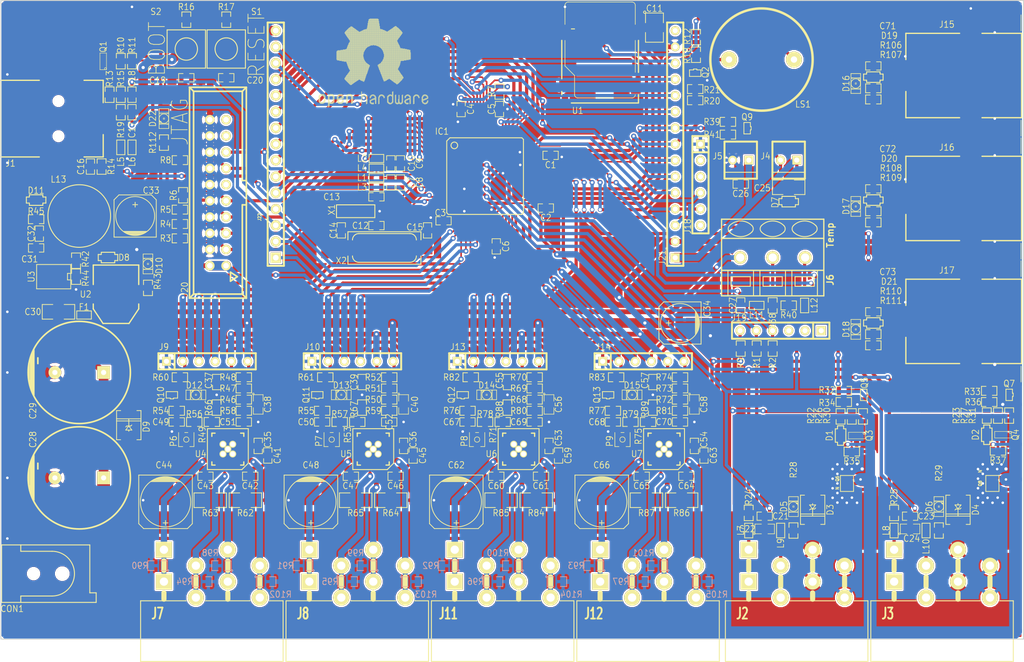
<source format=kicad_pcb>
(kicad_pcb (version 3) (host pcbnew "(2013-mar-13)-testing")
  (layers (15 F.Cu mixed) (0 B.Cu mixed) (18 B.Paste user) (19 F.Paste user) (20 B.SilkS user) (21 F.SilkS user) (22 B.Mask user) (23 F.Mask user) (28 Edge.Cuts user))
  (net 0 "")
  (net 1 +3.3V)
  (net 2 +3.3VADC)
  (net 3 +5V)
  (net 4 "/Motor drivers/E_Motor_1A")
  (net 5 "/Motor drivers/E_Motor_1B")
  (net 6 "/Motor drivers/E_Motor_2A")
  (net 7 "/Motor drivers/E_Motor_2B")
  (net 8 "/Motor drivers/X_Motor_1A")
  (net 9 "/Motor drivers/X_Motor_1B")
  (net 10 "/Motor drivers/X_Motor_2A")
  (net 11 "/Motor drivers/X_Motor_2B")
  (net 12 "/Motor drivers/Y_Motor_1A")
  (net 13 "/Motor drivers/Y_Motor_1B")
  (net 14 "/Motor drivers/Y_Motor_2A")
  (net 15 "/Motor drivers/Y_Motor_2B")
  (net 16 "/Motor drivers/Z_Motor_1A")
  (net 17 "/Motor drivers/Z_Motor_1B")
  (net 18 "/Motor drivers/Z_Motor_2A")
  (net 19 "/Motor drivers/Z_Motor_2B")
  (net 20 "/Processing core/*BUSB")
  (net 21 "/Processing core/*RST")
  (net 22 "/Processing core/*TRST")
  (net 23 "/Processing core/*USB_PPWR")
  (net 24 "/Processing core/DBG_RXD")
  (net 25 "/Processing core/DBG_TXD")
  (net 26 "/Processing core/EXP_AD1_P1.31")
  (net 27 "/Processing core/EXP_AD3_AOUT_P0.26")
  (net 28 "/Processing core/EXP_IO1_P1.15")
  (net 29 "/Processing core/EXP_IO2_P1.0")
  (net 30 "/Processing core/EXP_IO3_P1.9")
  (net 31 "/Processing core/EXP_IO4_P1.10")
  (net 32 "/Processing core/EXP_IO5_P1.14")
  (net 33 "/Processing core/EXP_IO6_P1.1")
  (net 34 "/Processing core/EXP_IO7_P1.4")
  (net 35 "/Processing core/EXP_IO8_P1.8")
  (net 36 "/Processing core/EXP_MISO1_P0.8")
  (net 37 "/Processing core/EXP_MOSI1_P0.9")
  (net 38 "/Processing core/EXP_PWM1_TXD1_P2.0")
  (net 39 "/Processing core/EXP_PWM2_RXD1_P2.1")
  (net 40 "/Processing core/EXP_PWM3_Buzzer_P2.2")
  (net 41 "/Processing core/EXP_SCK1_P0.7")
  (net 42 "/Processing core/EXP_SSEL1_P0.6")
  (net 43 "/Processing core/RTS")
  (net 44 "/Processing core/RXD0")
  (net 45 "/Processing core/SD_MISO0")
  (net 46 "/Processing core/SD_MOSI0")
  (net 47 "/Processing core/SD_SCK0")
  (net 48 "/Processing core/SD_SSEL0")
  (net 49 "/Processing core/TCK")
  (net 50 "/Processing core/TDI")
  (net 51 "/Processing core/TDO")
  (net 52 "/Processing core/TMS")
  (net 53 "/Processing core/TXD0")
  (net 54 "/Processing core/USB_Connect")
  (net 55 "/Processing core/USB_D_n")
  (net 56 "/Processing core/USB_D_p")
  (net 57 "/Processing core/USB_PWR")
  (net 58 "/Processing core/USB_Up_LED")
  (net 59 "/Processing core/USB_Vbus")
  (net 60 "/Temperature regulation/CTC1_NTC1")
  (net 61 "/Temperature regulation/CTC1_NTC2")
  (net 62 "/Temperature regulation/CTC2_NTC1")
  (net 63 "/Temperature regulation/CTC2_NTC2")
  (net 64 CTC1_Heat)
  (net 65 CTC1_Temp)
  (net 66 CTC2_Heat)
  (net 67 CTC2_Temp)
  (net 68 GND)
  (net 69 GNDPWR)
  (net 70 ME_DIR)
  (net 71 ME_EN)
  (net 72 ME_STEP)
  (net 73 MX_DIR)
  (net 74 MX_EN)
  (net 75 MX_STEP)
  (net 76 MY_DIR)
  (net 77 MY_EN)
  (net 78 MY_STEP)
  (net 79 MZ_DIR)
  (net 80 MZ_EN)
  (net 81 MZ_STEP)
  (net 82 Mn_RST)
  (net 83 N-00000100)
  (net 84 N-00000102)
  (net 85 N-00000103)
  (net 86 N-00000104)
  (net 87 N-00000105)
  (net 88 N-00000106)
  (net 89 N-00000107)
  (net 90 N-00000108)
  (net 91 N-00000109)
  (net 92 N-0000011)
  (net 93 N-00000110)
  (net 94 N-00000111)
  (net 95 N-00000112)
  (net 96 N-00000113)
  (net 97 N-00000114)
  (net 98 N-00000115)
  (net 99 N-00000116)
  (net 100 N-00000117)
  (net 101 N-00000118)
  (net 102 N-00000119)
  (net 103 N-0000012)
  (net 104 N-00000123)
  (net 105 N-00000124)
  (net 106 N-00000125)
  (net 107 N-00000126)
  (net 108 N-00000127)
  (net 109 N-00000128)
  (net 110 N-00000129)
  (net 111 N-00000132)
  (net 112 N-00000133)
  (net 113 N-00000134)
  (net 114 N-00000135)
  (net 115 N-00000136)
  (net 116 N-00000137)
  (net 117 N-00000139)
  (net 118 N-00000140)
  (net 119 N-00000141)
  (net 120 N-00000142)
  (net 121 N-00000143)
  (net 122 N-00000144)
  (net 123 N-00000145)
  (net 124 N-00000146)
  (net 125 N-00000147)
  (net 126 N-00000148)
  (net 127 N-00000154)
  (net 128 N-00000155)
  (net 129 N-00000156)
  (net 130 N-00000157)
  (net 131 N-00000158)
  (net 132 N-00000159)
  (net 133 N-00000161)
  (net 134 N-00000163)
  (net 135 N-00000165)
  (net 136 N-00000167)
  (net 137 N-00000168)
  (net 138 N-00000169)
  (net 139 N-00000170)
  (net 140 N-00000171)
  (net 141 N-00000172)
  (net 142 N-00000173)
  (net 143 N-00000174)
  (net 144 N-00000175)
  (net 145 N-00000176)
  (net 146 N-00000177)
  (net 147 N-00000178)
  (net 148 N-00000179)
  (net 149 N-00000180)
  (net 150 N-00000181)
  (net 151 N-00000182)
  (net 152 N-00000183)
  (net 153 N-00000184)
  (net 154 N-00000185)
  (net 155 N-00000186)
  (net 156 N-00000187)
  (net 157 N-00000188)
  (net 158 N-00000189)
  (net 159 N-00000190)
  (net 160 N-00000191)
  (net 161 N-00000192)
  (net 162 N-00000193)
  (net 163 N-00000194)
  (net 164 N-00000195)
  (net 165 N-00000196)
  (net 166 N-00000197)
  (net 167 N-00000198)
  (net 168 N-00000199)
  (net 169 N-000002)
  (net 170 N-00000200)
  (net 171 N-00000201)
  (net 172 N-00000202)
  (net 173 N-00000203)
  (net 174 N-00000204)
  (net 175 N-00000205)
  (net 176 N-00000206)
  (net 177 N-00000207)
  (net 178 N-00000208)
  (net 179 N-00000209)
  (net 180 N-00000210)
  (net 181 N-00000211)
  (net 182 N-00000212)
  (net 183 N-00000213)
  (net 184 N-00000218)
  (net 185 N-00000219)
  (net 186 N-00000220)
  (net 187 N-00000221)
  (net 188 N-00000222)
  (net 189 N-00000224)
  (net 190 N-00000225)
  (net 191 N-00000226)
  (net 192 N-00000227)
  (net 193 N-00000228)
  (net 194 N-00000229)
  (net 195 N-00000230)
  (net 196 N-0000026)
  (net 197 N-000003)
  (net 198 N-0000032)
  (net 199 N-0000033)
  (net 200 N-0000039)
  (net 201 N-000004)
  (net 202 N-0000040)
  (net 203 N-0000041)
  (net 204 N-0000042)
  (net 205 N-0000048)
  (net 206 N-0000049)
  (net 207 N-000005)
  (net 208 N-0000050)
  (net 209 N-0000051)
  (net 210 N-0000052)
  (net 211 N-0000053)
  (net 212 N-0000054)
  (net 213 N-0000055)
  (net 214 N-0000064)
  (net 215 N-000007)
  (net 216 N-0000073)
  (net 217 N-0000074)
  (net 218 N-0000075)
  (net 219 N-0000076)
  (net 220 N-0000077)
  (net 221 N-0000079)
  (net 222 N-0000097)
  (net 223 Opto_X)
  (net 224 Opto_Y)
  (net 225 Opto_Z)
  (net 226 PWM_FAN)
  (net 227 Thermocouple)
  (net 228 VMEM)
  (module LQFP80-SOT315 (layer F.Cu) (at 139 71.75 270)
    (fp_text reference IC1 (at -7 6.75 360) (layer F.SilkS) (effects (font (size 1 0.9) (thickness 0.1125))))
    (fp_text value LPC1758 hide)
    (pad 10 smd rect (at -0.25 6.9) (size 1.5 0.28) (layers F.Cu F.Paste F.Mask) (net 220 N-0000077) (clearance 0.125))
    (pad 20 smd rect (at 4.81 6.9) (size 1.5 0.4) (layers F.Cu F.Paste F.Mask) (net 217 N-0000074) (clearance 0.125))
    (pad 2 smd rect (at -4.25 6.9) (size 1.5 0.28) (layers F.Cu F.Paste F.Mask) (net 50 "/Processing core/TDI") (clearance 0.125))
    (pad 19 smd rect (at 4.25 6.9) (size 1.5 0.28) (layers F.Cu F.Paste F.Mask) (net 216 N-0000073) (clearance 0.125))
    (pad 18 smd rect (at 3.75 6.9) (size 1.5 0.28) (layers F.Cu F.Paste F.Mask) (net 59 "/Processing core/USB_Vbus") (clearance 0.125))
    (pad 17 smd rect (at 3.25 6.9) (size 1.5 0.28) (layers F.Cu F.Paste F.Mask) (net 26 "/Processing core/EXP_AD1_P1.31") (clearance 0.125))
    (pad 16 smd rect (at 2.75 6.9) (size 1.5 0.28) (layers F.Cu F.Paste F.Mask) (net 1 +3.3V) (clearance 0.125))
    (pad 15 smd rect (at 2.25 6.9) (size 1.5 0.28) (layers F.Cu F.Paste F.Mask) (net 221 N-0000079) (clearance 0.125))
    (pad 14 smd rect (at 1.75 6.9) (size 1.5 0.28) (layers F.Cu F.Paste F.Mask) (net 21 "/Processing core/*RST") (clearance 0.125))
    (pad 13 smd rect (at 1.25 6.9) (size 1.5 0.28) (layers F.Cu F.Paste F.Mask) (net 218 N-0000075) (clearance 0.125))
    (pad 12 smd rect (at 0.75 6.9) (size 1.5 0.28) (layers F.Cu F.Paste F.Mask) (net 219 N-0000076) (clearance 0.125))
    (pad 11 smd rect (at 0.25 6.9) (size 1.5 0.28) (layers F.Cu F.Paste F.Mask) (net 214 N-0000064) (clearance 0.125))
    (pad 9 smd rect (at -0.75 6.9) (size 1.5 0.28) (layers F.Cu F.Paste F.Mask) (net 69 GNDPWR) (clearance 0.125))
    (pad 8 smd rect (at -1.25 6.9) (size 1.5 0.28) (layers F.Cu F.Paste F.Mask) (net 2 +3.3VADC) (clearance 0.125))
    (pad 7 smd rect (at -1.75 6.9) (size 1.5 0.28) (layers F.Cu F.Paste F.Mask) (net 227 Thermocouple) (clearance 0.125))
    (pad 6 smd rect (at -2.25 6.9) (size 1.5 0.28) (layers F.Cu F.Paste F.Mask) (net 27 "/Processing core/EXP_AD3_AOUT_P0.26") (clearance 0.125))
    (pad 5 smd rect (at -2.75 6.9) (size 1.5 0.28) (layers F.Cu F.Paste F.Mask) (net 49 "/Processing core/TCK") (clearance 0.125))
    (pad 4 smd rect (at -3.25 6.9) (size 1.5 0.28) (layers F.Cu F.Paste F.Mask) (net 22 "/Processing core/*TRST") (clearance 0.125))
    (pad 3 smd rect (at -3.75 6.9) (size 1.5 0.28) (layers F.Cu F.Paste F.Mask) (net 52 "/Processing core/TMS") (clearance 0.125))
    (pad 1 smd rect (at -4.81 6.9) (size 1.5 0.4) (layers F.Cu F.Paste F.Mask) (net 51 "/Processing core/TDO") (clearance 0.125))
    (pad 60 smd rect (at -4.81 -6.9) (size 1.5 0.4) (layers F.Cu F.Paste F.Mask) (net 38 "/Processing core/EXP_PWM1_TXD1_P2.0") (clearance 0.125))
    (pad 58 smd rect (at -3.75 -6.9) (size 1.5 0.28) (layers F.Cu F.Paste F.Mask) (net 40 "/Processing core/EXP_PWM3_Buzzer_P2.2") (clearance 0.125))
    (pad 57 smd rect (at -3.25 -6.9) (size 1.5 0.28) (layers F.Cu F.Paste F.Mask) (net 68 GND) (clearance 0.125))
    (pad 56 smd rect (at -2.75 -6.9) (size 1.5 0.28) (layers F.Cu F.Paste F.Mask) (net 1 +3.3V) (clearance 0.125))
    (pad 55 smd rect (at -2.25 -6.9) (size 1.5 0.28) (layers F.Cu F.Paste F.Mask) (net 226 PWM_FAN) (clearance 0.125))
    (pad 54 smd rect (at -1.75 -6.9) (size 1.5 0.28) (layers F.Cu F.Paste F.Mask) (net 64 CTC1_Heat) (clearance 0.125))
    (pad 53 smd rect (at -1.25 -6.9) (size 1.5 0.28) (layers F.Cu F.Paste F.Mask) (net 66 CTC2_Heat) (clearance 0.125))
    (pad 52 smd rect (at -0.75 -6.9) (size 1.5 0.28) (layers F.Cu F.Paste F.Mask) (net 223 Opto_X) (clearance 0.125))
    (pad 50 smd rect (at 0.25 -6.9) (size 1.5 0.28) (layers F.Cu F.Paste F.Mask) (net 225 Opto_Z) (clearance 0.125))
    (pad 49 smd rect (at 0.75 -6.9) (size 1.5 0.28) (layers F.Cu F.Paste F.Mask) (net 54 "/Processing core/USB_Connect") (clearance 0.125))
    (pad 48 smd rect (at 1.25 -6.9) (size 1.5 0.28) (layers F.Cu F.Paste F.Mask) (net 48 "/Processing core/SD_SSEL0") (clearance 0.125))
    (pad 47 smd rect (at 1.75 -6.9) (size 1.5 0.28) (layers F.Cu F.Paste F.Mask) (net 47 "/Processing core/SD_SCK0") (clearance 0.125))
    (pad 46 smd rect (at 2.25 -6.9) (size 1.5 0.28) (layers F.Cu F.Paste F.Mask) (net 45 "/Processing core/SD_MISO0") (clearance 0.125))
    (pad 45 smd rect (at 2.75 -6.9) (size 1.5 0.28) (layers F.Cu F.Paste F.Mask) (net 46 "/Processing core/SD_MOSI0") (clearance 0.125))
    (pad 44 smd rect (at 3.25 -6.9) (size 1.5 0.28) (layers F.Cu F.Paste F.Mask) (net 82 Mn_RST) (clearance 0.125))
    (pad 43 smd rect (at 3.75 -6.9) (size 1.5 0.28) (layers F.Cu F.Paste F.Mask) (net 68 GND) (clearance 0.125))
    (pad 42 smd rect (at 4.25 -6.9) (size 1.5 0.28) (layers F.Cu F.Paste F.Mask) (net 1 +3.3V) (clearance 0.125))
    (pad 59 smd rect (at -4.25 -6.9) (size 1.5 0.28) (layers F.Cu F.Paste F.Mask) (net 39 "/Processing core/EXP_PWM2_RXD1_P2.1") (clearance 0.125))
    (pad 41 smd rect (at 4.81 -6.9) (size 1.5 0.4) (layers F.Cu F.Paste F.Mask) (net 71 ME_EN) (clearance 0.125))
    (pad 51 smd rect (at -0.25 -6.9) (size 1.5 0.28) (layers F.Cu F.Paste F.Mask) (net 224 Opto_Y) (clearance 0.125))
    (pad 31 smd rect (at 6.9 -0.25 270) (size 1.5 0.28) (layers F.Cu F.Paste F.Mask) (net 78 MY_STEP) (clearance 0.125))
    (pad 21 smd rect (at 6.9 4.81 270) (size 1.5 0.4) (layers F.Cu F.Paste F.Mask) (net 1 +3.3V) (clearance 0.125))
    (pad 39 smd rect (at 6.9 -4.25 270) (size 1.5 0.28) (layers F.Cu F.Paste F.Mask) (net 72 ME_STEP) (clearance 0.125))
    (pad 22 smd rect (at 6.9 4.25 270) (size 1.5 0.28) (layers F.Cu F.Paste F.Mask) (net 56 "/Processing core/USB_D_p") (clearance 0.125))
    (pad 23 smd rect (at 6.9 3.75 270) (size 1.5 0.28) (layers F.Cu F.Paste F.Mask) (net 55 "/Processing core/USB_D_n") (clearance 0.125))
    (pad 24 smd rect (at 6.9 3.25 270) (size 1.5 0.28) (layers F.Cu F.Paste F.Mask) (net 68 GND) (clearance 0.125))
    (pad 25 smd rect (at 6.9 2.75 270) (size 1.5 0.28) (layers F.Cu F.Paste F.Mask) (net 58 "/Processing core/USB_Up_LED") (clearance 0.125))
    (pad 26 smd rect (at 6.9 2.25 270) (size 1.5 0.28) (layers F.Cu F.Paste F.Mask) (net 23 "/Processing core/*USB_PPWR") (clearance 0.125))
    (pad 27 smd rect (at 6.9 1.75 270) (size 1.5 0.28) (layers F.Cu F.Paste F.Mask) (net 75 MX_STEP) (clearance 0.125))
    (pad 28 smd rect (at 6.9 1.25 270) (size 1.5 0.28) (layers F.Cu F.Paste F.Mask) (net 57 "/Processing core/USB_PWR") (clearance 0.125))
    (pad 29 smd rect (at 6.9 0.75 270) (size 1.5 0.28) (layers F.Cu F.Paste F.Mask) (net 73 MX_DIR) (clearance 0.125))
    (pad 30 smd rect (at 6.9 0.25 270) (size 1.5 0.28) (layers F.Cu F.Paste F.Mask) (net 74 MX_EN) (clearance 0.125))
    (pad 32 smd rect (at 6.9 -0.75 270) (size 1.5 0.28) (layers F.Cu F.Paste F.Mask) (net 76 MY_DIR) (clearance 0.125))
    (pad 33 smd rect (at 6.9 -1.25 270) (size 1.5 0.28) (layers F.Cu F.Paste F.Mask) (net 68 GND) (clearance 0.125))
    (pad 34 smd rect (at 6.9 -1.75 270) (size 1.5 0.28) (layers F.Cu F.Paste F.Mask) (net 1 +3.3V) (clearance 0.125))
    (pad 35 smd rect (at 6.9 -2.25 270) (size 1.5 0.28) (layers F.Cu F.Paste F.Mask) (net 77 MY_EN) (clearance 0.125))
    (pad 36 smd rect (at 6.9 -2.75 270) (size 1.5 0.28) (layers F.Cu F.Paste F.Mask) (net 81 MZ_STEP) (clearance 0.125))
    (pad 37 smd rect (at 6.9 -3.25 270) (size 1.5 0.28) (layers F.Cu F.Paste F.Mask) (net 79 MZ_DIR) (clearance 0.125))
    (pad 38 smd rect (at 6.9 -3.75 270) (size 1.5 0.28) (layers F.Cu F.Paste F.Mask) (net 80 MZ_EN) (clearance 0.125))
    (pad 40 smd rect (at 6.9 -4.81 270) (size 1.5 0.4) (layers F.Cu F.Paste F.Mask) (net 70 ME_DIR) (clearance 0.125))
    (pad 61 smd rect (at -6.9 -4.81 270) (size 1.5 0.4) (layers F.Cu F.Paste F.Mask) (net 37 "/Processing core/EXP_MOSI1_P0.9") (clearance 0.125))
    (pad 63 smd rect (at -6.9 -3.75 270) (size 1.5 0.28) (layers F.Cu F.Paste F.Mask) (net 41 "/Processing core/EXP_SCK1_P0.7") (clearance 0.125))
    (pad 64 smd rect (at -6.9 -3.25 270) (size 1.5 0.28) (layers F.Cu F.Paste F.Mask) (net 42 "/Processing core/EXP_SSEL1_P0.6") (clearance 0.125))
    (pad 65 smd rect (at -6.9 -2.75 270) (size 1.5 0.28) (layers F.Cu F.Paste F.Mask) (net 25 "/Processing core/DBG_TXD") (clearance 0.125))
    (pad 66 smd rect (at -6.9 -2.25 270) (size 1.5 0.28) (layers F.Cu F.Paste F.Mask) (net 68 GND) (clearance 0.125))
    (pad 67 smd rect (at -6.9 -1.75 270) (size 1.5 0.28) (layers F.Cu F.Paste F.Mask) (net 1 +3.3V) (clearance 0.125))
    (pad 68 smd rect (at -6.9 -1.25 270) (size 1.5 0.28) (layers F.Cu F.Paste F.Mask) (net 20 "/Processing core/*BUSB") (clearance 0.125))
    (pad 69 smd rect (at -6.9 -0.75 270) (size 1.5 0.28) (layers F.Cu F.Paste F.Mask) (net 28 "/Processing core/EXP_IO1_P1.15") (clearance 0.125))
    (pad 71 smd rect (at -6.9 0.25 270) (size 1.5 0.28) (layers F.Cu F.Paste F.Mask) (net 31 "/Processing core/EXP_IO4_P1.10") (clearance 0.125))
    (pad 72 smd rect (at -6.9 0.75 270) (size 1.5 0.28) (layers F.Cu F.Paste F.Mask) (net 30 "/Processing core/EXP_IO3_P1.9") (clearance 0.125))
    (pad 73 smd rect (at -6.9 1.25 270) (size 1.5 0.28) (layers F.Cu F.Paste F.Mask) (net 35 "/Processing core/EXP_IO8_P1.8") (clearance 0.125))
    (pad 74 smd rect (at -6.9 1.75 270) (size 1.5 0.28) (layers F.Cu F.Paste F.Mask) (net 34 "/Processing core/EXP_IO7_P1.4") (clearance 0.125))
    (pad 75 smd rect (at -6.9 2.25 270) (size 1.5 0.28) (layers F.Cu F.Paste F.Mask) (net 33 "/Processing core/EXP_IO6_P1.1") (clearance 0.125))
    (pad 76 smd rect (at -6.9 2.75 270) (size 1.5 0.28) (layers F.Cu F.Paste F.Mask) (net 29 "/Processing core/EXP_IO2_P1.0") (clearance 0.125))
    (pad 77 smd rect (at -6.9 3.25 270) (size 1.5 0.28) (layers F.Cu F.Paste F.Mask) (net 1 +3.3V) (clearance 0.125))
    (pad 78 smd rect (at -6.9 3.75 270) (size 1.5 0.28) (layers F.Cu F.Paste F.Mask) (net 68 GND) (clearance 0.125))
    (pad 79 smd rect (at -6.9 4.25 270) (size 1.5 0.28) (layers F.Cu F.Paste F.Mask) (net 53 "/Processing core/TXD0") (clearance 0.125))
    (pad 62 smd rect (at -6.9 -4.25 270) (size 1.5 0.28) (layers F.Cu F.Paste F.Mask) (net 36 "/Processing core/EXP_MISO1_P0.8") (clearance 0.125))
    (pad 80 smd rect (at -6.9 4.81 270) (size 1.5 0.4) (layers F.Cu F.Paste F.Mask) (net 44 "/Processing core/RXD0") (clearance 0.125))
    (pad 70 smd rect (at -6.9 -0.25 270) (size 1.5 0.28) (layers F.Cu F.Paste F.Mask) (net 32 "/Processing core/EXP_IO5_P1.14") (clearance 0.125))
  )
  (module CP_16x25mm (layer F.Cu) (at 75.5 119 90)
    (fp_text reference C28 (at 6 -7.25 270) (layer F.SilkS) (effects (font (size 1 0.9) (thickness 0.1125))))
    (fp_text value "2200uF 35V" hide)
    (pad 1 thru_hole rect (at 0 3.81 90) (size 1.99898 1.99898) (drill 0.8001) (layers *.Cu *.Mask F.SilkS) (net 228 VMEM))
    (pad 2 thru_hole circle (at 0 -3.81 90) (size 1.99898 1.99898) (drill 0.8001) (layers *.Cu *.Mask F.SilkS) (net 68 GND))
  )
  (module SM0603_Capa (layer F.Cu) (at 149.25 68.5)
    (fp_text reference C1 (at 0 1.5 180) (layer F.SilkS) (effects (font (size 1 0.9) (thickness 0.1125))))
    (fp_text value 100nF hide)
    (pad 1 smd rect (at -0.762 0) (size 0.635 1.143) (layers F.Cu F.Paste F.Mask) (net 1 +3.3V))
    (pad 2 smd rect (at 0.762 0) (size 0.635 1.143) (layers F.Cu F.Paste F.Mask) (net 68 GND))
  )
  (module SM0603_Capa (layer F.Cu) (at 148.5 76.75)
    (fp_text reference C2 (at 0 1.5 180) (layer F.SilkS) (effects (font (size 1 0.9) (thickness 0.1125))))
    (fp_text value 100nF hide)
    (pad 1 smd rect (at -0.762 0) (size 0.635 1.143) (layers F.Cu F.Paste F.Mask) (net 1 +3.3V))
    (pad 2 smd rect (at 0.762 0) (size 0.635 1.143) (layers F.Cu F.Paste F.Mask) (net 68 GND))
  )
  (module SM0603_Capa (layer F.Cu) (at 132.5 78.75 180)
    (fp_text reference C3 (at 0.5 1.25 360) (layer F.SilkS) (effects (font (size 1 0.9) (thickness 0.1125))))
    (fp_text value 100nF hide)
    (pad 1 smd rect (at -0.762 0 180) (size 0.635 1.143) (layers F.Cu F.Paste F.Mask) (net 1 +3.3V))
    (pad 2 smd rect (at 0.762 0 180) (size 0.635 1.143) (layers F.Cu F.Paste F.Mask) (net 68 GND))
  )
  (module SM0603_Capa (layer F.Cu) (at 135.25 61.25 90)
    (fp_text reference C4 (at 0 1.5 270) (layer F.SilkS) (effects (font (size 1 0.9) (thickness 0.1125))))
    (fp_text value 100nF hide)
    (pad 1 smd rect (at -0.762 0 90) (size 0.635 1.143) (layers F.Cu F.Paste F.Mask) (net 1 +3.3V))
    (pad 2 smd rect (at 0.762 0 90) (size 0.635 1.143) (layers F.Cu F.Paste F.Mask) (net 68 GND))
  )
  (module SM0603_Capa (layer F.Cu) (at 141.25 61.25 90)
    (fp_text reference C5 (at 0 -1.25 270) (layer F.SilkS) (effects (font (size 1 0.9) (thickness 0.1125))))
    (fp_text value 100nF hide)
    (pad 1 smd rect (at -0.762 0 90) (size 0.635 1.143) (layers F.Cu F.Paste F.Mask) (net 1 +3.3V))
    (pad 2 smd rect (at 0.762 0 90) (size 0.635 1.143) (layers F.Cu F.Paste F.Mask) (net 68 GND))
  )
  (module SM0603_Capa (layer F.Cu) (at 140.75 82.75 270)
    (fp_text reference C6 (at 0 -1.5 450) (layer F.SilkS) (effects (font (size 1 0.9) (thickness 0.1125))))
    (fp_text value 100nF hide)
    (pad 1 smd rect (at -0.762 0 270) (size 0.635 1.143) (layers F.Cu F.Paste F.Mask) (net 1 +3.3V))
    (pad 2 smd rect (at 0.762 0 270) (size 0.635 1.143) (layers F.Cu F.Paste F.Mask) (net 68 GND))
  )
  (module SM0603_Capa (layer F.Cu) (at 124.25 72.75 270)
    (fp_text reference C7 (at 0 -3.25 450) (layer F.SilkS) (effects (font (size 1 0.9) (thickness 0.1125))))
    (fp_text value 1nF hide)
    (pad 1 smd rect (at -0.762 0 270) (size 0.635 1.143) (layers F.Cu F.Paste F.Mask) (net 220 N-0000077))
    (pad 2 smd rect (at 0.762 0 270) (size 0.635 1.143) (layers F.Cu F.Paste F.Mask) (net 219 N-0000076) (clearance 0.125))
  )
  (module SM0603_Capa (layer F.Cu) (at 125.75 72.75 270)
    (fp_text reference C8 (at 0 -3 450) (layer F.SilkS) (effects (font (size 1 0.9) (thickness 0.1125))))
    (fp_text value 10nF hide)
    (pad 1 smd rect (at -0.762 0 270) (size 0.635 1.143) (layers F.Cu F.Paste F.Mask) (net 220 N-0000077))
    (pad 2 smd rect (at 0.762 0 270) (size 0.635 1.143) (layers F.Cu F.Paste F.Mask) (net 219 N-0000076) (clearance 0.125))
  )
  (module SM0603_Capa (layer F.Cu) (at 125.75 69.75 270)
    (fp_text reference C9 (at 0 -3 450) (layer F.SilkS) (effects (font (size 1 0.9) (thickness 0.1125))))
    (fp_text value 10nF hide)
    (pad 1 smd rect (at -0.762 0 270) (size 0.635 1.143) (layers F.Cu F.Paste F.Mask) (net 2 +3.3VADC))
    (pad 2 smd rect (at 0.762 0 270) (size 0.635 1.143) (layers F.Cu F.Paste F.Mask) (net 69 GNDPWR))
  )
  (module SM0603_Capa (layer F.Cu) (at 124.25 69.75 270)
    (fp_text reference C10 (at 0 -3.25 450) (layer F.SilkS) (effects (font (size 1 0.9) (thickness 0.1125))))
    (fp_text value 1nF hide)
    (pad 1 smd rect (at -0.762 0 270) (size 0.635 1.143) (layers F.Cu F.Paste F.Mask) (net 2 +3.3VADC))
    (pad 2 smd rect (at 0.762 0 270) (size 0.635 1.143) (layers F.Cu F.Paste F.Mask) (net 69 GNDPWR))
  )
  (module SM1210 (layer F.Cu) (at 165.5 48.5 270)
    (fp_text reference C11 (at -3 0 360) (layer F.SilkS) (effects (font (size 1 0.9) (thickness 0.1125))))
    (fp_text value "47uF 6.3V" hide)
    (pad 1 smd rect (at -1.524 0 270) (size 1.27 2.54) (layers F.Cu F.Paste F.Mask) (net 1 +3.3V))
    (pad 2 smd rect (at 1.524 0 270) (size 1.27 2.54) (layers F.Cu F.Paste F.Mask) (net 68 GND))
  )
  (module SM0603_Capa (layer F.Cu) (at 122 79.5 180)
    (fp_text reference C12 (at 2.5 0 360) (layer F.SilkS) (effects (font (size 1 0.9) (thickness 0.1125))))
    (fp_text value 22pF hide)
    (pad 1 smd rect (at -0.762 0 180) (size 0.635 1.143) (layers F.Cu F.Paste F.Mask) (net 221 N-0000079))
    (pad 2 smd rect (at 0.762 0 180) (size 0.635 1.143) (layers F.Cu F.Paste F.Mask) (net 68 GND))
  )
  (module SM0603_Capa (layer F.Cu) (at 122 75 180)
    (fp_text reference C13 (at 7 0 360) (layer F.SilkS) (effects (font (size 1 0.9) (thickness 0.1125))))
    (fp_text value 22pF hide)
    (pad 1 smd rect (at -0.762 0 180) (size 0.635 1.143) (layers F.Cu F.Paste F.Mask) (net 218 N-0000075))
    (pad 2 smd rect (at 0.762 0 180) (size 0.635 1.143) (layers F.Cu F.Paste F.Mask) (net 68 GND))
  )
  (module SM0603_Capa (layer F.Cu) (at 116.5 80.25 90)
    (fp_text reference C14 (at 0 -1.25 270) (layer F.SilkS) (effects (font (size 1 0.9) (thickness 0.1125))))
    (fp_text value 22pF hide)
    (pad 1 smd rect (at -0.762 0 90) (size 0.635 1.143) (layers F.Cu F.Paste F.Mask) (net 216 N-0000073))
    (pad 2 smd rect (at 0.762 0 90) (size 0.635 1.143) (layers F.Cu F.Paste F.Mask) (net 68 GND))
  )
  (module SM0603_Capa (layer F.Cu) (at 130 80.25 90)
    (fp_text reference C15 (at 0.5 -2 360) (layer F.SilkS) (effects (font (size 1 0.9) (thickness 0.1125))))
    (fp_text value 22pF hide)
    (pad 1 smd rect (at -0.762 0 90) (size 0.635 1.143) (layers F.Cu F.Paste F.Mask) (net 217 N-0000074))
    (pad 2 smd rect (at 0.762 0 90) (size 0.635 1.143) (layers F.Cu F.Paste F.Mask) (net 68 GND))
  )
  (module SM0603_Capa (layer F.Cu) (at 77.25 70.25 90)
    (fp_text reference C16 (at 0 -1.5 270) (layer F.SilkS) (effects (font (size 1 0.9) (thickness 0.1125))))
    (fp_text value 100nF hide)
    (pad 1 smd rect (at -0.762 0 90) (size 0.635 1.143) (layers F.Cu F.Paste F.Mask) (net 59 "/Processing core/USB_Vbus"))
    (pad 2 smd rect (at 0.762 0 90) (size 0.635 1.143) (layers F.Cu F.Paste F.Mask) (net 68 GND))
  )
  (module SM0603_Capa (layer F.Cu) (at 83.75 61.75 90)
    (fp_text reference C17 (at -2.75 0 90) (layer F.SilkS) (effects (font (size 1 0.9) (thickness 0.1125))))
    (fp_text value 22pF hide)
    (pad 1 smd rect (at -0.762 0 90) (size 0.635 1.143) (layers F.Cu F.Paste F.Mask) (net 55 "/Processing core/USB_D_n"))
    (pad 2 smd rect (at 0.762 0 90) (size 0.635 1.143) (layers F.Cu F.Paste F.Mask) (net 68 GND))
  )
  (module SM0603_Capa (layer F.Cu) (at 83.75 59 270)
    (fp_text reference C18 (at -2.5 0 270) (layer F.SilkS) (effects (font (size 1 0.9) (thickness 0.1125))))
    (fp_text value 22pF hide)
    (pad 1 smd rect (at -0.762 0 270) (size 0.635 1.143) (layers F.Cu F.Paste F.Mask) (net 56 "/Processing core/USB_D_p"))
    (pad 2 smd rect (at 0.762 0 270) (size 0.635 1.143) (layers F.Cu F.Paste F.Mask) (net 68 GND))
  )
  (module SM0603_Capa (layer F.Cu) (at 92.25 56.35)
    (fp_text reference C19 (at -4.5 0.4 180) (layer F.SilkS) (effects (font (size 1 0.9) (thickness 0.1125))))
    (fp_text value 100nF hide)
    (pad 1 smd rect (at -0.762 0) (size 0.635 1.143) (layers F.Cu F.Paste F.Mask) (net 20 "/Processing core/*BUSB"))
    (pad 2 smd rect (at 0.762 0) (size 0.635 1.143) (layers F.Cu F.Paste F.Mask) (net 68 GND))
  )
  (module SM0603_Capa (layer F.Cu) (at 98.5 56.35 180)
    (fp_text reference C20 (at -4.5 -0.4 360) (layer F.SilkS) (effects (font (size 1 0.9) (thickness 0.1125))))
    (fp_text value 100nF hide)
    (pad 1 smd rect (at -0.762 0 180) (size 0.635 1.143) (layers F.Cu F.Paste F.Mask) (net 21 "/Processing core/*RST"))
    (pad 2 smd rect (at 0.762 0 180) (size 0.635 1.143) (layers F.Cu F.Paste F.Mask) (net 68 GND))
  )
  (module SM0603_Capa (layer F.Cu) (at 182.75 125)
    (fp_text reference C21 (at 2.5 0 180) (layer F.SilkS) (effects (font (size 1 0.9) (thickness 0.1125))))
    (fp_text value 100nF hide)
    (pad 1 smd rect (at -0.762 0) (size 0.635 1.143) (layers F.Cu F.Paste F.Mask) (net 65 CTC1_Temp))
    (pad 2 smd rect (at 0.762 0) (size 0.635 1.143) (layers F.Cu F.Paste F.Mask) (net 69 GNDPWR))
  )
  (module SM0805 (layer F.Cu) (at 182.75 127)
    (fp_text reference C22 (at -2.75 0 180) (layer F.SilkS) (effects (font (size 1 0.9) (thickness 0.1125))))
    (fp_text value "10uF 6.3V" hide)
    (pad 1 smd rect (at -0.9525 0) (size 0.889 1.397) (layers F.Cu F.Paste F.Mask) (net 65 CTC1_Temp))
    (pad 2 smd rect (at 0.9525 0) (size 0.889 1.397) (layers F.Cu F.Paste F.Mask) (net 69 GNDPWR))
  )
  (module SM0603_Capa (layer F.Cu) (at 205.5 125)
    (fp_text reference C23 (at 2.5 0 180) (layer F.SilkS) (effects (font (size 1 0.9) (thickness 0.1125))))
    (fp_text value 100nF hide)
    (pad 1 smd rect (at -0.762 0) (size 0.635 1.143) (layers F.Cu F.Paste F.Mask) (net 67 CTC2_Temp))
    (pad 2 smd rect (at 0.762 0) (size 0.635 1.143) (layers F.Cu F.Paste F.Mask) (net 69 GNDPWR))
  )
  (module SM0805 (layer F.Cu) (at 205.5 127)
    (fp_text reference C24 (at 0.25 1.5 180) (layer F.SilkS) (effects (font (size 1 0.9) (thickness 0.1125))))
    (fp_text value "10uF 6.3V" hide)
    (pad 1 smd rect (at -0.9525 0) (size 0.889 1.397) (layers F.Cu F.Paste F.Mask) (net 67 CTC2_Temp))
    (pad 2 smd rect (at 0.9525 0) (size 0.889 1.397) (layers F.Cu F.Paste F.Mask) (net 69 GNDPWR))
  )
  (module SM1206 (layer F.Cu) (at 186.5 73.5 180)
    (fp_text reference C25 (at 4.125 -0.125 360) (layer F.SilkS) (effects (font (size 1 0.9) (thickness 0.1125))))
    (fp_text value "10uF 35V" hide)
    (pad 1 smd rect (at -1.651 0 180) (size 1.524 2.032) (layers F.Cu F.Paste F.Mask) (net 228 VMEM))
    (pad 2 smd rect (at 1.651 0 180) (size 1.524 2.032) (layers F.Cu F.Paste F.Mask) (net 95 N-00000112))
  )
  (module SM0603_Capa (layer F.Cu) (at 179 73 180)
    (fp_text reference C26 (at 0 -1.5 360) (layer F.SilkS) (effects (font (size 1 0.9) (thickness 0.1125))))
    (fp_text value 100nF hide)
    (pad 1 smd rect (at -0.762 0 180) (size 0.635 1.143) (layers F.Cu F.Paste F.Mask) (net 228 VMEM))
    (pad 2 smd rect (at 0.762 0 180) (size 0.635 1.143) (layers F.Cu F.Paste F.Mask) (net 68 GND))
  )
  (module SM0603_Capa (layer F.Cu) (at 179 92 270)
    (fp_text reference C27 (at 0 1.25 450) (layer F.SilkS) (effects (font (size 1 0.9) (thickness 0.1125))))
    (fp_text value 100nF hide)
    (pad 1 smd rect (at -0.762 0 270) (size 0.635 1.143) (layers F.Cu F.Paste F.Mask) (net 227 Thermocouple))
    (pad 2 smd rect (at 0.762 0 270) (size 0.635 1.143) (layers F.Cu F.Paste F.Mask) (net 69 GNDPWR))
  )
  (module CP_16x25mm (layer F.Cu) (at 75.5 102.5 90)
    (fp_text reference C29 (at -6 -7.25 90) (layer F.SilkS) (effects (font (size 1 0.9) (thickness 0.1125))))
    (fp_text value "2200uF 35V" hide)
    (pad 1 thru_hole rect (at 0 3.81 90) (size 1.99898 1.99898) (drill 0.8001) (layers *.Cu *.Mask F.SilkS) (net 187 N-00000221))
    (pad 2 thru_hole circle (at 0 -3.81 90) (size 1.99898 1.99898) (drill 0.8001) (layers *.Cu *.Mask F.SilkS) (net 68 GND))
  )
  (module SM1206 (layer F.Cu) (at 72.25 93 180)
    (fp_text reference C30 (at 4 0 360) (layer F.SilkS) (effects (font (size 1 0.9) (thickness 0.1125))))
    (fp_text value "10uF 35V" hide)
    (pad 1 smd rect (at -1.651 0 180) (size 1.524 2.032) (layers F.Cu F.Paste F.Mask) (net 190 N-00000225))
    (pad 2 smd rect (at 1.651 0 180) (size 1.524 2.032) (layers F.Cu F.Paste F.Mask) (net 68 GND))
  )
  (module SM0603_Capa (layer F.Cu) (at 68.75 83 180)
    (fp_text reference C31 (at 1 -1.75 180) (layer F.SilkS) (effects (font (size 1 0.9) (thickness 0.1125))))
    (fp_text value 220pF hide)
    (pad 1 smd rect (at -0.762 0 180) (size 0.635 1.143) (layers F.Cu F.Paste F.Mask) (net 193 N-00000228))
    (pad 2 smd rect (at 0.762 0 180) (size 0.635 1.143) (layers F.Cu F.Paste F.Mask) (net 68 GND))
  )
  (module SM0603_Capa (layer F.Cu) (at 69.25 80.75 90)
    (fp_text reference C32 (at 0 -1.25 270) (layer F.SilkS) (effects (font (size 1 0.9) (thickness 0.1125))))
    (fp_text value 22nF hide)
    (pad 1 smd rect (at -0.762 0 90) (size 0.635 1.143) (layers F.Cu F.Paste F.Mask) (net 193 N-00000228))
    (pad 2 smd rect (at 0.762 0 90) (size 0.635 1.143) (layers F.Cu F.Paste F.Mask) (net 192 N-00000227))
  )
  (module c_elec_6.3x5.3 (layer F.Cu) (at 84.25 78 90)
    (fp_text reference C33 (at 4 2.5 360) (layer F.SilkS) (effects (font (size 1 0.9) (thickness 0.1125))))
    (fp_text value "100uF 10V" hide)
    (pad 1 smd rect (at 2.75082 0 90) (size 3.59918 1.6002) (layers F.Cu F.Paste F.Mask) (net 3 +5V))
    (pad 2 smd rect (at -2.75082 0 90) (size 3.59918 1.6002) (layers F.Cu F.Paste F.Mask) (net 68 GND))
  )
  (module c_elec_6.3x5.3 (layer F.Cu) (at 169.5 94.75 180)
    (fp_text reference C34 (at -4.25 2.25 270) (layer F.SilkS) (effects (font (size 1 0.9) (thickness 0.1125))))
    (fp_text value "100uF 10V" hide)
    (pad 1 smd rect (at 2.75082 0 180) (size 3.59918 1.6002) (layers F.Cu F.Paste F.Mask) (net 1 +3.3V))
    (pad 2 smd rect (at -2.75082 0 180) (size 3.59918 1.6002) (layers F.Cu F.Paste F.Mask) (net 68 GND))
  )
  (module SM0603_Capa (layer F.Cu) (at 103.5 114 90)
    (fp_text reference C35 (at 1 1.5 270) (layer F.SilkS) (effects (font (size 1 0.9) (thickness 0.1125))))
    (fp_text value 100nF hide)
    (pad 1 smd rect (at -0.762 0 90) (size 0.635 1.143) (layers F.Cu F.Paste F.Mask) (net 117 N-00000139))
    (pad 2 smd rect (at 0.762 0 90) (size 0.635 1.143) (layers F.Cu F.Paste F.Mask) (net 115 N-00000136))
  )
  (module SM0603_Capa (layer F.Cu) (at 126.25 114 90)
    (fp_text reference C36 (at 1 1.5 270) (layer F.SilkS) (effects (font (size 1 0.9) (thickness 0.1125))))
    (fp_text value 100nF hide)
    (pad 1 smd rect (at -0.762 0 90) (size 0.635 1.143) (layers F.Cu F.Paste F.Mask) (net 162 N-00000193))
    (pad 2 smd rect (at 0.762 0 90) (size 0.635 1.143) (layers F.Cu F.Paste F.Mask) (net 160 N-00000191))
  )
  (module SM0603_Capa (layer F.Cu) (at 97 104 270)
    (fp_text reference C37 (at -0.25 1.25 270) (layer F.SilkS) (effects (font (size 1 0.9) (thickness 0.1125))))
    (fp_text value 100nF hide)
    (pad 1 smd rect (at -0.762 0 270) (size 0.635 1.143) (layers F.Cu F.Paste F.Mask) (net 1 +3.3V))
    (pad 2 smd rect (at 0.762 0 270) (size 0.635 1.143) (layers F.Cu F.Paste F.Mask) (net 68 GND))
  )
  (module SM0805 (layer F.Cu) (at 103.5 107.5 270)
    (fp_text reference C38 (at 0 -1.5 270) (layer F.SilkS) (effects (font (size 1 0.9) (thickness 0.1125))))
    (fp_text value "10uF 6.3V" hide)
    (pad 1 smd rect (at -0.9525 0 270) (size 0.889 1.397) (layers F.Cu F.Paste F.Mask) (net 1 +3.3V))
    (pad 2 smd rect (at 0.9525 0 270) (size 0.889 1.397) (layers F.Cu F.Paste F.Mask) (net 68 GND))
  )
  (module SM0603_Capa (layer F.Cu) (at 119.75 104 270)
    (fp_text reference C39 (at 0 1.25 270) (layer F.SilkS) (effects (font (size 1 0.9) (thickness 0.1125))))
    (fp_text value 100nF hide)
    (pad 1 smd rect (at -0.762 0 270) (size 0.635 1.143) (layers F.Cu F.Paste F.Mask) (net 1 +3.3V))
    (pad 2 smd rect (at 0.762 0 270) (size 0.635 1.143) (layers F.Cu F.Paste F.Mask) (net 68 GND))
  )
  (module SM0805 (layer F.Cu) (at 126.25 107.5 270)
    (fp_text reference C40 (at 0 -1.75 270) (layer F.SilkS) (effects (font (size 1 0.9) (thickness 0.1125))))
    (fp_text value "10uF 6.3V" hide)
    (pad 1 smd rect (at -0.9525 0 270) (size 0.889 1.397) (layers F.Cu F.Paste F.Mask) (net 1 +3.3V))
    (pad 2 smd rect (at 0.9525 0 270) (size 0.889 1.397) (layers F.Cu F.Paste F.Mask) (net 68 GND))
  )
  (module SM0603_Capa (layer F.Cu) (at 105 115.5 90)
    (fp_text reference C41 (at 0 1.5 270) (layer F.SilkS) (effects (font (size 1 0.9) (thickness 0.1125))))
    (fp_text value 100nF hide)
    (pad 1 smd rect (at -0.762 0 90) (size 0.635 1.143) (layers F.Cu F.Paste F.Mask) (net 228 VMEM))
    (pad 2 smd rect (at 0.762 0 90) (size 0.635 1.143) (layers F.Cu F.Paste F.Mask) (net 116 N-00000137))
  )
  (module SM0603_Capa (layer F.Cu) (at 102.25 118.75)
    (fp_text reference C42 (at 0 1.5 180) (layer F.SilkS) (effects (font (size 1 0.9) (thickness 0.1125))))
    (fp_text value 100nF hide)
    (pad 1 smd rect (at -0.762 0) (size 0.635 1.143) (layers F.Cu F.Paste F.Mask) (net 228 VMEM))
    (pad 2 smd rect (at 0.762 0) (size 0.635 1.143) (layers F.Cu F.Paste F.Mask) (net 68 GND))
  )
  (module SM0603_Capa (layer F.Cu) (at 95.25 118.75 180)
    (fp_text reference C43 (at 0 -1.5 360) (layer F.SilkS) (effects (font (size 1 0.9) (thickness 0.1125))))
    (fp_text value 100nF hide)
    (pad 1 smd rect (at -0.762 0 180) (size 0.635 1.143) (layers F.Cu F.Paste F.Mask) (net 228 VMEM))
    (pad 2 smd rect (at 0.762 0 180) (size 0.635 1.143) (layers F.Cu F.Paste F.Mask) (net 68 GND))
  )
  (module c_elec_8x10 (layer F.Cu) (at 89 122.75 270)
    (fp_text reference C44 (at -5.75 0.25 360) (layer F.SilkS) (effects (font (size 1 0.9) (thickness 0.1125))))
    (fp_text value "100uF 50V" hide)
    (pad 1 smd rect (at 3.2512 0 270) (size 3.50012 2.4003) (layers F.Cu F.Paste F.Mask) (net 228 VMEM))
    (pad 2 smd rect (at -3.2512 0 270) (size 3.50012 2.4003) (layers F.Cu F.Paste F.Mask) (net 68 GND))
  )
  (module SM0603_Capa (layer F.Cu) (at 127.75 115.5 90)
    (fp_text reference C45 (at 0 1.5 270) (layer F.SilkS) (effects (font (size 1 0.9) (thickness 0.1125))))
    (fp_text value 100nF hide)
    (pad 1 smd rect (at -0.762 0 90) (size 0.635 1.143) (layers F.Cu F.Paste F.Mask) (net 228 VMEM))
    (pad 2 smd rect (at 0.762 0 90) (size 0.635 1.143) (layers F.Cu F.Paste F.Mask) (net 161 N-00000192))
  )
  (module SM0603_Capa (layer F.Cu) (at 125 118.75)
    (fp_text reference C46 (at 0 1.5 180) (layer F.SilkS) (effects (font (size 1 0.9) (thickness 0.1125))))
    (fp_text value 100nF hide)
    (pad 1 smd rect (at -0.762 0) (size 0.635 1.143) (layers F.Cu F.Paste F.Mask) (net 228 VMEM))
    (pad 2 smd rect (at 0.762 0) (size 0.635 1.143) (layers F.Cu F.Paste F.Mask) (net 68 GND))
  )
  (module SM0603_Capa (layer F.Cu) (at 118 118.75 180)
    (fp_text reference C47 (at 0 -1.5 360) (layer F.SilkS) (effects (font (size 1 0.9) (thickness 0.1125))))
    (fp_text value 100nF hide)
    (pad 1 smd rect (at -0.762 0 180) (size 0.635 1.143) (layers F.Cu F.Paste F.Mask) (net 228 VMEM))
    (pad 2 smd rect (at 0.762 0 180) (size 0.635 1.143) (layers F.Cu F.Paste F.Mask) (net 68 GND))
  )
  (module c_elec_8x10 (layer F.Cu) (at 111.75 122.75 270)
    (fp_text reference C48 (at -5.75 0 360) (layer F.SilkS) (effects (font (size 1 0.9) (thickness 0.1125))))
    (fp_text value "100uF 50V" hide)
    (pad 1 smd rect (at 3.2512 0 270) (size 3.50012 2.4003) (layers F.Cu F.Paste F.Mask) (net 228 VMEM))
    (pad 2 smd rect (at -3.2512 0 270) (size 3.50012 2.4003) (layers F.Cu F.Paste F.Mask) (net 68 GND))
  )
  (module SM0603_Capa (layer F.Cu) (at 90.75 110.25 180)
    (fp_text reference C49 (at 2.5 0 180) (layer F.SilkS) (effects (font (size 1 0.9) (thickness 0.1125))))
    (fp_text value 100nF hide)
    (pad 1 smd rect (at -0.762 0 180) (size 0.635 1.143) (layers F.Cu F.Paste F.Mask) (net 120 N-00000142))
    (pad 2 smd rect (at 0.762 0 180) (size 0.635 1.143) (layers F.Cu F.Paste F.Mask) (net 68 GND))
  )
  (module SM0603_Capa (layer F.Cu) (at 113.5 110.25 180)
    (fp_text reference C50 (at 2.5 0 180) (layer F.SilkS) (effects (font (size 1 0.9) (thickness 0.1125))))
    (fp_text value 100nF hide)
    (pad 1 smd rect (at -0.762 0 180) (size 0.635 1.143) (layers F.Cu F.Paste F.Mask) (net 124 N-00000146))
    (pad 2 smd rect (at 0.762 0 180) (size 0.635 1.143) (layers F.Cu F.Paste F.Mask) (net 68 GND))
  )
  (module SM0603_Capa (layer F.Cu) (at 101.25 110.25)
    (fp_text reference C51 (at -2.5 0) (layer F.SilkS) (effects (font (size 1 0.9) (thickness 0.1125))))
    (fp_text value 220nF hide)
    (pad 1 smd rect (at -0.762 0) (size 0.635 1.143) (layers F.Cu F.Paste F.Mask) (net 114 N-00000135))
    (pad 2 smd rect (at 0.762 0) (size 0.635 1.143) (layers F.Cu F.Paste F.Mask) (net 68 GND))
  )
  (module SM0603_Capa (layer F.Cu) (at 124 110.25)
    (fp_text reference C52 (at 0 0 90) (layer F.SilkS) (effects (font (size 1 0.9) (thickness 0.1125))))
    (fp_text value 220nF hide)
    (pad 1 smd rect (at -0.762 0) (size 0.635 1.143) (layers F.Cu F.Paste F.Mask) (net 159 N-00000190))
    (pad 2 smd rect (at 0.762 0) (size 0.635 1.143) (layers F.Cu F.Paste F.Mask) (net 68 GND))
  )
  (module SM0603_Capa (layer F.Cu) (at 149 114 90)
    (fp_text reference C53 (at 1.25 1.5 270) (layer F.SilkS) (effects (font (size 1 0.9) (thickness 0.1125))))
    (fp_text value 100nF hide)
    (pad 1 smd rect (at -0.762 0 90) (size 0.635 1.143) (layers F.Cu F.Paste F.Mask) (net 164 N-00000195))
    (pad 2 smd rect (at 0.762 0 90) (size 0.635 1.143) (layers F.Cu F.Paste F.Mask) (net 163 N-00000194))
  )
  (module SM0603_Capa (layer F.Cu) (at 171.75 114 90)
    (fp_text reference C54 (at 1 1.5 270) (layer F.SilkS) (effects (font (size 1 0.9) (thickness 0.1125))))
    (fp_text value 100nF hide)
    (pad 1 smd rect (at -0.762 0 90) (size 0.635 1.143) (layers F.Cu F.Paste F.Mask) (net 131 N-00000158))
    (pad 2 smd rect (at 0.762 0 90) (size 0.635 1.143) (layers F.Cu F.Paste F.Mask) (net 130 N-00000157) (clearance 0.125))
  )
  (module SM0603_Capa (layer F.Cu) (at 142.5 104 270)
    (fp_text reference C55 (at -0.25 1.25 450) (layer F.SilkS) (effects (font (size 1 0.9) (thickness 0.1125))))
    (fp_text value 100nF hide)
    (pad 1 smd rect (at -0.762 0 270) (size 0.635 1.143) (layers F.Cu F.Paste F.Mask) (net 1 +3.3V))
    (pad 2 smd rect (at 0.762 0 270) (size 0.635 1.143) (layers F.Cu F.Paste F.Mask) (net 68 GND))
  )
  (module SM0805 (layer F.Cu) (at 149 107.5 270)
    (fp_text reference C56 (at 0 -1.5 270) (layer F.SilkS) (effects (font (size 1 0.9) (thickness 0.1125))))
    (fp_text value "10uF 6.3V" hide)
    (pad 1 smd rect (at -0.9525 0 270) (size 0.889 1.397) (layers F.Cu F.Paste F.Mask) (net 1 +3.3V))
    (pad 2 smd rect (at 0.9525 0 270) (size 0.889 1.397) (layers F.Cu F.Paste F.Mask) (net 68 GND))
  )
  (module SM0603_Capa (layer F.Cu) (at 165.25 104 270)
    (fp_text reference C57 (at -0.25 1.25 450) (layer F.SilkS) (effects (font (size 1 0.9) (thickness 0.1125))))
    (fp_text value 100nF hide)
    (pad 1 smd rect (at -0.762 0 270) (size 0.635 1.143) (layers F.Cu F.Paste F.Mask) (net 1 +3.3V))
    (pad 2 smd rect (at 0.762 0 270) (size 0.635 1.143) (layers F.Cu F.Paste F.Mask) (net 68 GND))
  )
  (module SM0805 (layer F.Cu) (at 171.75 107.5 270)
    (fp_text reference C58 (at 0 -1.5 450) (layer F.SilkS) (effects (font (size 1 0.9) (thickness 0.1125))))
    (fp_text value "10uF 6.3V" hide)
    (pad 1 smd rect (at -0.9525 0 270) (size 0.889 1.397) (layers F.Cu F.Paste F.Mask) (net 1 +3.3V))
    (pad 2 smd rect (at 0.9525 0 270) (size 0.889 1.397) (layers F.Cu F.Paste F.Mask) (net 68 GND))
  )
  (module SM0603_Capa (layer F.Cu) (at 150.5 115.5 90)
    (fp_text reference C59 (at 0 1.5 270) (layer F.SilkS) (effects (font (size 1 0.9) (thickness 0.1125))))
    (fp_text value 100nF hide)
    (pad 1 smd rect (at -0.762 0 90) (size 0.635 1.143) (layers F.Cu F.Paste F.Mask) (net 228 VMEM))
    (pad 2 smd rect (at 0.762 0 90) (size 0.635 1.143) (layers F.Cu F.Paste F.Mask) (net 165 N-00000196))
  )
  (module SM0603_Capa (layer F.Cu) (at 140.75 118.75 180)
    (fp_text reference C60 (at 0 -1.5 180) (layer F.SilkS) (effects (font (size 1 0.9) (thickness 0.1125))))
    (fp_text value 100nF hide)
    (pad 1 smd rect (at -0.762 0 180) (size 0.635 1.143) (layers F.Cu F.Paste F.Mask) (net 228 VMEM))
    (pad 2 smd rect (at 0.762 0 180) (size 0.635 1.143) (layers F.Cu F.Paste F.Mask) (net 68 GND))
  )
  (module SM0603_Capa (layer F.Cu) (at 147.75 118.75)
    (fp_text reference C61 (at 0 1.5 180) (layer F.SilkS) (effects (font (size 1 0.9) (thickness 0.1125))))
    (fp_text value 100nF hide)
    (pad 1 smd rect (at -0.762 0) (size 0.635 1.143) (layers F.Cu F.Paste F.Mask) (net 228 VMEM))
    (pad 2 smd rect (at 0.762 0) (size 0.635 1.143) (layers F.Cu F.Paste F.Mask) (net 68 GND))
  )
  (module c_elec_8x10 (layer F.Cu) (at 134.5 122.75 270)
    (fp_text reference C62 (at -5.75 0 360) (layer F.SilkS) (effects (font (size 1 0.9) (thickness 0.1125))))
    (fp_text value "100uF 50V" hide)
    (pad 1 smd rect (at 3.2512 0 270) (size 3.50012 2.4003) (layers F.Cu F.Paste F.Mask) (net 228 VMEM))
    (pad 2 smd rect (at -3.2512 0 270) (size 3.50012 2.4003) (layers F.Cu F.Paste F.Mask) (net 68 GND))
  )
  (module SM0603_Capa (layer F.Cu) (at 173.25 115.5 90)
    (fp_text reference C63 (at 0 1.5 270) (layer F.SilkS) (effects (font (size 1 0.9) (thickness 0.1125))))
    (fp_text value 100nF hide)
    (pad 1 smd rect (at -0.762 0 90) (size 0.635 1.143) (layers F.Cu F.Paste F.Mask) (net 228 VMEM))
    (pad 2 smd rect (at 0.762 0 90) (size 0.635 1.143) (layers F.Cu F.Paste F.Mask) (net 133 N-00000161))
  )
  (module SM0603_Capa (layer F.Cu) (at 170.5 118.75)
    (fp_text reference C64 (at 0 1.5 180) (layer F.SilkS) (effects (font (size 1 0.9) (thickness 0.1125))))
    (fp_text value 100nF hide)
    (pad 1 smd rect (at -0.762 0) (size 0.635 1.143) (layers F.Cu F.Paste F.Mask) (net 228 VMEM))
    (pad 2 smd rect (at 0.762 0) (size 0.635 1.143) (layers F.Cu F.Paste F.Mask) (net 68 GND))
  )
  (module SM0603_Capa (layer F.Cu) (at 163.5 118.75 180)
    (fp_text reference C65 (at 0 -1.5 360) (layer F.SilkS) (effects (font (size 1 0.9) (thickness 0.1125))))
    (fp_text value 100nF hide)
    (pad 1 smd rect (at -0.762 0 180) (size 0.635 1.143) (layers F.Cu F.Paste F.Mask) (net 228 VMEM))
    (pad 2 smd rect (at 0.762 0 180) (size 0.635 1.143) (layers F.Cu F.Paste F.Mask) (net 68 GND))
  )
  (module c_elec_8x10 (layer F.Cu) (at 157.25 122.75 270)
    (fp_text reference C66 (at -5.75 0 360) (layer F.SilkS) (effects (font (size 1 0.9) (thickness 0.1125))))
    (fp_text value "100uF 50V" hide)
    (pad 1 smd rect (at 3.2512 0 270) (size 3.50012 2.4003) (layers F.Cu F.Paste F.Mask) (net 228 VMEM))
    (pad 2 smd rect (at -3.2512 0 270) (size 3.50012 2.4003) (layers F.Cu F.Paste F.Mask) (net 68 GND))
  )
  (module SM0603_Capa (layer F.Cu) (at 136.25 110.25 180)
    (fp_text reference C67 (at 2.5 0 360) (layer F.SilkS) (effects (font (size 1 0.9) (thickness 0.1125))))
    (fp_text value 100nF hide)
    (pad 1 smd rect (at -0.762 0 180) (size 0.635 1.143) (layers F.Cu F.Paste F.Mask) (net 147 N-00000178))
    (pad 2 smd rect (at 0.762 0 180) (size 0.635 1.143) (layers F.Cu F.Paste F.Mask) (net 68 GND))
  )
  (module SM0603_Capa (layer F.Cu) (at 159 110.25 180)
    (fp_text reference C68 (at 2.5 0 360) (layer F.SilkS) (effects (font (size 1 0.9) (thickness 0.1125))))
    (fp_text value 100nF hide)
    (pad 1 smd rect (at -0.762 0 180) (size 0.635 1.143) (layers F.Cu F.Paste F.Mask) (net 149 N-00000180))
    (pad 2 smd rect (at 0.762 0 180) (size 0.635 1.143) (layers F.Cu F.Paste F.Mask) (net 68 GND))
  )
  (module SM0603_Capa (layer F.Cu) (at 146.75 110.25)
    (fp_text reference C69 (at -2.5 0 180) (layer F.SilkS) (effects (font (size 1 0.9) (thickness 0.1125))))
    (fp_text value 220nF hide)
    (pad 1 smd rect (at -0.762 0) (size 0.635 1.143) (layers F.Cu F.Paste F.Mask) (net 175 N-00000205))
    (pad 2 smd rect (at 0.762 0) (size 0.635 1.143) (layers F.Cu F.Paste F.Mask) (net 68 GND))
  )
  (module SM0603_Capa (layer F.Cu) (at 169.5 110.25)
    (fp_text reference C70 (at -2.5 0 180) (layer F.SilkS) (effects (font (size 1 0.9) (thickness 0.1125))))
    (fp_text value 220nF hide)
    (pad 1 smd rect (at -0.762 0) (size 0.635 1.143) (layers F.Cu F.Paste F.Mask) (net 143 N-00000174))
    (pad 2 smd rect (at 0.762 0) (size 0.635 1.143) (layers F.Cu F.Paste F.Mask) (net 68 GND))
  )
  (module SM0603_Capa (layer F.Cu) (at 199.75 54.5)
    (fp_text reference C71 (at 2.25 -6.25 180) (layer F.SilkS) (effects (font (size 1 0.9) (thickness 0.1125))))
    (fp_text value 10nF hide)
    (pad 1 smd rect (at -0.762 0) (size 0.635 1.143) (layers F.Cu F.Paste F.Mask) (net 223 Opto_X))
    (pad 2 smd rect (at 0.762 0) (size 0.635 1.143) (layers F.Cu F.Paste F.Mask) (net 68 GND))
  )
  (module SM0603_Capa (layer F.Cu) (at 199.75 73.75)
    (fp_text reference C72 (at 2.25 -6.25 180) (layer F.SilkS) (effects (font (size 1 0.9) (thickness 0.1125))))
    (fp_text value 10nF hide)
    (pad 1 smd rect (at -0.762 0) (size 0.635 1.143) (layers F.Cu F.Paste F.Mask) (net 224 Opto_Y))
    (pad 2 smd rect (at 0.762 0) (size 0.635 1.143) (layers F.Cu F.Paste F.Mask) (net 68 GND))
  )
  (module SM0603_Capa (layer F.Cu) (at 199.75 93)
    (fp_text reference C73 (at 2.25 -6.25 180) (layer F.SilkS) (effects (font (size 1 0.9) (thickness 0.1125))))
    (fp_text value 10nF hide)
    (pad 1 smd rect (at -0.762 0) (size 0.635 1.143) (layers F.Cu F.Paste F.Mask) (net 225 Opto_Z))
    (pad 2 smd rect (at 0.762 0) (size 0.635 1.143) (layers F.Cu F.Paste F.Mask) (net 68 GND))
  )
  (module SMPowerSocket (layer F.Cu) (at 70.75 134)
    (fp_text reference CON1 (at -5.75 5.5) (layer F.SilkS) (effects (font (size 1 0.9) (thickness 0.1125))))
    (fp_text value BARREL_JACK hide)
    (pad 2 smd rect (at 3.7 -5.5) (size 2.7 2) (layers F.Cu F.Paste F.Mask) (net 68 GND))
    (pad 2 smd rect (at -2.4 -5.5) (size 2.7 2) (layers F.Cu F.Paste F.Mask) (net 68 GND))
    (pad 1 smd rect (at 3.7 5.5) (size 2.7 2) (layers F.Cu F.Paste F.Mask) (net 228 VMEM))
    (pad 1 smd rect (at -2.4 5.5) (size 2.7 2) (layers F.Cu F.Paste F.Mask) (net 228 VMEM))
    (pad "" np_thru_hole circle (at -2.4 0) (size 1.6 1.6) (drill 1.6) (layers *.Cu *.Mask F.SilkS))
    (pad "" np_thru_hole circle (at 2.1 0) (size 1.8 1.8) (drill 1.8) (layers *.Cu *.Mask F.SilkS))
  )
  (module "SOD323(F)" (layer F.Cu) (at 194.625 112.375 90)
    (fp_text reference D1 (at 0 -1.75 90) (layer F.SilkS) (effects (font (size 1 0.9) (thickness 0.1125))))
    (fp_text value 12V hide)
    (pad 1 smd rect (at -1.1 0 90) (size 0.6 0.6) (layers F.Cu F.Paste F.Mask) (net 68 GND))
    (pad 2 smd rect (at 1.1 0 90) (size 0.6 0.6) (layers F.Cu F.Paste F.Mask) (net 85 N-00000103))
  )
  (module "SOD323(F)" (layer F.Cu) (at 217.5 112.25 90)
    (fp_text reference D2 (at 0 -1.75 270) (layer F.SilkS) (effects (font (size 1 0.9) (thickness 0.1125))))
    (fp_text value 12V hide)
    (pad 1 smd rect (at -1.1 0 90) (size 0.6 0.6) (layers F.Cu F.Paste F.Mask) (net 68 GND))
    (pad 2 smd rect (at 1.1 0 90) (size 0.6 0.6) (layers F.Cu F.Paste F.Mask) (net 87 N-00000105))
  )
  (module "DO-214AA(SMB)" (layer F.Cu) (at 190.25 124 270)
    (fp_text reference D3 (at 0 -2.75 450) (layer F.SilkS) (effects (font (size 1 0.9) (thickness 0.1125))))
    (fp_text value 60V@1.5A hide)
    (pad 1 smd rect (at -2.0066 0 270) (size 1.80086 2.19964) (layers F.Cu F.Paste F.Mask) (net 84 N-00000102))
    (pad 2 smd rect (at 2.0066 0 270) (size 1.80086 2.19964) (layers F.Cu F.Paste F.Mask) (net 228 VMEM))
  )
  (module "DO-214AA(SMB)" (layer F.Cu) (at 213 124 270)
    (fp_text reference D4 (at 0 -2.75 450) (layer F.SilkS) (effects (font (size 1 0.9) (thickness 0.1125))))
    (fp_text value 60V@1.5A hide)
    (pad 1 smd rect (at -2.0066 0 270) (size 1.80086 2.19964) (layers F.Cu F.Paste F.Mask) (net 86 N-00000104))
    (pad 2 smd rect (at 2.0066 0 270) (size 1.80086 2.19964) (layers F.Cu F.Paste F.Mask) (net 228 VMEM))
  )
  (module LED-1206 (layer F.Cu) (at 187.25 123.5 90)
    (fp_text reference D5 (at 0 -1.5 90) (layer F.SilkS) (effects (font (size 1 0.9) (thickness 0.1125))))
    (fp_text value Red hide)
    (pad 1 smd rect (at -1.41986 0 90) (size 1.59766 1.80086) (layers F.Cu F.Paste F.Mask) (net 83 N-00000100))
    (pad 2 smd rect (at 1.41986 0 90) (size 1.59766 1.80086) (layers F.Cu F.Paste F.Mask) (net 84 N-00000102))
  )
  (module LED-1206 (layer F.Cu) (at 210 123.5 90)
    (fp_text reference D6 (at 0 -1.5 90) (layer F.SilkS) (effects (font (size 1 0.9) (thickness 0.1125))))
    (fp_text value Red hide)
    (pad 1 smd rect (at -1.41986 0 90) (size 1.59766 1.80086) (layers F.Cu F.Paste F.Mask) (net 93 N-00000110))
    (pad 2 smd rect (at 1.41986 0 90) (size 1.59766 1.80086) (layers F.Cu F.Paste F.Mask) (net 86 N-00000104))
  )
  (module "SOD323(F)" (layer F.Cu) (at 186.5 75.75)
    (fp_text reference D7 (at -2.125 0.125 90) (layer F.SilkS) (effects (font (size 1 0.9) (thickness 0.1125))))
    (fp_text value 30V@1A hide)
    (pad 1 smd rect (at -1.1 0) (size 0.6 0.6) (layers F.Cu F.Paste F.Mask) (net 95 N-00000112))
    (pad 2 smd rect (at 1.1 0) (size 0.6 0.6) (layers F.Cu F.Paste F.Mask) (net 228 VMEM))
  )
  (module "SOD323(F)" (layer F.Cu) (at 80 84.5 180)
    (fp_text reference D8 (at -2.5 0 360) (layer F.SilkS) (effects (font (size 1 0.9) (thickness 0.1125))))
    (fp_text value 30V@1A hide)
    (pad 1 smd rect (at -1.1 0 180) (size 0.6 0.6) (layers F.Cu F.Paste F.Mask) (net 1 +3.3V))
    (pad 2 smd rect (at 1.1 0 180) (size 0.6 0.6) (layers F.Cu F.Paste F.Mask) (net 3 +5V))
  )
  (module "DO-214AA(SMB)" (layer F.Cu) (at 83.25 110.75 90)
    (fp_text reference D9 (at -0.25 2.75 90) (layer F.SilkS) (effects (font (size 1 0.9) (thickness 0.1125))))
    (fp_text value 60V@1.5A hide)
    (pad 1 smd rect (at -2.0066 0 90) (size 1.80086 2.19964) (layers F.Cu F.Paste F.Mask) (net 228 VMEM))
    (pad 2 smd rect (at 2.0066 0 90) (size 1.80086 2.19964) (layers F.Cu F.Paste F.Mask) (net 187 N-00000221))
  )
  (module LED-1206 (layer F.Cu) (at 86.25 85.5 90)
    (fp_text reference D10 (at -0.25 1.75 90) (layer F.SilkS) (effects (font (size 1 0.9) (thickness 0.1125))))
    (fp_text value Orange hide)
    (pad 1 smd rect (at -1.41986 0 90) (size 1.59766 1.80086) (layers F.Cu F.Paste F.Mask) (net 191 N-00000226))
    (pad 2 smd rect (at 1.41986 0 90) (size 1.59766 1.80086) (layers F.Cu F.Paste F.Mask) (net 68 GND))
  )
  (module "SOD323(F)" (layer F.Cu) (at 68.75 75.5)
    (fp_text reference D11 (at 0 -1.5) (layer F.SilkS) (effects (font (size 1 0.9) (thickness 0.1125))))
    (fp_text value 25V@2A hide)
    (pad 1 smd rect (at -1.1 0) (size 0.6 0.6) (layers F.Cu F.Paste F.Mask) (net 68 GND))
    (pad 2 smd rect (at 1.1 0) (size 0.6 0.6) (layers F.Cu F.Paste F.Mask) (net 195 N-00000230))
  )
  (module LED-1206 (layer F.Cu) (at 93.75 106 180)
    (fp_text reference D12 (at 0.25 1.5 180) (layer F.SilkS) (effects (font (size 1 0.9) (thickness 0.1125))))
    (fp_text value Red hide)
    (pad 1 smd rect (at -1.41986 0 180) (size 1.59766 1.80086) (layers F.Cu F.Paste F.Mask) (net 1 +3.3V))
    (pad 2 smd rect (at 1.41986 0 180) (size 1.59766 1.80086) (layers F.Cu F.Paste F.Mask) (net 137 N-00000168))
  )
  (module LED-1206 (layer F.Cu) (at 116.5 106 180)
    (fp_text reference D13 (at 0 1.5 180) (layer F.SilkS) (effects (font (size 1 0.9) (thickness 0.1125))))
    (fp_text value Red hide)
    (pad 1 smd rect (at -1.41986 0 180) (size 1.59766 1.80086) (layers F.Cu F.Paste F.Mask) (net 1 +3.3V))
    (pad 2 smd rect (at 1.41986 0 180) (size 1.59766 1.80086) (layers F.Cu F.Paste F.Mask) (net 118 N-00000140))
  )
  (module LED-1206 (layer F.Cu) (at 139.25 106 180)
    (fp_text reference D14 (at 0 1.5 180) (layer F.SilkS) (effects (font (size 1 0.9) (thickness 0.1125))))
    (fp_text value Red hide)
    (pad 1 smd rect (at -1.41986 0 180) (size 1.59766 1.80086) (layers F.Cu F.Paste F.Mask) (net 1 +3.3V))
    (pad 2 smd rect (at 1.41986 0 180) (size 1.59766 1.80086) (layers F.Cu F.Paste F.Mask) (net 174 N-00000204))
  )
  (module LED-1206 (layer F.Cu) (at 162 106 180)
    (fp_text reference D15 (at 0 1.5 180) (layer F.SilkS) (effects (font (size 1 0.9) (thickness 0.1125))))
    (fp_text value Red hide)
    (pad 1 smd rect (at -1.41986 0 180) (size 1.59766 1.80086) (layers F.Cu F.Paste F.Mask) (net 1 +3.3V))
    (pad 2 smd rect (at 1.41986 0 180) (size 1.59766 1.80086) (layers F.Cu F.Paste F.Mask) (net 150 N-00000181))
  )
  (module LED-1206 (layer F.Cu) (at 197 57.25 90)
    (fp_text reference D16 (at 0 -1.5 90) (layer F.SilkS) (effects (font (size 1 0.9) (thickness 0.1125))))
    (fp_text value Green hide)
    (pad 1 smd rect (at -1.41986 0 90) (size 1.59766 1.80086) (layers F.Cu F.Paste F.Mask) (net 107 N-00000126))
    (pad 2 smd rect (at 1.41986 0 90) (size 1.59766 1.80086) (layers F.Cu F.Paste F.Mask) (net 223 Opto_X))
  )
  (module LED-1206 (layer F.Cu) (at 197 76.5 90)
    (fp_text reference D17 (at 0 -1.5 90) (layer F.SilkS) (effects (font (size 1 0.9) (thickness 0.1125))))
    (fp_text value Green hide)
    (pad 1 smd rect (at -1.41986 0 90) (size 1.59766 1.80086) (layers F.Cu F.Paste F.Mask) (net 104 N-00000123))
    (pad 2 smd rect (at 1.41986 0 90) (size 1.59766 1.80086) (layers F.Cu F.Paste F.Mask) (net 224 Opto_Y))
  )
  (module LED-1206 (layer F.Cu) (at 197 95.75 90)
    (fp_text reference D18 (at 0 -1.5 90) (layer F.SilkS) (effects (font (size 1 0.9) (thickness 0.1125))))
    (fp_text value Green hide)
    (pad 1 smd rect (at -1.41986 0 90) (size 1.59766 1.80086) (layers F.Cu F.Paste F.Mask) (net 105 N-00000124))
    (pad 2 smd rect (at 1.41986 0 90) (size 1.59766 1.80086) (layers F.Cu F.Paste F.Mask) (net 225 Opto_Z))
  )
  (module "SOD323(F)" (layer F.Cu) (at 199.75 56.25)
    (fp_text reference D19 (at 2.5 -6.5 180) (layer F.SilkS) (effects (font (size 1 0.9) (thickness 0.1125))))
    (fp_text value SCH hide)
    (pad 1 smd rect (at -1.1 0) (size 0.6 0.6) (layers F.Cu F.Paste F.Mask) (net 223 Opto_X))
    (pad 2 smd rect (at 1.1 0) (size 0.6 0.6) (layers F.Cu F.Paste F.Mask) (net 108 N-00000127))
  )
  (module "SOD323(F)" (layer F.Cu) (at 199.75 75.5)
    (fp_text reference D20 (at 2.5 -6.5 180) (layer F.SilkS) (effects (font (size 1 0.9) (thickness 0.1125))))
    (fp_text value SCH hide)
    (pad 1 smd rect (at -1.1 0) (size 0.6 0.6) (layers F.Cu F.Paste F.Mask) (net 224 Opto_Y))
    (pad 2 smd rect (at 1.1 0) (size 0.6 0.6) (layers F.Cu F.Paste F.Mask) (net 109 N-00000128))
  )
  (module "SOD323(F)" (layer F.Cu) (at 199.75 94.75)
    (fp_text reference D21 (at 2.5 -6.5 180) (layer F.SilkS) (effects (font (size 1 0.9) (thickness 0.1125))))
    (fp_text value SCH hide)
    (pad 1 smd rect (at -1.1 0) (size 0.6 0.6) (layers F.Cu F.Paste F.Mask) (net 225 Opto_Z))
    (pad 2 smd rect (at 1.1 0) (size 0.6 0.6) (layers F.Cu F.Paste F.Mask) (net 106 N-00000125))
  )
  (module LED-1206 (layer F.Cu) (at 88.75 62.75 270)
    (fp_text reference D22 (at 0 1.75 450) (layer F.SilkS) (effects (font (size 1 0.9) (thickness 0.1125))))
    (fp_text value Blue hide)
    (pad 1 smd rect (at -1.41986 0 270) (size 1.59766 1.80086) (layers F.Cu F.Paste F.Mask) (net 1 +3.3V))
    (pad 2 smd rect (at 1.41986 0 270) (size 1.59766 1.80086) (layers F.Cu F.Paste F.Mask) (net 204 N-0000042))
  )
  (module SM0603 (layer F.Cu) (at 76.25 93.5 180)
    (fp_text reference F1 (at 0 1.25 360) (layer F.SilkS) (effects (font (size 1 0.9) (thickness 0.1125))))
    (fp_text value 3.15A hide)
    (pad 1 smd rect (at -0.762 0 180) (size 0.635 1.143) (layers F.Cu F.Paste F.Mask) (net 187 N-00000221))
    (pad 2 smd rect (at 0.762 0 180) (size 0.635 1.143) (layers F.Cu F.Paste F.Mask) (net 190 N-00000225))
  )
  (module RJ11_6-4_smd (layer F.Cu) (at 212.25 56 180)
    (fp_text reference J15 (at 1 8 180) (layer F.SilkS) (effects (font (size 1 0.9) (thickness 0.1125))))
    (fp_text value RJ11 hide)
    (pad 1 smd rect (at 7.515 -1.905 180) (size 6.35 0.76) (layers F.Cu F.Paste F.Mask) (net 1 +3.3V))
    (pad 2 smd rect (at 7.515 -0.635 180) (size 6.35 0.76) (layers F.Cu F.Paste F.Mask) (net 108 N-00000127))
    (pad 3 smd rect (at 7.515 0.635 180) (size 6.35 0.76) (layers F.Cu F.Paste F.Mask) (net 108 N-00000127))
    (pad 4 smd rect (at 7.515 1.905 180) (size 6.35 0.76) (layers F.Cu F.Paste F.Mask) (net 68 GND))
    (pad "" smd rect (at -2.81 -6.825 180) (size 2.8 5.15) (layers F.Cu F.Paste F.Mask) (net 68 GND))
    (pad "" smd rect (at -2.81 6.825 180) (size 2.8 5.15) (layers F.Cu F.Paste F.Mask) (net 68 GND))
  )
  (module RJ11_6-4_smd (layer F.Cu) (at 212.25 75.25 180)
    (fp_text reference J16 (at 1 8 180) (layer F.SilkS) (effects (font (size 1 0.9) (thickness 0.1125))))
    (fp_text value RJ11 hide)
    (pad 1 smd rect (at 7.515 -1.905 180) (size 6.35 0.76) (layers F.Cu F.Paste F.Mask) (net 1 +3.3V))
    (pad 2 smd rect (at 7.515 -0.635 180) (size 6.35 0.76) (layers F.Cu F.Paste F.Mask) (net 109 N-00000128))
    (pad 3 smd rect (at 7.515 0.635 180) (size 6.35 0.76) (layers F.Cu F.Paste F.Mask) (net 109 N-00000128))
    (pad 4 smd rect (at 7.515 1.905 180) (size 6.35 0.76) (layers F.Cu F.Paste F.Mask) (net 68 GND))
    (pad "" smd rect (at -2.81 -6.825 180) (size 2.8 5.15) (layers F.Cu F.Paste F.Mask) (net 68 GND))
    (pad "" smd rect (at -2.81 6.825 180) (size 2.8 5.15) (layers F.Cu F.Paste F.Mask) (net 68 GND))
  )
  (module RJ11_6-4_smd (layer F.Cu) (at 212.25 94.5 180)
    (fp_text reference J17 (at 1 8 180) (layer F.SilkS) (effects (font (size 1 0.9) (thickness 0.1125))))
    (fp_text value RJ11 hide)
    (pad 1 smd rect (at 7.515 -1.905 180) (size 6.35 0.76) (layers F.Cu F.Paste F.Mask) (net 1 +3.3V))
    (pad 2 smd rect (at 7.515 -0.635 180) (size 6.35 0.76) (layers F.Cu F.Paste F.Mask) (net 106 N-00000125))
    (pad 3 smd rect (at 7.515 0.635 180) (size 6.35 0.76) (layers F.Cu F.Paste F.Mask) (net 106 N-00000125))
    (pad 4 smd rect (at 7.515 1.905 180) (size 6.35 0.76) (layers F.Cu F.Paste F.Mask) (net 68 GND))
    (pad "" smd rect (at -2.81 -6.825 180) (size 2.8 5.15) (layers F.Cu F.Paste F.Mask) (net 68 GND))
    (pad "" smd rect (at -2.81 6.825 180) (size 2.8 5.15) (layers F.Cu F.Paste F.Mask) (net 68 GND))
  )
  (module VASCH10x2 (layer F.Cu) (at 97.2 74.35 90)
    (fp_text reference J20 (at -15.15 -5.2 90) (layer F.SilkS) (effects (font (size 1 0.9) (thickness 0.1125))))
    (fp_text value JTAG (at 11.1 -5.95 90) (layer F.SilkS) (effects (font (size 2.5 2.25) (thickness 0.1125))))
    (pad 1 thru_hole circle (at -11.43 1.27 90) (size 1.5 1.5) (drill 0.9) (layers *.Cu *.Mask F.SilkS) (net 1 +3.3V))
    (pad 2 thru_hole circle (at -11.43 -1.27 90) (size 1.5 1.5) (drill 0.9) (layers *.Cu *.Mask F.SilkS) (net 1 +3.3V))
    (pad 3 thru_hole circle (at -8.89 1.27 90) (size 1.5 1.5) (drill 0.9) (layers *.Cu *.Mask F.SilkS) (net 22 "/Processing core/*TRST"))
    (pad 4 thru_hole circle (at -8.89 -1.27 90) (size 1.5 1.5) (drill 0.9) (layers *.Cu *.Mask F.SilkS) (net 68 GND))
    (pad 5 thru_hole circle (at -6.35 1.27 90) (size 1.5 1.5) (drill 0.9) (layers *.Cu *.Mask F.SilkS) (net 50 "/Processing core/TDI"))
    (pad 6 thru_hole circle (at -6.35 -1.27 90) (size 1.5 1.5) (drill 0.9) (layers *.Cu *.Mask F.SilkS) (net 68 GND))
    (pad 7 thru_hole circle (at -3.81 1.27 90) (size 1.5 1.5) (drill 0.9) (layers *.Cu *.Mask F.SilkS) (net 52 "/Processing core/TMS"))
    (pad 8 thru_hole circle (at -3.81 -1.27 90) (size 1.5 1.5) (drill 0.9) (layers *.Cu *.Mask F.SilkS) (net 68 GND))
    (pad 9 thru_hole circle (at -1.27 1.27 90) (size 1.5 1.5) (drill 0.9) (layers *.Cu *.Mask F.SilkS) (net 49 "/Processing core/TCK"))
    (pad 10 thru_hole circle (at -1.27 -1.27 90) (size 1.5 1.5) (drill 0.9) (layers *.Cu *.Mask F.SilkS) (net 68 GND))
    (pad 11 thru_hole circle (at 1.27 1.27 90) (size 1.5 1.5) (drill 0.9) (layers *.Cu *.Mask F.SilkS) (net 196 N-0000026))
    (pad 12 thru_hole circle (at 1.27 -1.27 90) (size 1.5 1.5) (drill 0.9) (layers *.Cu *.Mask F.SilkS) (net 68 GND))
    (pad 13 thru_hole circle (at 3.81 1.27 90) (size 1.5 1.5) (drill 0.9) (layers *.Cu *.Mask F.SilkS) (net 51 "/Processing core/TDO"))
    (pad 14 thru_hole circle (at 3.81 -1.27 90) (size 1.5 1.5) (drill 0.9) (layers *.Cu *.Mask F.SilkS) (net 68 GND))
    (pad 15 thru_hole circle (at 6.35 1.27 90) (size 1.5 1.5) (drill 0.9) (layers *.Cu *.Mask F.SilkS) (net 21 "/Processing core/*RST"))
    (pad 16 thru_hole circle (at 6.35 -1.27 90) (size 1.5 1.5) (drill 0.9) (layers *.Cu *.Mask F.SilkS) (net 68 GND))
    (pad 17 thru_hole circle (at 8.89 1.27 90) (size 1.5 1.5) (drill 0.9) (layers *.Cu *.Mask F.SilkS) (net 198 N-0000032))
    (pad 18 thru_hole circle (at 8.89 -1.27 90) (size 1.5 1.5) (drill 0.9) (layers *.Cu *.Mask F.SilkS) (net 68 GND))
    (pad 19 thru_hole circle (at 11.43 1.27 90) (size 1.5 1.5) (drill 0.9) (layers *.Cu *.Mask F.SilkS) (net 199 N-0000033))
    (pad 20 thru_hole circle (at 11.43 -1.27 90) (size 1.5 1.5) (drill 0.9) (layers *.Cu *.Mask F.SilkS) (net 68 GND))
  )
  (module SIL-15 (layer F.Cu) (at 168.75 66.75 90)
    (fp_text reference J21 (at -17.75 -2 90) (layer F.SilkS) (effects (font (size 1 0.9) (thickness 0.1125))))
    (fp_text value EXPANSION hide)
    (pad 1 thru_hole rect (at -17.78 0 90) (size 1.397 1.397) (drill 0.8128) (layers *.Cu *.Mask F.SilkS) (net 228 VMEM))
    (pad 2 thru_hole circle (at -15.24 0 90) (size 1.397 1.397) (drill 0.8128) (layers *.Cu *.Mask F.SilkS) (net 1 +3.3V))
    (pad 3 thru_hole circle (at -12.7 0 90) (size 1.397 1.397) (drill 0.8128) (layers *.Cu *.Mask F.SilkS) (net 24 "/Processing core/DBG_RXD"))
    (pad 4 thru_hole circle (at -10.16 0 90) (size 1.397 1.397) (drill 0.8128) (layers *.Cu *.Mask F.SilkS) (net 25 "/Processing core/DBG_TXD"))
    (pad 5 thru_hole circle (at -7.62 0 90) (size 1.397 1.397) (drill 0.8128) (layers *.Cu *.Mask F.SilkS) (net 28 "/Processing core/EXP_IO1_P1.15"))
    (pad 6 thru_hole circle (at -5.08 0 90) (size 1.397 1.397) (drill 0.8128) (layers *.Cu *.Mask F.SilkS) (net 38 "/Processing core/EXP_PWM1_TXD1_P2.0"))
    (pad 7 thru_hole circle (at -2.54 0 90) (size 1.397 1.397) (drill 0.8128) (layers *.Cu *.Mask F.SilkS) (net 39 "/Processing core/EXP_PWM2_RXD1_P2.1"))
    (pad 8 thru_hole circle (at 0 0 90) (size 1.397 1.397) (drill 0.8128) (layers *.Cu *.Mask F.SilkS) (net 40 "/Processing core/EXP_PWM3_Buzzer_P2.2"))
    (pad 9 thru_hole circle (at 2.54 0 90) (size 1.397 1.397) (drill 0.8128) (layers *.Cu *.Mask F.SilkS) (net 226 PWM_FAN))
    (pad 10 thru_hole circle (at 5.08 0 90) (size 1.397 1.397) (drill 0.8128) (layers *.Cu *.Mask F.SilkS) (net 29 "/Processing core/EXP_IO2_P1.0"))
    (pad 11 thru_hole circle (at 7.62 0 90) (size 1.397 1.397) (drill 0.8128) (layers *.Cu *.Mask F.SilkS) (net 30 "/Processing core/EXP_IO3_P1.9"))
    (pad 12 thru_hole circle (at 10.16 0 90) (size 1.397 1.397) (drill 0.8128) (layers *.Cu *.Mask F.SilkS) (net 31 "/Processing core/EXP_IO4_P1.10"))
    (pad 13 thru_hole circle (at 12.7 0 90) (size 1.397 1.397) (drill 0.8128) (layers *.Cu *.Mask F.SilkS) (net 32 "/Processing core/EXP_IO5_P1.14"))
    (pad 14 thru_hole circle (at 15.24 0 90) (size 1.397 1.397) (drill 0.8128) (layers *.Cu *.Mask F.SilkS) (net 68 GND))
    (pad 15 thru_hole circle (at 17.78 0 90) (size 1.397 1.397) (drill 0.8128) (layers *.Cu *.Mask F.SilkS) (net 222 N-0000097))
  )
  (module SIL-15 (layer F.Cu) (at 106.25 66.75 90)
    (fp_text reference J22 (at -11.43 -2.54 90) (layer F.SilkS) (effects (font (size 0.5 0.45) (thickness 0.1125))))
    (fp_text value EXPANSION hide)
    (pad 1 thru_hole rect (at -17.78 0 90) (size 1.6 1.6) (drill 0.9) (layers *.Cu *.Mask F.SilkS) (net 23 "/Processing core/*USB_PPWR"))
    (pad 2 thru_hole circle (at -15.24 0 90) (size 1.6 1.6) (drill 0.9) (layers *.Cu *.Mask F.SilkS) (net 57 "/Processing core/USB_PWR"))
    (pad 3 thru_hole circle (at -12.7 0 90) (size 1.6 1.6) (drill 0.9) (layers *.Cu *.Mask F.SilkS) (net 55 "/Processing core/USB_D_n"))
    (pad 4 thru_hole circle (at -10.16 0 90) (size 1.6 1.6) (drill 0.9) (layers *.Cu *.Mask F.SilkS) (net 56 "/Processing core/USB_D_p"))
    (pad 5 thru_hole circle (at -7.62 0 90) (size 1.6 1.6) (drill 0.9) (layers *.Cu *.Mask F.SilkS) (net 26 "/Processing core/EXP_AD1_P1.31"))
    (pad 6 thru_hole circle (at -5.08 0 90) (size 1.6 1.6) (drill 0.9) (layers *.Cu *.Mask F.SilkS) (net 33 "/Processing core/EXP_IO6_P1.1"))
    (pad 7 thru_hole circle (at -2.54 0 90) (size 1.6 1.6) (drill 0.9) (layers *.Cu *.Mask F.SilkS) (net 34 "/Processing core/EXP_IO7_P1.4"))
    (pad 8 thru_hole circle (at 0 0 90) (size 1.6 1.6) (drill 0.9) (layers *.Cu *.Mask F.SilkS) (net 35 "/Processing core/EXP_IO8_P1.8"))
    (pad 9 thru_hole circle (at 2.54 0 90) (size 1.6 1.6) (drill 0.9) (layers *.Cu *.Mask F.SilkS) (net 42 "/Processing core/EXP_SSEL1_P0.6"))
    (pad 10 thru_hole circle (at 5.08 0 90) (size 1.6 1.6) (drill 0.9) (layers *.Cu *.Mask F.SilkS) (net 41 "/Processing core/EXP_SCK1_P0.7"))
    (pad 11 thru_hole circle (at 7.62 0 90) (size 1.6 1.6) (drill 0.9) (layers *.Cu *.Mask F.SilkS) (net 36 "/Processing core/EXP_MISO1_P0.8"))
    (pad 12 thru_hole circle (at 10.16 0 90) (size 1.6 1.6) (drill 0.9) (layers *.Cu *.Mask F.SilkS) (net 37 "/Processing core/EXP_MOSI1_P0.9"))
    (pad 13 thru_hole circle (at 12.7 0 90) (size 1.6 1.6) (drill 0.9) (layers *.Cu *.Mask F.SilkS) (net 227 Thermocouple))
    (pad 14 thru_hole circle (at 15.24 0 90) (size 1.6 1.6) (drill 0.9) (layers *.Cu *.Mask F.SilkS) (net 27 "/Processing core/EXP_AD3_AOUT_P0.26"))
    (pad 15 thru_hole circle (at 17.78 0 90) (size 1.6 1.6) (drill 0.9) (layers *.Cu *.Mask F.SilkS) (net 3 +5V))
  )
  (module SM0603 (layer F.Cu) (at 122 72)
    (fp_text reference L1 (at -2.25 0 180) (layer F.SilkS) (effects (font (size 1 0.9) (thickness 0.1125))))
    (fp_text value 470R@100MHz hide)
    (pad 1 smd rect (at -0.762 0) (size 0.635 1.143) (layers F.Cu F.Paste F.Mask) (net 1 +3.3V))
    (pad 2 smd rect (at 0.762 0) (size 0.635 1.143) (layers F.Cu F.Paste F.Mask) (net 220 N-0000077))
  )
  (module SM0603 (layer F.Cu) (at 122 69)
    (fp_text reference L2 (at -2.25 0 180) (layer F.SilkS) (effects (font (size 1 0.9) (thickness 0.1125))))
    (fp_text value 470R@100MHz hide)
    (pad 1 smd rect (at -0.762 0) (size 0.635 1.143) (layers F.Cu F.Paste F.Mask) (net 1 +3.3V))
    (pad 2 smd rect (at 0.762 0) (size 0.635 1.143) (layers F.Cu F.Paste F.Mask) (net 2 +3.3VADC))
  )
  (module SM0603 (layer F.Cu) (at 122 73.5)
    (fp_text reference L3 (at -2.25 0 180) (layer F.SilkS) (effects (font (size 1 0.9) (thickness 0.1125))))
    (fp_text value 470R@100MHz hide)
    (pad 1 smd rect (at -0.762 0) (size 0.635 1.143) (layers F.Cu F.Paste F.Mask) (net 68 GND))
    (pad 2 smd rect (at 0.762 0) (size 0.635 1.143) (layers F.Cu F.Paste F.Mask) (net 219 N-0000076) (clearance 0.125))
  )
  (module SM0603 (layer F.Cu) (at 122 70.5)
    (fp_text reference L4 (at -2.25 0 180) (layer F.SilkS) (effects (font (size 1 0.9) (thickness 0.1125))))
    (fp_text value 470R@100MHz hide)
    (pad 1 smd rect (at -0.762 0) (size 0.635 1.143) (layers F.Cu F.Paste F.Mask) (net 68 GND))
    (pad 2 smd rect (at 0.762 0) (size 0.635 1.143) (layers F.Cu F.Paste F.Mask) (net 69 GNDPWR))
  )
  (module SM0603 (layer F.Cu) (at 82 67.25 90)
    (fp_text reference L5 (at -2.25 0 270) (layer F.SilkS) (effects (font (size 1 0.9) (thickness 0.1125))))
    (fp_text value 470R@100MHz hide)
    (pad 1 smd rect (at -0.762 0 90) (size 0.635 1.143) (layers F.Cu F.Paste F.Mask) (net 197 N-000003))
    (pad 2 smd rect (at 0.762 0 90) (size 0.635 1.143) (layers F.Cu F.Paste F.Mask) (net 215 N-000007))
  )
  (module SM0603 (layer F.Cu) (at 83.75 67.25 90)
    (fp_text reference L6 (at -2.25 0 90) (layer F.SilkS) (effects (font (size 1 0.9) (thickness 0.1125))))
    (fp_text value 470R@100MHz hide)
    (pad 1 smd rect (at -0.762 0 90) (size 0.635 1.143) (layers F.Cu F.Paste F.Mask) (net 68 GND))
    (pad 2 smd rect (at 0.762 0 90) (size 0.635 1.143) (layers F.Cu F.Paste F.Mask) (net 169 N-000002))
  )
  (module SM0603 (layer F.Cu) (at 180.25 127.25 270)
    (fp_text reference L7 (at 0 1.25 450) (layer F.SilkS) (effects (font (size 1 0.9) (thickness 0.1125))))
    (fp_text value 470R@100MHz hide)
    (pad 1 smd rect (at -0.762 0 270) (size 0.635 1.143) (layers F.Cu F.Paste F.Mask) (net 65 CTC1_Temp))
    (pad 2 smd rect (at 0.762 0 270) (size 0.635 1.143) (layers F.Cu F.Paste F.Mask) (net 60 "/Temperature regulation/CTC1_NTC1"))
  )
  (module SM0603 (layer F.Cu) (at 203 127.25 270)
    (fp_text reference L8 (at 0 1.25 450) (layer F.SilkS) (effects (font (size 1 0.9) (thickness 0.1125))))
    (fp_text value 470R@100MHz hide)
    (pad 1 smd rect (at -0.762 0 270) (size 0.635 1.143) (layers F.Cu F.Paste F.Mask) (net 67 CTC2_Temp))
    (pad 2 smd rect (at 0.762 0 270) (size 0.635 1.143) (layers F.Cu F.Paste F.Mask) (net 62 "/Temperature regulation/CTC2_NTC1"))
  )
  (module SM0603 (layer F.Cu) (at 185.25 127.25 270)
    (fp_text reference L9 (at 2 0 270) (layer F.SilkS) (effects (font (size 1 0.9) (thickness 0.1125))))
    (fp_text value 470R@100MHz hide)
    (pad 1 smd rect (at -0.762 0 270) (size 0.635 1.143) (layers F.Cu F.Paste F.Mask) (net 69 GNDPWR))
    (pad 2 smd rect (at 0.762 0 270) (size 0.635 1.143) (layers F.Cu F.Paste F.Mask) (net 61 "/Temperature regulation/CTC1_NTC2"))
  )
  (module SM0603 (layer F.Cu) (at 208 127.25 270)
    (fp_text reference L10 (at 2.5 0 450) (layer F.SilkS) (effects (font (size 1 0.9) (thickness 0.1125))))
    (fp_text value 470R@100MHz hide)
    (pad 1 smd rect (at -0.762 0 270) (size 0.635 1.143) (layers F.Cu F.Paste F.Mask) (net 69 GNDPWR))
    (pad 2 smd rect (at 0.762 0 270) (size 0.635 1.143) (layers F.Cu F.Paste F.Mask) (net 63 "/Temperature regulation/CTC2_NTC2"))
  )
  (module SM0603 (layer F.Cu) (at 181.5 92)
    (fp_text reference L11 (at 0 1.5 180) (layer F.SilkS) (effects (font (size 1 0.9) (thickness 0.1125))))
    (fp_text value 470R@100MHz hide)
    (pad 1 smd rect (at -0.762 0) (size 0.635 1.143) (layers F.Cu F.Paste F.Mask) (net 227 Thermocouple))
    (pad 2 smd rect (at 0.762 0) (size 0.635 1.143) (layers F.Cu F.Paste F.Mask) (net 101 N-00000118))
  )
  (module SM0603 (layer F.Cu) (at 189 92 90)
    (fp_text reference L12 (at 0 1.5 270) (layer F.SilkS) (effects (font (size 1 0.9) (thickness 0.1125))))
    (fp_text value 470R@100MHz hide)
    (pad 1 smd rect (at -0.762 0 90) (size 0.635 1.143) (layers F.Cu F.Paste F.Mask) (net 69 GNDPWR))
    (pad 2 smd rect (at 0.762 0 90) (size 0.635 1.143) (layers F.Cu F.Paste F.Mask) (net 102 N-00000119))
  )
  (module SDR1006 (layer F.Cu) (at 75.5 78)
    (fp_text reference L13 (at -3.25 -5.75 180) (layer F.SilkS) (effects (font (size 1 0.9) (thickness 0.1125))))
    (fp_text value "33uH 1.5Adc" hide)
    (pad 1 smd rect (at -3.2 0) (size 3.6 10) (layers F.Cu F.Paste F.Mask) (net 195 N-00000230))
    (pad 2 smd rect (at 3.2 0) (size 3.6 10) (layers F.Cu F.Paste F.Mask) (net 3 +5V))
  )
  (module BUZZER (layer F.Cu) (at 182.25 53.5 180)
    (fp_text reference LS1 (at -6.5 -7 360) (layer F.SilkS) (effects (font (size 1 0.9) (thickness 0.1125))))
    (fp_text value Buzzer hide)
    (pad 2 thru_hole circle (at 5.08 0 180) (size 2.49936 2.49936) (drill 1.00076) (layers *.Cu *.Mask F.SilkS) (net 203 N-0000041))
    (pad 1 thru_hole circle (at -5.08 0 180) (size 2.49936 2.49936) (drill 1.00076) (layers *.Cu *.Mask F.SilkS) (net 202 N-0000040))
  )
  (module PVZ2A (layer F.Cu) (at 92.25 113 180)
    (fp_text reference P6 (at 2 -0.25 270) (layer F.SilkS) (effects (font (size 1 0.9) (thickness 0.1125))))
    (fp_text value 10k hide)
    (pad 1 smd rect (at -0.65 1.2 180) (size 0.6 0.7) (layers F.Cu F.Paste F.Mask) (net 120 N-00000142))
    (pad 2 smd rect (at 0 -1.2 180) (size 0.9 0.7) (layers F.Cu F.Paste F.Mask) (net 141 N-00000172))
    (pad 3 smd rect (at 0.65 1.2 180) (size 0.6 0.7) (layers F.Cu F.Paste F.Mask) (net 68 GND))
  )
  (module PVZ2A (layer F.Cu) (at 115 113 180)
    (fp_text reference P7 (at 2 -0.25 450) (layer F.SilkS) (effects (font (size 1 0.9) (thickness 0.1125))))
    (fp_text value 10k hide)
    (pad 1 smd rect (at -0.65 1.2 180) (size 0.6 0.7) (layers F.Cu F.Paste F.Mask) (net 124 N-00000146))
    (pad 2 smd rect (at 0 -1.2 180) (size 0.9 0.7) (layers F.Cu F.Paste F.Mask) (net 125 N-00000147))
    (pad 3 smd rect (at 0.65 1.2 180) (size 0.6 0.7) (layers F.Cu F.Paste F.Mask) (net 68 GND))
  )
  (module PVZ2A (layer F.Cu) (at 137.75 113 180)
    (fp_text reference P8 (at 2 -0.25 270) (layer F.SilkS) (effects (font (size 1 0.9) (thickness 0.1125))))
    (fp_text value 10k hide)
    (pad 1 smd rect (at -0.65 1.2 180) (size 0.6 0.7) (layers F.Cu F.Paste F.Mask) (net 147 N-00000178))
    (pad 2 smd rect (at 0 -1.2 180) (size 0.9 0.7) (layers F.Cu F.Paste F.Mask) (net 170 N-00000200))
    (pad 3 smd rect (at 0.65 1.2 180) (size 0.6 0.7) (layers F.Cu F.Paste F.Mask) (net 68 GND))
  )
  (module PVZ2A (layer F.Cu) (at 160.5 113 180)
    (fp_text reference P9 (at 2 -0.25 270) (layer F.SilkS) (effects (font (size 1 0.9) (thickness 0.1125))))
    (fp_text value 10k hide)
    (pad 1 smd rect (at -0.65 1.2 180) (size 0.6 0.7) (layers F.Cu F.Paste F.Mask) (net 149 N-00000180))
    (pad 2 smd rect (at 0 -1.2 180) (size 0.9 0.7) (layers F.Cu F.Paste F.Mask) (net 134 N-00000163))
    (pad 3 smd rect (at 0.65 1.2 180) (size 0.6 0.7) (layers F.Cu F.Paste F.Mask) (net 68 GND))
  )
  (module SOT23 (layer F.Cu) (at 79.25 53.75 90)
    (fp_text reference Q1 (at 2.25 0 270) (layer F.SilkS) (effects (font (size 1 0.9) (thickness 0.1125))))
    (fp_text value P hide)
    (pad D smd rect (at 0 -1.09982 90) (size 0.8001 1.00076) (layers F.Cu F.Paste F.Mask) (net 92 N-0000011))
    (pad S smd rect (at 0.9525 1.09982 90) (size 0.8001 1.00076) (layers F.Cu F.Paste F.Mask) (net 1 +3.3V))
    (pad G smd rect (at -0.9525 1.09982 90) (size 0.8001 1.00076) (layers F.Cu F.Paste F.Mask) (net 103 N-0000012))
  )
  (module SOT323 (layer F.Cu) (at 171.875 55.625 180)
    (fp_text reference Q2 (at -1.625 0.125 270) (layer F.SilkS) (effects (font (size 1 0.9) (thickness 0.1125))))
    (fp_text value N hide)
    (pad S smd rect (at -0.65024 -0.94996 180) (size 0.59944 1.00076) (layers F.Cu F.Paste F.Mask) (net 68 GND))
    (pad G smd rect (at 0.65024 -0.94996 180) (size 0.59944 1.00076) (layers F.Cu F.Paste F.Mask) (net 200 N-0000039))
    (pad D smd rect (at 0 0.94996 180) (size 0.59944 1.00076) (layers F.Cu F.Paste F.Mask) (net 203 N-0000041))
  )
  (module SOT23 (layer F.Cu) (at 197.125 112.375 180)
    (fp_text reference Q3 (at -2 0 270) (layer F.SilkS) (effects (font (size 1 0.9) (thickness 0.1125))))
    (fp_text value P hide)
    (pad D smd rect (at 0 -1.09982 180) (size 0.8001 1.00076) (layers F.Cu F.Paste F.Mask) (net 98 N-00000115))
    (pad S smd rect (at 0.9525 1.09982 180) (size 0.8001 1.00076) (layers F.Cu F.Paste F.Mask) (net 85 N-00000103))
    (pad G smd rect (at -0.9525 1.09982 180) (size 0.8001 1.00076) (layers F.Cu F.Paste F.Mask) (net 96 N-00000113))
  )
  (module SOT23 (layer F.Cu) (at 220 112.25 180)
    (fp_text reference Q4 (at -2 0 270) (layer F.SilkS) (effects (font (size 1 0.9) (thickness 0.1125))))
    (fp_text value P hide)
    (pad D smd rect (at 0 -1.09982 180) (size 0.8001 1.00076) (layers F.Cu F.Paste F.Mask) (net 89 N-00000107))
    (pad S smd rect (at 0.9525 1.09982 180) (size 0.8001 1.00076) (layers F.Cu F.Paste F.Mask) (net 87 N-00000105))
    (pad G smd rect (at -0.9525 1.09982 180) (size 0.8001 1.00076) (layers F.Cu F.Paste F.Mask) (net 90 N-00000108))
  )
  (module SOT323 (layer F.Cu) (at 198.25 106 90)
    (fp_text reference Q5 (at 1.875 0.125 90) (layer F.SilkS) (effects (font (size 1 0.9) (thickness 0.1125))))
    (fp_text value N hide)
    (pad S smd rect (at -0.65024 -0.94996 90) (size 0.59944 1.00076) (layers F.Cu F.Paste F.Mask) (net 68 GND))
    (pad G smd rect (at 0.65024 -0.94996 90) (size 0.59944 1.00076) (layers F.Cu F.Paste F.Mask) (net 97 N-00000114))
    (pad D smd rect (at 0 0.94996 90) (size 0.59944 1.00076) (layers F.Cu F.Paste F.Mask) (net 99 N-00000116))
  )
  (module SOT1220 (layer F.Cu) (at 195.625 119.875 270)
    (fp_text reference Q6 (at -0.75 1.5 270) (layer F.SilkS) (effects (font (size 0.5 0.45) (thickness 0.1125))))
    (fp_text value N (at 0.75 1.5 450) (layer F.SilkS) (effects (font (size 0.5 0.45) (thickness 0.1125))))
    (pad D smd rect (at 0.935 0.65 270) (size 0.43 0.35) (layers F.Cu F.Paste F.Mask) (net 84 N-00000102) (clearance 0.05))
    (pad D smd rect (at -0.935 0.65 270) (size 0.43 0.35) (layers F.Cu F.Paste F.Mask) (net 84 N-00000102) (clearance 0.05))
    (pad D smd rect (at -0.935 0 270) (size 0.43 0.35) (layers F.Cu F.Paste F.Mask) (net 84 N-00000102) (clearance 0.05))
    (pad S smd rect (at -0.935 -0.65 270) (size 0.43 0.35) (layers F.Cu F.Paste F.Mask) (net 68 GND) (clearance 0.05))
    (pad D smd rect (at 0.935 0 270) (size 0.43 0.35) (layers F.Cu F.Paste F.Mask) (net 84 N-00000102) (clearance 0.05))
    (pad G smd rect (at 0.935 -0.65 270) (size 0.43 0.35) (layers F.Cu F.Paste F.Mask) (net 98 N-00000115) (clearance 0.05))
    (pad S smd rect (at 0 -0.775 270) (size 0.66 0.35) (layers F.Cu F.Paste F.Mask) (net 68 GND) (clearance 0.05))
    (pad D smd rect (at 0 0.285 270) (size 1.1 1.25) (layers F.Cu F.Paste F.Mask) (net 84 N-00000102) (clearance 0.05))
  )
  (module SOT323 (layer F.Cu) (at 221 106 90)
    (fp_text reference Q7 (at 1.75 0 180) (layer F.SilkS) (effects (font (size 1 0.9) (thickness 0.1125))))
    (fp_text value N hide)
    (pad S smd rect (at -0.65024 -0.94996 90) (size 0.59944 1.00076) (layers F.Cu F.Paste F.Mask) (net 68 GND))
    (pad G smd rect (at 0.65024 -0.94996 90) (size 0.59944 1.00076) (layers F.Cu F.Paste F.Mask) (net 91 N-00000109))
    (pad D smd rect (at 0 0.94996 90) (size 0.59944 1.00076) (layers F.Cu F.Paste F.Mask) (net 88 N-00000106))
  )
  (module SOT1220 (layer F.Cu) (at 218.375 119.875 270)
    (fp_text reference Q8 (at 0 1.905 270) (layer F.SilkS) (effects (font (size 0.5 0.45) (thickness 0.1125))))
    (fp_text value N (at -1.905 1.905 450) (layer F.SilkS) (effects (font (size 0.5 0.45) (thickness 0.1125))))
    (pad D smd rect (at 0.935 0.65 270) (size 0.43 0.35) (layers F.Cu F.Paste F.Mask) (net 86 N-00000104) (clearance 0.05))
    (pad D smd rect (at -0.935 0.65 270) (size 0.43 0.35) (layers F.Cu F.Paste F.Mask) (net 86 N-00000104) (clearance 0.05))
    (pad D smd rect (at -0.935 0 270) (size 0.43 0.35) (layers F.Cu F.Paste F.Mask) (net 86 N-00000104) (clearance 0.05))
    (pad S smd rect (at -0.935 -0.65 270) (size 0.43 0.35) (layers F.Cu F.Paste F.Mask) (net 68 GND) (clearance 0.05))
    (pad D smd rect (at 0.935 0 270) (size 0.43 0.35) (layers F.Cu F.Paste F.Mask) (net 86 N-00000104) (clearance 0.05))
    (pad G smd rect (at 0.935 -0.65 270) (size 0.43 0.35) (layers F.Cu F.Paste F.Mask) (net 89 N-00000107) (clearance 0.05))
    (pad S smd rect (at 0 -0.775 270) (size 0.66 0.35) (layers F.Cu F.Paste F.Mask) (net 68 GND) (clearance 0.05))
    (pad D smd rect (at 0 0.285 270) (size 1.1 1.25) (layers F.Cu F.Paste F.Mask) (net 86 N-00000104) (clearance 0.05))
  )
  (module SOT323 (layer F.Cu) (at 180 64.25 90)
    (fp_text reference Q9 (at 1.75 0 180) (layer F.SilkS) (effects (font (size 1 0.9) (thickness 0.1125))))
    (fp_text value N hide)
    (pad S smd rect (at -0.65024 -0.94996 90) (size 0.59944 1.00076) (layers F.Cu F.Paste F.Mask) (net 68 GND))
    (pad G smd rect (at 0.65024 -0.94996 90) (size 0.59944 1.00076) (layers F.Cu F.Paste F.Mask) (net 94 N-00000111))
    (pad D smd rect (at 0 0.94996 90) (size 0.59944 1.00076) (layers F.Cu F.Paste F.Mask) (net 95 N-00000112))
  )
  (module SOT323 (layer F.Cu) (at 90 106)
    (fp_text reference Q10 (at -1.75 0 90) (layer F.SilkS) (effects (font (size 1 0.9) (thickness 0.1125))))
    (fp_text value N hide)
    (pad S smd rect (at -0.65024 -0.94996) (size 0.59944 1.00076) (layers F.Cu F.Paste F.Mask) (net 68 GND))
    (pad G smd rect (at 0.65024 -0.94996) (size 0.59944 1.00076) (layers F.Cu F.Paste F.Mask) (net 111 N-00000132))
    (pad D smd rect (at 0 0.94996) (size 0.59944 1.00076) (layers F.Cu F.Paste F.Mask) (net 110 N-00000129))
  )
  (module SOT323 (layer F.Cu) (at 112.75 106)
    (fp_text reference Q11 (at -1.75 0 90) (layer F.SilkS) (effects (font (size 1 0.9) (thickness 0.1125))))
    (fp_text value N hide)
    (pad S smd rect (at -0.65024 -0.94996) (size 0.59944 1.00076) (layers F.Cu F.Paste F.Mask) (net 68 GND))
    (pad G smd rect (at 0.65024 -0.94996) (size 0.59944 1.00076) (layers F.Cu F.Paste F.Mask) (net 155 N-00000186))
    (pad D smd rect (at 0 0.94996) (size 0.59944 1.00076) (layers F.Cu F.Paste F.Mask) (net 154 N-00000185))
  )
  (module SOT323 (layer F.Cu) (at 135.5 106)
    (fp_text reference Q12 (at -1.75 0 90) (layer F.SilkS) (effects (font (size 1 0.9) (thickness 0.1125))))
    (fp_text value N hide)
    (pad S smd rect (at -0.65024 -0.94996) (size 0.59944 1.00076) (layers F.Cu F.Paste F.Mask) (net 68 GND))
    (pad G smd rect (at 0.65024 -0.94996) (size 0.59944 1.00076) (layers F.Cu F.Paste F.Mask) (net 167 N-00000198))
    (pad D smd rect (at 0 0.94996) (size 0.59944 1.00076) (layers F.Cu F.Paste F.Mask) (net 166 N-00000197))
  )
  (module SOT323 (layer F.Cu) (at 158.25 106)
    (fp_text reference Q13 (at -1.75 0 90) (layer F.SilkS) (effects (font (size 1 0.9) (thickness 0.1125))))
    (fp_text value N hide)
    (pad S smd rect (at -0.65024 -0.94996) (size 0.59944 1.00076) (layers F.Cu F.Paste F.Mask) (net 68 GND))
    (pad G smd rect (at 0.65024 -0.94996) (size 0.59944 1.00076) (layers F.Cu F.Paste F.Mask) (net 152 N-00000183))
    (pad D smd rect (at 0 0.94996) (size 0.59944 1.00076) (layers F.Cu F.Paste F.Mask) (net 151 N-00000182))
  )
  (module SM0603_Resistor (layer F.Cu) (at 181.5 98.75 90)
    (fp_text reference R1 (at -2.25 0 270) (layer F.SilkS) (effects (font (size 1 0.9) (thickness 0.1125))))
    (fp_text value 100R hide)
    (pad 1 smd rect (at -0.762 0 90) (size 0.635 1.143) (layers F.Cu F.Paste F.Mask) (net 65 CTC1_Temp))
    (pad 2 smd rect (at 0.762 0 90) (size 0.635 1.143) (layers F.Cu F.Paste F.Mask) (net 53 "/Processing core/TXD0"))
  )
  (module SM0603_Resistor (layer F.Cu) (at 184 98.75 90)
    (fp_text reference R2 (at -2.25 0 270) (layer F.SilkS) (effects (font (size 1 0.9) (thickness 0.1125))))
    (fp_text value 100R hide)
    (pad 1 smd rect (at -0.762 0 90) (size 0.635 1.143) (layers F.Cu F.Paste F.Mask) (net 67 CTC2_Temp))
    (pad 2 smd rect (at 0.762 0 90) (size 0.635 1.143) (layers F.Cu F.Paste F.Mask) (net 44 "/Processing core/RXD0"))
  )
  (module SM0603_Resistor (layer F.Cu) (at 91.25 81.5)
    (fp_text reference R3 (at -2.25 0 180) (layer F.SilkS) (effects (font (size 1 0.9) (thickness 0.1125))))
    (fp_text value 10k hide)
    (pad 1 smd rect (at -0.762 0) (size 0.635 1.143) (layers F.Cu F.Paste F.Mask) (net 1 +3.3V))
    (pad 2 smd rect (at 0.762 0) (size 0.635 1.143) (layers F.Cu F.Paste F.Mask) (net 22 "/Processing core/*TRST"))
  )
  (module SM0603_Resistor (layer F.Cu) (at 91.25 79.25)
    (fp_text reference R4 (at -2.25 0) (layer F.SilkS) (effects (font (size 1 0.9) (thickness 0.1125))))
    (fp_text value 10k hide)
    (pad 1 smd rect (at -0.762 0) (size 0.635 1.143) (layers F.Cu F.Paste F.Mask) (net 1 +3.3V))
    (pad 2 smd rect (at 0.762 0) (size 0.635 1.143) (layers F.Cu F.Paste F.Mask) (net 50 "/Processing core/TDI"))
  )
  (module SM0603_Resistor (layer F.Cu) (at 91.25 77)
    (fp_text reference R5 (at -2.25 0) (layer F.SilkS) (effects (font (size 1 0.9) (thickness 0.1125))))
    (fp_text value 10k hide)
    (pad 1 smd rect (at -0.762 0) (size 0.635 1.143) (layers F.Cu F.Paste F.Mask) (net 1 +3.3V))
    (pad 2 smd rect (at 0.762 0) (size 0.635 1.143) (layers F.Cu F.Paste F.Mask) (net 52 "/Processing core/TMS"))
  )
  (module SM0603_Resistor (layer F.Cu) (at 91.75 74.75 90)
    (fp_text reference R6 (at 0 -1.5 90) (layer F.SilkS) (effects (font (size 1 0.9) (thickness 0.1125))))
    (fp_text value 10k hide)
    (pad 1 smd rect (at -0.762 0 90) (size 0.635 1.143) (layers F.Cu F.Paste F.Mask) (net 68 GND))
    (pad 2 smd rect (at 0.762 0 90) (size 0.635 1.143) (layers F.Cu F.Paste F.Mask) (net 49 "/Processing core/TCK"))
  )
  (module SM0603_Resistor (layer F.Cu) (at 141.25 58.5 270)
    (fp_text reference R7 (at 0 1.25 450) (layer F.SilkS) (effects (font (size 1 0.9) (thickness 0.1125))))
    (fp_text value 1k5 hide)
    (pad 1 smd rect (at -0.762 0 270) (size 0.635 1.143) (layers F.Cu F.Paste F.Mask) (net 20 "/Processing core/*BUSB"))
    (pad 2 smd rect (at 0.762 0 270) (size 0.635 1.143) (layers F.Cu F.Paste F.Mask) (net 24 "/Processing core/DBG_RXD"))
  )
  (module SM0603_Resistor (layer F.Cu) (at 91.25 69.25)
    (fp_text reference R8 (at -2.25 0) (layer F.SilkS) (effects (font (size 1 0.9) (thickness 0.1125))))
    (fp_text value 10k hide)
    (pad 1 smd rect (at -0.762 0) (size 0.635 1.143) (layers F.Cu F.Paste F.Mask) (net 1 +3.3V))
    (pad 2 smd rect (at 0.762 0) (size 0.635 1.143) (layers F.Cu F.Paste F.Mask) (net 51 "/Processing core/TDO"))
  )
  (module SM0603_Resistor (layer F.Cu) (at 179 98.75 90)
    (fp_text reference R9 (at -2.25 0 270) (layer F.SilkS) (effects (font (size 1 0.9) (thickness 0.1125))))
    (fp_text value 1k5 hide)
    (pad 1 smd rect (at -0.762 0 90) (size 0.635 1.143) (layers F.Cu F.Paste F.Mask) (net 71 ME_EN))
    (pad 2 smd rect (at 0.762 0 90) (size 0.635 1.143) (layers F.Cu F.Paste F.Mask) (net 43 "/Processing core/RTS"))
  )
  (module SM0603_Resistor (layer F.Cu) (at 82 53.75 270)
    (fp_text reference R10 (at -2.5 0 270) (layer F.SilkS) (effects (font (size 1 0.9) (thickness 0.1125))))
    (fp_text value 1M hide)
    (pad 1 smd rect (at -0.762 0 270) (size 0.635 1.143) (layers F.Cu F.Paste F.Mask) (net 1 +3.3V))
    (pad 2 smd rect (at 0.762 0 270) (size 0.635 1.143) (layers F.Cu F.Paste F.Mask) (net 103 N-0000012))
  )
  (module SM0603_Resistor (layer F.Cu) (at 83.75 53.75 90)
    (fp_text reference R11 (at 2.5 0 90) (layer F.SilkS) (effects (font (size 1 0.9) (thickness 0.1125))))
    (fp_text value 10k hide)
    (pad 1 smd rect (at -0.762 0 90) (size 0.635 1.143) (layers F.Cu F.Paste F.Mask) (net 103 N-0000012))
    (pad 2 smd rect (at 0.762 0 90) (size 0.635 1.143) (layers F.Cu F.Paste F.Mask) (net 54 "/Processing core/USB_Connect"))
  )
  (module SM0603_Resistor (layer F.Cu) (at 172 50 270)
    (fp_text reference R12 (at -0.125 1.375 450) (layer F.SilkS) (effects (font (size 1 0.9) (thickness 0.1125))))
    (fp_text value 1k5 hide)
    (pad 1 smd rect (at -0.762 0 270) (size 0.635 1.143) (layers F.Cu F.Paste F.Mask) (net 1 +3.3V))
    (pad 2 smd rect (at 0.762 0 270) (size 0.635 1.143) (layers F.Cu F.Paste F.Mask) (net 202 N-0000040))
  )
  (module SM0603_Resistor (layer F.Cu) (at 80.25 59 270)
    (fp_text reference R13 (at -2.5 0 450) (layer F.SilkS) (effects (font (size 1 0.9) (thickness 0.1125))))
    (fp_text value 1k5 hide)
    (pad 1 smd rect (at -0.762 0 270) (size 0.635 1.143) (layers F.Cu F.Paste F.Mask) (net 92 N-0000011))
    (pad 2 smd rect (at 0.762 0 270) (size 0.635 1.143) (layers F.Cu F.Paste F.Mask) (net 207 N-000005))
  )
  (module SM0603_Resistor (layer F.Cu) (at 79 70.25 90)
    (fp_text reference R14 (at 0 1.5 270) (layer F.SilkS) (effects (font (size 1 0.9) (thickness 0.1125))))
    (fp_text value 10k hide)
    (pad 1 smd rect (at -0.762 0 90) (size 0.635 1.143) (layers F.Cu F.Paste F.Mask) (net 59 "/Processing core/USB_Vbus"))
    (pad 2 smd rect (at 0.762 0 90) (size 0.635 1.143) (layers F.Cu F.Paste F.Mask) (net 197 N-000003))
  )
  (module SM0603_Resistor (layer F.Cu) (at 82 59 90)
    (fp_text reference R15 (at 2.5 0 90) (layer F.SilkS) (effects (font (size 1 0.9) (thickness 0.1125))))
    (fp_text value 33R hide)
    (pad 1 smd rect (at -0.762 0 90) (size 0.635 1.143) (layers F.Cu F.Paste F.Mask) (net 207 N-000005))
    (pad 2 smd rect (at 0.762 0 90) (size 0.635 1.143) (layers F.Cu F.Paste F.Mask) (net 56 "/Processing core/USB_D_p"))
  )
  (module SM0603_Resistor (layer F.Cu) (at 92.25 47.25 90)
    (fp_text reference R16 (at 2 0 180) (layer F.SilkS) (effects (font (size 1 0.9) (thickness 0.1125))))
    (fp_text value 100k hide)
    (pad 1 smd rect (at -0.762 0 90) (size 0.635 1.143) (layers F.Cu F.Paste F.Mask) (net 1 +3.3V))
    (pad 2 smd rect (at 0.762 0 90) (size 0.635 1.143) (layers F.Cu F.Paste F.Mask) (net 20 "/Processing core/*BUSB"))
  )
  (module SM0603_Resistor (layer F.Cu) (at 98.5 47.25 90)
    (fp_text reference R17 (at 2 0 180) (layer F.SilkS) (effects (font (size 1 0.9) (thickness 0.1125))))
    (fp_text value 100k hide)
    (pad 1 smd rect (at -0.762 0 90) (size 0.635 1.143) (layers F.Cu F.Paste F.Mask) (net 1 +3.3V))
    (pad 2 smd rect (at 0.762 0 90) (size 0.635 1.143) (layers F.Cu F.Paste F.Mask) (net 21 "/Processing core/*RST"))
  )
  (module SM0603_Resistor (layer F.Cu) (at 172 52.75 270)
    (fp_text reference R18 (at 0.125 1.375 450) (layer F.SilkS) (effects (font (size 1 0.9) (thickness 0.1125))))
    (fp_text value 1k5 hide)
    (pad 1 smd rect (at -0.762 0 270) (size 0.635 1.143) (layers F.Cu F.Paste F.Mask) (net 202 N-0000040))
    (pad 2 smd rect (at 0.762 0 270) (size 0.635 1.143) (layers F.Cu F.Paste F.Mask) (net 203 N-0000041))
  )
  (module SM0603_Resistor (layer F.Cu) (at 82 61.75 270)
    (fp_text reference R19 (at 2.75 0 270) (layer F.SilkS) (effects (font (size 1 0.9) (thickness 0.1125))))
    (fp_text value 33R hide)
    (pad 1 smd rect (at -0.762 0 270) (size 0.635 1.143) (layers F.Cu F.Paste F.Mask) (net 201 N-000004))
    (pad 2 smd rect (at 0.762 0 270) (size 0.635 1.143) (layers F.Cu F.Paste F.Mask) (net 55 "/Processing core/USB_D_n"))
  )
  (module SM0603_Resistor (layer F.Cu) (at 171.875 59.875 180)
    (fp_text reference R20 (at -2.625 -0.125 360) (layer F.SilkS) (effects (font (size 1 0.9) (thickness 0.1125))))
    (fp_text value 100k hide)
    (pad 1 smd rect (at -0.762 0 180) (size 0.635 1.143) (layers F.Cu F.Paste F.Mask) (net 40 "/Processing core/EXP_PWM3_Buzzer_P2.2"))
    (pad 2 smd rect (at 0.762 0 180) (size 0.635 1.143) (layers F.Cu F.Paste F.Mask) (net 200 N-0000039))
  )
  (module SM0603_Resistor (layer F.Cu) (at 171.875 58.125)
    (fp_text reference R21 (at 2.625 0.125 180) (layer F.SilkS) (effects (font (size 1 0.9) (thickness 0.1125))))
    (fp_text value 1M hide)
    (pad 1 smd rect (at -0.762 0) (size 0.635 1.143) (layers F.Cu F.Paste F.Mask) (net 200 N-0000039))
    (pad 2 smd rect (at 0.762 0) (size 0.635 1.143) (layers F.Cu F.Paste F.Mask) (net 68 GND))
  )
  (module SM0603_Resistor (layer F.Cu) (at 194.625 109.375 90)
    (fp_text reference R22 (at 0.125 -4.625 270) (layer F.SilkS) (effects (font (size 1 0.9) (thickness 0.1125))))
    (fp_text value 1k5 hide)
    (pad 1 smd rect (at -0.762 0 90) (size 0.635 1.143) (layers F.Cu F.Paste F.Mask) (net 85 N-00000103))
    (pad 2 smd rect (at 0.762 0 90) (size 0.635 1.143) (layers F.Cu F.Paste F.Mask) (net 228 VMEM))
  )
  (module SM0603_Resistor (layer F.Cu) (at 217.5 109.25 90)
    (fp_text reference R23 (at 0 -4.75 270) (layer F.SilkS) (effects (font (size 1 0.9) (thickness 0.1125))))
    (fp_text value 1k5 hide)
    (pad 1 smd rect (at -0.762 0 90) (size 0.635 1.143) (layers F.Cu F.Paste F.Mask) (net 87 N-00000105))
    (pad 2 smd rect (at 0.762 0 90) (size 0.635 1.143) (layers F.Cu F.Paste F.Mask) (net 228 VMEM))
  )
  (module SM0603_Resistor (layer F.Cu) (at 180.25 124.5 270)
    (fp_text reference R24 (at -2.5 0 450) (layer F.SilkS) (effects (font (size 1 0.9) (thickness 0.1125))))
    (fp_text value 274R hide)
    (pad 1 smd rect (at -0.762 0 270) (size 0.635 1.143) (layers F.Cu F.Paste F.Mask) (net 2 +3.3VADC))
    (pad 2 smd rect (at 0.762 0 270) (size 0.635 1.143) (layers F.Cu F.Paste F.Mask) (net 65 CTC1_Temp))
  )
  (module SM0603_Resistor (layer F.Cu) (at 203 124.5 270)
    (fp_text reference R25 (at -2.5 0 450) (layer F.SilkS) (effects (font (size 1 0.9) (thickness 0.1125))))
    (fp_text value 274R hide)
    (pad 1 smd rect (at -0.762 0 270) (size 0.635 1.143) (layers F.Cu F.Paste F.Mask) (net 2 +3.3VADC))
    (pad 2 smd rect (at 0.762 0 270) (size 0.635 1.143) (layers F.Cu F.Paste F.Mask) (net 67 CTC2_Temp))
  )
  (module SM0603_Resistor (layer F.Cu) (at 196.375 109.375 90)
    (fp_text reference R26 (at 0.125 -5.125 270) (layer F.SilkS) (effects (font (size 1 0.9) (thickness 0.1125))))
    (fp_text value 100k hide)
    (pad 1 smd rect (at -0.762 0 90) (size 0.635 1.143) (layers F.Cu F.Paste F.Mask) (net 85 N-00000103))
    (pad 2 smd rect (at 0.762 0 90) (size 0.635 1.143) (layers F.Cu F.Paste F.Mask) (net 99 N-00000116))
  )
  (module SM0603_Resistor (layer F.Cu) (at 219.25 109.25 90)
    (fp_text reference R27 (at 0 -5.25 270) (layer F.SilkS) (effects (font (size 1 0.9) (thickness 0.1125))))
    (fp_text value 100k hide)
    (pad 1 smd rect (at -0.762 0 90) (size 0.635 1.143) (layers F.Cu F.Paste F.Mask) (net 87 N-00000105))
    (pad 2 smd rect (at 0.762 0 90) (size 0.635 1.143) (layers F.Cu F.Paste F.Mask) (net 88 N-00000106))
  )
  (module SM0603_Resistor (layer F.Cu) (at 187.25 127.25 90)
    (fp_text reference R28 (at 9.5 0 270) (layer F.SilkS) (effects (font (size 1 0.9) (thickness 0.1125))))
    (fp_text value 4k7 hide)
    (pad 1 smd rect (at -0.762 0 90) (size 0.635 1.143) (layers F.Cu F.Paste F.Mask) (net 228 VMEM))
    (pad 2 smd rect (at 0.762 0 90) (size 0.635 1.143) (layers F.Cu F.Paste F.Mask) (net 83 N-00000100))
  )
  (module SM0603_Resistor (layer F.Cu) (at 210 127.25 90)
    (fp_text reference R29 (at 9 0 270) (layer F.SilkS) (effects (font (size 1 0.9) (thickness 0.1125))))
    (fp_text value 4k7 hide)
    (pad 1 smd rect (at -0.762 0 90) (size 0.635 1.143) (layers F.Cu F.Paste F.Mask) (net 228 VMEM))
    (pad 2 smd rect (at 0.762 0 90) (size 0.635 1.143) (layers F.Cu F.Paste F.Mask) (net 93 N-00000110))
  )
  (module SM0603_Resistor (layer F.Cu) (at 198.125 109.375 270)
    (fp_text reference R30 (at -0.125 5.625 450) (layer F.SilkS) (effects (font (size 1 0.9) (thickness 0.1125))))
    (fp_text value 100R hide)
    (pad 1 smd rect (at -0.762 0 270) (size 0.635 1.143) (layers F.Cu F.Paste F.Mask) (net 99 N-00000116))
    (pad 2 smd rect (at 0.762 0 270) (size 0.635 1.143) (layers F.Cu F.Paste F.Mask) (net 96 N-00000113))
  )
  (module SM0603_Resistor (layer F.Cu) (at 221 109.25 270)
    (fp_text reference R31 (at 0 5.75 450) (layer F.SilkS) (effects (font (size 1 0.9) (thickness 0.1125))))
    (fp_text value 100R hide)
    (pad 1 smd rect (at -0.762 0 270) (size 0.635 1.143) (layers F.Cu F.Paste F.Mask) (net 88 N-00000106))
    (pad 2 smd rect (at 0.762 0 270) (size 0.635 1.143) (layers F.Cu F.Paste F.Mask) (net 90 N-00000108))
  )
  (module SM0603_Resistor (layer F.Cu) (at 195.125 105.375)
    (fp_text reference R32 (at -2.625 -0.125 180) (layer F.SilkS) (effects (font (size 1 0.9) (thickness 0.1125))))
    (fp_text value 100R hide)
    (pad 1 smd rect (at -0.762 0) (size 0.635 1.143) (layers F.Cu F.Paste F.Mask) (net 64 CTC1_Heat))
    (pad 2 smd rect (at 0.762 0) (size 0.635 1.143) (layers F.Cu F.Paste F.Mask) (net 97 N-00000114))
  )
  (module SM0603_Resistor (layer F.Cu) (at 217.875 105.375)
    (fp_text reference R33 (at -2.625 0.125 180) (layer F.SilkS) (effects (font (size 1 0.9) (thickness 0.1125))))
    (fp_text value 100R hide)
    (pad 1 smd rect (at -0.762 0) (size 0.635 1.143) (layers F.Cu F.Paste F.Mask) (net 66 CTC2_Heat))
    (pad 2 smd rect (at 0.762 0) (size 0.635 1.143) (layers F.Cu F.Paste F.Mask) (net 91 N-00000109))
  )
  (module SM0603_Resistor (layer F.Cu) (at 195.125 107.125)
    (fp_text reference R34 (at -2.625 0.125) (layer F.SilkS) (effects (font (size 1 0.9) (thickness 0.1125))))
    (fp_text value 10k hide)
    (pad 1 smd rect (at -0.762 0) (size 0.635 1.143) (layers F.Cu F.Paste F.Mask) (net 64 CTC1_Heat))
    (pad 2 smd rect (at 0.762 0) (size 0.635 1.143) (layers F.Cu F.Paste F.Mask) (net 68 GND))
  )
  (module SM0603_Resistor (layer F.Cu) (at 196.375 114.875 180)
    (fp_text reference R35 (at 0 -1.5 180) (layer F.SilkS) (effects (font (size 1 0.9) (thickness 0.1125))))
    (fp_text value 10k hide)
    (pad 1 smd rect (at -0.762 0 180) (size 0.635 1.143) (layers F.Cu F.Paste F.Mask) (net 98 N-00000115))
    (pad 2 smd rect (at 0.762 0 180) (size 0.635 1.143) (layers F.Cu F.Paste F.Mask) (net 68 GND))
  )
  (module SM0603_Resistor (layer F.Cu) (at 217.875 107.125)
    (fp_text reference R36 (at -2.5 0 180) (layer F.SilkS) (effects (font (size 1 0.9) (thickness 0.1125))))
    (fp_text value 10k hide)
    (pad 1 smd rect (at -0.762 0) (size 0.635 1.143) (layers F.Cu F.Paste F.Mask) (net 66 CTC2_Heat))
    (pad 2 smd rect (at 0.762 0) (size 0.635 1.143) (layers F.Cu F.Paste F.Mask) (net 68 GND))
  )
  (module SM0603_Resistor (layer F.Cu) (at 219.25 114.75 180)
    (fp_text reference R37 (at 0 -1.5 360) (layer F.SilkS) (effects (font (size 1 0.9) (thickness 0.1125))))
    (fp_text value 10k hide)
    (pad 1 smd rect (at -0.762 0 180) (size 0.635 1.143) (layers F.Cu F.Paste F.Mask) (net 89 N-00000107))
    (pad 2 smd rect (at 0.762 0 180) (size 0.635 1.143) (layers F.Cu F.Paste F.Mask) (net 68 GND))
  )
  (module SM0603_Resistor (layer F.Cu) (at 184 92 90)
    (fp_text reference R38 (at -2.5 0 270) (layer F.SilkS) (effects (font (size 1 0.9) (thickness 0.1125))))
    (fp_text value "6k8 1%" hide)
    (pad 1 smd rect (at -0.762 0 90) (size 0.635 1.143) (layers F.Cu F.Paste F.Mask) (net 101 N-00000118))
    (pad 2 smd rect (at 0.762 0 90) (size 0.635 1.143) (layers F.Cu F.Paste F.Mask) (net 100 N-00000117))
  )
  (module SM0603_Resistor (layer F.Cu) (at 177 63.25)
    (fp_text reference R39 (at -2.5 0 180) (layer F.SilkS) (effects (font (size 1 0.9) (thickness 0.1125))))
    (fp_text value 100R hide)
    (pad 1 smd rect (at -0.762 0) (size 0.635 1.143) (layers F.Cu F.Paste F.Mask) (net 226 PWM_FAN))
    (pad 2 smd rect (at 0.762 0) (size 0.635 1.143) (layers F.Cu F.Paste F.Mask) (net 94 N-00000111))
  )
  (module SM0603_Resistor (layer F.Cu) (at 186.5 92)
    (fp_text reference R40 (at 0 1.5 180) (layer F.SilkS) (effects (font (size 1 0.9) (thickness 0.1125))))
    (fp_text value 10k hide)
    (pad 1 smd rect (at -0.762 0) (size 0.635 1.143) (layers F.Cu F.Paste F.Mask) (net 101 N-00000118))
    (pad 2 smd rect (at 0.762 0) (size 0.635 1.143) (layers F.Cu F.Paste F.Mask) (net 102 N-00000119))
  )
  (module SM0603_Resistor (layer F.Cu) (at 177 65.25)
    (fp_text reference R41 (at -2.5 0 180) (layer F.SilkS) (effects (font (size 1 0.9) (thickness 0.1125))))
    (fp_text value 10k hide)
    (pad 1 smd rect (at -0.762 0) (size 0.635 1.143) (layers F.Cu F.Paste F.Mask) (net 226 PWM_FAN))
    (pad 2 smd rect (at 0.762 0) (size 0.635 1.143) (layers F.Cu F.Paste F.Mask) (net 68 GND))
  )
  (module SM0603_Resistor (layer F.Cu) (at 75 85 270)
    (fp_text reference R42 (at -0.25 -1.5 450) (layer F.SilkS) (effects (font (size 1 0.9) (thickness 0.1125))))
    (fp_text value "6k8 1%" hide)
    (pad 1 smd rect (at -0.762 0 270) (size 0.635 1.143) (layers F.Cu F.Paste F.Mask) (net 3 +5V))
    (pad 2 smd rect (at 0.762 0 270) (size 0.635 1.143) (layers F.Cu F.Paste F.Mask) (net 194 N-00000229))
  )
  (module SM0603_Resistor (layer F.Cu) (at 86.25 89.25 90)
    (fp_text reference R43 (at 1 1.5 90) (layer F.SilkS) (effects (font (size 1 0.9) (thickness 0.1125))))
    (fp_text value 680R hide)
    (pad 1 smd rect (at -0.762 0 90) (size 0.635 1.143) (layers F.Cu F.Paste F.Mask) (net 1 +3.3V))
    (pad 2 smd rect (at 0.762 0 90) (size 0.635 1.143) (layers F.Cu F.Paste F.Mask) (net 191 N-00000226))
  )
  (module SM0603_Resistor (layer F.Cu) (at 75 87.5 270)
    (fp_text reference R44 (at 0.25 -1.5 450) (layer F.SilkS) (effects (font (size 1 0.9) (thickness 0.1125))))
    (fp_text value "2k2 1%" hide)
    (pad 1 smd rect (at -0.762 0 270) (size 0.635 1.143) (layers F.Cu F.Paste F.Mask) (net 194 N-00000229))
    (pad 2 smd rect (at 0.762 0 270) (size 0.635 1.143) (layers F.Cu F.Paste F.Mask) (net 68 GND))
  )
  (module SM0603_Resistor (layer F.Cu) (at 68.75 78.5 180)
    (fp_text reference R45 (at 0 1.25 360) (layer F.SilkS) (effects (font (size 1 0.9) (thickness 0.1125))))
    (fp_text value 4k7 hide)
    (pad 1 smd rect (at -0.762 0 180) (size 0.635 1.143) (layers F.Cu F.Paste F.Mask) (net 192 N-00000227))
    (pad 2 smd rect (at 0.762 0 180) (size 0.635 1.143) (layers F.Cu F.Paste F.Mask) (net 68 GND))
  )
  (module SM0603_Resistor (layer F.Cu) (at 101.25 106.75 180)
    (fp_text reference R46 (at 2.5 0 180) (layer F.SilkS) (effects (font (size 1 0.9) (thickness 0.1125))))
    (fp_text value 10k hide)
    (pad 1 smd rect (at -0.762 0 180) (size 0.635 1.143) (layers F.Cu F.Paste F.Mask) (net 1 +3.3V))
    (pad 2 smd rect (at 0.762 0 180) (size 0.635 1.143) (layers F.Cu F.Paste F.Mask) (net 138 N-00000169))
  )
  (module SM0603_Resistor (layer F.Cu) (at 101.25 105 180)
    (fp_text reference R47 (at 2.5 0 180) (layer F.SilkS) (effects (font (size 1 0.9) (thickness 0.1125))))
    (fp_text value 10k hide)
    (pad 1 smd rect (at -0.762 0 180) (size 0.635 1.143) (layers F.Cu F.Paste F.Mask) (net 1 +3.3V))
    (pad 2 smd rect (at 0.762 0 180) (size 0.635 1.143) (layers F.Cu F.Paste F.Mask) (net 139 N-00000170))
  )
  (module SM0603_Resistor (layer F.Cu) (at 101.25 103.25 180)
    (fp_text reference R48 (at 2.5 0 180) (layer F.SilkS) (effects (font (size 1 0.9) (thickness 0.1125))))
    (fp_text value 10k hide)
    (pad 1 smd rect (at -0.762 0 180) (size 0.635 1.143) (layers F.Cu F.Paste F.Mask) (net 1 +3.3V))
    (pad 2 smd rect (at 0.762 0 180) (size 0.635 1.143) (layers F.Cu F.Paste F.Mask) (net 127 N-00000154))
  )
  (module SM0603_Resistor (layer F.Cu) (at 96.25 110.25)
    (fp_text reference R49 (at -1.5 2 90) (layer F.SilkS) (effects (font (size 1 0.9) (thickness 0.1125))))
    (fp_text value 10k hide)
    (pad 1 smd rect (at -0.762 0) (size 0.635 1.143) (layers F.Cu F.Paste F.Mask) (net 1 +3.3V))
    (pad 2 smd rect (at 0.762 0) (size 0.635 1.143) (layers F.Cu F.Paste F.Mask) (net 140 N-00000171))
  )
  (module SM0603_Resistor (layer F.Cu) (at 124 106.75 180)
    (fp_text reference R50 (at 2.5 0 180) (layer F.SilkS) (effects (font (size 1 0.9) (thickness 0.1125))))
    (fp_text value 10k hide)
    (pad 1 smd rect (at -0.762 0 180) (size 0.635 1.143) (layers F.Cu F.Paste F.Mask) (net 1 +3.3V))
    (pad 2 smd rect (at 0.762 0 180) (size 0.635 1.143) (layers F.Cu F.Paste F.Mask) (net 119 N-00000141))
  )
  (module SM0603_Resistor (layer F.Cu) (at 124 105 180)
    (fp_text reference R51 (at 2.5 0 180) (layer F.SilkS) (effects (font (size 1 0.9) (thickness 0.1125))))
    (fp_text value 10k hide)
    (pad 1 smd rect (at -0.762 0 180) (size 0.635 1.143) (layers F.Cu F.Paste F.Mask) (net 1 +3.3V))
    (pad 2 smd rect (at 0.762 0 180) (size 0.635 1.143) (layers F.Cu F.Paste F.Mask) (net 122 N-00000144))
  )
  (module SM0603_Resistor (layer F.Cu) (at 124 103.25 180)
    (fp_text reference R52 (at 2.5 0 180) (layer F.SilkS) (effects (font (size 1 0.9) (thickness 0.1125))))
    (fp_text value 10k hide)
    (pad 1 smd rect (at -0.762 0 180) (size 0.635 1.143) (layers F.Cu F.Paste F.Mask) (net 1 +3.3V))
    (pad 2 smd rect (at 0.762 0 180) (size 0.635 1.143) (layers F.Cu F.Paste F.Mask) (net 126 N-00000148))
  )
  (module SM0603_Resistor (layer F.Cu) (at 119 110.25)
    (fp_text reference R53 (at -1.5 2 90) (layer F.SilkS) (effects (font (size 1 0.9) (thickness 0.1125))))
    (fp_text value 10k hide)
    (pad 1 smd rect (at -0.762 0) (size 0.635 1.143) (layers F.Cu F.Paste F.Mask) (net 1 +3.3V))
    (pad 2 smd rect (at 0.762 0) (size 0.635 1.143) (layers F.Cu F.Paste F.Mask) (net 123 N-00000145))
  )
  (module SM0603_Resistor (layer F.Cu) (at 90.75 108.5 180)
    (fp_text reference R54 (at 2.5 0 180) (layer F.SilkS) (effects (font (size 1 0.9) (thickness 0.1125))))
    (fp_text value 274R hide)
    (pad 1 smd rect (at -0.762 0 180) (size 0.635 1.143) (layers F.Cu F.Paste F.Mask) (net 137 N-00000168))
    (pad 2 smd rect (at 0.762 0 180) (size 0.635 1.143) (layers F.Cu F.Paste F.Mask) (net 110 N-00000129))
  )
  (module SM0603_Resistor (layer F.Cu) (at 113.5 108.5 180)
    (fp_text reference R55 (at 2.5 0 180) (layer F.SilkS) (effects (font (size 1 0.9) (thickness 0.1125))))
    (fp_text value 274R hide)
    (pad 1 smd rect (at -0.762 0 180) (size 0.635 1.143) (layers F.Cu F.Paste F.Mask) (net 118 N-00000140))
    (pad 2 smd rect (at 0.762 0 180) (size 0.635 1.143) (layers F.Cu F.Paste F.Mask) (net 154 N-00000185))
  )
  (module SM0603_Resistor (layer F.Cu) (at 93.5 110.25 180)
    (fp_text reference R56 (at 0 1.25 180) (layer F.SilkS) (effects (font (size 1 0.9) (thickness 0.1125))))
    (fp_text value 39k hide)
    (pad 1 smd rect (at -0.762 0 180) (size 0.635 1.143) (layers F.Cu F.Paste F.Mask) (net 1 +3.3V))
    (pad 2 smd rect (at 0.762 0 180) (size 0.635 1.143) (layers F.Cu F.Paste F.Mask) (net 120 N-00000142))
  )
  (module SM0603_Resistor (layer F.Cu) (at 116.25 110.25 180)
    (fp_text reference R57 (at 0 1.25 180) (layer F.SilkS) (effects (font (size 1 0.9) (thickness 0.1125))))
    (fp_text value 39k hide)
    (pad 1 smd rect (at -0.762 0 180) (size 0.635 1.143) (layers F.Cu F.Paste F.Mask) (net 1 +3.3V))
    (pad 2 smd rect (at 0.762 0 180) (size 0.635 1.143) (layers F.Cu F.Paste F.Mask) (net 124 N-00000146))
  )
  (module SM0603_Resistor (layer F.Cu) (at 101.25 108.5)
    (fp_text reference R58 (at -2.5 0) (layer F.SilkS) (effects (font (size 1 0.9) (thickness 0.1125))))
    (fp_text value 100k hide)
    (pad 1 smd rect (at -0.762 0) (size 0.635 1.143) (layers F.Cu F.Paste F.Mask) (net 138 N-00000169))
    (pad 2 smd rect (at 0.762 0) (size 0.635 1.143) (layers F.Cu F.Paste F.Mask) (net 68 GND))
  )
  (module SM0603_Resistor (layer F.Cu) (at 124 108.5)
    (fp_text reference R59 (at -2.5 0) (layer F.SilkS) (effects (font (size 1 0.9) (thickness 0.1125))))
    (fp_text value 100k hide)
    (pad 1 smd rect (at -0.762 0) (size 0.635 1.143) (layers F.Cu F.Paste F.Mask) (net 119 N-00000141))
    (pad 2 smd rect (at 0.762 0) (size 0.635 1.143) (layers F.Cu F.Paste F.Mask) (net 68 GND))
  )
  (module SM0603_Resistor (layer F.Cu) (at 91.25 103.25)
    (fp_text reference R60 (at -3 0) (layer F.SilkS) (effects (font (size 1 0.9) (thickness 0.1125))))
    (fp_text value 100k hide)
    (pad 1 smd rect (at -0.762 0) (size 0.635 1.143) (layers F.Cu F.Paste F.Mask) (net 111 N-00000132))
    (pad 2 smd rect (at 0.762 0) (size 0.635 1.143) (layers F.Cu F.Paste F.Mask) (net 75 MX_STEP))
  )
  (module SM0603_Resistor (layer F.Cu) (at 114 103.25)
    (fp_text reference R61 (at -3 0) (layer F.SilkS) (effects (font (size 1 0.9) (thickness 0.1125))))
    (fp_text value 100k hide)
    (pad 1 smd rect (at -0.762 0) (size 0.635 1.143) (layers F.Cu F.Paste F.Mask) (net 155 N-00000186))
    (pad 2 smd rect (at 0.762 0) (size 0.635 1.143) (layers F.Cu F.Paste F.Mask) (net 78 MY_STEP))
  )
  (module SM1206 (layer F.Cu) (at 101.5 122.5)
    (fp_text reference R62 (at 0 2) (layer F.SilkS) (effects (font (size 1 0.9) (thickness 0.1125))))
    (fp_text value 0R047 hide)
    (pad 1 smd rect (at -1.651 0) (size 1.524 2.032) (layers F.Cu F.Paste F.Mask) (net 112 N-00000133))
    (pad 2 smd rect (at 1.651 0) (size 1.524 2.032) (layers F.Cu F.Paste F.Mask) (net 68 GND))
  )
  (module SM1206 (layer F.Cu) (at 96 122.5 180)
    (fp_text reference R63 (at 0 -2 180) (layer F.SilkS) (effects (font (size 1 0.9) (thickness 0.1125))))
    (fp_text value 0R047 hide)
    (pad 1 smd rect (at -1.651 0 180) (size 1.524 2.032) (layers F.Cu F.Paste F.Mask) (net 113 N-00000134))
    (pad 2 smd rect (at 1.651 0 180) (size 1.524 2.032) (layers F.Cu F.Paste F.Mask) (net 68 GND))
  )
  (module SM1206 (layer F.Cu) (at 124.25 122.5)
    (fp_text reference R64 (at 0 2 180) (layer F.SilkS) (effects (font (size 1 0.9) (thickness 0.1125))))
    (fp_text value 0R047 hide)
    (pad 1 smd rect (at -1.651 0) (size 1.524 2.032) (layers F.Cu F.Paste F.Mask) (net 157 N-00000188))
    (pad 2 smd rect (at 1.651 0) (size 1.524 2.032) (layers F.Cu F.Paste F.Mask) (net 68 GND))
  )
  (module SM1206 (layer F.Cu) (at 118.75 122.5 180)
    (fp_text reference R65 (at 0 -2 360) (layer F.SilkS) (effects (font (size 1 0.9) (thickness 0.1125))))
    (fp_text value 0R047 hide)
    (pad 1 smd rect (at -1.651 0 180) (size 1.524 2.032) (layers F.Cu F.Paste F.Mask) (net 158 N-00000189))
    (pad 2 smd rect (at 1.651 0 180) (size 1.524 2.032) (layers F.Cu F.Paste F.Mask) (net 68 GND))
  )
  (module SM0603_Resistor (layer F.Cu) (at 97 108 90)
    (fp_text reference R66 (at 0 -1.25 90) (layer F.SilkS) (effects (font (size 1 0.9) (thickness 0.1125))))
    (fp_text value 10k hide)
    (pad 1 smd rect (at -0.762 0 90) (size 0.635 1.143) (layers F.Cu F.Paste F.Mask) (net 121 N-00000143) (clearance 0.125))
    (pad 2 smd rect (at 0.762 0 90) (size 0.635 1.143) (layers F.Cu F.Paste F.Mask) (net 68 GND))
  )
  (module SM0603_Resistor (layer F.Cu) (at 119.75 108 90)
    (fp_text reference R67 (at -0.25 -1.25 90) (layer F.SilkS) (effects (font (size 1 0.9) (thickness 0.1125))))
    (fp_text value 10k hide)
    (pad 1 smd rect (at -0.762 0 90) (size 0.635 1.143) (layers F.Cu F.Paste F.Mask) (net 156 N-00000187))
    (pad 2 smd rect (at 0.762 0 90) (size 0.635 1.143) (layers F.Cu F.Paste F.Mask) (net 68 GND))
  )
  (module SM0603_Resistor (layer F.Cu) (at 146.75 106.75 180)
    (fp_text reference R68 (at 2.5 0 360) (layer F.SilkS) (effects (font (size 1 0.9) (thickness 0.1125))))
    (fp_text value 10k hide)
    (pad 1 smd rect (at -0.762 0 180) (size 0.635 1.143) (layers F.Cu F.Paste F.Mask) (net 1 +3.3V))
    (pad 2 smd rect (at 0.762 0 180) (size 0.635 1.143) (layers F.Cu F.Paste F.Mask) (net 173 N-00000203))
  )
  (module SM0603_Resistor (layer F.Cu) (at 146.75 105 180)
    (fp_text reference R69 (at 2.5 0 360) (layer F.SilkS) (effects (font (size 1 0.9) (thickness 0.1125))))
    (fp_text value 10k hide)
    (pad 1 smd rect (at -0.762 0 180) (size 0.635 1.143) (layers F.Cu F.Paste F.Mask) (net 1 +3.3V))
    (pad 2 smd rect (at 0.762 0 180) (size 0.635 1.143) (layers F.Cu F.Paste F.Mask) (net 172 N-00000202))
  )
  (module SM0603_Resistor (layer F.Cu) (at 146.75 103.25 180)
    (fp_text reference R70 (at 2.5 0 360) (layer F.SilkS) (effects (font (size 1 0.9) (thickness 0.1125))))
    (fp_text value 10k hide)
    (pad 1 smd rect (at -0.762 0 180) (size 0.635 1.143) (layers F.Cu F.Paste F.Mask) (net 1 +3.3V))
    (pad 2 smd rect (at 0.762 0 180) (size 0.635 1.143) (layers F.Cu F.Paste F.Mask) (net 171 N-00000201))
  )
  (module SM0603_Resistor (layer F.Cu) (at 141.75 110.25)
    (fp_text reference R71 (at -1.5 2 270) (layer F.SilkS) (effects (font (size 1 0.9) (thickness 0.1125))))
    (fp_text value 10k hide)
    (pad 1 smd rect (at -0.762 0) (size 0.635 1.143) (layers F.Cu F.Paste F.Mask) (net 1 +3.3V))
    (pad 2 smd rect (at 0.762 0) (size 0.635 1.143) (layers F.Cu F.Paste F.Mask) (net 168 N-00000199))
  )
  (module SM0603_Resistor (layer F.Cu) (at 169.5 106.75 180)
    (fp_text reference R72 (at 2.5 0 360) (layer F.SilkS) (effects (font (size 1 0.9) (thickness 0.1125))))
    (fp_text value 10k hide)
    (pad 1 smd rect (at -0.762 0 180) (size 0.635 1.143) (layers F.Cu F.Paste F.Mask) (net 1 +3.3V))
    (pad 2 smd rect (at 0.762 0 180) (size 0.635 1.143) (layers F.Cu F.Paste F.Mask) (net 142 N-00000173))
  )
  (module SM0603_Resistor (layer F.Cu) (at 169.5 105 180)
    (fp_text reference R73 (at 2.5 0 360) (layer F.SilkS) (effects (font (size 1 0.9) (thickness 0.1125))))
    (fp_text value 10k hide)
    (pad 1 smd rect (at -0.762 0 180) (size 0.635 1.143) (layers F.Cu F.Paste F.Mask) (net 1 +3.3V))
    (pad 2 smd rect (at 0.762 0 180) (size 0.635 1.143) (layers F.Cu F.Paste F.Mask) (net 145 N-00000176))
  )
  (module SM0603_Resistor (layer F.Cu) (at 169.5 103.25 180)
    (fp_text reference R74 (at 2.5 0 360) (layer F.SilkS) (effects (font (size 1 0.9) (thickness 0.1125))))
    (fp_text value 10k hide)
    (pad 1 smd rect (at -0.762 0 180) (size 0.635 1.143) (layers F.Cu F.Paste F.Mask) (net 1 +3.3V))
    (pad 2 smd rect (at 0.762 0 180) (size 0.635 1.143) (layers F.Cu F.Paste F.Mask) (net 144 N-00000175))
  )
  (module SM0603_Resistor (layer F.Cu) (at 164.5 110.25)
    (fp_text reference R75 (at -1.5 2.25 270) (layer F.SilkS) (effects (font (size 1 0.9) (thickness 0.1125))))
    (fp_text value 10k hide)
    (pad 1 smd rect (at -0.762 0) (size 0.635 1.143) (layers F.Cu F.Paste F.Mask) (net 1 +3.3V))
    (pad 2 smd rect (at 0.762 0) (size 0.635 1.143) (layers F.Cu F.Paste F.Mask) (net 146 N-00000177))
  )
  (module SM0603_Resistor (layer F.Cu) (at 136.25 108.5 180)
    (fp_text reference R76 (at 2.5 0 360) (layer F.SilkS) (effects (font (size 1 0.9) (thickness 0.1125))))
    (fp_text value 274R hide)
    (pad 1 smd rect (at -0.762 0 180) (size 0.635 1.143) (layers F.Cu F.Paste F.Mask) (net 174 N-00000204))
    (pad 2 smd rect (at 0.762 0 180) (size 0.635 1.143) (layers F.Cu F.Paste F.Mask) (net 166 N-00000197))
  )
  (module SM0603_Resistor (layer F.Cu) (at 159 108.5 180)
    (fp_text reference R77 (at 2.5 0 360) (layer F.SilkS) (effects (font (size 1 0.9) (thickness 0.1125))))
    (fp_text value 274R hide)
    (pad 1 smd rect (at -0.762 0 180) (size 0.635 1.143) (layers F.Cu F.Paste F.Mask) (net 150 N-00000181))
    (pad 2 smd rect (at 0.762 0 180) (size 0.635 1.143) (layers F.Cu F.Paste F.Mask) (net 151 N-00000182))
  )
  (module SM0603_Resistor (layer F.Cu) (at 139 110.25 180)
    (fp_text reference R78 (at 0 1.25 180) (layer F.SilkS) (effects (font (size 1 0.9) (thickness 0.1125))))
    (fp_text value 39k hide)
    (pad 1 smd rect (at -0.762 0 180) (size 0.635 1.143) (layers F.Cu F.Paste F.Mask) (net 1 +3.3V))
    (pad 2 smd rect (at 0.762 0 180) (size 0.635 1.143) (layers F.Cu F.Paste F.Mask) (net 147 N-00000178))
  )
  (module SM0603_Resistor (layer F.Cu) (at 161.75 110.25 180)
    (fp_text reference R79 (at 0 1.25 360) (layer F.SilkS) (effects (font (size 1 0.9) (thickness 0.1125))))
    (fp_text value 39k hide)
    (pad 1 smd rect (at -0.762 0 180) (size 0.635 1.143) (layers F.Cu F.Paste F.Mask) (net 1 +3.3V))
    (pad 2 smd rect (at 0.762 0 180) (size 0.635 1.143) (layers F.Cu F.Paste F.Mask) (net 149 N-00000180))
  )
  (module SM0603_Resistor (layer F.Cu) (at 146.75 108.5)
    (fp_text reference R80 (at -2.5 0 180) (layer F.SilkS) (effects (font (size 1 0.9) (thickness 0.1125))))
    (fp_text value 100k hide)
    (pad 1 smd rect (at -0.762 0) (size 0.635 1.143) (layers F.Cu F.Paste F.Mask) (net 173 N-00000203))
    (pad 2 smd rect (at 0.762 0) (size 0.635 1.143) (layers F.Cu F.Paste F.Mask) (net 68 GND))
  )
  (module SM0603_Resistor (layer F.Cu) (at 169.5 108.5)
    (fp_text reference R81 (at -2.5 0 180) (layer F.SilkS) (effects (font (size 1 0.9) (thickness 0.1125))))
    (fp_text value 100k hide)
    (pad 1 smd rect (at -0.762 0) (size 0.635 1.143) (layers F.Cu F.Paste F.Mask) (net 142 N-00000173))
    (pad 2 smd rect (at 0.762 0) (size 0.635 1.143) (layers F.Cu F.Paste F.Mask) (net 68 GND))
  )
  (module SM0603_Resistor (layer F.Cu) (at 136.75 103.25)
    (fp_text reference R82 (at -3 0 180) (layer F.SilkS) (effects (font (size 1 0.9) (thickness 0.1125))))
    (fp_text value 100k hide)
    (pad 1 smd rect (at -0.762 0) (size 0.635 1.143) (layers F.Cu F.Paste F.Mask) (net 167 N-00000198))
    (pad 2 smd rect (at 0.762 0) (size 0.635 1.143) (layers F.Cu F.Paste F.Mask) (net 81 MZ_STEP))
  )
  (module SM0603_Resistor (layer F.Cu) (at 159.5 103.25)
    (fp_text reference R83 (at -3 0 180) (layer F.SilkS) (effects (font (size 1 0.9) (thickness 0.1125))))
    (fp_text value 100k hide)
    (pad 1 smd rect (at -0.762 0) (size 0.635 1.143) (layers F.Cu F.Paste F.Mask) (net 152 N-00000183))
    (pad 2 smd rect (at 0.762 0) (size 0.635 1.143) (layers F.Cu F.Paste F.Mask) (net 72 ME_STEP))
  )
  (module SM1206 (layer F.Cu) (at 147 122.5)
    (fp_text reference R84 (at 0 2 180) (layer F.SilkS) (effects (font (size 1 0.9) (thickness 0.1125))))
    (fp_text value 0R047 hide)
    (pad 1 smd rect (at -1.651 0) (size 1.524 2.032) (layers F.Cu F.Paste F.Mask) (net 176 N-00000206))
    (pad 2 smd rect (at 1.651 0) (size 1.524 2.032) (layers F.Cu F.Paste F.Mask) (net 68 GND))
  )
  (module SM1206 (layer F.Cu) (at 141.5 122.5 180)
    (fp_text reference R85 (at 0 -2 360) (layer F.SilkS) (effects (font (size 1 0.9) (thickness 0.1125))))
    (fp_text value 0R047 hide)
    (pad 1 smd rect (at -1.651 0 180) (size 1.524 2.032) (layers F.Cu F.Paste F.Mask) (net 177 N-00000207))
    (pad 2 smd rect (at 1.651 0 180) (size 1.524 2.032) (layers F.Cu F.Paste F.Mask) (net 68 GND))
  )
  (module SM1206 (layer F.Cu) (at 169.75 122.5)
    (fp_text reference R86 (at 0 2 180) (layer F.SilkS) (effects (font (size 1 0.9) (thickness 0.1125))))
    (fp_text value 0R047 hide)
    (pad 1 smd rect (at -1.651 0) (size 1.524 2.032) (layers F.Cu F.Paste F.Mask) (net 136 N-00000167))
    (pad 2 smd rect (at 1.651 0) (size 1.524 2.032) (layers F.Cu F.Paste F.Mask) (net 68 GND))
  )
  (module SM1206 (layer F.Cu) (at 164.25 122.5 180)
    (fp_text reference R87 (at 0 -2 360) (layer F.SilkS) (effects (font (size 1 0.9) (thickness 0.1125))))
    (fp_text value 0R047 hide)
    (pad 1 smd rect (at -1.651 0 180) (size 1.524 2.032) (layers F.Cu F.Paste F.Mask) (net 135 N-00000165))
    (pad 2 smd rect (at 1.651 0 180) (size 1.524 2.032) (layers F.Cu F.Paste F.Mask) (net 68 GND))
  )
  (module SM0603_Resistor (layer F.Cu) (at 142.5 108 90)
    (fp_text reference R88 (at -0.25 -1.25 270) (layer F.SilkS) (effects (font (size 1 0.9) (thickness 0.1125))))
    (fp_text value 10k hide)
    (pad 1 smd rect (at -0.762 0 90) (size 0.635 1.143) (layers F.Cu F.Paste F.Mask) (net 148 N-00000179))
    (pad 2 smd rect (at 0.762 0 90) (size 0.635 1.143) (layers F.Cu F.Paste F.Mask) (net 68 GND))
  )
  (module SM0603_Resistor (layer F.Cu) (at 165.25 108 90)
    (fp_text reference R89 (at -0.25 -1.25 270) (layer F.SilkS) (effects (font (size 1 0.9) (thickness 0.1125))))
    (fp_text value 10k hide)
    (pad 1 smd rect (at -0.762 0 90) (size 0.635 1.143) (layers F.Cu F.Paste F.Mask) (net 153 N-00000184))
    (pad 2 smd rect (at 0.762 0 90) (size 0.635 1.143) (layers F.Cu F.Paste F.Mask) (net 68 GND))
  )
  (module SM0805 (layer B.Cu) (at 87.75 132.75 180)
    (fp_text reference R90 (at 2.75 0 360) (layer B.SilkS) (effects (font (size 1 0.9) (thickness 0.1125)) (justify mirror)))
    (fp_text value 6k8 hide)
    (pad 1 smd rect (at -0.9525 0 180) (size 0.889 1.397) (layers B.Cu B.Paste B.Mask) (net 9 "/Motor drivers/X_Motor_1B"))
    (pad 2 smd rect (at 0.9525 0 180) (size 0.889 1.397) (layers B.Cu B.Paste B.Mask) (net 68 GND))
  )
  (module SM0805 (layer B.Cu) (at 110.5 132.75 180)
    (fp_text reference R91 (at 2.75 0 360) (layer B.SilkS) (effects (font (size 1 0.9) (thickness 0.1125)) (justify mirror)))
    (fp_text value 6k8 hide)
    (pad 1 smd rect (at -0.9525 0 180) (size 0.889 1.397) (layers B.Cu B.Paste B.Mask) (net 13 "/Motor drivers/Y_Motor_1B"))
    (pad 2 smd rect (at 0.9525 0 180) (size 0.889 1.397) (layers B.Cu B.Paste B.Mask) (net 68 GND))
  )
  (module SM0805 (layer B.Cu) (at 133.25 132.75 180)
    (fp_text reference R92 (at 2.75 0 180) (layer B.SilkS) (effects (font (size 1 0.9) (thickness 0.1125)) (justify mirror)))
    (fp_text value 6k8 hide)
    (pad 1 smd rect (at -0.9525 0 180) (size 0.889 1.397) (layers B.Cu B.Paste B.Mask) (net 17 "/Motor drivers/Z_Motor_1B"))
    (pad 2 smd rect (at 0.9525 0 180) (size 0.889 1.397) (layers B.Cu B.Paste B.Mask) (net 68 GND))
  )
  (module SM0805 (layer B.Cu) (at 156 132.75 180)
    (fp_text reference R93 (at 2.75 0 360) (layer B.SilkS) (effects (font (size 1 0.9) (thickness 0.1125)) (justify mirror)))
    (fp_text value 6k8 hide)
    (pad 1 smd rect (at -0.9525 0 180) (size 0.889 1.397) (layers B.Cu B.Paste B.Mask) (net 5 "/Motor drivers/E_Motor_1B"))
    (pad 2 smd rect (at 0.9525 0 180) (size 0.889 1.397) (layers B.Cu B.Paste B.Mask) (net 68 GND))
  )
  (module SM0805 (layer B.Cu) (at 94.75 135.25)
    (fp_text reference R94 (at -2.75 0 180) (layer B.SilkS) (effects (font (size 1 0.9) (thickness 0.1125)) (justify mirror)))
    (fp_text value 6k8 hide)
    (pad 1 smd rect (at -0.9525 0) (size 0.889 1.397) (layers B.Cu B.Paste B.Mask) (net 8 "/Motor drivers/X_Motor_1A"))
    (pad 2 smd rect (at 0.9525 0) (size 0.889 1.397) (layers B.Cu B.Paste B.Mask) (net 68 GND))
  )
  (module SM0805 (layer B.Cu) (at 117.5 135.25)
    (fp_text reference R95 (at -2.75 0 180) (layer B.SilkS) (effects (font (size 1 0.9) (thickness 0.1125)) (justify mirror)))
    (fp_text value 6k8 hide)
    (pad 1 smd rect (at -0.9525 0) (size 0.889 1.397) (layers B.Cu B.Paste B.Mask) (net 12 "/Motor drivers/Y_Motor_1A"))
    (pad 2 smd rect (at 0.9525 0) (size 0.889 1.397) (layers B.Cu B.Paste B.Mask) (net 68 GND))
  )
  (module SM0805 (layer B.Cu) (at 140.25 135.25)
    (fp_text reference R96 (at -2.75 0) (layer B.SilkS) (effects (font (size 1 0.9) (thickness 0.1125)) (justify mirror)))
    (fp_text value 6k8 hide)
    (pad 1 smd rect (at -0.9525 0) (size 0.889 1.397) (layers B.Cu B.Paste B.Mask) (net 16 "/Motor drivers/Z_Motor_1A"))
    (pad 2 smd rect (at 0.9525 0) (size 0.889 1.397) (layers B.Cu B.Paste B.Mask) (net 68 GND))
  )
  (module SM0805 (layer B.Cu) (at 163 135.25)
    (fp_text reference R97 (at -2.75 0 180) (layer B.SilkS) (effects (font (size 1 0.9) (thickness 0.1125)) (justify mirror)))
    (fp_text value 6k8 hide)
    (pad 1 smd rect (at -0.9525 0) (size 0.889 1.397) (layers B.Cu B.Paste B.Mask) (net 4 "/Motor drivers/E_Motor_1A"))
    (pad 2 smd rect (at 0.9525 0) (size 0.889 1.397) (layers B.Cu B.Paste B.Mask) (net 68 GND))
  )
  (module SM0805 (layer B.Cu) (at 97.75 132.75 180)
    (fp_text reference R98 (at 1.75 2 360) (layer B.SilkS) (effects (font (size 1 0.9) (thickness 0.1125)) (justify mirror)))
    (fp_text value 6k8 hide)
    (pad 1 smd rect (at -0.9525 0 180) (size 0.889 1.397) (layers B.Cu B.Paste B.Mask) (net 10 "/Motor drivers/X_Motor_2A"))
    (pad 2 smd rect (at 0.9525 0 180) (size 0.889 1.397) (layers B.Cu B.Paste B.Mask) (net 68 GND))
  )
  (module SM0805 (layer B.Cu) (at 120.5 132.75 180)
    (fp_text reference R99 (at 1.75 2 360) (layer B.SilkS) (effects (font (size 1 0.9) (thickness 0.1125)) (justify mirror)))
    (fp_text value 6k8 hide)
    (pad 1 smd rect (at -0.9525 0 180) (size 0.889 1.397) (layers B.Cu B.Paste B.Mask) (net 14 "/Motor drivers/Y_Motor_2A"))
    (pad 2 smd rect (at 0.9525 0 180) (size 0.889 1.397) (layers B.Cu B.Paste B.Mask) (net 68 GND))
  )
  (module SM0805 (layer B.Cu) (at 143.25 132.75 180)
    (fp_text reference R100 (at 2.25 2 180) (layer B.SilkS) (effects (font (size 1 0.9) (thickness 0.1125)) (justify mirror)))
    (fp_text value 6k8 hide)
    (pad 1 smd rect (at -0.9525 0 180) (size 0.889 1.397) (layers B.Cu B.Paste B.Mask) (net 18 "/Motor drivers/Z_Motor_2A"))
    (pad 2 smd rect (at 0.9525 0 180) (size 0.889 1.397) (layers B.Cu B.Paste B.Mask) (net 68 GND))
  )
  (module SM0805 (layer B.Cu) (at 166 132.75 180)
    (fp_text reference R101 (at 2.25 2 360) (layer B.SilkS) (effects (font (size 1 0.9) (thickness 0.1125)) (justify mirror)))
    (fp_text value 6k8 hide)
    (pad 1 smd rect (at -0.9525 0 180) (size 0.889 1.397) (layers B.Cu B.Paste B.Mask) (net 6 "/Motor drivers/E_Motor_2A"))
    (pad 2 smd rect (at 0.9525 0 180) (size 0.889 1.397) (layers B.Cu B.Paste B.Mask) (net 68 GND))
  )
  (module SM0805 (layer B.Cu) (at 104.75 135.25)
    (fp_text reference R102 (at 2.25 2 180) (layer B.SilkS) (effects (font (size 1 0.9) (thickness 0.1125)) (justify mirror)))
    (fp_text value 6k8 hide)
    (pad 1 smd rect (at -0.9525 0) (size 0.889 1.397) (layers B.Cu B.Paste B.Mask) (net 11 "/Motor drivers/X_Motor_2B"))
    (pad 2 smd rect (at 0.9525 0) (size 0.889 1.397) (layers B.Cu B.Paste B.Mask) (net 68 GND))
  )
  (module SM0805 (layer B.Cu) (at 127.5 135.25)
    (fp_text reference R103 (at 2.25 2 180) (layer B.SilkS) (effects (font (size 1 0.9) (thickness 0.1125)) (justify mirror)))
    (fp_text value 6k8 hide)
    (pad 1 smd rect (at -0.9525 0) (size 0.889 1.397) (layers B.Cu B.Paste B.Mask) (net 15 "/Motor drivers/Y_Motor_2B"))
    (pad 2 smd rect (at 0.9525 0) (size 0.889 1.397) (layers B.Cu B.Paste B.Mask) (net 68 GND))
  )
  (module SM0805 (layer B.Cu) (at 150.25 135.25)
    (fp_text reference R104 (at 2.25 2) (layer B.SilkS) (effects (font (size 1 0.9) (thickness 0.1125)) (justify mirror)))
    (fp_text value 6k8 hide)
    (pad 1 smd rect (at -0.9525 0) (size 0.889 1.397) (layers B.Cu B.Paste B.Mask) (net 19 "/Motor drivers/Z_Motor_2B"))
    (pad 2 smd rect (at 0.9525 0) (size 0.889 1.397) (layers B.Cu B.Paste B.Mask) (net 68 GND))
  )
  (module SM0805 (layer B.Cu) (at 173 135.25)
    (fp_text reference R105 (at 2.25 2 180) (layer B.SilkS) (effects (font (size 1 0.9) (thickness 0.1125)) (justify mirror)))
    (fp_text value 6k8 hide)
    (pad 1 smd rect (at -0.9525 0) (size 0.889 1.397) (layers B.Cu B.Paste B.Mask) (net 7 "/Motor drivers/E_Motor_2B"))
    (pad 2 smd rect (at 0.9525 0) (size 0.889 1.397) (layers B.Cu B.Paste B.Mask) (net 68 GND))
  )
  (module SM0603_Resistor (layer F.Cu) (at 199.75 58 180)
    (fp_text reference R106 (at -2.75 6.75 360) (layer F.SilkS) (effects (font (size 1 0.9) (thickness 0.1125))))
    (fp_text value 10k hide)
    (pad 1 smd rect (at -0.762 0 180) (size 0.635 1.143) (layers F.Cu F.Paste F.Mask) (net 1 +3.3V))
    (pad 2 smd rect (at 0.762 0 180) (size 0.635 1.143) (layers F.Cu F.Paste F.Mask) (net 223 Opto_X))
  )
  (module SM0603_Resistor (layer F.Cu) (at 199.75 59.75 180)
    (fp_text reference R107 (at -2.75 7 360) (layer F.SilkS) (effects (font (size 1 0.9) (thickness 0.1125))))
    (fp_text value 274R hide)
    (pad 1 smd rect (at -0.762 0 180) (size 0.635 1.143) (layers F.Cu F.Paste F.Mask) (net 1 +3.3V))
    (pad 2 smd rect (at 0.762 0 180) (size 0.635 1.143) (layers F.Cu F.Paste F.Mask) (net 107 N-00000126))
  )
  (module SM0603_Resistor (layer F.Cu) (at 199.75 77.25 180)
    (fp_text reference R108 (at -2.75 6.75 360) (layer F.SilkS) (effects (font (size 1 0.9) (thickness 0.1125))))
    (fp_text value 10k hide)
    (pad 1 smd rect (at -0.762 0 180) (size 0.635 1.143) (layers F.Cu F.Paste F.Mask) (net 1 +3.3V))
    (pad 2 smd rect (at 0.762 0 180) (size 0.635 1.143) (layers F.Cu F.Paste F.Mask) (net 224 Opto_Y))
  )
  (module SM0603_Resistor (layer F.Cu) (at 199.75 79 180)
    (fp_text reference R109 (at -2.75 7 360) (layer F.SilkS) (effects (font (size 1 0.9) (thickness 0.1125))))
    (fp_text value 274R hide)
    (pad 1 smd rect (at -0.762 0 180) (size 0.635 1.143) (layers F.Cu F.Paste F.Mask) (net 1 +3.3V))
    (pad 2 smd rect (at 0.762 0 180) (size 0.635 1.143) (layers F.Cu F.Paste F.Mask) (net 104 N-00000123))
  )
  (module SM0603_Resistor (layer F.Cu) (at 199.75 96.5 180)
    (fp_text reference R110 (at -2.75 6.75 360) (layer F.SilkS) (effects (font (size 1 0.9) (thickness 0.1125))))
    (fp_text value 10k hide)
    (pad 1 smd rect (at -0.762 0 180) (size 0.635 1.143) (layers F.Cu F.Paste F.Mask) (net 1 +3.3V))
    (pad 2 smd rect (at 0.762 0 180) (size 0.635 1.143) (layers F.Cu F.Paste F.Mask) (net 225 Opto_Z))
  )
  (module SM0603_Resistor (layer F.Cu) (at 199.75 98.25 180)
    (fp_text reference R111 (at -2.75 7 360) (layer F.SilkS) (effects (font (size 1 0.9) (thickness 0.1125))))
    (fp_text value 274R hide)
    (pad 1 smd rect (at -0.762 0 180) (size 0.635 1.143) (layers F.Cu F.Paste F.Mask) (net 1 +3.3V))
    (pad 2 smd rect (at 0.762 0 180) (size 0.635 1.143) (layers F.Cu F.Paste F.Mask) (net 105 N-00000124))
  )
  (module SM0603_Resistor (layer F.Cu) (at 88.75 66.5 90)
    (fp_text reference R112 (at 0 -1.75 90) (layer F.SilkS) (effects (font (size 1 0.9) (thickness 0.1125))))
    (fp_text value 680R hide)
    (pad 1 smd rect (at -0.762 0 90) (size 0.635 1.143) (layers F.Cu F.Paste F.Mask) (net 58 "/Processing core/USB_Up_LED"))
    (pad 2 smd rect (at 0.762 0 90) (size 0.635 1.143) (layers F.Cu F.Paste F.Mask) (net 204 N-0000042))
  )
  (module SW_SMD (layer F.Cu) (at 92.25 51.85 270)
    (fp_text reference S1 (at -5.85 -11 360) (layer F.SilkS) (effects (font (size 1 0.9) (thickness 0.1125))))
    (fp_text value BOOT (at -0.03 4.575 270) (layer F.SilkS) (effects (font (size 2.5 2.25) (thickness 0.1125))))
    (pad 2 smd rect (at -4.55 2.25 270) (size 2.1 1.4) (layers F.Cu F.Paste F.Mask) (net 20 "/Processing core/*BUSB"))
    (pad 2 smd rect (at 4.55 2.25 270) (size 2.1 1.4) (layers F.Cu F.Paste F.Mask) (net 20 "/Processing core/*BUSB"))
    (pad 1 smd rect (at 4.55 -2.25 270) (size 2.1 1.4) (layers F.Cu F.Paste F.Mask) (net 68 GND))
    (pad 1 smd rect (at -4.55 -2.25 270) (size 2.1 1.4) (layers F.Cu F.Paste F.Mask) (net 68 GND))
  )
  (module SW_SMD (layer F.Cu) (at 98.5 51.85 90)
    (fp_text reference S2 (at 5.85 -11 180) (layer F.SilkS) (effects (font (size 1 0.9) (thickness 0.1125))))
    (fp_text value RESET (at 0.6 4.75 90) (layer F.SilkS) (effects (font (size 2.5 2.25) (thickness 0.1125))))
    (pad 2 smd rect (at -4.55 2.25 90) (size 2.1 1.4) (layers F.Cu F.Paste F.Mask) (net 21 "/Processing core/*RST"))
    (pad 2 smd rect (at 4.55 2.25 90) (size 2.1 1.4) (layers F.Cu F.Paste F.Mask) (net 21 "/Processing core/*RST"))
    (pad 1 smd rect (at 4.55 -2.25 90) (size 2.1 1.4) (layers F.Cu F.Paste F.Mask) (net 68 GND))
    (pad 1 smd rect (at -4.55 -2.25 90) (size 2.1 1.4) (layers F.Cu F.Paste F.Mask) (net 68 GND))
  )
  (module SOT223 (layer F.Cu) (at 81.25 90.25 180)
    (fp_text reference U2 (at 4.75 0 360) (layer F.SilkS) (effects (font (size 1 0.9) (thickness 0.1125))))
    (fp_text value 1117 hide)
    (pad 2 smd rect (at 0 -3.302 180) (size 3.6576 2.032) (layers F.Cu F.Paste F.Mask) (net 1 +3.3V))
    (pad 2 smd rect (at 0 3.302 180) (size 1.016 2.032) (layers F.Cu F.Paste F.Mask) (net 1 +3.3V))
    (pad 3 smd rect (at 2.286 3.302 180) (size 1.016 2.032) (layers F.Cu F.Paste F.Mask) (net 3 +5V))
    (pad 1 smd rect (at -2.286 3.302 180) (size 1.016 2.032) (layers F.Cu F.Paste F.Mask) (net 68 GND))
  )
  (module SO8E (layer F.Cu) (at 71.5 87.5 180)
    (fp_text reference U3 (at 3.5 0 270) (layer F.SilkS) (effects (font (size 1 0.9) (thickness 0.1125))))
    (fp_text value L5970D hide)
    (pad 8 smd rect (at -1.905 -2.667 180) (size 0.59944 1.39954) (layers F.Cu F.Paste F.Mask) (net 190 N-00000225))
    (pad 1 smd rect (at -1.905 2.667 180) (size 0.59944 1.39954) (layers F.Cu F.Paste F.Mask) (net 195 N-00000230))
    (pad 7 smd rect (at -0.635 -2.667 180) (size 0.59944 1.39954) (layers F.Cu F.Paste F.Mask) (net 68 GND))
    (pad 6 smd rect (at 0.635 -2.667 180) (size 0.59944 1.39954) (layers F.Cu F.Paste F.Mask) (net 189 N-00000224) (clearance 0.125))
    (pad 5 smd rect (at 1.905 -2.667 180) (size 0.59944 1.39954) (layers F.Cu F.Paste F.Mask) (net 194 N-00000229))
    (pad 2 smd rect (at -0.635 2.667 180) (size 0.59944 1.39954) (layers F.Cu F.Paste F.Mask) (net 188 N-00000222))
    (pad 3 smd rect (at 0.635 2.667 180) (size 0.59944 1.39954) (layers F.Cu F.Paste F.Mask) (net 68 GND))
    (pad 4 smd rect (at 1.905 2.667 180) (size 0.59944 1.39954) (layers F.Cu F.Paste F.Mask) (net 193 N-00000228))
  )
  (module Q_AB26TR (layer F.Cu) (at 121.75 77.25)
    (fp_text reference X1 (at -6.75 -0.25 90) (layer F.SilkS) (effects (font (size 1 0.9) (thickness 0.1125))))
    (fp_text value 32.768kHz hide)
    (pad "" smd rect (at -3 0) (size 6 2.5) (layers F.Cu F.Paste F.Mask) (net 68 GND))
    (pad 1 smd rect (at 3 1.27) (size 2.5 1) (layers F.Cu F.Paste F.Mask) (net 221 N-0000079))
    (pad 2 smd rect (at 3 -1.27) (size 2.5 1) (layers F.Cu F.Paste F.Mask) (net 218 N-0000075))
  )
  (module Q_HC-49_SM (layer F.Cu) (at 123.25 83)
    (fp_text reference X2 (at -6.75 2) (layer F.SilkS) (effects (font (size 1 0.9) (thickness 0.1125))))
    (fp_text value 12MHz hide)
    (pad 1 smd rect (at -4.75 0) (size 5.5 2) (layers F.Cu F.Paste F.Mask) (net 216 N-0000073))
    (pad 2 smd rect (at 4.75 0) (size 5.5 2) (layers F.Cu F.Paste F.Mask) (net 217 N-0000074))
  )
  (module QFN28 (layer F.Cu) (at 98.75 114.5 180)
    (fp_text reference U4 (at 4.25 -0.75 360) (layer F.SilkS) (effects (font (size 1 0.9) (thickness 0.1125))))
    (fp_text value A4988 hide)
    (pad 1 smd oval (at -2.49936 -1.50114 180) (size 1.00076 0.24892) (layers F.Cu F.Paste F.Mask) (net 11 "/Motor drivers/X_Motor_2B"))
    (pad 2 smd oval (at -2.49936 -1.00076 180) (size 1.00076 0.24892) (layers F.Cu F.Paste F.Mask) (net 74 MX_EN))
    (pad 3 smd oval (at -2.49936 -0.50038 180) (size 1.00076 0.24892) (layers F.Cu F.Paste F.Mask) (net 68 GND))
    (pad 4 smd oval (at -2.49936 0 180) (size 1.00076 0.24892) (layers F.Cu F.Paste F.Mask) (net 117 N-00000139))
    (pad 5 smd oval (at -2.49936 0.50038 180) (size 1.00076 0.24892) (layers F.Cu F.Paste F.Mask) (net 115 N-00000136))
    (pad 6 smd oval (at -2.49936 1.00076 180) (size 1.00076 0.24892) (layers F.Cu F.Paste F.Mask) (net 116 N-00000137))
    (pad 7 smd oval (at -2.49936 1.50114 180) (size 1.00076 0.24892) (layers F.Cu F.Paste F.Mask) (net 181 N-00000211))
    (pad 8 smd oval (at -1.50114 2.49936 270) (size 1.00076 0.24892) (layers F.Cu F.Paste F.Mask) (net 114 N-00000135))
    (pad 9 smd oval (at -1.00076 2.49936 270) (size 1.00076 0.24892) (layers F.Cu F.Paste F.Mask) (net 138 N-00000169))
    (pad 10 smd oval (at -0.50038 2.49936 270) (size 1.00076 0.24892) (layers F.Cu F.Paste F.Mask) (net 139 N-00000170))
    (pad 11 smd oval (at 0 2.49936 270) (size 1.00076 0.24892) (layers F.Cu F.Paste F.Mask) (net 127 N-00000154) (clearance 0.125))
    (pad 12 smd oval (at 0.50038 2.49936 270) (size 1.00076 0.24892) (layers F.Cu F.Paste F.Mask) (net 82 Mn_RST))
    (pad 13 smd oval (at 1.00076 2.49936 270) (size 1.00076 0.24892) (layers F.Cu F.Paste F.Mask) (net 121 N-00000143) (clearance 0.125))
    (pad 14 smd oval (at 1.50114 2.49936 270) (size 1.00076 0.24892) (layers F.Cu F.Paste F.Mask) (net 140 N-00000171))
    (pad 15 smd oval (at 2.49936 1.50114) (size 1.00076 0.24892) (layers F.Cu F.Paste F.Mask) (net 1 +3.3V))
    (pad 16 smd oval (at 2.49936 1.00076) (size 1.00076 0.24892) (layers F.Cu F.Paste F.Mask) (net 75 MX_STEP))
    (pad 17 smd oval (at 2.49936 0.50038) (size 1.00076 0.24892) (layers F.Cu F.Paste F.Mask) (net 141 N-00000172))
    (pad 18 smd oval (at 2.49936 0) (size 1.00076 0.24892) (layers F.Cu F.Paste F.Mask) (net 68 GND))
    (pad 19 smd oval (at 2.49936 -0.50038) (size 1.00076 0.24892) (layers F.Cu F.Paste F.Mask) (net 73 MX_DIR))
    (pad 20 smd oval (at 2.49936 -1.00076) (size 1.00076 0.24892) (layers F.Cu F.Paste F.Mask) (net 182 N-00000212))
    (pad 21 smd oval (at 2.49936 -1.50114) (size 1.00076 0.24892) (layers F.Cu F.Paste F.Mask) (net 9 "/Motor drivers/X_Motor_1B"))
    (pad 22 smd oval (at 1.50114 -2.49936 90) (size 1.00076 0.24892) (layers F.Cu F.Paste F.Mask) (net 228 VMEM))
    (pad 23 smd oval (at 1.00076 -2.49936 90) (size 1.00076 0.24892) (layers F.Cu F.Paste F.Mask) (net 113 N-00000134))
    (pad 24 smd oval (at 0.50038 -2.49936 90) (size 1.00076 0.24892) (layers F.Cu F.Paste F.Mask) (net 8 "/Motor drivers/X_Motor_1A"))
    (pad 25 smd oval (at 0 -2.49936 90) (size 1.00076 0.24892) (layers F.Cu F.Paste F.Mask) (net 183 N-00000213))
    (pad 26 smd oval (at -0.50038 -2.49936 90) (size 1.00076 0.24892) (layers F.Cu F.Paste F.Mask) (net 10 "/Motor drivers/X_Motor_2A"))
    (pad 27 smd oval (at -1.00076 -2.49936 90) (size 1.00076 0.24892) (layers F.Cu F.Paste F.Mask) (net 112 N-00000133))
    (pad 28 smd oval (at -1.50114 -2.49936 90) (size 1.00076 0.24892) (layers F.Cu F.Paste F.Mask) (net 228 VMEM))
    (pad "" smd rect (at 0 0 90) (size 2.99974 2.99974) (layers F.Cu F.Paste F.Mask) (net 68 GND))
    (pad "" thru_hole circle (at 0.762 0.762 90) (size 1.09982 1.09982) (drill 0.8001) (layers *.Cu *.Mask F.SilkS) (net 68 GND) (clearance 0.125))
    (pad "" thru_hole circle (at 0 0 90) (size 1.09982 1.09982) (drill 0.8001) (layers *.Cu *.Mask F.SilkS) (net 68 GND) (clearance 0.125))
    (pad "" thru_hole circle (at -0.762 -0.762 90) (size 1.09982 1.09982) (drill 0.8001) (layers *.Cu *.Mask F.SilkS) (net 68 GND) (clearance 0.125))
    (pad "" thru_hole circle (at -0.762 0.762 90) (size 1.09982 1.09982) (drill 0.8001) (layers *.Cu *.Mask F.SilkS) (net 68 GND) (clearance 0.125))
    (pad "" thru_hole circle (at 0.762 -0.762 90) (size 1.09982 1.09982) (drill 0.8001) (layers *.Cu *.Mask F.SilkS) (net 68 GND) (clearance 0.125))
  )
  (module QFN28 (layer F.Cu) (at 121.5 114.5 180)
    (fp_text reference U5 (at 4.25 -0.75 360) (layer F.SilkS) (effects (font (size 1 0.9) (thickness 0.1125))))
    (fp_text value A4988 hide)
    (pad 1 smd oval (at -2.49936 -1.50114 180) (size 1.00076 0.24892) (layers F.Cu F.Paste F.Mask) (net 15 "/Motor drivers/Y_Motor_2B"))
    (pad 2 smd oval (at -2.49936 -1.00076 180) (size 1.00076 0.24892) (layers F.Cu F.Paste F.Mask) (net 77 MY_EN))
    (pad 3 smd oval (at -2.49936 -0.50038 180) (size 1.00076 0.24892) (layers F.Cu F.Paste F.Mask) (net 68 GND))
    (pad 4 smd oval (at -2.49936 0 180) (size 1.00076 0.24892) (layers F.Cu F.Paste F.Mask) (net 162 N-00000193))
    (pad 5 smd oval (at -2.49936 0.50038 180) (size 1.00076 0.24892) (layers F.Cu F.Paste F.Mask) (net 160 N-00000191))
    (pad 6 smd oval (at -2.49936 1.00076 180) (size 1.00076 0.24892) (layers F.Cu F.Paste F.Mask) (net 161 N-00000192))
    (pad 7 smd oval (at -2.49936 1.50114 180) (size 1.00076 0.24892) (layers F.Cu F.Paste F.Mask) (net 180 N-00000210))
    (pad 8 smd oval (at -1.50114 2.49936 270) (size 1.00076 0.24892) (layers F.Cu F.Paste F.Mask) (net 159 N-00000190))
    (pad 9 smd oval (at -1.00076 2.49936 270) (size 1.00076 0.24892) (layers F.Cu F.Paste F.Mask) (net 119 N-00000141))
    (pad 10 smd oval (at -0.50038 2.49936 270) (size 1.00076 0.24892) (layers F.Cu F.Paste F.Mask) (net 122 N-00000144))
    (pad 11 smd oval (at 0 2.49936 270) (size 1.00076 0.24892) (layers F.Cu F.Paste F.Mask) (net 126 N-00000148))
    (pad 12 smd oval (at 0.50038 2.49936 270) (size 1.00076 0.24892) (layers F.Cu F.Paste F.Mask) (net 82 Mn_RST))
    (pad 13 smd oval (at 1.00076 2.49936 270) (size 1.00076 0.24892) (layers F.Cu F.Paste F.Mask) (net 156 N-00000187))
    (pad 14 smd oval (at 1.50114 2.49936 270) (size 1.00076 0.24892) (layers F.Cu F.Paste F.Mask) (net 123 N-00000145))
    (pad 15 smd oval (at 2.49936 1.50114) (size 1.00076 0.24892) (layers F.Cu F.Paste F.Mask) (net 1 +3.3V))
    (pad 16 smd oval (at 2.49936 1.00076) (size 1.00076 0.24892) (layers F.Cu F.Paste F.Mask) (net 78 MY_STEP))
    (pad 17 smd oval (at 2.49936 0.50038) (size 1.00076 0.24892) (layers F.Cu F.Paste F.Mask) (net 125 N-00000147))
    (pad 18 smd oval (at 2.49936 0) (size 1.00076 0.24892) (layers F.Cu F.Paste F.Mask) (net 68 GND))
    (pad 19 smd oval (at 2.49936 -0.50038) (size 1.00076 0.24892) (layers F.Cu F.Paste F.Mask) (net 76 MY_DIR))
    (pad 20 smd oval (at 2.49936 -1.00076) (size 1.00076 0.24892) (layers F.Cu F.Paste F.Mask) (net 179 N-00000209))
    (pad 21 smd oval (at 2.49936 -1.50114) (size 1.00076 0.24892) (layers F.Cu F.Paste F.Mask) (net 13 "/Motor drivers/Y_Motor_1B"))
    (pad 22 smd oval (at 1.50114 -2.49936 90) (size 1.00076 0.24892) (layers F.Cu F.Paste F.Mask) (net 228 VMEM))
    (pad 23 smd oval (at 1.00076 -2.49936 90) (size 1.00076 0.24892) (layers F.Cu F.Paste F.Mask) (net 158 N-00000189))
    (pad 24 smd oval (at 0.50038 -2.49936 90) (size 1.00076 0.24892) (layers F.Cu F.Paste F.Mask) (net 12 "/Motor drivers/Y_Motor_1A"))
    (pad 25 smd oval (at 0 -2.49936 90) (size 1.00076 0.24892) (layers F.Cu F.Paste F.Mask) (net 178 N-00000208))
    (pad 26 smd oval (at -0.50038 -2.49936 90) (size 1.00076 0.24892) (layers F.Cu F.Paste F.Mask) (net 14 "/Motor drivers/Y_Motor_2A"))
    (pad 27 smd oval (at -1.00076 -2.49936 90) (size 1.00076 0.24892) (layers F.Cu F.Paste F.Mask) (net 157 N-00000188))
    (pad 28 smd oval (at -1.50114 -2.49936 90) (size 1.00076 0.24892) (layers F.Cu F.Paste F.Mask) (net 228 VMEM))
    (pad "" smd rect (at 0 0 90) (size 2.99974 2.99974) (layers F.Cu F.Paste F.Mask) (net 68 GND))
    (pad "" thru_hole circle (at 0.762 0.762 90) (size 1.09982 1.09982) (drill 0.8001) (layers *.Cu *.Mask F.SilkS) (net 68 GND) (clearance 0.125))
    (pad "" thru_hole circle (at 0 0 90) (size 1.09982 1.09982) (drill 0.8001) (layers *.Cu *.Mask F.SilkS) (net 68 GND) (clearance 0.125))
    (pad "" thru_hole circle (at -0.762 -0.762 90) (size 1.09982 1.09982) (drill 0.8001) (layers *.Cu *.Mask F.SilkS) (net 68 GND) (clearance 0.125))
    (pad "" thru_hole circle (at -0.762 0.762 90) (size 1.09982 1.09982) (drill 0.8001) (layers *.Cu *.Mask F.SilkS) (net 68 GND) (clearance 0.125))
    (pad "" thru_hole circle (at 0.762 -0.762 90) (size 1.09982 1.09982) (drill 0.8001) (layers *.Cu *.Mask F.SilkS) (net 68 GND) (clearance 0.125))
  )
  (module QFN28 (layer F.Cu) (at 144.25 114.5 180)
    (fp_text reference U6 (at 4.25 -0.75 360) (layer F.SilkS) (effects (font (size 1 0.9) (thickness 0.1125))))
    (fp_text value A4988 hide)
    (pad 1 smd oval (at -2.49936 -1.50114 180) (size 1.00076 0.24892) (layers F.Cu F.Paste F.Mask) (net 19 "/Motor drivers/Z_Motor_2B"))
    (pad 2 smd oval (at -2.49936 -1.00076 180) (size 1.00076 0.24892) (layers F.Cu F.Paste F.Mask) (net 80 MZ_EN))
    (pad 3 smd oval (at -2.49936 -0.50038 180) (size 1.00076 0.24892) (layers F.Cu F.Paste F.Mask) (net 68 GND))
    (pad 4 smd oval (at -2.49936 0 180) (size 1.00076 0.24892) (layers F.Cu F.Paste F.Mask) (net 164 N-00000195))
    (pad 5 smd oval (at -2.49936 0.50038 180) (size 1.00076 0.24892) (layers F.Cu F.Paste F.Mask) (net 163 N-00000194))
    (pad 6 smd oval (at -2.49936 1.00076 180) (size 1.00076 0.24892) (layers F.Cu F.Paste F.Mask) (net 165 N-00000196))
    (pad 7 smd oval (at -2.49936 1.50114 180) (size 1.00076 0.24892) (layers F.Cu F.Paste F.Mask) (net 186 N-00000220))
    (pad 8 smd oval (at -1.50114 2.49936 270) (size 1.00076 0.24892) (layers F.Cu F.Paste F.Mask) (net 175 N-00000205))
    (pad 9 smd oval (at -1.00076 2.49936 270) (size 1.00076 0.24892) (layers F.Cu F.Paste F.Mask) (net 173 N-00000203))
    (pad 10 smd oval (at -0.50038 2.49936 270) (size 1.00076 0.24892) (layers F.Cu F.Paste F.Mask) (net 172 N-00000202))
    (pad 11 smd oval (at 0 2.49936 270) (size 1.00076 0.24892) (layers F.Cu F.Paste F.Mask) (net 171 N-00000201))
    (pad 12 smd oval (at 0.50038 2.49936 270) (size 1.00076 0.24892) (layers F.Cu F.Paste F.Mask) (net 82 Mn_RST))
    (pad 13 smd oval (at 1.00076 2.49936 270) (size 1.00076 0.24892) (layers F.Cu F.Paste F.Mask) (net 148 N-00000179))
    (pad 14 smd oval (at 1.50114 2.49936 270) (size 1.00076 0.24892) (layers F.Cu F.Paste F.Mask) (net 168 N-00000199))
    (pad 15 smd oval (at 2.49936 1.50114) (size 1.00076 0.24892) (layers F.Cu F.Paste F.Mask) (net 1 +3.3V))
    (pad 16 smd oval (at 2.49936 1.00076) (size 1.00076 0.24892) (layers F.Cu F.Paste F.Mask) (net 81 MZ_STEP))
    (pad 17 smd oval (at 2.49936 0.50038) (size 1.00076 0.24892) (layers F.Cu F.Paste F.Mask) (net 170 N-00000200))
    (pad 18 smd oval (at 2.49936 0) (size 1.00076 0.24892) (layers F.Cu F.Paste F.Mask) (net 68 GND))
    (pad 19 smd oval (at 2.49936 -0.50038) (size 1.00076 0.24892) (layers F.Cu F.Paste F.Mask) (net 79 MZ_DIR))
    (pad 20 smd oval (at 2.49936 -1.00076) (size 1.00076 0.24892) (layers F.Cu F.Paste F.Mask) (net 185 N-00000219))
    (pad 21 smd oval (at 2.49936 -1.50114) (size 1.00076 0.24892) (layers F.Cu F.Paste F.Mask) (net 17 "/Motor drivers/Z_Motor_1B"))
    (pad 22 smd oval (at 1.50114 -2.49936 90) (size 1.00076 0.24892) (layers F.Cu F.Paste F.Mask) (net 228 VMEM))
    (pad 23 smd oval (at 1.00076 -2.49936 90) (size 1.00076 0.24892) (layers F.Cu F.Paste F.Mask) (net 177 N-00000207))
    (pad 24 smd oval (at 0.50038 -2.49936 90) (size 1.00076 0.24892) (layers F.Cu F.Paste F.Mask) (net 16 "/Motor drivers/Z_Motor_1A"))
    (pad 25 smd oval (at 0 -2.49936 90) (size 1.00076 0.24892) (layers F.Cu F.Paste F.Mask) (net 184 N-00000218) (clearance 0.125))
    (pad 26 smd oval (at -0.50038 -2.49936 90) (size 1.00076 0.24892) (layers F.Cu F.Paste F.Mask) (net 18 "/Motor drivers/Z_Motor_2A"))
    (pad 27 smd oval (at -1.00076 -2.49936 90) (size 1.00076 0.24892) (layers F.Cu F.Paste F.Mask) (net 176 N-00000206))
    (pad 28 smd oval (at -1.50114 -2.49936 90) (size 1.00076 0.24892) (layers F.Cu F.Paste F.Mask) (net 228 VMEM))
    (pad "" smd rect (at 0 0 90) (size 2.99974 2.99974) (layers F.Cu F.Paste F.Mask) (net 68 GND))
    (pad "" thru_hole circle (at 0.762 0.762 90) (size 1.09982 1.09982) (drill 0.8001) (layers *.Cu *.Mask F.SilkS) (net 68 GND) (clearance 0.125))
    (pad "" thru_hole circle (at 0 0 90) (size 1.09982 1.09982) (drill 0.8001) (layers *.Cu *.Mask F.SilkS) (net 68 GND) (clearance 0.125))
    (pad "" thru_hole circle (at -0.762 -0.762 90) (size 1.09982 1.09982) (drill 0.8001) (layers *.Cu *.Mask F.SilkS) (net 68 GND) (clearance 0.125))
    (pad "" thru_hole circle (at -0.762 0.762 90) (size 1.09982 1.09982) (drill 0.8001) (layers *.Cu *.Mask F.SilkS) (net 68 GND) (clearance 0.125))
    (pad "" thru_hole circle (at 0.762 -0.762 90) (size 1.09982 1.09982) (drill 0.8001) (layers *.Cu *.Mask F.SilkS) (net 68 GND) (clearance 0.125))
  )
  (module QFN28 (layer F.Cu) (at 167 114.5 180)
    (fp_text reference U7 (at 4.25 -0.75 360) (layer F.SilkS) (effects (font (size 1 0.9) (thickness 0.1125))))
    (fp_text value A4988 hide)
    (pad 1 smd oval (at -2.49936 -1.50114 180) (size 1 0.25) (layers F.Cu F.Paste F.Mask) (net 7 "/Motor drivers/E_Motor_2B") (clearance 0.125))
    (pad 2 smd oval (at -2.49936 -1.00076 180) (size 1 0.25) (layers F.Cu F.Paste F.Mask) (net 71 ME_EN) (clearance 0.125))
    (pad 3 smd oval (at -2.49936 -0.50038 180) (size 1.00076 0.24892) (layers F.Cu F.Paste F.Mask) (net 68 GND) (clearance 0.125))
    (pad 4 smd oval (at -2.49936 0 180) (size 1 0.25) (layers F.Cu F.Paste F.Mask) (net 131 N-00000158) (clearance 0.125))
    (pad 5 smd oval (at -2.5 0.5 180) (size 1 0.25) (layers F.Cu F.Paste F.Mask) (net 130 N-00000157) (clearance 0.125))
    (pad 6 smd oval (at -2.5 1 180) (size 1 0.25) (layers F.Cu F.Paste F.Mask) (net 133 N-00000161) (clearance 0.125))
    (pad 7 smd oval (at -2.5 1.5 180) (size 1 0.25) (layers F.Cu F.Paste F.Mask) (net 129 N-00000156) (clearance 0.125))
    (pad 8 smd oval (at -1.50114 2.49936 270) (size 1.00076 0.24892) (layers F.Cu F.Paste F.Mask) (net 143 N-00000174))
    (pad 9 smd oval (at -1.00076 2.49936 270) (size 1.00076 0.24892) (layers F.Cu F.Paste F.Mask) (net 142 N-00000173))
    (pad 10 smd oval (at -0.50038 2.49936 270) (size 1.00076 0.24892) (layers F.Cu F.Paste F.Mask) (net 145 N-00000176))
    (pad 11 smd oval (at 0 2.49936 270) (size 1.00076 0.24892) (layers F.Cu F.Paste F.Mask) (net 144 N-00000175))
    (pad 12 smd oval (at 0.50038 2.49936 270) (size 1.00076 0.24892) (layers F.Cu F.Paste F.Mask) (net 82 Mn_RST))
    (pad 13 smd oval (at 1.00076 2.49936 270) (size 1.00076 0.24892) (layers F.Cu F.Paste F.Mask) (net 153 N-00000184))
    (pad 14 smd oval (at 1.50114 2.49936 270) (size 1.00076 0.24892) (layers F.Cu F.Paste F.Mask) (net 146 N-00000177))
    (pad 15 smd oval (at 2.49936 1.50114) (size 1.00076 0.24892) (layers F.Cu F.Paste F.Mask) (net 1 +3.3V))
    (pad 16 smd oval (at 2.49936 1.00076) (size 1.00076 0.24892) (layers F.Cu F.Paste F.Mask) (net 72 ME_STEP))
    (pad 17 smd oval (at 2.49936 0.50038) (size 1.00076 0.24892) (layers F.Cu F.Paste F.Mask) (net 134 N-00000163))
    (pad 18 smd oval (at 2.49936 0) (size 1.00076 0.24892) (layers F.Cu F.Paste F.Mask) (net 68 GND))
    (pad 19 smd oval (at 2.49936 -0.50038) (size 1.00076 0.24892) (layers F.Cu F.Paste F.Mask) (net 70 ME_DIR))
    (pad 20 smd oval (at 2.49936 -1.00076) (size 1.00076 0.24892) (layers F.Cu F.Paste F.Mask) (net 128 N-00000155) (clearance 0.125))
    (pad 21 smd oval (at 2.49936 -1.50114) (size 1.00076 0.24892) (layers F.Cu F.Paste F.Mask) (net 5 "/Motor drivers/E_Motor_1B"))
    (pad 22 smd oval (at 1.50114 -2.49936 90) (size 1.00076 0.24892) (layers F.Cu F.Paste F.Mask) (net 228 VMEM))
    (pad 23 smd oval (at 1.00076 -2.49936 90) (size 1.00076 0.24892) (layers F.Cu F.Paste F.Mask) (net 135 N-00000165) (clearance 0.125))
    (pad 24 smd oval (at 0.50038 -2.49936 90) (size 1.00076 0.24892) (layers F.Cu F.Paste F.Mask) (net 4 "/Motor drivers/E_Motor_1A"))
    (pad 25 smd oval (at 0 -2.49936 90) (size 1.00076 0.24892) (layers F.Cu F.Paste F.Mask) (net 132 N-00000159) (clearance 0.125))
    (pad 26 smd oval (at -0.50038 -2.49936 90) (size 1.00076 0.24892) (layers F.Cu F.Paste F.Mask) (net 6 "/Motor drivers/E_Motor_2A"))
    (pad 27 smd oval (at -1.00076 -2.49936 90) (size 1.00076 0.24892) (layers F.Cu F.Paste F.Mask) (net 136 N-00000167))
    (pad 28 smd oval (at -1.50114 -2.49936 90) (size 1.00076 0.24892) (layers F.Cu F.Paste F.Mask) (net 228 VMEM))
    (pad "" smd rect (at 0 0 90) (size 3 3) (layers F.Cu F.Paste F.Mask) (net 68 GND) (clearance 0.125))
    (pad "" thru_hole circle (at 0.762 0.762 90) (size 1.09982 1.09982) (drill 0.8001) (layers *.Cu *.Mask F.SilkS) (net 68 GND) (clearance 0.125))
    (pad "" thru_hole circle (at 0 0 90) (size 1.09982 1.09982) (drill 0.8001) (layers *.Cu *.Mask F.SilkS) (net 68 GND) (clearance 0.125))
    (pad "" thru_hole circle (at -0.762 -0.762 90) (size 1.09982 1.09982) (drill 0.8001) (layers *.Cu *.Mask F.SilkS) (net 68 GND) (clearance 0.125))
    (pad "" thru_hole circle (at -0.762 0.762 90) (size 1.09982 1.09982) (drill 0.8001) (layers *.Cu *.Mask F.SilkS) (net 68 GND) (clearance 0.125))
    (pad "" thru_hole circle (at 0.762 -0.762 90) (size 1.09982 1.09982) (drill 0.8001) (layers *.Cu *.Mask F.SilkS) (net 68 GND) (clearance 0.125))
  )
  (module HDR1X6V (layer F.Cu) (at 95.5 100.75)
    (fp_text reference J9 (at -6.75 -2.25) (layer F.SilkS) (effects (font (size 1 0.9) (thickness 0.1125))))
    (fp_text value HDR1X6H hide)
    (pad 1 thru_hole rect (at -6.35 0) (size 1.397 1.397) (drill 0.8128) (layers *.Cu *.Mask F.SilkS) (net 68 GND))
    (pad 2 thru_hole circle (at -3.81 0) (size 1.397 1.397) (drill 0.8128) (layers *.Cu *.Mask F.SilkS) (net 75 MX_STEP))
    (pad 3 thru_hole circle (at -1.27 0) (size 1.397 1.397) (drill 0.8128) (layers *.Cu *.Mask F.SilkS) (net 73 MX_DIR))
    (pad 4 thru_hole circle (at 1.27 0) (size 1.397 1.397) (drill 0.8128) (layers *.Cu *.Mask F.SilkS) (net 74 MX_EN))
    (pad 5 thru_hole circle (at 3.81 0) (size 1.397 1.397) (drill 0.8128) (layers *.Cu *.Mask F.SilkS) (net 82 Mn_RST))
    (pad 6 thru_hole circle (at 6.35 0) (size 1.397 1.397) (drill 0.8128) (layers *.Cu *.Mask F.SilkS) (net 1 +3.3V))
  )
  (module HDR1X6V (layer F.Cu) (at 118.25 100.75)
    (fp_text reference J10 (at -6.25 -2.25) (layer F.SilkS) (effects (font (size 1 0.9) (thickness 0.1125))))
    (fp_text value HDR1X6H hide)
    (pad 1 thru_hole rect (at -6.35 0) (size 1.397 1.397) (drill 0.8128) (layers *.Cu *.Mask F.SilkS) (net 68 GND))
    (pad 2 thru_hole circle (at -3.81 0) (size 1.397 1.397) (drill 0.8128) (layers *.Cu *.Mask F.SilkS) (net 78 MY_STEP))
    (pad 3 thru_hole circle (at -1.27 0) (size 1.397 1.397) (drill 0.8128) (layers *.Cu *.Mask F.SilkS) (net 76 MY_DIR))
    (pad 4 thru_hole circle (at 1.27 0) (size 1.397 1.397) (drill 0.8128) (layers *.Cu *.Mask F.SilkS) (net 77 MY_EN))
    (pad 5 thru_hole circle (at 3.81 0) (size 1.397 1.397) (drill 0.8128) (layers *.Cu *.Mask F.SilkS) (net 82 Mn_RST))
    (pad 6 thru_hole circle (at 6.35 0) (size 1.397 1.397) (drill 0.8128) (layers *.Cu *.Mask F.SilkS) (net 1 +3.3V))
  )
  (module HDR1X6V (layer F.Cu) (at 141 100.75)
    (fp_text reference J13 (at -6.25 -2.25) (layer F.SilkS) (effects (font (size 1 0.9) (thickness 0.1125))))
    (fp_text value HDR1X6H hide)
    (pad 1 thru_hole rect (at -6.35 0) (size 1.397 1.397) (drill 0.8128) (layers *.Cu *.Mask F.SilkS) (net 68 GND))
    (pad 2 thru_hole circle (at -3.81 0) (size 1.397 1.397) (drill 0.8128) (layers *.Cu *.Mask F.SilkS) (net 81 MZ_STEP))
    (pad 3 thru_hole circle (at -1.27 0) (size 1.397 1.397) (drill 0.8128) (layers *.Cu *.Mask F.SilkS) (net 79 MZ_DIR))
    (pad 4 thru_hole circle (at 1.27 0) (size 1.397 1.397) (drill 0.8128) (layers *.Cu *.Mask F.SilkS) (net 80 MZ_EN))
    (pad 5 thru_hole circle (at 3.81 0) (size 1.397 1.397) (drill 0.8128) (layers *.Cu *.Mask F.SilkS) (net 82 Mn_RST))
    (pad 6 thru_hole circle (at 6.35 0) (size 1.397 1.397) (drill 0.8128) (layers *.Cu *.Mask F.SilkS) (net 1 +3.3V))
  )
  (module HDR1X6V (layer F.Cu) (at 163.75 100.75)
    (fp_text reference J14 (at -6.25 -2.25) (layer F.SilkS) (effects (font (size 1 0.9) (thickness 0.1125))))
    (fp_text value HDR1X6H hide)
    (pad 1 thru_hole rect (at -6.35 0) (size 1.397 1.397) (drill 0.8128) (layers *.Cu *.Mask F.SilkS) (net 68 GND))
    (pad 2 thru_hole circle (at -3.81 0) (size 1.397 1.397) (drill 0.8128) (layers *.Cu *.Mask F.SilkS) (net 72 ME_STEP))
    (pad 3 thru_hole circle (at -1.27 0) (size 1.397 1.397) (drill 0.8128) (layers *.Cu *.Mask F.SilkS) (net 70 ME_DIR))
    (pad 4 thru_hole circle (at 1.27 0) (size 1.397 1.397) (drill 0.8128) (layers *.Cu *.Mask F.SilkS) (net 71 ME_EN))
    (pad 5 thru_hole circle (at 3.81 0) (size 1.397 1.397) (drill 0.8128) (layers *.Cu *.Mask F.SilkS) (net 82 Mn_RST))
    (pad 6 thru_hole circle (at 6.35 0) (size 1.397 1.397) (drill 0.8128) (layers *.Cu *.Mask F.SilkS) (net 1 +3.3V))
  )
  (module HDR1X6V (layer F.Cu) (at 185.25 95.95 180)
    (fp_text reference J19 (at 6.5 2 180) (layer F.SilkS) (effects (font (size 1 0.9) (thickness 0.1125))))
    (fp_text value HDR1X6H hide)
    (pad 1 thru_hole rect (at -6.35 0 180) (size 1.397 1.397) (drill 0.8128) (layers *.Cu *.Mask F.SilkS) (net 209 N-0000051))
    (pad 2 thru_hole circle (at -3.81 0 180) (size 1.397 1.397) (drill 0.8128) (layers *.Cu *.Mask F.SilkS) (net 210 N-0000052))
    (pad 3 thru_hole circle (at -1.27 0 180) (size 1.397 1.397) (drill 0.8128) (layers *.Cu *.Mask F.SilkS) (net 211 N-0000053))
    (pad 4 thru_hole circle (at 1.27 0 180) (size 1.397 1.397) (drill 0.8128) (layers *.Cu *.Mask F.SilkS) (net 44 "/Processing core/RXD0"))
    (pad 5 thru_hole circle (at 3.81 0 180) (size 1.397 1.397) (drill 0.8128) (layers *.Cu *.Mask F.SilkS) (net 53 "/Processing core/TXD0"))
    (pad 6 thru_hole circle (at 6.35 0 180) (size 1.397 1.397) (drill 0.8128) (layers *.Cu *.Mask F.SilkS) (net 43 "/Processing core/RTS"))
  )
  (module HDR1X6V (layer F.Cu) (at 172.7 73.1 270)
    (fp_text reference J18 (at 6.5 2 270) (layer F.SilkS) (effects (font (size 1 0.9) (thickness 0.1125))))
    (fp_text value HDR1X6H hide)
    (pad 1 thru_hole rect (at -6.35 0 270) (size 1.397 1.397) (drill 0.8128) (layers *.Cu *.Mask F.SilkS) (net 68 GND))
    (pad 2 thru_hole circle (at -3.81 0 270) (size 1.397 1.397) (drill 0.8128) (layers *.Cu *.Mask F.SilkS) (net 205 N-0000048))
    (pad 3 thru_hole circle (at -1.27 0 270) (size 1.397 1.397) (drill 0.8128) (layers *.Cu *.Mask F.SilkS) (net 206 N-0000049))
    (pad 4 thru_hole circle (at 1.27 0 270) (size 1.397 1.397) (drill 0.8128) (layers *.Cu *.Mask F.SilkS) (net 24 "/Processing core/DBG_RXD"))
    (pad 5 thru_hole circle (at 3.81 0 270) (size 1.397 1.397) (drill 0.8128) (layers *.Cu *.Mask F.SilkS) (net 25 "/Processing core/DBG_TXD"))
    (pad 6 thru_hole circle (at 6.35 0 270) (size 1.397 1.397) (drill 0.8128) (layers *.Cu *.Mask F.SilkS) (net 208 N-0000050))
  )
  (module SDCARD-DM3D-SF (layer F.Cu) (at 157 50 180)
    (fp_text reference U1 (at 3.5 -11.5 180) (layer F.SilkS) (effects (font (size 1 0.9) (thickness 0.1125))))
    (fp_text value CONN_MICROSD hide)
    (pad "" smd rect (at 5.65 0.75 180) (size 1.5 1.5) (layers F.Cu F.Paste F.Mask) (net 68 GND))
    (pad 8 smd rect (at -4.5 0.875 180) (size 0.8 1.75) (layers F.Cu F.Paste F.Mask) (net 213 N-0000055))
    (pad 7 smd rect (at -3.4 0.875 180) (size 0.8 1.75) (layers F.Cu F.Paste F.Mask) (net 45 "/Processing core/SD_MISO0"))
    (pad 6 smd rect (at -2.3 0.875 180) (size 0.8 1.75) (layers F.Cu F.Paste F.Mask) (net 68 GND))
    (pad 5 smd rect (at -1.2 0.875 180) (size 0.8 1.75) (layers F.Cu F.Paste F.Mask) (net 47 "/Processing core/SD_SCK0"))
    (pad 4 smd rect (at -0.1 0.875 180) (size 0.8 1.75) (layers F.Cu F.Paste F.Mask) (net 1 +3.3V))
    (pad 3 smd rect (at 1 0.875 180) (size 0.8 1.75) (layers F.Cu F.Paste F.Mask) (net 46 "/Processing core/SD_MOSI0"))
    (pad "" smd rect (at -5.7 0.75 180) (size 1.3 1.5) (layers F.Cu F.Paste F.Mask) (net 68 GND))
    (pad 1 smd rect (at 3.2 0.875 180) (size 0.8 1.75) (layers F.Cu F.Paste F.Mask) (net 212 N-0000054))
    (pad "" smd rect (at -5.95 -6.85 180) (size 0.8 1.5) (layers F.Cu F.Paste F.Mask) (net 68 GND))
    (pad 2 smd rect (at 2.1 0.875 180) (size 0.8 1.75) (layers F.Cu F.Paste F.Mask) (net 48 "/Processing core/SD_SSEL0"))
    (pad "" smd rect (at 6 -7.5 180) (size 0.8 1.4) (layers F.Cu F.Paste F.Mask) (net 68 GND))
    (pad B smd rect (at -5.6 -8.35 180) (size 1.5 1) (layers F.Cu F.Paste F.Mask))
    (pad A smd rect (at 5.5 -9.95 180) (size 1 1.5) (layers F.Cu F.Paste F.Mask))
  )
  (module SMKDSN-3 (layer F.Cu) (at 184 84.5)
    (fp_text reference J6 (at 9 3.5 90) (layer F.SilkS) (effects (font (size 1.016 1.016) (thickness 0.2032))))
    (fp_text value Temp (at 9 -3.5 90) (layer F.SilkS) (effects (font (size 1.016 1.016) (thickness 0.2032))))
    (pad 2 thru_hole circle (at 0 0) (size 2 2) (drill 1.3) (layers *.Cu *.Mask F.SilkS) (net 100 N-00000117))
    (pad 1 thru_hole circle (at -5.08 0) (size 2 2) (drill 1.3) (layers *.Cu *.Mask F.SilkS) (net 3 +5V))
    (pad 3 thru_hole circle (at 5.08 0) (size 2 2) (drill 1.3) (layers *.Cu *.Mask F.SilkS) (net 102 N-00000119))
  )
  (module RAST5-4 (layer F.Cu) (at 88.75 135.25)
    (fp_text reference J7 (at -1 5) (layer F.SilkS) (effects (font (size 1.72974 1.08712) (thickness 0.27178))))
    (fp_text value X hide)
    (pad 1 thru_hole rect (at 0 0) (size 2.5 2.5) (drill 1.3) (layers *.Cu *.Mask F.SilkS) (net 9 "/Motor drivers/X_Motor_1B"))
    (pad 2 thru_hole circle (at 5 -2.5) (size 2.5 2.5) (drill 1.3) (layers *.Cu *.Mask F.SilkS) (net 8 "/Motor drivers/X_Motor_1A"))
    (pad 2 thru_hole circle (at 5 2.5) (size 2.5 2.5) (drill 1.3) (layers *.Cu *.Mask F.SilkS) (net 8 "/Motor drivers/X_Motor_1A"))
    (pad 3 thru_hole circle (at 10 0) (size 2.5 2.5) (drill 1.3) (layers *.Cu *.Mask F.SilkS) (net 10 "/Motor drivers/X_Motor_2A"))
    (pad 3 thru_hole circle (at 10 -5) (size 2.5 2.5) (drill 1.3) (layers *.Cu *.Mask F.SilkS) (net 10 "/Motor drivers/X_Motor_2A"))
    (pad 4 thru_hole circle (at 15 2.5) (size 2.5 2.5) (drill 1.3) (layers *.Cu *.Mask F.SilkS) (net 11 "/Motor drivers/X_Motor_2B"))
    (pad 1 thru_hole rect (at 0 -5) (size 2.5 2.5) (drill 1.3) (layers *.Cu *.Mask F.SilkS) (net 9 "/Motor drivers/X_Motor_1B"))
    (pad 4 thru_hole circle (at 15 -2.5) (size 2.5 2.5) (drill 1.3) (layers *.Cu *.Mask F.SilkS) (net 11 "/Motor drivers/X_Motor_2B"))
  )
  (module RAST5-4 (layer F.Cu) (at 180.25 135.25)
    (fp_text reference J2 (at -1 5) (layer F.SilkS) (effects (font (size 1.72974 1.08712) (thickness 0.27178))))
    (fp_text value CTC1 hide)
    (pad 1 thru_hole rect (at 0 0) (size 2.5 2.5) (drill 1.3) (layers *.Cu *.Mask F.SilkS) (net 60 "/Temperature regulation/CTC1_NTC1"))
    (pad 2 thru_hole circle (at 5 -2.5) (size 2.5 2.5) (drill 1.3) (layers *.Cu *.Mask F.SilkS) (net 61 "/Temperature regulation/CTC1_NTC2"))
    (pad 2 thru_hole circle (at 5 2.5) (size 2.5 2.5) (drill 1.3) (layers *.Cu *.Mask F.SilkS) (net 61 "/Temperature regulation/CTC1_NTC2"))
    (pad 3 thru_hole circle (at 10 0) (size 2.5 2.5) (drill 1.3) (layers *.Cu *.Mask F.SilkS) (net 228 VMEM))
    (pad 3 thru_hole circle (at 10 -5) (size 2.5 2.5) (drill 1.3) (layers *.Cu *.Mask F.SilkS) (net 228 VMEM))
    (pad 4 thru_hole circle (at 15 2.5) (size 2.5 2.5) (drill 1.3) (layers *.Cu *.Mask F.SilkS) (net 84 N-00000102))
    (pad 1 thru_hole rect (at 0 -5) (size 2.5 2.5) (drill 1.3) (layers *.Cu *.Mask F.SilkS) (net 60 "/Temperature regulation/CTC1_NTC1"))
    (pad 4 thru_hole circle (at 15 -2.5) (size 2.5 2.5) (drill 1.3) (layers *.Cu *.Mask F.SilkS) (net 84 N-00000102))
  )
  (module RAST5-4 (layer F.Cu) (at 203 135.25)
    (fp_text reference J3 (at -1 5) (layer F.SilkS) (effects (font (size 1.72974 1.08712) (thickness 0.27178))))
    (fp_text value CTC2 hide)
    (pad 1 thru_hole rect (at 0 0) (size 2.5 2.5) (drill 1.3) (layers *.Cu *.Mask F.SilkS) (net 62 "/Temperature regulation/CTC2_NTC1"))
    (pad 2 thru_hole circle (at 5 -2.5) (size 2.5 2.5) (drill 1.3) (layers *.Cu *.Mask F.SilkS) (net 63 "/Temperature regulation/CTC2_NTC2"))
    (pad 2 thru_hole circle (at 5 2.5) (size 2.5 2.5) (drill 1.3) (layers *.Cu *.Mask F.SilkS) (net 63 "/Temperature regulation/CTC2_NTC2"))
    (pad 3 thru_hole circle (at 10 0) (size 2.5 2.5) (drill 1.3) (layers *.Cu *.Mask F.SilkS) (net 228 VMEM))
    (pad 3 thru_hole circle (at 10 -5) (size 2.5 2.5) (drill 1.3) (layers *.Cu *.Mask F.SilkS) (net 228 VMEM))
    (pad 4 thru_hole circle (at 15 2.5) (size 2.5 2.5) (drill 1.3) (layers *.Cu *.Mask F.SilkS) (net 86 N-00000104))
    (pad 1 thru_hole rect (at 0 -5) (size 2.5 2.5) (drill 1.3) (layers *.Cu *.Mask F.SilkS) (net 62 "/Temperature regulation/CTC2_NTC1"))
    (pad 4 thru_hole circle (at 15 -2.5) (size 2.5 2.5) (drill 1.3) (layers *.Cu *.Mask F.SilkS) (net 86 N-00000104))
  )
  (module RAST5-4 (layer F.Cu) (at 111.5 135.25)
    (fp_text reference J8 (at -1 5) (layer F.SilkS) (effects (font (size 1.72974 1.08712) (thickness 0.27178))))
    (fp_text value Y hide)
    (pad 1 thru_hole rect (at 0 0) (size 2.5 2.5) (drill 1.3) (layers *.Cu *.Mask F.SilkS) (net 13 "/Motor drivers/Y_Motor_1B"))
    (pad 2 thru_hole circle (at 5 -2.5) (size 2.5 2.5) (drill 1.3) (layers *.Cu *.Mask F.SilkS) (net 12 "/Motor drivers/Y_Motor_1A"))
    (pad 2 thru_hole circle (at 5 2.5) (size 2.5 2.5) (drill 1.3) (layers *.Cu *.Mask F.SilkS) (net 12 "/Motor drivers/Y_Motor_1A"))
    (pad 3 thru_hole circle (at 10 0) (size 2.5 2.5) (drill 1.3) (layers *.Cu *.Mask F.SilkS) (net 14 "/Motor drivers/Y_Motor_2A"))
    (pad 3 thru_hole circle (at 10 -5) (size 2.5 2.5) (drill 1.3) (layers *.Cu *.Mask F.SilkS) (net 14 "/Motor drivers/Y_Motor_2A"))
    (pad 4 thru_hole circle (at 15 2.5) (size 2.5 2.5) (drill 1.3) (layers *.Cu *.Mask F.SilkS) (net 15 "/Motor drivers/Y_Motor_2B"))
    (pad 1 thru_hole rect (at 0 -5) (size 2.5 2.5) (drill 1.3) (layers *.Cu *.Mask F.SilkS) (net 13 "/Motor drivers/Y_Motor_1B"))
    (pad 4 thru_hole circle (at 15 -2.5) (size 2.5 2.5) (drill 1.3) (layers *.Cu *.Mask F.SilkS) (net 15 "/Motor drivers/Y_Motor_2B"))
  )
  (module RAST5-4 (layer F.Cu) (at 134.25 135.25)
    (fp_text reference J11 (at -1 5) (layer F.SilkS) (effects (font (size 1.72974 1.08712) (thickness 0.27178))))
    (fp_text value Z hide)
    (pad 1 thru_hole rect (at 0 0) (size 2.5 2.5) (drill 1.3) (layers *.Cu *.Mask F.SilkS) (net 17 "/Motor drivers/Z_Motor_1B"))
    (pad 2 thru_hole circle (at 5 -2.5) (size 2.5 2.5) (drill 1.3) (layers *.Cu *.Mask F.SilkS) (net 16 "/Motor drivers/Z_Motor_1A"))
    (pad 2 thru_hole circle (at 5 2.5) (size 2.5 2.5) (drill 1.3) (layers *.Cu *.Mask F.SilkS) (net 16 "/Motor drivers/Z_Motor_1A"))
    (pad 3 thru_hole circle (at 10 0) (size 2.5 2.5) (drill 1.3) (layers *.Cu *.Mask F.SilkS) (net 18 "/Motor drivers/Z_Motor_2A"))
    (pad 3 thru_hole circle (at 10 -5) (size 2.5 2.5) (drill 1.3) (layers *.Cu *.Mask F.SilkS) (net 18 "/Motor drivers/Z_Motor_2A"))
    (pad 4 thru_hole circle (at 15 2.5) (size 2.5 2.5) (drill 1.3) (layers *.Cu *.Mask F.SilkS) (net 19 "/Motor drivers/Z_Motor_2B"))
    (pad 1 thru_hole rect (at 0 -5) (size 2.5 2.5) (drill 1.3) (layers *.Cu *.Mask F.SilkS) (net 17 "/Motor drivers/Z_Motor_1B"))
    (pad 4 thru_hole circle (at 15 -2.5) (size 2.5 2.5) (drill 1.3) (layers *.Cu *.Mask F.SilkS) (net 19 "/Motor drivers/Z_Motor_2B"))
  )
  (module RAST5-4 (layer F.Cu) (at 157 135.25)
    (fp_text reference J12 (at -1 5) (layer F.SilkS) (effects (font (size 1.72974 1.08712) (thickness 0.27178))))
    (fp_text value E hide)
    (pad 1 thru_hole rect (at 0 0) (size 2.5 2.5) (drill 1.3) (layers *.Cu *.Mask F.SilkS) (net 5 "/Motor drivers/E_Motor_1B"))
    (pad 2 thru_hole circle (at 5 -2.5) (size 2.5 2.5) (drill 1.3) (layers *.Cu *.Mask F.SilkS) (net 4 "/Motor drivers/E_Motor_1A"))
    (pad 2 thru_hole circle (at 5 2.5) (size 2.5 2.5) (drill 1.3) (layers *.Cu *.Mask F.SilkS) (net 4 "/Motor drivers/E_Motor_1A"))
    (pad 3 thru_hole circle (at 10 0) (size 2.5 2.5) (drill 1.3) (layers *.Cu *.Mask F.SilkS) (net 6 "/Motor drivers/E_Motor_2A"))
    (pad 3 thru_hole circle (at 10 -5) (size 2.5 2.5) (drill 1.3) (layers *.Cu *.Mask F.SilkS) (net 6 "/Motor drivers/E_Motor_2A"))
    (pad 4 thru_hole circle (at 15 2.5) (size 2.5 2.5) (drill 1.3) (layers *.Cu *.Mask F.SilkS) (net 7 "/Motor drivers/E_Motor_2B"))
    (pad 1 thru_hole rect (at 0 -5) (size 2.5 2.5) (drill 1.3) (layers *.Cu *.Mask F.SilkS) (net 5 "/Motor drivers/E_Motor_1B"))
    (pad 4 thru_hole circle (at 15 -2.5) (size 2.5 2.5) (drill 1.3) (layers *.Cu *.Mask F.SilkS) (net 7 "/Motor drivers/E_Motor_2B"))
  )
  (module OSHWLOGO0.75IN (layer F.Cu) (at 112 44.75)
    (fp_text reference G*** hide)
    (fp_text value LOGO hide)
  )
  (module conn-22-29-2021 (layer F.Cu) (at 179 69.25 180)
    (fp_text reference J5 (at 3.625 0.625 180) (layer F.SilkS) (effects (font (size 1 0.9) (thickness 0.1125))))
    (fp_text value "Drv Fan" hide)
    (pad 1 thru_hole rect (at -1.27 0 180) (size 1.397 1.397) (drill 0.8128) (layers *.Cu *.Mask F.SilkS) (net 228 VMEM))
    (pad 2 thru_hole circle (at 1.27 0 180) (size 1.397 1.397) (drill 0.8128) (layers *.Cu *.Mask F.SilkS) (net 68 GND))
  )
  (module conn-22-29-2021 (layer F.Cu) (at 186.5 69.25 180)
    (fp_text reference J4 (at 3.625 0.625 180) (layer F.SilkS) (effects (font (size 1 0.9) (thickness 0.1125))))
    (fp_text value "Ext Fan" hide)
    (pad 1 thru_hole rect (at -1.27 0 180) (size 1.397 1.397) (drill 0.8128) (layers *.Cu *.Mask F.SilkS) (net 228 VMEM))
    (pad 2 thru_hole circle (at 1.27 0 180) (size 1.397 1.397) (drill 0.8128) (layers *.Cu *.Mask F.SilkS) (net 95 N-00000112))
  )
  (module USB_B_smd (layer F.Cu) (at 71.25 62.75)
    (fp_text reference J1 (at -6.5 7) (layer F.SilkS) (effects (font (size 1 0.9) (thickness 0.1125))))
    (fp_text value USB hide)
    (pad 3 smd rect (at 8 -1.87) (size 3 0.7) (layers F.Cu F.Paste F.Mask) (net 207 N-000005))
    (pad 2 smd rect (at 8 -0.625) (size 3 0.7) (layers F.Cu F.Paste F.Mask) (net 201 N-000004))
    (pad 4 smd rect (at 8 0.625) (size 3 0.7) (layers F.Cu F.Paste F.Mask) (net 169 N-000002))
    (pad 1 smd rect (at 8 1.87) (size 3 0.7) (layers F.Cu F.Paste F.Mask) (net 215 N-000007))
    (pad 5 smd rect (at 1.58 -6.92) (size 6.04 3.4) (layers F.Cu F.Paste F.Mask) (net 68 GND))
    (pad 6 smd rect (at 1.58 6.92) (size 6.04 3.4) (layers F.Cu F.Paste F.Mask) (net 68 GND))
    (pad "" np_thru_hole circle (at 1 -2.75) (size 1.4 1.4) (drill 1.4) (layers *.Cu *.Mask F.SilkS))
    (pad "" np_thru_hole circle (at 1 2.75) (size 1.4 1.4) (drill 1.4) (layers *.Cu *.Mask F.SilkS))
  )
  (gr_line (start 223.25 44.25) (end 63.25 44.25) (angle 90) (layer Edge.Cuts) (width 0.15))
  (gr_line (start 223.25 144.25) (end 223.25 44.25) (angle 90) (layer Edge.Cuts) (width 0.15))
  (gr_line (start 63.25 144.25) (end 223.25 144.25) (angle 90) (layer Edge.Cuts) (width 0.15))
  (gr_line (start 63.25 44.25) (end 63.25 144.25) (angle 90) (layer Edge.Cuts) (width 0.15))
  (segment (start 95.93 85.78) (end 98.47 85.78) (width 1.5) (layer B.Cu) (net 1))
  (segment (start 88.75 61.33014) (end 88.25 60.83014) (width 0.5) (layer F.Cu) (net 1))
  (segment (start 88.25 60.83014) (end 88.25 51.75) (width 0.5) (layer F.Cu) (net 1))
  (segment (start 90.488 69.25) (end 90.488 63.06814) (width 0.5) (layer F.Cu) (net 1))
  (segment (start 90.488 63.06814) (end 88.75 61.33014) (width 0.5) (layer F.Cu) (net 1))
  (segment (start 90.488 77) (end 90.488 69.25) (width 0.5) (layer F.Cu) (net 1))
  (segment (start 88.25 51.75) (end 83.238 51.75) (width 0.5) (layer F.Cu) (net 1))
  (segment (start 82 52.988) (end 83.25 51.738) (width 0.5) (layer F.Cu) (net 1))
  (segment (start 83.238 51.75) (end 83.25 51.75) (width 0.5) (layer F.Cu) (net 1))
  (segment (start 83.25 51.75) (end 83.25 51.738) (width 0.5) (layer F.Cu) (net 1))
  (segment (start 88.25 51.75) (end 90.75 49.25) (width 0.5) (layer F.Cu) (net 1))
  (segment (start 90.75 49.25) (end 92.238 49.25) (width 0.5) (layer F.Cu) (net 1))
  (segment (start 82 52.988) (end 80.54032 52.988) (width 0.5) (layer F.Cu) (net 1))
  (segment (start 80.54032 52.988) (end 80.34982 52.7975) (width 0.5) (layer F.Cu) (net 1))
  (segment (start 92.238 49.25) (end 92.238 48.024) (width 0.5) (layer F.Cu) (net 1))
  (segment (start 92.238 48.024) (end 92.25 48.012) (width 0.5) (layer F.Cu) (net 1))
  (segment (start 97.262 49.25) (end 92.238 49.25) (width 0.5) (layer F.Cu) (net 1))
  (segment (start 98.5 48.012) (end 97.262 49.25) (width 0.5) (layer F.Cu) (net 1))
  (segment (start 121.238 69) (end 120.25 69) (width 0.5) (layer F.Cu) (net 1))
  (segment (start 135.238 62) (end 135.25 62.012) (width 0.5) (layer F.Cu) (net 1))
  (segment (start 134.5 62) (end 135.238 62) (width 0.5) (layer F.Cu) (net 1))
  (segment (start 133.75 62.75) (end 134.5 62) (width 0.5) (layer F.Cu) (net 1))
  (segment (start 120.75 62.75) (end 133.75 62.75) (width 0.5) (layer F.Cu) (net 1))
  (via (at 120.75 62.75) (size 0.8) (drill 0.4) (layers F.Cu B.Cu) (net 1))
  (segment (start 120.75 68.5) (end 120.75 62.75) (width 0.5) (layer B.Cu) (net 1))
  (segment (start 120.25 69) (end 120.75 68.5) (width 0.5) (layer B.Cu) (net 1))
  (via (at 120.25 69) (size 0.8) (drill 0.4) (layers F.Cu B.Cu) (net 1))
  (segment (start 121.238 69) (end 121.5 69) (width 0.25) (layer F.Cu) (net 1))
  (segment (start 122 71.238) (end 121.238 72) (width 0.25) (layer F.Cu) (net 1))
  (segment (start 122 69.5) (end 122 71.238) (width 0.25) (layer F.Cu) (net 1))
  (segment (start 121.5 69) (end 122 69.5) (width 0.25) (layer F.Cu) (net 1))
  (segment (start 164 94.75) (end 166.74918 94.75) (width 1.5) (layer F.Cu) (net 1))
  (segment (start 168.75 81.99) (end 210.75 81.99) (width 0.75) (layer F.Cu) (net 1))
  (segment (start 210.75 81.99) (end 210.75 82) (width 0.75) (layer F.Cu) (net 1))
  (segment (start 204.735 96.405) (end 210.595 96.405) (width 0.75) (layer F.Cu) (net 1))
  (segment (start 210.595 96.405) (end 210.75 96.25) (width 0.75) (layer F.Cu) (net 1))
  (segment (start 210.75 96.25) (end 210.75 82) (width 1) (layer F.Cu) (net 1))
  (segment (start 210.75 82) (end 210.75 77) (width 1) (layer F.Cu) (net 1))
  (segment (start 204.735 77.155) (end 210.75 77.155) (width 0.75) (layer F.Cu) (net 1))
  (segment (start 210.75 77.155) (end 210.75 77) (width 0.75) (layer F.Cu) (net 1))
  (segment (start 204.735 57.905) (end 210.75 57.905) (width 0.75) (layer F.Cu) (net 1))
  (segment (start 210.75 57.905) (end 210.75 58) (width 0.75) (layer F.Cu) (net 1))
  (segment (start 168.75 81.99) (end 167.507075 81.992925) (width 1) (layer F.Cu) (net 1))
  (segment (start 167.507075 81.992925) (end 160 89.5) (width 1) (layer F.Cu) (net 1))
  (via (at 160 90.75) (size 0.7) (drill 0.5) (layers F.Cu B.Cu) (net 1))
  (segment (start 160 89.5) (end 160 90.75) (width 1) (layer F.Cu) (net 1))
  (segment (start 98.47 85.78) (end 101.75 89.06) (width 1) (layer B.Cu) (net 1))
  (segment (start 101.75 89.06) (end 101.75 94.75) (width 1) (layer B.Cu) (net 1))
  (segment (start 147.738 76.75) (end 147.738 81.488) (width 0.5) (layer F.Cu) (net 1))
  (segment (start 147.738 81.488) (end 150.25 84) (width 0.5) (layer F.Cu) (net 1))
  (via (at 150.25 84) (size 0.8) (drill 0.4) (layers F.Cu B.Cu) (net 1))
  (segment (start 150.25 84) (end 153.25 84) (width 1) (layer B.Cu) (net 1))
  (segment (start 153.25 84) (end 160 90.75) (width 1) (layer B.Cu) (net 1))
  (segment (start 160 90.75) (end 164 94.75) (width 1) (layer B.Cu) (net 1))
  (segment (start 170.1 100.75) (end 164.1 94.75) (width 1) (layer B.Cu) (net 1))
  (segment (start 164.1 94.75) (end 164 94.75) (width 0.75) (layer B.Cu) (net 1))
  (via (at 164 94.75) (size 0.7) (drill 0.5) (layers F.Cu B.Cu) (net 1))
  (segment (start 101.85 100.75) (end 101.85 94.85) (width 1) (layer B.Cu) (net 1))
  (via (at 101.75 94.75) (size 0.8) (drill 0.4) (layers F.Cu B.Cu) (net 1))
  (segment (start 101.85 94.85) (end 101.75 94.75) (width 0.75) (layer B.Cu) (net 1))
  (segment (start 124.6 100.75) (end 124.6 94.85) (width 1) (layer B.Cu) (net 1))
  (via (at 124.5 94.75) (size 0.8) (drill 0.4) (layers F.Cu B.Cu) (net 1))
  (segment (start 124.6 94.85) (end 124.5 94.75) (width 0.75) (layer B.Cu) (net 1))
  (segment (start 147.35 100.75) (end 147.35 94.85) (width 1) (layer B.Cu) (net 1))
  (via (at 147.25 94.75) (size 0.8) (drill 0.4) (layers F.Cu B.Cu) (net 1))
  (segment (start 147.35 94.85) (end 147.25 94.75) (width 0.75) (layer B.Cu) (net 1))
  (segment (start 81.25 93.552) (end 82.448 94.75) (width 1.5) (layer F.Cu) (net 1))
  (segment (start 82.448 94.75) (end 101.75 94.75) (width 1.5) (layer F.Cu) (net 1))
  (segment (start 101.75 94.75) (end 124.5 94.75) (width 1.5) (layer F.Cu) (net 1))
  (segment (start 124.5 94.75) (end 147.25 94.75) (width 1.5) (layer F.Cu) (net 1))
  (segment (start 147.25 94.75) (end 164 94.75) (width 1.5) (layer F.Cu) (net 1))
  (segment (start 81.25 86.948) (end 81.25 88.5) (width 0.5) (layer F.Cu) (net 1))
  (segment (start 81.25 88.5) (end 82.762 90.012) (width 0.5) (layer F.Cu) (net 1))
  (segment (start 82.762 90.012) (end 86.25 90.012) (width 0.5) (layer F.Cu) (net 1))
  (segment (start 81.25 86.948) (end 81.1 86.798) (width 0.5) (layer F.Cu) (net 1))
  (segment (start 81.1 86.798) (end 81.1 84.5) (width 0.5) (layer F.Cu) (net 1))
  (segment (start 172 49.238) (end 172 47.5) (width 0.5) (layer F.Cu) (net 1))
  (segment (start 170.5 52.75) (end 172 51.25) (width 0.5) (layer B.Cu) (net 1))
  (segment (start 157.1 49.125) (end 157.1 50.85) (width 0.5) (layer F.Cu) (net 1))
  (via (at 158 51.75) (size 0.8) (drill 0.4) (layers F.Cu B.Cu) (net 1))
  (segment (start 157.1 50.85) (end 158 51.75) (width 0.5) (layer F.Cu) (net 1))
  (segment (start 158 51.75) (end 159 52.75) (width 0.5) (layer B.Cu) (net 1))
  (segment (start 159 52.75) (end 170.5 52.75) (width 0.5) (layer B.Cu) (net 1))
  (segment (start 172.5 47) (end 173.75 47) (width 0.75) (layer F.Cu) (net 1))
  (segment (start 210.75 54) (end 203.75 47) (width 1) (layer F.Cu) (net 1))
  (segment (start 210.75 58) (end 210.75 54) (width 1) (layer F.Cu) (net 1))
  (segment (start 203.75 47) (end 173.75 47) (width 1) (layer F.Cu) (net 1))
  (segment (start 172 47.5) (end 172.5 47) (width 0.5) (layer F.Cu) (net 1))
  (via (at 172 47.5) (size 0.8) (drill 0.4) (layers F.Cu B.Cu) (net 1))
  (segment (start 172 51.25) (end 172 47.5) (width 0.5) (layer B.Cu) (net 1))
  (segment (start 210.75 77) (end 210.75 58) (width 1) (layer F.Cu) (net 1))
  (segment (start 134.25 76) (end 134.19 76) (width 0.25) (layer F.Cu) (net 1))
  (segment (start 134.19 76) (end 134.25 76) (width 0.25) (layer F.Cu) (net 1))
  (segment (start 142.25 76) (end 134.19 76) (width 0.5) (layer F.Cu) (net 1))
  (segment (start 134.19 76) (end 134.19 78.65) (width 0.25) (layer F.Cu) (net 1))
  (segment (start 157.1 49.125) (end 157.1 48.15) (width 0.5) (layer F.Cu) (net 1))
  (segment (start 165.024 46.5) (end 165.5 46.976) (width 0.5) (layer F.Cu) (net 1))
  (segment (start 158.75 46.5) (end 165.024 46.5) (width 0.5) (layer F.Cu) (net 1))
  (segment (start 157.1 48.15) (end 158.75 46.5) (width 0.5) (layer F.Cu) (net 1))
  (segment (start 142.75 69) (end 142.75 76) (width 0.5) (layer F.Cu) (net 1))
  (segment (start 132.1 74.5) (end 133.25 74.5) (width 0.25) (layer F.Cu) (net 1))
  (segment (start 134.19 75.44) (end 134.19 76) (width 0.5) (layer F.Cu) (net 1))
  (segment (start 133.25 74.5) (end 134.19 75.44) (width 0.5) (layer F.Cu) (net 1))
  (segment (start 135.75 64.85) (end 135.75 62.512) (width 0.25) (layer F.Cu) (net 1))
  (segment (start 135.75 62.512) (end 135.25 62.012) (width 0.25) (layer F.Cu) (net 1))
  (segment (start 145.9 69) (end 142.75 69) (width 0.25) (layer F.Cu) (net 1))
  (segment (start 142.75 69) (end 140.25 66.5) (width 0.5) (layer F.Cu) (net 1))
  (segment (start 140.75 64.85) (end 140.75 62.512) (width 0.25) (layer F.Cu) (net 1))
  (segment (start 140.75 62.512) (end 141.25 62.012) (width 0.25) (layer F.Cu) (net 1))
  (segment (start 145.9 69) (end 147.988 69) (width 0.25) (layer F.Cu) (net 1))
  (segment (start 147.988 69) (end 148.488 68.5) (width 0.25) (layer F.Cu) (net 1))
  (segment (start 145.9 76) (end 146.988 76) (width 0.25) (layer F.Cu) (net 1))
  (segment (start 146.988 76) (end 147.738 76.75) (width 0.25) (layer F.Cu) (net 1))
  (segment (start 140.75 78.65) (end 140.75 81.988) (width 0.25) (layer F.Cu) (net 1))
  (segment (start 200.512 58) (end 200.512 59.75) (width 0.5) (layer F.Cu) (net 1))
  (segment (start 204.735 57.905) (end 200.607 57.905) (width 0.5) (layer F.Cu) (net 1))
  (segment (start 200.607 57.905) (end 200.512 58) (width 0.5) (layer F.Cu) (net 1))
  (segment (start 200.512 77.25) (end 200.512 79) (width 0.5) (layer F.Cu) (net 1))
  (segment (start 204.735 77.155) (end 200.607 77.155) (width 0.5) (layer F.Cu) (net 1))
  (segment (start 200.607 77.155) (end 200.512 77.25) (width 0.5) (layer F.Cu) (net 1))
  (segment (start 200.512 96.5) (end 200.512 98.25) (width 0.5) (layer F.Cu) (net 1))
  (segment (start 204.735 96.405) (end 200.607 96.405) (width 0.5) (layer F.Cu) (net 1))
  (segment (start 200.607 96.405) (end 200.512 96.5) (width 0.5) (layer F.Cu) (net 1))
  (segment (start 90.488 79.35) (end 90.488 76.85) (width 0.5) (layer F.Cu) (net 1))
  (segment (start 90.488 81.85) (end 90.488 82.588) (width 0.5) (layer F.Cu) (net 1))
  (segment (start 90.488 81.85) (end 90.488 79.35) (width 0.5) (layer F.Cu) (net 1))
  (segment (start 90.488 82.588) (end 93.68 85.78) (width 0.5) (layer F.Cu) (net 1))
  (segment (start 93.68 85.78) (end 95.98 85.78) (width 0.75) (layer F.Cu) (net 1))
  (segment (start 95.98 85.78) (end 98.52 85.78) (width 1.5) (layer F.Cu) (net 1))
  (segment (start 134.19 78.65) (end 133.362 78.65) (width 0.25) (layer F.Cu) (net 1))
  (segment (start 133.362 78.65) (end 133.262 78.75) (width 0.25) (layer F.Cu) (net 1))
  (segment (start 135.75 64.85) (end 135.75 65.75) (width 0.25) (layer F.Cu) (net 1))
  (segment (start 135.75 65.75) (end 136.5 66.5) (width 0.25) (layer F.Cu) (net 1))
  (segment (start 136.5 66.5) (end 140.25 66.5) (width 0.5) (layer F.Cu) (net 1))
  (segment (start 140.75 66) (end 140.75 64.85) (width 0.25) (layer F.Cu) (net 1))
  (segment (start 140.25 66.5) (end 140.75 66) (width 0.25) (layer F.Cu) (net 1))
  (segment (start 145.9 76) (end 142.75 76) (width 0.25) (layer F.Cu) (net 1))
  (segment (start 142.75 76) (end 142.25 76) (width 0.5) (layer F.Cu) (net 1))
  (segment (start 142.25 76) (end 140.75 77.5) (width 0.25) (layer F.Cu) (net 1))
  (segment (start 140.75 77.5) (end 140.75 78.65) (width 0.25) (layer F.Cu) (net 1))
  (segment (start 165.25 103.238) (end 166.25 102.238) (width 0.5) (layer F.Cu) (net 1))
  (segment (start 170.1 99.6) (end 170.1 100.75) (width 0.5) (layer F.Cu) (net 1))
  (segment (start 169.25 98.75) (end 170.1 99.6) (width 0.5) (layer F.Cu) (net 1))
  (segment (start 167.25 98.75) (end 169.25 98.75) (width 0.5) (layer F.Cu) (net 1))
  (segment (start 166.25 99.75) (end 167.25 98.75) (width 0.5) (layer F.Cu) (net 1))
  (segment (start 166.25 102.238) (end 166.25 99.75) (width 0.5) (layer F.Cu) (net 1))
  (segment (start 142.5 103.238) (end 143.5 102.238) (width 0.5) (layer F.Cu) (net 1))
  (segment (start 147.35 99.6) (end 147.35 100.75) (width 0.5) (layer F.Cu) (net 1))
  (segment (start 146.5 98.75) (end 147.35 99.6) (width 0.5) (layer F.Cu) (net 1))
  (segment (start 144.5 98.75) (end 146.5 98.75) (width 0.5) (layer F.Cu) (net 1))
  (segment (start 143.5 99.75) (end 144.5 98.75) (width 0.5) (layer F.Cu) (net 1))
  (segment (start 143.5 102.238) (end 143.5 99.75) (width 0.5) (layer F.Cu) (net 1))
  (segment (start 119.75 103.238) (end 120.75 102.238) (width 0.5) (layer F.Cu) (net 1))
  (segment (start 124.6 99.6) (end 124.6 100.75) (width 0.5) (layer F.Cu) (net 1))
  (segment (start 123.75 98.75) (end 124.6 99.6) (width 0.5) (layer F.Cu) (net 1))
  (segment (start 121.75 98.75) (end 123.75 98.75) (width 0.5) (layer F.Cu) (net 1))
  (segment (start 120.75 99.75) (end 121.75 98.75) (width 0.5) (layer F.Cu) (net 1))
  (segment (start 120.75 102.238) (end 120.75 99.75) (width 0.5) (layer F.Cu) (net 1))
  (segment (start 97 103.238) (end 98 102.238) (width 0.5) (layer F.Cu) (net 1))
  (segment (start 98 102.238) (end 98 99.75) (width 0.5) (layer F.Cu) (net 1))
  (segment (start 98 99.75) (end 99 98.75) (width 0.5) (layer F.Cu) (net 1))
  (segment (start 99 98.75) (end 101 98.75) (width 0.5) (layer F.Cu) (net 1))
  (segment (start 101 98.75) (end 101.85 99.6) (width 0.5) (layer F.Cu) (net 1))
  (segment (start 101.85 99.6) (end 101.85 100.75) (width 0.5) (layer F.Cu) (net 1))
  (segment (start 140.988 110.25) (end 140.988 106.31814) (width 0.5) (layer F.Cu) (net 1))
  (segment (start 140.988 106.31814) (end 140.66986 106) (width 0.5) (layer F.Cu) (net 1))
  (segment (start 163.738 110.25) (end 163.738 106.31814) (width 0.5) (layer F.Cu) (net 1))
  (segment (start 163.738 106.31814) (end 163.41986 106) (width 0.5) (layer F.Cu) (net 1))
  (segment (start 165.25 103.238) (end 164.512 103.238) (width 0.5) (layer F.Cu) (net 1))
  (segment (start 164.512 103.238) (end 163.41986 104.33014) (width 0.5) (layer F.Cu) (net 1))
  (segment (start 163.41986 104.33014) (end 163.41986 106) (width 0.5) (layer F.Cu) (net 1))
  (segment (start 142.5 103.238) (end 141.762 103.238) (width 0.5) (layer F.Cu) (net 1))
  (segment (start 141.762 103.238) (end 140.66986 104.33014) (width 0.5) (layer F.Cu) (net 1))
  (segment (start 140.66986 104.33014) (end 140.66986 106) (width 0.5) (layer F.Cu) (net 1))
  (segment (start 117.91986 106) (end 117.91986 104.33014) (width 0.5) (layer F.Cu) (net 1))
  (segment (start 119.012 103.238) (end 119.75 103.238) (width 0.5) (layer F.Cu) (net 1))
  (segment (start 117.91986 104.33014) (end 119.012 103.238) (width 0.5) (layer F.Cu) (net 1))
  (segment (start 118.238 110.25) (end 118.238 106.31814) (width 0.5) (layer F.Cu) (net 1))
  (segment (start 118.238 106.31814) (end 117.91986 106) (width 0.5) (layer F.Cu) (net 1))
  (segment (start 97 103.238) (end 96.262 103.238) (width 0.5) (layer F.Cu) (net 1))
  (segment (start 95.16986 104.33014) (end 95.16986 106) (width 0.5) (layer F.Cu) (net 1))
  (segment (start 96.262 103.238) (end 95.16986 104.33014) (width 0.5) (layer F.Cu) (net 1))
  (segment (start 95.488 110.25) (end 95.488 106.31814) (width 0.5) (layer F.Cu) (net 1))
  (segment (start 95.488 106.31814) (end 95.16986 106) (width 0.5) (layer F.Cu) (net 1))
  (segment (start 96.25064 112.75064) (end 95.488 111.988) (width 0.75) (layer F.Cu) (net 1))
  (segment (start 95.488 111.988) (end 95.488 110.25) (width 0.75) (layer F.Cu) (net 1))
  (segment (start 119.00064 112.75064) (end 118.238 111.988) (width 0.75) (layer F.Cu) (net 1))
  (segment (start 118.238 111.988) (end 118.238 110.25) (width 0.75) (layer F.Cu) (net 1))
  (segment (start 141.75064 112.75064) (end 140.988 111.988) (width 0.75) (layer F.Cu) (net 1))
  (segment (start 140.988 111.988) (end 140.988 110.25) (width 0.75) (layer F.Cu) (net 1))
  (segment (start 141.75064 112.99886) (end 141.75064 112.75064) (width 0.25) (layer F.Cu) (net 1))
  (segment (start 141.75064 112.75064) (end 141.75 112.75) (width 0.25) (layer F.Cu) (net 1))
  (segment (start 96.25064 112.99886) (end 96.25064 112.75064) (width 0.25) (layer F.Cu) (net 1))
  (segment (start 96.25064 112.75064) (end 96.25 112.75) (width 0.25) (layer F.Cu) (net 1))
  (segment (start 119.00064 112.99886) (end 119.00064 112.75064) (width 0.25) (layer F.Cu) (net 1))
  (segment (start 119.00064 112.75064) (end 119 112.75) (width 0.25) (layer F.Cu) (net 1))
  (segment (start 102.012 103.25) (end 102.012 100.912) (width 0.5) (layer F.Cu) (net 1))
  (segment (start 102.012 100.912) (end 101.85 100.75) (width 0.5) (layer F.Cu) (net 1))
  (segment (start 102.012 105) (end 102.012 103.25) (width 0.5) (layer F.Cu) (net 1))
  (segment (start 94.262 110.25) (end 94.75 110.25) (width 0.5) (layer F.Cu) (net 1))
  (segment (start 94.75 110.25) (end 95.488 110.25) (width 0.5) (layer F.Cu) (net 1))
  (segment (start 124.762 103.25) (end 124.762 100.912) (width 0.5) (layer F.Cu) (net 1))
  (segment (start 124.762 100.912) (end 124.6 100.75) (width 0.5) (layer F.Cu) (net 1))
  (segment (start 124.762 105) (end 124.762 103.25) (width 0.5) (layer F.Cu) (net 1))
  (segment (start 117.012 110.25) (end 117.5 110.25) (width 0.5) (layer F.Cu) (net 1))
  (segment (start 117.5 110.25) (end 118.238 110.25) (width 0.5) (layer F.Cu) (net 1))
  (segment (start 147.512 103.25) (end 147.512 100.912) (width 0.5) (layer F.Cu) (net 1))
  (segment (start 147.512 100.912) (end 147.35 100.75) (width 0.5) (layer F.Cu) (net 1))
  (segment (start 102.012 106.75) (end 102.012 105) (width 0.5) (layer F.Cu) (net 1))
  (segment (start 103.5 106.5475) (end 102.2145 106.5475) (width 0.5) (layer F.Cu) (net 1))
  (segment (start 102.2145 106.5475) (end 102.012 106.75) (width 0.5) (layer F.Cu) (net 1))
  (segment (start 124.762 106.75) (end 124.762 105) (width 0.5) (layer F.Cu) (net 1))
  (segment (start 126.25 106.5475) (end 124.9645 106.5475) (width 0.5) (layer F.Cu) (net 1))
  (segment (start 124.9645 106.5475) (end 124.762 106.75) (width 0.5) (layer F.Cu) (net 1))
  (segment (start 139.762 110.25) (end 140.25 110.25) (width 0.5) (layer F.Cu) (net 1))
  (segment (start 140.25 110.25) (end 140.988 110.25) (width 0.5) (layer F.Cu) (net 1))
  (segment (start 149 106.5475) (end 147.7145 106.5475) (width 0.5) (layer F.Cu) (net 1))
  (segment (start 147.7145 106.5475) (end 147.512 106.75) (width 0.5) (layer F.Cu) (net 1))
  (segment (start 147.512 105) (end 147.512 103.25) (width 0.5) (layer F.Cu) (net 1))
  (segment (start 147.512 106.75) (end 147.512 105) (width 0.5) (layer F.Cu) (net 1))
  (segment (start 170.262 103.25) (end 170.262 100.912) (width 0.5) (layer F.Cu) (net 1))
  (segment (start 170.262 100.912) (end 170.1 100.75) (width 0.5) (layer F.Cu) (net 1))
  (segment (start 170.262 105) (end 170.262 103.25) (width 0.5) (layer F.Cu) (net 1))
  (segment (start 170.262 106.75) (end 170.4645 106.5475) (width 0.5) (layer F.Cu) (net 1))
  (segment (start 170.4645 106.5475) (end 171.75 106.5475) (width 0.5) (layer F.Cu) (net 1))
  (segment (start 164.50064 112.75064) (end 163.738 111.988) (width 0.75) (layer F.Cu) (net 1))
  (segment (start 163.738 111.988) (end 163.738 110.25) (width 0.75) (layer F.Cu) (net 1))
  (segment (start 164.50064 112.99886) (end 164.50064 112.75064) (width 0.25) (layer F.Cu) (net 1))
  (segment (start 164.50064 112.75064) (end 164.5 112.75) (width 0.25) (layer F.Cu) (net 1))
  (segment (start 162.512 110.25) (end 163 110.25) (width 0.5) (layer F.Cu) (net 1))
  (segment (start 163 110.25) (end 163.738 110.25) (width 0.5) (layer F.Cu) (net 1))
  (segment (start 170.262 106.75) (end 170.262 105) (width 0.5) (layer F.Cu) (net 1))
  (segment (start 180.25 102) (end 184 102) (width 0.5) (layer B.Cu) (net 2))
  (segment (start 201 121.738) (end 201 105.5) (width 0.5) (layer F.Cu) (net 2))
  (segment (start 201 121.738) (end 203 123.738) (width 0.5) (layer F.Cu) (net 2))
  (segment (start 197.5 102) (end 201 105.5) (width 0.5) (layer F.Cu) (net 2))
  (segment (start 184 102) (end 197.5 102) (width 0.5) (layer F.Cu) (net 2))
  (via (at 184 102) (size 0.8) (drill 0.4) (layers F.Cu B.Cu) (net 2))
  (segment (start 180.25 123.738) (end 180.25 102) (width 0.5) (layer F.Cu) (net 2))
  (segment (start 180.25 102) (end 180 102) (width 0.5) (layer B.Cu) (net 2))
  (via (at 180.25 102) (size 0.8) (drill 0.4) (layers F.Cu B.Cu) (net 2))
  (segment (start 132.1 70.5) (end 127.75 70.5) (width 0.25) (layer F.Cu) (net 2))
  (segment (start 126.238 68.988) (end 125.75 68.988) (width 0.25) (layer F.Cu) (net 2))
  (segment (start 127.75 70.5) (end 126.238 68.988) (width 0.25) (layer F.Cu) (net 2))
  (segment (start 154.5 81.75) (end 165 92.25) (width 0.5) (layer B.Cu) (net 2))
  (segment (start 136 70.5) (end 132.1 70.5) (width 0.25) (layer F.Cu) (net 2))
  (segment (start 139.25 73.75) (end 147.25 81.75) (width 0.5) (layer B.Cu) (net 2))
  (via (at 139.25 73.75) (size 0.8) (drill 0.4) (layers F.Cu B.Cu) (net 2))
  (segment (start 136 70.5) (end 136.25 70.75) (width 0.25) (layer F.Cu) (net 2))
  (segment (start 136.25 70.75) (end 139.25 73.75) (width 0.5) (layer F.Cu) (net 2))
  (segment (start 147.25 81.75) (end 154.5 81.75) (width 0.5) (layer B.Cu) (net 2))
  (segment (start 165 92.25) (end 165 92.25) (width 0.5) (layer B.Cu) (net 2))
  (segment (start 180 102) (end 174.75 102) (width 0.5) (layer B.Cu) (net 2))
  (segment (start 174.75 102) (end 165 92.25) (width 0.5) (layer B.Cu) (net 2))
  (segment (start 124.25 68.988) (end 122.774 68.988) (width 0.25) (layer F.Cu) (net 2))
  (segment (start 122.774 68.988) (end 122.762 69) (width 0.25) (layer F.Cu) (net 2))
  (segment (start 125.75 68.988) (end 124.25 68.988) (width 0.25) (layer F.Cu) (net 2))
  (segment (start 85.5 54.75) (end 85.5 71.25) (width 1.5) (layer F.Cu) (net 3))
  (segment (start 103.78 48.97) (end 100.75 52) (width 1.5) (layer F.Cu) (net 3))
  (segment (start 100.75 52) (end 91.5 52) (width 1.5) (layer F.Cu) (net 3))
  (segment (start 91.5 52) (end 90 53.5) (width 1.5) (layer F.Cu) (net 3))
  (via (at 90 53.5) (size 1) (drill 0.5) (layers F.Cu B.Cu) (net 3))
  (segment (start 90 53.5) (end 86.75 53.5) (width 1.5) (layer B.Cu) (net 3))
  (segment (start 86.75 53.5) (end 85.5 54.75) (width 1.5) (layer B.Cu) (net 3))
  (via (at 85.5 54.75) (size 1) (drill 0.5) (layers F.Cu B.Cu) (net 3))
  (segment (start 106.25 48.97) (end 103.78 48.97) (width 1.5) (layer F.Cu) (net 3))
  (segment (start 81.50082 75.24918) (end 81.45082 75.24918) (width 0.5) (layer F.Cu) (net 3))
  (segment (start 85.5 71.25) (end 81.50082 75.24918) (width 1.5) (layer F.Cu) (net 3))
  (via (at 175.25 86) (size 0.7) (drill 0.5) (layers F.Cu B.Cu) (net 3))
  (segment (start 78.964 88.464) (end 81.75 91.25) (width 0.75) (layer F.Cu) (net 3))
  (segment (start 81.75 91.25) (end 85 91.25) (width 0.75) (layer F.Cu) (net 3))
  (segment (start 85 91.25) (end 86.75 93) (width 0.75) (layer F.Cu) (net 3))
  (segment (start 168.25 93) (end 175.25 86) (width 0.75) (layer F.Cu) (net 3))
  (segment (start 86.75 93) (end 168.25 93) (width 0.75) (layer F.Cu) (net 3))
  (segment (start 78.964 86.948) (end 78.964 88.464) (width 0.75) (layer F.Cu) (net 3))
  (segment (start 176.75 84.5) (end 178.92 84.5) (width 0.75) (layer B.Cu) (net 3))
  (segment (start 175.25 86) (end 176.75 84.5) (width 0.75) (layer B.Cu) (net 3))
  (segment (start 84.25 75.24918) (end 81.45082 75.24918) (width 1.5) (layer F.Cu) (net 3))
  (segment (start 81.45082 75.24918) (end 78.7 78) (width 1.5) (layer F.Cu) (net 3))
  (segment (start 78.9 84.5) (end 78.9 78.2) (width 0.5) (layer F.Cu) (net 3))
  (segment (start 78.9 78.2) (end 78.7 78) (width 0.5) (layer F.Cu) (net 3))
  (segment (start 78.964 86.948) (end 78.9 86.884) (width 0.5) (layer F.Cu) (net 3))
  (segment (start 78.9 86.884) (end 78.9 84.5) (width 0.5) (layer F.Cu) (net 3))
  (segment (start 75 84.238) (end 78.638 84.238) (width 0.5) (layer F.Cu) (net 3))
  (segment (start 78.638 84.238) (end 78.9 84.5) (width 0.5) (layer F.Cu) (net 3))
  (segment (start 162 137.75) (end 162 135.2975) (width 0.75) (layer B.Cu) (net 4))
  (segment (start 162 135.2975) (end 162.0475 135.25) (width 0.75) (layer B.Cu) (net 4))
  (segment (start 162 132.75) (end 162 135.2025) (width 0.75) (layer B.Cu) (net 4))
  (segment (start 162 135.2025) (end 162.0475 135.25) (width 0.75) (layer B.Cu) (net 4))
  (segment (start 166.5 118.75) (end 165 120.25) (width 1) (layer B.Cu) (net 4))
  (segment (start 166.49962 118.49962) (end 166.5 118.5) (width 0.75) (layer F.Cu) (net 4))
  (segment (start 166.5 118.5) (end 166.5 118.75) (width 0.75) (layer F.Cu) (net 4))
  (via (at 166.5 118.75) (size 0.8) (drill 0.4) (layers F.Cu B.Cu) (net 4))
  (segment (start 166.49962 118.24962) (end 166.49962 118.49962) (width 0.5) (layer F.Cu) (net 4))
  (segment (start 162 130.75) (end 162 132.75) (width 1) (layer B.Cu) (net 4))
  (segment (start 165 127.75) (end 162 130.75) (width 1) (layer B.Cu) (net 4))
  (segment (start 165 120.25) (end 165 127.75) (width 1) (layer B.Cu) (net 4))
  (segment (start 166.49962 116.99936) (end 166.49962 118.24962) (width 0.25) (layer F.Cu) (net 4))
  (segment (start 166.49962 118.24962) (end 166.5 118.25) (width 0.25) (layer F.Cu) (net 4))
  (segment (start 157 135.25) (end 157 132.7975) (width 0.75) (layer B.Cu) (net 5))
  (segment (start 157 132.7975) (end 156.9525 132.75) (width 0.75) (layer B.Cu) (net 5))
  (segment (start 157 130.25) (end 157 132.7025) (width 0.75) (layer B.Cu) (net 5))
  (segment (start 157 132.7025) (end 156.9525 132.75) (width 0.75) (layer B.Cu) (net 5))
  (segment (start 164.50064 116.24936) (end 163.25064 116.24936) (width 0.75) (layer F.Cu) (net 5))
  (segment (start 157.25 122.25) (end 157.25 130.25) (width 1) (layer B.Cu) (net 5))
  (segment (start 163 116.5) (end 157.25 122.25) (width 1) (layer B.Cu) (net 5))
  (via (at 163 116.5) (size 0.8) (drill 0.4) (layers F.Cu B.Cu) (net 5))
  (segment (start 163.25064 116.24936) (end 163 116.5) (width 0.75) (layer F.Cu) (net 5))
  (segment (start 164.50064 116.00114) (end 164.50064 116.24936) (width 0.25) (layer F.Cu) (net 5))
  (segment (start 164.50064 116.24936) (end 164.5 116.25) (width 0.25) (layer F.Cu) (net 5))
  (segment (start 167 135.25) (end 167 132.7975) (width 0.75) (layer B.Cu) (net 6))
  (segment (start 167 132.7975) (end 166.9525 132.75) (width 0.75) (layer B.Cu) (net 6))
  (segment (start 167 130.25) (end 167 132.7025) (width 0.75) (layer B.Cu) (net 6))
  (segment (start 167 132.7025) (end 166.9525 132.75) (width 0.75) (layer B.Cu) (net 6))
  (segment (start 167 130.25) (end 167 121) (width 1) (layer B.Cu) (net 6))
  (segment (start 167.5 119.5) (end 167.5 120.5) (width 0.75) (layer F.Cu) (net 6))
  (via (at 167.5 120.5) (size 0.8) (drill 0.4) (layers F.Cu B.Cu) (net 6))
  (segment (start 167.5 119.5) (end 167.5 118.25) (width 0.5) (layer F.Cu) (net 6))
  (segment (start 167 121) (end 167.5 120.5) (width 1) (layer B.Cu) (net 6))
  (segment (start 167.50038 116.99936) (end 167.5 118.25) (width 0.25) (layer F.Cu) (net 6))
  (segment (start 167.5 118.25) (end 167.49962 118.25038) (width 0.25) (layer F.Cu) (net 6))
  (segment (start 172 137.75) (end 172 135.2975) (width 0.75) (layer B.Cu) (net 7))
  (segment (start 172 135.2975) (end 172.0475 135.25) (width 0.75) (layer B.Cu) (net 7))
  (segment (start 172 132.75) (end 172 135.2025) (width 0.75) (layer B.Cu) (net 7))
  (segment (start 172 135.2025) (end 172.0475 135.25) (width 0.75) (layer B.Cu) (net 7))
  (segment (start 169.49936 116.24936) (end 170.74936 116.24936) (width 0.75) (layer F.Cu) (net 7))
  (segment (start 172.25 117.75) (end 172.25 132.75) (width 1) (layer B.Cu) (net 7))
  (segment (start 171 116.5) (end 172.25 117.75) (width 1) (layer B.Cu) (net 7))
  (via (at 171 116.5) (size 0.8) (drill 0.4) (layers F.Cu B.Cu) (net 7))
  (segment (start 170.74936 116.24936) (end 171 116.5) (width 0.75) (layer F.Cu) (net 7))
  (segment (start 169.49936 116.00114) (end 169.49936 116.24936) (width 0.25) (layer F.Cu) (net 7))
  (segment (start 169.49936 116.24936) (end 169.5 116.25) (width 0.25) (layer F.Cu) (net 7))
  (segment (start 93.75 137.75) (end 93.75 135.2975) (width 0.75) (layer B.Cu) (net 8))
  (segment (start 93.75 135.2975) (end 93.7975 135.25) (width 0.75) (layer B.Cu) (net 8))
  (segment (start 93.75 132.75) (end 93.75 135.2025) (width 0.75) (layer B.Cu) (net 8))
  (segment (start 93.75 135.2025) (end 93.7975 135.25) (width 0.75) (layer B.Cu) (net 8))
  (segment (start 96.75 127.5) (end 93.75 130.5) (width 1) (layer B.Cu) (net 8))
  (segment (start 98.25 118.5) (end 98.25 118.75) (width 0.75) (layer F.Cu) (net 8))
  (via (at 98.25 118.75) (size 0.8) (drill 0.4) (layers F.Cu B.Cu) (net 8))
  (segment (start 98.25 118.75) (end 96.75 120.25) (width 1) (layer B.Cu) (net 8))
  (segment (start 96.75 120.25) (end 96.75 127.5) (width 1) (layer B.Cu) (net 8))
  (segment (start 98.25 118.25) (end 98.25 118.5) (width 0.5) (layer F.Cu) (net 8))
  (segment (start 93.75 130.5) (end 93.75 132.75) (width 1) (layer B.Cu) (net 8))
  (segment (start 98.24962 116.99936) (end 98.25 118.25) (width 0.25) (layer F.Cu) (net 8))
  (segment (start 98.25 118.25) (end 98.25038 118.25038) (width 0.25) (layer F.Cu) (net 8))
  (segment (start 88.75 135.25) (end 88.75 132.7975) (width 0.75) (layer B.Cu) (net 9))
  (segment (start 88.75 132.7975) (end 88.7025 132.75) (width 0.75) (layer B.Cu) (net 9))
  (segment (start 88.75 130.25) (end 88.75 132.7025) (width 0.75) (layer B.Cu) (net 9))
  (segment (start 88.75 132.7025) (end 88.7025 132.75) (width 0.75) (layer B.Cu) (net 9))
  (segment (start 96.25064 116.24936) (end 95.00064 116.24936) (width 0.75) (layer F.Cu) (net 9))
  (segment (start 88.75 122.5) (end 88.75 130.25) (width 1) (layer B.Cu) (net 9))
  (segment (start 94.75 116.5) (end 88.75 122.5) (width 1) (layer B.Cu) (net 9))
  (via (at 94.75 116.5) (size 0.8) (drill 0.4) (layers F.Cu B.Cu) (net 9))
  (segment (start 95.00064 116.24936) (end 94.75 116.5) (width 0.75) (layer F.Cu) (net 9))
  (segment (start 96.25064 116.00114) (end 96.25064 116.24936) (width 0.25) (layer F.Cu) (net 9))
  (segment (start 96.25064 116.24936) (end 96.25 116.25) (width 0.25) (layer F.Cu) (net 9))
  (segment (start 98.75 135.25) (end 98.75 132.7975) (width 0.75) (layer B.Cu) (net 10))
  (segment (start 98.75 132.7975) (end 98.7025 132.75) (width 0.75) (layer B.Cu) (net 10))
  (segment (start 98.75 130.25) (end 98.75 132.7025) (width 0.75) (layer B.Cu) (net 10))
  (segment (start 98.75 132.7025) (end 98.7025 132.75) (width 0.75) (layer B.Cu) (net 10))
  (segment (start 98.75 130.25) (end 98.75 121) (width 1) (layer B.Cu) (net 10))
  (via (at 99.25 120.5) (size 0.8) (drill 0.4) (layers F.Cu B.Cu) (net 10))
  (segment (start 99.25 119.5) (end 99.25 120.5) (width 0.75) (layer F.Cu) (net 10))
  (segment (start 99.25 119.5) (end 99.25 118.25) (width 0.5) (layer F.Cu) (net 10))
  (segment (start 98.75 121) (end 99.25 120.5) (width 1) (layer B.Cu) (net 10))
  (segment (start 99.25038 116.99936) (end 99.25 118.25) (width 0.25) (layer F.Cu) (net 10))
  (segment (start 99.25 118.25) (end 99.24962 118.25038) (width 0.25) (layer F.Cu) (net 10))
  (segment (start 103.75 137.75) (end 103.75 135.2975) (width 0.75) (layer B.Cu) (net 11))
  (segment (start 103.75 135.2975) (end 103.7975 135.25) (width 0.75) (layer B.Cu) (net 11))
  (segment (start 103.75 132.75) (end 103.75 135.2025) (width 0.75) (layer B.Cu) (net 11))
  (segment (start 103.75 135.2025) (end 103.7975 135.25) (width 0.75) (layer B.Cu) (net 11))
  (segment (start 101.24936 116.24936) (end 102.49936 116.24936) (width 0.75) (layer F.Cu) (net 11))
  (segment (start 103.75 117.5) (end 103.75 132.75) (width 1) (layer B.Cu) (net 11))
  (segment (start 102.75 116.5) (end 103.75 117.5) (width 1) (layer B.Cu) (net 11))
  (via (at 102.75 116.5) (size 0.8) (drill 0.4) (layers F.Cu B.Cu) (net 11))
  (segment (start 102.49936 116.24936) (end 102.75 116.5) (width 0.75) (layer F.Cu) (net 11))
  (segment (start 101.24936 116.00114) (end 101.24936 116.24936) (width 0.25) (layer F.Cu) (net 11))
  (segment (start 101.24936 116.24936) (end 101.25 116.25) (width 0.25) (layer F.Cu) (net 11))
  (segment (start 116.5 132.75) (end 116.5 135.2025) (width 0.75) (layer B.Cu) (net 12))
  (segment (start 116.5 135.2025) (end 116.5475 135.25) (width 0.75) (layer B.Cu) (net 12))
  (segment (start 116.5 137.75) (end 116.5 135.2975) (width 0.75) (layer B.Cu) (net 12))
  (segment (start 116.5 135.2975) (end 116.5475 135.25) (width 0.75) (layer B.Cu) (net 12))
  (segment (start 119.5 127.75) (end 116.5 130.75) (width 1) (layer B.Cu) (net 12))
  (segment (start 121 118.5) (end 121 118.75) (width 0.75) (layer F.Cu) (net 12))
  (via (at 121 118.75) (size 0.7) (drill 0.5) (layers F.Cu B.Cu) (net 12))
  (segment (start 121 118.75) (end 119.5 120.25) (width 1) (layer B.Cu) (net 12))
  (segment (start 119.5 120.25) (end 119.5 127.75) (width 1) (layer B.Cu) (net 12))
  (segment (start 121 118.25) (end 121 118.5) (width 0.5) (layer F.Cu) (net 12))
  (segment (start 116.5 130.75) (end 116.5 132.75) (width 1) (layer B.Cu) (net 12))
  (segment (start 120.99962 116.99936) (end 121 118.25) (width 0.25) (layer F.Cu) (net 12))
  (segment (start 121 118.25) (end 121.00038 118.25038) (width 0.25) (layer F.Cu) (net 12))
  (segment (start 111.5 135.25) (end 111.5 132.7975) (width 0.75) (layer B.Cu) (net 13))
  (segment (start 111.5 132.7975) (end 111.4525 132.75) (width 0.75) (layer B.Cu) (net 13))
  (segment (start 111.5 130.25) (end 111.5 132.7025) (width 0.75) (layer B.Cu) (net 13))
  (segment (start 111.5 132.7025) (end 111.4525 132.75) (width 0.75) (layer B.Cu) (net 13))
  (segment (start 119.00064 116.24936) (end 117.75064 116.24936) (width 0.75) (layer F.Cu) (net 13))
  (segment (start 111.5 122.5) (end 111.5 130.25) (width 1) (layer B.Cu) (net 13))
  (segment (start 117.5 116.5) (end 111.5 122.5) (width 1) (layer B.Cu) (net 13))
  (via (at 117.5 116.5) (size 0.7) (drill 0.5) (layers F.Cu B.Cu) (net 13))
  (segment (start 117.75064 116.24936) (end 117.5 116.5) (width 0.75) (layer F.Cu) (net 13))
  (segment (start 119.00064 116.00114) (end 119.00064 116.24936) (width 0.25) (layer F.Cu) (net 13))
  (segment (start 119.00064 116.24936) (end 119 116.25) (width 0.25) (layer F.Cu) (net 13))
  (segment (start 121.5 135.25) (end 121.5 132.7975) (width 0.75) (layer B.Cu) (net 14))
  (segment (start 121.5 132.7975) (end 121.4525 132.75) (width 0.75) (layer B.Cu) (net 14))
  (segment (start 121.5 130.25) (end 121.5 132.7025) (width 0.75) (layer B.Cu) (net 14))
  (segment (start 121.5 132.7025) (end 121.4525 132.75) (width 0.75) (layer B.Cu) (net 14))
  (segment (start 121.5 130.25) (end 121.5 121) (width 1) (layer B.Cu) (net 14))
  (segment (start 122 119.5) (end 122 120.5) (width 0.75) (layer F.Cu) (net 14))
  (via (at 122 120.5) (size 0.7) (drill 0.5) (layers F.Cu B.Cu) (net 14))
  (segment (start 122 119.5) (end 122 118.25) (width 0.5) (layer F.Cu) (net 14))
  (segment (start 121.5 121) (end 122 120.5) (width 1) (layer B.Cu) (net 14))
  (segment (start 122.00038 116.99936) (end 122 118.25) (width 0.25) (layer F.Cu) (net 14))
  (segment (start 122 118.25) (end 121.99962 118.25038) (width 0.25) (layer F.Cu) (net 14))
  (segment (start 126.5 137.75) (end 126.5 135.2975) (width 0.75) (layer B.Cu) (net 15))
  (segment (start 126.5 135.2975) (end 126.5475 135.25) (width 0.75) (layer B.Cu) (net 15))
  (segment (start 126.5 132.75) (end 126.5 135.2025) (width 0.75) (layer B.Cu) (net 15))
  (segment (start 126.5 135.2025) (end 126.5475 135.25) (width 0.75) (layer B.Cu) (net 15))
  (segment (start 123.99936 116.24936) (end 125.24936 116.24936) (width 0.75) (layer F.Cu) (net 15))
  (segment (start 126.5 117.5) (end 126.5 132.75) (width 1) (layer B.Cu) (net 15))
  (segment (start 125.5 116.5) (end 126.5 117.5) (width 1) (layer B.Cu) (net 15))
  (via (at 125.5 116.5) (size 0.7) (drill 0.5) (layers F.Cu B.Cu) (net 15))
  (segment (start 125.24936 116.24936) (end 125.5 116.5) (width 0.75) (layer F.Cu) (net 15))
  (segment (start 123.99936 116.00114) (end 123.99936 116.24936) (width 0.25) (layer F.Cu) (net 15))
  (segment (start 123.99936 116.24936) (end 124 116.25) (width 0.25) (layer F.Cu) (net 15))
  (segment (start 139.25 137.75) (end 139.25 135.2975) (width 0.75) (layer B.Cu) (net 16))
  (segment (start 139.25 135.2975) (end 139.2975 135.25) (width 0.75) (layer B.Cu) (net 16))
  (segment (start 139.25 132.75) (end 139.25 135.2025) (width 0.75) (layer B.Cu) (net 16))
  (segment (start 139.25 135.2025) (end 139.2975 135.25) (width 0.75) (layer B.Cu) (net 16))
  (segment (start 142.25 127.75) (end 139.25 130.75) (width 1) (layer B.Cu) (net 16))
  (segment (start 143.75 118.5) (end 143.75 118.75) (width 0.75) (layer F.Cu) (net 16))
  (via (at 143.75 118.75) (size 0.8) (drill 0.4) (layers F.Cu B.Cu) (net 16))
  (segment (start 143.75 118.75) (end 142.25 120.25) (width 1) (layer B.Cu) (net 16))
  (segment (start 142.25 120.25) (end 142.25 127.75) (width 1) (layer B.Cu) (net 16))
  (segment (start 143.75 118.25) (end 143.75 118.5) (width 0.5) (layer F.Cu) (net 16))
  (segment (start 139.25 130.75) (end 139.25 132.75) (width 1) (layer B.Cu) (net 16))
  (segment (start 143.74962 116.99936) (end 143.75 118.25) (width 0.25) (layer F.Cu) (net 16))
  (segment (start 143.75 118.25) (end 143.75038 118.25038) (width 0.25) (layer F.Cu) (net 16))
  (segment (start 134.25 135.25) (end 134.25 132.7975) (width 0.75) (layer B.Cu) (net 17))
  (segment (start 134.25 132.7975) (end 134.2025 132.75) (width 0.75) (layer B.Cu) (net 17))
  (segment (start 134.25 130.25) (end 134.25 132.7025) (width 0.75) (layer B.Cu) (net 17))
  (segment (start 134.25 132.7025) (end 134.2025 132.75) (width 0.75) (layer B.Cu) (net 17))
  (segment (start 141.75064 116.24936) (end 140.50064 116.24936) (width 0.75) (layer F.Cu) (net 17))
  (segment (start 134.25 122.5) (end 134.25 130.25) (width 1) (layer B.Cu) (net 17))
  (segment (start 140.25 116.5) (end 134.25 122.5) (width 1) (layer B.Cu) (net 17))
  (via (at 140.25 116.5) (size 0.8) (drill 0.4) (layers F.Cu B.Cu) (net 17))
  (segment (start 140.50064 116.24936) (end 140.25 116.5) (width 0.75) (layer F.Cu) (net 17))
  (segment (start 141.75064 116.00114) (end 141.75064 116.24936) (width 0.25) (layer F.Cu) (net 17))
  (segment (start 141.75064 116.24936) (end 141.75 116.25) (width 0.25) (layer F.Cu) (net 17))
  (segment (start 144.25 135.25) (end 144.25 132.7975) (width 0.75) (layer B.Cu) (net 18))
  (segment (start 144.25 132.7975) (end 144.2025 132.75) (width 0.75) (layer B.Cu) (net 18))
  (segment (start 144.25 130.25) (end 144.25 132.7025) (width 0.75) (layer B.Cu) (net 18))
  (segment (start 144.25 132.7025) (end 144.2025 132.75) (width 0.75) (layer B.Cu) (net 18))
  (segment (start 144.25 130.25) (end 144.25 121) (width 1) (layer B.Cu) (net 18))
  (segment (start 144.75 119.5) (end 144.75 120.5) (width 0.75) (layer F.Cu) (net 18))
  (via (at 144.75 120.5) (size 0.8) (drill 0.4) (layers F.Cu B.Cu) (net 18))
  (segment (start 144.75 119.5) (end 144.75 118.25) (width 0.5) (layer F.Cu) (net 18))
  (segment (start 144.25 121) (end 144.75 120.5) (width 1) (layer B.Cu) (net 18))
  (segment (start 144.75038 116.99936) (end 144.75 118.25) (width 0.25) (layer F.Cu) (net 18))
  (segment (start 144.75 118.25) (end 144.74962 118.25038) (width 0.25) (layer F.Cu) (net 18))
  (segment (start 149.25 137.75) (end 149.25 135.2975) (width 0.75) (layer B.Cu) (net 19))
  (segment (start 149.25 135.2975) (end 149.2975 135.25) (width 0.75) (layer B.Cu) (net 19))
  (segment (start 149.25 132.75) (end 149.25 135.2025) (width 0.75) (layer B.Cu) (net 19))
  (segment (start 149.25 135.2025) (end 149.2975 135.25) (width 0.75) (layer B.Cu) (net 19))
  (segment (start 146.74936 116.24936) (end 147.99936 116.24936) (width 0.75) (layer F.Cu) (net 19))
  (segment (start 149.25 117.5) (end 149.25 132.75) (width 1) (layer B.Cu) (net 19))
  (segment (start 148.25 116.5) (end 149.25 117.5) (width 1) (layer B.Cu) (net 19))
  (via (at 148.25 116.5) (size 0.8) (drill 0.4) (layers F.Cu B.Cu) (net 19))
  (segment (start 147.99936 116.24936) (end 148.25 116.5) (width 0.75) (layer F.Cu) (net 19))
  (segment (start 146.74936 116.00114) (end 146.74936 116.24936) (width 0.25) (layer F.Cu) (net 19))
  (segment (start 146.74936 116.24936) (end 146.75 116.25) (width 0.25) (layer F.Cu) (net 19))
  (segment (start 105 50.25) (end 101 54.25) (width 0.5) (layer F.Cu) (net 20))
  (segment (start 101 54.25) (end 92.15 54.25) (width 0.5) (layer F.Cu) (net 20))
  (segment (start 136.75 58.75) (end 134 56) (width 0.5) (layer B.Cu) (net 20))
  (segment (start 142.5 57.75) (end 139.25 57.75) (width 0.5) (layer B.Cu) (net 20))
  (segment (start 139.25 57.75) (end 138.25 58.75) (width 0.5) (layer B.Cu) (net 20))
  (segment (start 138.25 58.75) (end 136.75 58.75) (width 0.5) (layer B.Cu) (net 20))
  (segment (start 142.238 57.738) (end 142.5 57.75) (width 0.5) (layer F.Cu) (net 20))
  (via (at 142.5 57.75) (size 0.8) (drill 0.4) (layers F.Cu B.Cu) (net 20))
  (segment (start 141.25 57.738) (end 142.238 57.738) (width 0.5) (layer F.Cu) (net 20))
  (segment (start 133 50.25) (end 111.5 50.25) (width 0.5) (layer F.Cu) (net 20))
  (segment (start 133 50.25) (end 133 50.25) (width 0.5) (layer F.Cu) (net 20))
  (via (at 133 50.25) (size 0.7) (drill 0.5) (layers F.Cu B.Cu) (net 20))
  (segment (start 134 51.25) (end 133 50.25) (width 0.5) (layer B.Cu) (net 20))
  (segment (start 134 56) (end 134 51.25) (width 0.5) (layer B.Cu) (net 20))
  (segment (start 92.15 54.25) (end 90 56.4) (width 0.5) (layer F.Cu) (net 20))
  (segment (start 111.5 50.25) (end 105 50.25) (width 0.5) (layer F.Cu) (net 20))
  (segment (start 92.25 46.488) (end 90.812 46.488) (width 0.5) (layer F.Cu) (net 20))
  (segment (start 90.812 46.488) (end 90 47.3) (width 0.5) (layer F.Cu) (net 20))
  (segment (start 91.488 56.35) (end 90.05 56.35) (width 0.5) (layer F.Cu) (net 20))
  (segment (start 90.05 56.35) (end 90 56.4) (width 0.5) (layer F.Cu) (net 20))
  (segment (start 140.25 64.85) (end 140.25 58.738) (width 0.25) (layer F.Cu) (net 20))
  (segment (start 140.25 58.738) (end 141.25 57.738) (width 0.25) (layer F.Cu) (net 20))
  (segment (start 100.75 56.4) (end 104.5 60.15) (width 0.5) (layer F.Cu) (net 21))
  (segment (start 104.5 60.15) (end 104.5 68) (width 0.5) (layer F.Cu) (net 21))
  (segment (start 105.4 70.6) (end 104.5 69.7) (width 0.5) (layer B.Cu) (net 21))
  (segment (start 104.5 69.7) (end 104.5 68) (width 0.5) (layer B.Cu) (net 21))
  (via (at 104.5 68) (size 0.8) (drill 0.4) (layers F.Cu B.Cu) (net 21))
  (segment (start 129 73.75) (end 126.75 71.5) (width 0.5) (layer B.Cu) (net 21))
  (segment (start 126.75 71.5) (end 108.1 71.5) (width 0.5) (layer B.Cu) (net 21))
  (segment (start 108.1 71.5) (end 107.25 70.59941) (width 0.5) (layer B.Cu) (net 21))
  (segment (start 107.25 70.59941) (end 105.4 70.6) (width 0.5) (layer B.Cu) (net 21))
  (segment (start 129.25 73.5) (end 129 73.75) (width 0.25) (layer F.Cu) (net 21))
  (via (at 129 73.75) (size 0.8) (drill 0.4) (layers F.Cu B.Cu) (net 21))
  (segment (start 132.1 73.5) (end 129.25 73.5) (width 0.25) (layer F.Cu) (net 21))
  (segment (start 104.5 68) (end 98.47 68) (width 0.5) (layer F.Cu) (net 21))
  (segment (start 98.5 46.488) (end 99.938 46.488) (width 0.5) (layer F.Cu) (net 21))
  (segment (start 99.938 46.488) (end 100.75 47.3) (width 0.5) (layer F.Cu) (net 21))
  (segment (start 99.262 56.35) (end 100.7 56.35) (width 0.5) (layer F.Cu) (net 21))
  (segment (start 100.7 56.35) (end 100.75 56.4) (width 0.5) (layer F.Cu) (net 21))
  (segment (start 107 83.25) (end 110.75 79.5) (width 0.5) (layer F.Cu) (net 22))
  (segment (start 107.01 83.24) (end 107 83.25) (width 0.5) (layer F.Cu) (net 22))
  (segment (start 127.75 66.75) (end 119.249231 66.75) (width 0.5) (layer F.Cu) (net 22))
  (segment (start 98.47 83.24) (end 107.01 83.24) (width 0.5) (layer F.Cu) (net 22))
  (segment (start 110.75 79.5) (end 110.75 75.223167) (width 0.5) (layer F.Cu) (net 22))
  (segment (start 130.5 68.5) (end 128.75 66.75) (width 0.25) (layer F.Cu) (net 22))
  (segment (start 128.75 66.75) (end 127.75 66.75) (width 0.25) (layer F.Cu) (net 22))
  (segment (start 130.5 68.5) (end 132.1 68.5) (width 0.25) (layer F.Cu) (net 22))
  (segment (start 119.249231 66.75) (end 110.75 75.223167) (width 0.5) (layer F.Cu) (net 22))
  (segment (start 92.012 82) (end 97.23 82) (width 0.5) (layer F.Cu) (net 22))
  (segment (start 97.23 82) (end 98.47 83.24) (width 0.5) (layer F.Cu) (net 22))
  (segment (start 106.25 84.53) (end 109.53 84.53) (width 0.5) (layer B.Cu) (net 23))
  (segment (start 109.53 84.53) (end 113.75 88.75) (width 0.5) (layer B.Cu) (net 23))
  (segment (start 135 83.5) (end 136 83.5) (width 0.5) (layer B.Cu) (net 23))
  (segment (start 129.75 88.75) (end 135 83.5) (width 0.5) (layer B.Cu) (net 23))
  (segment (start 113.75 88.75) (end 129.75 88.75) (width 0.5) (layer B.Cu) (net 23))
  (segment (start 136.75 78.65) (end 136.75 80.45) (width 0.25) (layer F.Cu) (net 23))
  (segment (start 136 81.2) (end 136 83.5) (width 0.25) (layer F.Cu) (net 23))
  (segment (start 136.75 80.45) (end 136 81.2) (width 0.25) (layer F.Cu) (net 23))
  (segment (start 136 83.5) (end 136 83.5) (width 0.25) (layer B.Cu) (net 23))
  (via (at 136 83.5) (size 0.8) (drill 0.4) (layers F.Cu B.Cu) (net 23))
  (segment (start 136 83.5) (end 136 83.5) (width 0.25) (layer F.Cu) (net 23))
  (segment (start 136 83.5) (end 136 83.5) (width 0.25) (layer F.Cu) (net 23))
  (segment (start 170.2 75.6) (end 171.47 75.6) (width 0.5) (layer B.Cu) (net 24))
  (segment (start 171.47 75.6) (end 172.7 74.37) (width 0.5) (layer B.Cu) (net 24))
  (segment (start 168.75 79.45) (end 168.8 79.45) (width 0.5) (layer B.Cu) (net 24))
  (segment (start 170.25 78) (end 170.25 75.65) (width 0.5) (layer B.Cu) (net 24))
  (segment (start 168.8 79.45) (end 170.25 78) (width 0.5) (layer B.Cu) (net 24))
  (segment (start 170.25 75.65) (end 170.2 75.6) (width 0.5) (layer B.Cu) (net 24))
  (segment (start 142.262 59.262) (end 141.25 59.262) (width 0.5) (layer F.Cu) (net 24))
  (segment (start 165.35 75.6) (end 168.75 75.6) (width 0.5) (layer B.Cu) (net 24))
  (segment (start 155.5 65.75) (end 165.35 75.6) (width 0.5) (layer B.Cu) (net 24))
  (segment (start 148.5 65.75) (end 155.5 65.75) (width 0.5) (layer B.Cu) (net 24))
  (segment (start 142.5 59.75) (end 148.5 65.75) (width 0.5) (layer B.Cu) (net 24))
  (via (at 142.5 59.75) (size 0.8) (drill 0.4) (layers F.Cu B.Cu) (net 24))
  (segment (start 142.5 59.5) (end 142.5 59.75) (width 0.5) (layer F.Cu) (net 24))
  (segment (start 142.262 59.262) (end 142.5 59.5) (width 0.5) (layer F.Cu) (net 24))
  (segment (start 168.75 75.6) (end 170.2 75.6) (width 0.5) (layer B.Cu) (net 24))
  (segment (start 168.75 76.91) (end 172.7 76.91) (width 0.5) (layer F.Cu) (net 25))
  (segment (start 141.5 63.25) (end 144.25 63.25) (width 0.5) (layer B.Cu) (net 25))
  (segment (start 141.75 63.5) (end 141.5 63.25) (width 0.25) (layer F.Cu) (net 25))
  (via (at 141.5 63.25) (size 0.8) (drill 0.4) (layers F.Cu B.Cu) (net 25))
  (segment (start 141.75 64.85) (end 141.75 63.5) (width 0.25) (layer F.Cu) (net 25))
  (segment (start 165.16 76.91) (end 168.75 76.91) (width 0.5) (layer B.Cu) (net 25))
  (segment (start 155 66.75) (end 165.16 76.91) (width 0.5) (layer B.Cu) (net 25))
  (segment (start 147.75 66.75) (end 155 66.75) (width 0.5) (layer B.Cu) (net 25))
  (segment (start 144.25 63.25) (end 147.75 66.75) (width 0.5) (layer B.Cu) (net 25))
  (segment (start 106.25 74.37) (end 108.12 72.5) (width 0.5) (layer B.Cu) (net 26))
  (segment (start 126 72.5) (end 128.25 74.75) (width 0.5) (layer B.Cu) (net 26))
  (segment (start 108.12 72.5) (end 126 72.5) (width 0.5) (layer B.Cu) (net 26))
  (segment (start 128.25 74.75) (end 130.25 74.75) (width 0.5) (layer B.Cu) (net 26))
  (segment (start 130.5 75) (end 132.1 75) (width 0.25) (layer F.Cu) (net 26))
  (via (at 130.25 74.75) (size 0.8) (drill 0.4) (layers F.Cu B.Cu) (net 26))
  (segment (start 130.5 75) (end 130.25 74.75) (width 0.25) (layer F.Cu) (net 26))
  (segment (start 128.75 62) (end 126.25 59.5) (width 0.5) (layer F.Cu) (net 27))
  (via (at 128.75 62) (size 0.7) (drill 0.5) (layers F.Cu B.Cu) (net 27))
  (segment (start 132.1 69.5) (end 129.5 69.5) (width 0.25) (layer F.Cu) (net 27))
  (via (at 128.75 68.75) (size 0.8) (drill 0.4) (layers F.Cu B.Cu) (net 27))
  (segment (start 129.5 69.5) (end 128.75 68.75) (width 0.25) (layer F.Cu) (net 27))
  (segment (start 128.75 68.75) (end 128.75 62) (width 0.5) (layer B.Cu) (net 27))
  (segment (start 114.25 59.5) (end 106.25 51.51) (width 0.5) (layer B.Cu) (net 27))
  (segment (start 120 59.5) (end 114.25 59.5) (width 0.5) (layer B.Cu) (net 27))
  (via (at 120 59.5) (size 0.8) (drill 0.4) (layers F.Cu B.Cu) (net 27))
  (segment (start 126.25 59.5) (end 120 59.5) (width 0.5) (layer F.Cu) (net 27))
  (segment (start 148 63.5) (end 148 63.5) (width 0.5) (layer B.Cu) (net 28))
  (segment (start 149.25 64.75) (end 156 64.75) (width 0.5) (layer B.Cu) (net 28))
  (segment (start 148 63.5) (end 149.25 64.75) (width 0.5) (layer B.Cu) (net 28))
  (segment (start 168.75 74.37) (end 165.62 74.37) (width 0.5) (layer B.Cu) (net 28))
  (segment (start 165.62 74.37) (end 156 64.75) (width 0.5) (layer B.Cu) (net 28))
  (via (at 148 60) (size 0.8) (drill 0.4) (layers F.Cu B.Cu) (net 28))
  (segment (start 148 63.5) (end 148 60) (width 0.5) (layer F.Cu) (net 28))
  (via (at 148 63.5) (size 0.8) (drill 0.4) (layers F.Cu B.Cu) (net 28))
  (segment (start 140.5 56.75) (end 141.5 56.75) (width 0.25) (layer F.Cu) (net 28))
  (segment (start 139.75 57.5) (end 140.5 56.75) (width 0.25) (layer F.Cu) (net 28))
  (segment (start 139.75 64.85) (end 139.75 57.5) (width 0.25) (layer F.Cu) (net 28))
  (segment (start 144.75 56.75) (end 148 60) (width 0.5) (layer B.Cu) (net 28))
  (segment (start 141.5 56.75) (end 144.75 56.75) (width 0.5) (layer B.Cu) (net 28))
  (via (at 141.5 56.75) (size 0.8) (drill 0.4) (layers F.Cu B.Cu) (net 28))
  (segment (start 136.25 59.75) (end 136 59.5) (width 0.25) (layer F.Cu) (net 29))
  (segment (start 136.25 64.85) (end 136.25 59.75) (width 0.25) (layer F.Cu) (net 29))
  (segment (start 147.92 61.67) (end 168.75 61.67) (width 0.5) (layer B.Cu) (net 29))
  (segment (start 147.92 61.67) (end 145 58.75) (width 0.5) (layer B.Cu) (net 29))
  (segment (start 139.75 58.75) (end 145 58.75) (width 0.5) (layer B.Cu) (net 29))
  (segment (start 138.75 59.75) (end 139.75 58.75) (width 0.5) (layer B.Cu) (net 29))
  (segment (start 135.5 59.75) (end 138.75 59.75) (width 0.5) (layer B.Cu) (net 29))
  (segment (start 135.25 59.5) (end 135.5 59.75) (width 0.5) (layer B.Cu) (net 29))
  (via (at 135.25 59.5) (size 0.8) (drill 0.4) (layers F.Cu B.Cu) (net 29))
  (segment (start 136 59.5) (end 135.25 59.5) (width 0.25) (layer F.Cu) (net 29))
  (segment (start 139.75 55.75) (end 145.5 55.75) (width 0.5) (layer B.Cu) (net 30))
  (segment (start 137.75 57.75) (end 139.75 55.75) (width 0.5) (layer B.Cu) (net 30))
  (segment (start 137.75 58) (end 137.75 57.75) (width 0.25) (layer F.Cu) (net 30))
  (segment (start 138.25 58.5) (end 137.75 58) (width 0.25) (layer F.Cu) (net 30))
  (segment (start 138.25 64.85) (end 138.25 58.5) (width 0.25) (layer F.Cu) (net 30))
  (segment (start 148.88 59.13) (end 168.75 59.13) (width 0.5) (layer B.Cu) (net 30))
  (segment (start 145.5 55.75) (end 148.88 59.13) (width 0.5) (layer B.Cu) (net 30))
  (via (at 137.75 57.75) (size 0.8) (drill 0.4) (layers F.Cu B.Cu) (net 30))
  (segment (start 139.25 54.75) (end 146 54.75) (width 0.5) (layer B.Cu) (net 31))
  (segment (start 137 57) (end 139.25 54.75) (width 0.5) (layer B.Cu) (net 31))
  (segment (start 138.25 57) (end 137 57) (width 0.25) (layer F.Cu) (net 31))
  (segment (start 138.75 57.5) (end 138.25 57) (width 0.25) (layer F.Cu) (net 31))
  (segment (start 138.75 64.85) (end 138.75 57.5) (width 0.25) (layer F.Cu) (net 31))
  (segment (start 147.84 56.59) (end 168.75 56.59) (width 0.5) (layer B.Cu) (net 31))
  (segment (start 146 54.75) (end 147.84 56.59) (width 0.5) (layer B.Cu) (net 31))
  (via (at 137 57) (size 0.8) (drill 0.4) (layers F.Cu B.Cu) (net 31))
  (segment (start 138.5 56.25) (end 136.25 56.25) (width 0.25) (layer F.Cu) (net 32))
  (segment (start 139.25 57) (end 138.5 56.25) (width 0.25) (layer F.Cu) (net 32))
  (segment (start 139.25 64.85) (end 139.25 57) (width 0.25) (layer F.Cu) (net 32))
  (segment (start 168.45 53.75) (end 168.75 54.05) (width 0.5) (layer B.Cu) (net 32))
  (segment (start 138.75 53.75) (end 168.45 53.75) (width 0.5) (layer B.Cu) (net 32))
  (segment (start 136.25 56.25) (end 138.75 53.75) (width 0.5) (layer B.Cu) (net 32))
  (via (at 136.25 56.25) (size 0.8) (drill 0.4) (layers F.Cu B.Cu) (net 32))
  (segment (start 119.5 58.5) (end 106.17 71.83) (width 0.5) (layer F.Cu) (net 33))
  (segment (start 135.75 58.5) (end 135 58.5) (width 0.25) (layer F.Cu) (net 33))
  (segment (start 136.75 64.85) (end 136.75 59.5) (width 0.25) (layer F.Cu) (net 33))
  (segment (start 119.5 58.5) (end 135 58.5) (width 0.5) (layer F.Cu) (net 33))
  (segment (start 136.75 59.5) (end 135.75 58.5) (width 0.25) (layer F.Cu) (net 33))
  (segment (start 106.17 71.83) (end 106.25 71.83) (width 0.5) (layer F.Cu) (net 33))
  (segment (start 106.25 69.29) (end 106.21 69.29) (width 0.5) (layer F.Cu) (net 34))
  (segment (start 118 57.5) (end 135 57.5) (width 0.5) (layer F.Cu) (net 34))
  (segment (start 106.21 69.29) (end 118 57.5) (width 0.5) (layer F.Cu) (net 34))
  (segment (start 137.25 64.85) (end 137.25 59.25) (width 0.25) (layer F.Cu) (net 34))
  (segment (start 137.25 59.25) (end 135.5 57.5) (width 0.25) (layer F.Cu) (net 34))
  (segment (start 135.5 57.5) (end 135 57.5) (width 0.25) (layer F.Cu) (net 34))
  (segment (start 106.25 66.75) (end 106.25 66.75) (width 0.5) (layer F.Cu) (net 35))
  (segment (start 135.25 56.5) (end 135 56.5) (width 0.25) (layer F.Cu) (net 35))
  (segment (start 137.75 59) (end 135.25 56.5) (width 0.25) (layer F.Cu) (net 35))
  (segment (start 137.75 59) (end 137.75 64.85) (width 0.25) (layer F.Cu) (net 35))
  (segment (start 116.5 56.5) (end 135 56.5) (width 0.5) (layer F.Cu) (net 35))
  (segment (start 106.25 66.75) (end 116.5 56.5) (width 0.5) (layer F.Cu) (net 35))
  (segment (start 133.75 53.25) (end 134.25 53.25) (width 0.5) (layer F.Cu) (net 36))
  (segment (start 106.37 59.13) (end 112.25 53.25) (width 0.5) (layer F.Cu) (net 36))
  (segment (start 112.25 53.25) (end 133.75 53.25) (width 0.5) (layer F.Cu) (net 36))
  (segment (start 106.25 59.13) (end 106.37 59.13) (width 0.5) (layer F.Cu) (net 36))
  (segment (start 145.5 61.5) (end 145.5 61.25) (width 0.25) (layer F.Cu) (net 36))
  (segment (start 143.25 63.75) (end 143.25 64.85) (width 0.25) (layer F.Cu) (net 36))
  (segment (start 143.25 63.75) (end 144 63) (width 0.25) (layer F.Cu) (net 36))
  (segment (start 144 63) (end 145.5 61.5) (width 0.25) (layer F.Cu) (net 36))
  (segment (start 145.5 55.75) (end 145.5 61.25) (width 0.5) (layer F.Cu) (net 36))
  (segment (start 143 53.25) (end 145.5 55.75) (width 0.5) (layer F.Cu) (net 36))
  (segment (start 134.5 53.25) (end 143 53.25) (width 0.5) (layer F.Cu) (net 36))
  (segment (start 134.25 53.25) (end 134.5 53.25) (width 0.5) (layer F.Cu) (net 36))
  (segment (start 132.75 52.25) (end 133.75 52.25) (width 0.5) (layer F.Cu) (net 37))
  (segment (start 106.41 56.59) (end 110.75 52.25) (width 0.5) (layer F.Cu) (net 37))
  (segment (start 110.75 52.25) (end 132.75 52.25) (width 0.5) (layer F.Cu) (net 37))
  (segment (start 106.25 56.59) (end 106.41 56.59) (width 0.5) (layer F.Cu) (net 37))
  (segment (start 146.5 61.25) (end 146.5 61) (width 0.25) (layer F.Cu) (net 37))
  (segment (start 143.81 63.94) (end 143.81 64.85) (width 0.25) (layer F.Cu) (net 37))
  (segment (start 143.81 63.94) (end 144 63.75) (width 0.25) (layer F.Cu) (net 37))
  (segment (start 144 63.75) (end 146.5 61.25) (width 0.25) (layer F.Cu) (net 37))
  (segment (start 146.5 55.25) (end 146.5 61) (width 0.5) (layer F.Cu) (net 37))
  (segment (start 143.5 52.25) (end 146.5 55.25) (width 0.5) (layer F.Cu) (net 37))
  (segment (start 134 52.25) (end 143.5 52.25) (width 0.5) (layer F.Cu) (net 37))
  (segment (start 133.75 52.25) (end 134 52.25) (width 0.5) (layer F.Cu) (net 37))
  (segment (start 168.75 71.83) (end 164.58 71.83) (width 0.5) (layer B.Cu) (net 38))
  (segment (start 146.81 66.94) (end 147 66.75) (width 0.25) (layer F.Cu) (net 38))
  (segment (start 146.81 66.94) (end 145.9 66.94) (width 0.25) (layer F.Cu) (net 38))
  (segment (start 147.5 66.25) (end 147 66.75) (width 0.25) (layer F.Cu) (net 38))
  (segment (start 148 65.75) (end 147.5 66.25) (width 0.5) (layer F.Cu) (net 38))
  (segment (start 158.5 65.75) (end 148 65.75) (width 0.5) (layer F.Cu) (net 38))
  (via (at 158.5 65.75) (size 0.8) (drill 0.4) (layers F.Cu B.Cu) (net 38))
  (segment (start 164.58 71.83) (end 158.5 65.75) (width 0.5) (layer B.Cu) (net 38))
  (segment (start 168.75 69.29) (end 163.75 69.25) (width 0.5) (layer B.Cu) (net 39))
  (segment (start 163.75 69.25) (end 161.25 66.75) (width 0.5) (layer B.Cu) (net 39))
  (segment (start 150.75 67) (end 151 66.75) (width 0.25) (layer F.Cu) (net 39))
  (segment (start 151 66.75) (end 161 66.75) (width 0.5) (layer F.Cu) (net 39))
  (segment (start 161 66.75) (end 161.25 66.75) (width 0.5) (layer F.Cu) (net 39))
  (via (at 161.25 66.75) (size 0.8) (drill 0.4) (layers F.Cu B.Cu) (net 39))
  (segment (start 145.9 67.5) (end 147 67.5) (width 0.25) (layer F.Cu) (net 39))
  (segment (start 147 67.5) (end 147.5 67) (width 0.25) (layer F.Cu) (net 39))
  (segment (start 147.5 67) (end 150.75 67) (width 0.25) (layer F.Cu) (net 39))
  (segment (start 170.25 65.25) (end 170.25 64) (width 0.5) (layer F.Cu) (net 40))
  (segment (start 170.25 64) (end 172.637 61.613) (width 0.5) (layer F.Cu) (net 40))
  (segment (start 168.75 66.75) (end 163.5 66.75) (width 0.5) (layer B.Cu) (net 40))
  (segment (start 150.75 67.5) (end 151 67.75) (width 0.25) (layer F.Cu) (net 40))
  (segment (start 151 67.75) (end 161.5 67.75) (width 0.5) (layer F.Cu) (net 40))
  (segment (start 147.25 68) (end 145.9 68) (width 0.25) (layer F.Cu) (net 40))
  (segment (start 147.25 68) (end 147.75 67.5) (width 0.25) (layer F.Cu) (net 40))
  (segment (start 147.75 67.5) (end 150.75 67.5) (width 0.25) (layer F.Cu) (net 40))
  (segment (start 162.25 67) (end 161.5 67.75) (width 0.5) (layer F.Cu) (net 40))
  (segment (start 162.25 65.5) (end 162.25 67) (width 0.5) (layer F.Cu) (net 40))
  (via (at 162.25 65.5) (size 0.8) (drill 0.4) (layers F.Cu B.Cu) (net 40))
  (segment (start 163.5 66.75) (end 162.25 65.5) (width 0.5) (layer B.Cu) (net 40))
  (segment (start 172.637 59.875) (end 172.637 61.613) (width 0.5) (layer F.Cu) (net 40))
  (segment (start 168.75 66.75) (end 168.75 66.75) (width 0.5) (layer F.Cu) (net 40))
  (segment (start 170.25 65.25) (end 168.75 66.75) (width 0.5) (layer F.Cu) (net 40))
  (segment (start 133.75 54.25) (end 134.75 54.25) (width 0.5) (layer F.Cu) (net 41))
  (segment (start 106.33 61.67) (end 113.75 54.25) (width 0.5) (layer F.Cu) (net 41))
  (segment (start 113.75 54.25) (end 133.75 54.25) (width 0.5) (layer F.Cu) (net 41))
  (segment (start 106.25 61.67) (end 106.33 61.67) (width 0.5) (layer F.Cu) (net 41))
  (segment (start 144.5 61.75) (end 144.5 61.5) (width 0.25) (layer F.Cu) (net 41))
  (segment (start 142.75 63.5) (end 142.75 64.85) (width 0.25) (layer F.Cu) (net 41))
  (segment (start 142.75 63.5) (end 144 62.25) (width 0.25) (layer F.Cu) (net 41))
  (segment (start 144 62.25) (end 144.5 61.75) (width 0.25) (layer F.Cu) (net 41))
  (segment (start 144.5 56.25) (end 144.5 61.5) (width 0.5) (layer F.Cu) (net 41))
  (segment (start 142.5 54.25) (end 144.5 56.25) (width 0.5) (layer F.Cu) (net 41))
  (segment (start 135 54.25) (end 142.5 54.25) (width 0.5) (layer F.Cu) (net 41))
  (segment (start 134.75 54.25) (end 135 54.25) (width 0.5) (layer F.Cu) (net 41))
  (segment (start 133.5 55.25) (end 134.75 55.25) (width 0.5) (layer F.Cu) (net 42))
  (segment (start 106.29 64.21) (end 115.25 55.25) (width 0.5) (layer F.Cu) (net 42))
  (segment (start 115.25 55.25) (end 133.5 55.25) (width 0.5) (layer F.Cu) (net 42))
  (segment (start 106.25 64.21) (end 106.29 64.21) (width 0.5) (layer F.Cu) (net 42))
  (segment (start 143.5 56.75) (end 143.5 61.75) (width 0.5) (layer F.Cu) (net 42))
  (segment (start 143.5 61.75) (end 143.5 62) (width 0.25) (layer F.Cu) (net 42))
  (segment (start 142 55.25) (end 143.5 56.75) (width 0.5) (layer F.Cu) (net 42))
  (segment (start 135.5 55.25) (end 142 55.25) (width 0.5) (layer F.Cu) (net 42))
  (segment (start 134.75 55.25) (end 135.5 55.25) (width 0.5) (layer F.Cu) (net 42))
  (segment (start 143.5 62) (end 143.5 62) (width 0.25) (layer F.Cu) (net 42))
  (segment (start 142.25 64.85) (end 142.25 63.25) (width 0.25) (layer F.Cu) (net 42))
  (segment (start 142.25 63.25) (end 143.5 62) (width 0.25) (layer F.Cu) (net 42))
  (segment (start 178.9 95.95) (end 178.9 97.888) (width 0.5) (layer F.Cu) (net 43))
  (segment (start 178.9 97.888) (end 179 97.988) (width 0.5) (layer F.Cu) (net 43))
  (segment (start 183.98 95.95) (end 183.98 97.968) (width 0.5) (layer F.Cu) (net 44))
  (segment (start 183.98 97.968) (end 184 97.988) (width 0.5) (layer F.Cu) (net 44))
  (segment (start 180.75 92.75) (end 183.95 95.95) (width 0.5) (layer B.Cu) (net 44))
  (segment (start 140.25 70.25) (end 139.25 71.25) (width 0.5) (layer F.Cu) (net 44))
  (via (at 139.25 71.25) (size 0.8) (drill 0.4) (layers F.Cu B.Cu) (net 44))
  (segment (start 139.25 71.25) (end 147.75 79.75) (width 0.5) (layer B.Cu) (net 44))
  (segment (start 147.75 79.75) (end 155.5 79.75) (width 0.5) (layer B.Cu) (net 44))
  (segment (start 168.5 92.75) (end 180.75 92.75) (width 0.5) (layer B.Cu) (net 44))
  (segment (start 155.5 79.75) (end 168.5 92.75) (width 0.5) (layer B.Cu) (net 44))
  (segment (start 140.25 69.25) (end 140.25 70.25) (width 0.5) (layer F.Cu) (net 44))
  (segment (start 139.75 68.75) (end 140.25 69.25) (width 0.5) (layer F.Cu) (net 44))
  (segment (start 136.75 68.75) (end 139.75 68.75) (width 0.5) (layer F.Cu) (net 44))
  (segment (start 134.19 66.19) (end 136.75 68.75) (width 0.25) (layer F.Cu) (net 44))
  (segment (start 134.19 64.85) (end 134.19 66.19) (width 0.25) (layer F.Cu) (net 44))
  (segment (start 183.95 95.95) (end 183.98 95.95) (width 0.25) (layer B.Cu) (net 44))
  (segment (start 145.9 74) (end 151.25 74) (width 0.25) (layer F.Cu) (net 45))
  (segment (start 166.25 66.25) (end 166.25 54) (width 0.5) (layer F.Cu) (net 45))
  (segment (start 166.25 54) (end 163 50.75) (width 0.5) (layer F.Cu) (net 45))
  (segment (start 163 50.75) (end 161 50.75) (width 0.5) (layer F.Cu) (net 45))
  (segment (start 161 50.75) (end 160.4 50.15) (width 0.5) (layer F.Cu) (net 45))
  (segment (start 160.4 50.15) (end 160.4 49.125) (width 0.5) (layer F.Cu) (net 45))
  (segment (start 166.25 72) (end 166.25 66.25) (width 0.5) (layer F.Cu) (net 45))
  (segment (start 163 75.25) (end 166.25 72) (width 0.5) (layer F.Cu) (net 45))
  (segment (start 152.5 75.25) (end 163 75.25) (width 0.5) (layer F.Cu) (net 45))
  (segment (start 151.25 74) (end 152.5 75.25) (width 0.25) (layer F.Cu) (net 45))
  (segment (start 145.9 74.5) (end 150.75 74.5) (width 0.25) (layer F.Cu) (net 46))
  (segment (start 167.25 66.5) (end 167.25 53.5) (width 0.5) (layer F.Cu) (net 46))
  (segment (start 167.25 53.5) (end 168 52.75) (width 0.5) (layer F.Cu) (net 46))
  (segment (start 168 52.75) (end 169.5 52.75) (width 0.5) (layer F.Cu) (net 46))
  (segment (start 169.5 52.75) (end 170.25 52) (width 0.5) (layer F.Cu) (net 46))
  (segment (start 170.25 52) (end 170.25 48.5) (width 0.5) (layer F.Cu) (net 46))
  (segment (start 170.25 48.5) (end 167.25 45.5) (width 0.5) (layer F.Cu) (net 46))
  (segment (start 167.25 45.5) (end 158.25 45.5) (width 0.5) (layer F.Cu) (net 46))
  (segment (start 158.25 45.5) (end 156 47.75) (width 0.5) (layer F.Cu) (net 46))
  (segment (start 156 47.75) (end 156 49.125) (width 0.5) (layer F.Cu) (net 46))
  (segment (start 167.25 72.25) (end 167.25 66.5) (width 0.5) (layer F.Cu) (net 46))
  (segment (start 163.5 76) (end 167.25 72.25) (width 0.5) (layer F.Cu) (net 46))
  (segment (start 152.25 76) (end 163.5 76) (width 0.5) (layer F.Cu) (net 46))
  (segment (start 150.75 74.5) (end 152.25 76) (width 0.25) (layer F.Cu) (net 46))
  (segment (start 145.9 73.5) (end 151.75 73.5) (width 0.25) (layer F.Cu) (net 47))
  (segment (start 165.25 54.5) (end 162.5 51.75) (width 0.5) (layer F.Cu) (net 47))
  (segment (start 162.5 51.75) (end 159.75 51.75) (width 0.5) (layer F.Cu) (net 47))
  (segment (start 159.75 51.75) (end 158.2 50.2) (width 0.5) (layer F.Cu) (net 47))
  (segment (start 158.2 50.2) (end 158.2 49.125) (width 0.5) (layer F.Cu) (net 47))
  (segment (start 165.25 66) (end 165.25 54.5) (width 0.5) (layer F.Cu) (net 47))
  (segment (start 165.25 71.75) (end 165.25 66) (width 0.5) (layer F.Cu) (net 47))
  (segment (start 162.5 74.5) (end 165.25 71.75) (width 0.5) (layer F.Cu) (net 47))
  (segment (start 152.75 74.5) (end 162.5 74.5) (width 0.5) (layer F.Cu) (net 47))
  (segment (start 151.75 73.5) (end 152.75 74.5) (width 0.25) (layer F.Cu) (net 47))
  (segment (start 145.9 73) (end 152.25 73) (width 0.25) (layer F.Cu) (net 48))
  (segment (start 164.25 65.75) (end 164.25 55) (width 0.5) (layer F.Cu) (net 48))
  (segment (start 164.25 55) (end 162 52.75) (width 0.5) (layer F.Cu) (net 48))
  (segment (start 162 52.75) (end 157.5 52.75) (width 0.5) (layer F.Cu) (net 48))
  (segment (start 157.5 52.75) (end 154.9 50.15) (width 0.5) (layer F.Cu) (net 48))
  (segment (start 154.9 50.15) (end 154.9 49.125) (width 0.5) (layer F.Cu) (net 48))
  (segment (start 164.25 71.5) (end 164.25 65.75) (width 0.5) (layer F.Cu) (net 48))
  (segment (start 162 73.75) (end 164.25 71.5) (width 0.5) (layer F.Cu) (net 48))
  (segment (start 153 73.75) (end 162 73.75) (width 0.5) (layer F.Cu) (net 48))
  (segment (start 152.25 73) (end 153 73.75) (width 0.25) (layer F.Cu) (net 48))
  (via (at 115.5 66) (size 0.8) (drill 0.4) (layers F.Cu B.Cu) (net 49))
  (segment (start 107.75 75.21546) (end 107.398163 75.602018) (width 0.5) (layer F.Cu) (net 49))
  (segment (start 107.75 73.75) (end 107.75 75.21546) (width 0.5) (layer F.Cu) (net 49))
  (segment (start 115.5 66) (end 107.75 73.75) (width 0.5) (layer F.Cu) (net 49))
  (segment (start 98.47 75.62) (end 107.398163 75.602018) (width 0.5) (layer F.Cu) (net 49))
  (segment (start 130.25 69) (end 132.1 69) (width 0.25) (layer F.Cu) (net 49))
  (segment (start 119.75 67.75) (end 127.75 67.75) (width 0.5) (layer F.Cu) (net 49))
  (segment (start 129 67.75) (end 127.75 67.75) (width 0.25) (layer F.Cu) (net 49))
  (segment (start 130.25 69) (end 129 67.75) (width 0.25) (layer F.Cu) (net 49))
  (via (at 119.75 67.75) (size 0.8) (drill 0.4) (layers F.Cu B.Cu) (net 49))
  (segment (start 117.25 67.75) (end 119.75 67.75) (width 0.5) (layer B.Cu) (net 49))
  (segment (start 115.5 66) (end 117.25 67.75) (width 0.5) (layer B.Cu) (net 49))
  (segment (start 92.55 74.3) (end 92.062 74.3) (width 0.5) (layer F.Cu) (net 49))
  (segment (start 98.52 75.62) (end 97.15 74.3) (width 0.5) (layer F.Cu) (net 49))
  (segment (start 97.15 74.3) (end 92.55 74.3) (width 0.5) (layer F.Cu) (net 49))
  (segment (start 92.062 74.3) (end 91.75 73.988) (width 0.25) (layer F.Cu) (net 49))
  (segment (start 127.75 64.75) (end 117.75 64.75) (width 0.5) (layer F.Cu) (net 50))
  (segment (start 98.47 80.7) (end 107 80.7) (width 0.5) (layer F.Cu) (net 50))
  (via (at 117.75 66.75) (size 0.8) (drill 0.4) (layers F.Cu B.Cu) (net 50))
  (segment (start 107 80.7) (end 109.75 77.841733) (width 0.5) (layer F.Cu) (net 50))
  (segment (start 109.75 77.841733) (end 109.75 74.72688) (width 0.5) (layer F.Cu) (net 50))
  (segment (start 109.75 74.72688) (end 117.789775 66.75) (width 0.5) (layer F.Cu) (net 50))
  (segment (start 117.789775 66.75) (end 117.75 66.75) (width 0.5) (layer F.Cu) (net 50))
  (segment (start 128.25 64.75) (end 127.75 64.75) (width 0.25) (layer F.Cu) (net 50))
  (segment (start 131 67.5) (end 128.25 64.75) (width 0.25) (layer F.Cu) (net 50))
  (segment (start 131 67.5) (end 132.1 67.5) (width 0.25) (layer F.Cu) (net 50))
  (segment (start 117.75 64.75) (end 117.75 66.75) (width 0.5) (layer B.Cu) (net 50))
  (via (at 117.75 64.75) (size 0.8) (drill 0.4) (layers F.Cu B.Cu) (net 50))
  (segment (start 97.17 79.35) (end 92.012 79.35) (width 0.5) (layer F.Cu) (net 50))
  (segment (start 98.52 80.7) (end 97.17 79.35) (width 0.5) (layer F.Cu) (net 50))
  (segment (start 98.47 70.54) (end 98.47 70.47) (width 0.5) (layer F.Cu) (net 51))
  (segment (start 98.47 70.47) (end 97.25 69.25) (width 0.5) (layer F.Cu) (net 51))
  (segment (start 106.9 73.1) (end 105.6 73.1) (width 0.5) (layer F.Cu) (net 51))
  (segment (start 132.1 66.94) (end 131.19 66.94) (width 0.25) (layer F.Cu) (net 51))
  (segment (start 128 63.75) (end 131.19 66.94) (width 0.25) (layer F.Cu) (net 51))
  (segment (start 127.75 63.75) (end 128 63.75) (width 0.25) (layer F.Cu) (net 51))
  (segment (start 116.25 63.75) (end 127.75 63.75) (width 0.5) (layer F.Cu) (net 51))
  (segment (start 106.9 73.1) (end 116.25 63.75) (width 0.5) (layer F.Cu) (net 51))
  (segment (start 103.04 70.54) (end 98.47 70.54) (width 0.5) (layer F.Cu) (net 51))
  (segment (start 105.6 73.1) (end 103.04 70.54) (width 0.5) (layer F.Cu) (net 51))
  (segment (start 92.012 69.25) (end 97.25 69.25) (width 0.5) (layer F.Cu) (net 51))
  (segment (start 98.47 78.16) (end 107.34 78.16) (width 0.5) (layer F.Cu) (net 52))
  (segment (start 130.75 68) (end 128.5 65.75) (width 0.25) (layer F.Cu) (net 52))
  (segment (start 128.5 65.75) (end 127.75 65.75) (width 0.25) (layer F.Cu) (net 52))
  (segment (start 130.75 68) (end 132.1 68) (width 0.25) (layer F.Cu) (net 52))
  (segment (start 117.251066 65.75) (end 127.75 65.75) (width 0.5) (layer F.Cu) (net 52))
  (segment (start 107.34 78.16) (end 108.75 76.75) (width 0.5) (layer F.Cu) (net 52))
  (segment (start 108.75 76.75) (end 108.75 74.269231) (width 0.5) (layer F.Cu) (net 52))
  (segment (start 108.75 74.269231) (end 117.251066 65.75) (width 0.5) (layer F.Cu) (net 52))
  (segment (start 98.52 78.16) (end 97.21 76.85) (width 0.5) (layer F.Cu) (net 52))
  (segment (start 97.21 76.85) (end 92.012 76.85) (width 0.5) (layer F.Cu) (net 52))
  (segment (start 181.44 95.95) (end 181.44 97.928) (width 0.5) (layer F.Cu) (net 53))
  (segment (start 181.44 97.928) (end 181.5 97.988) (width 0.5) (layer F.Cu) (net 53))
  (segment (start 179.75 94.25) (end 181.44 95.94) (width 0.5) (layer B.Cu) (net 53))
  (segment (start 134.75 65.75) (end 136.75 67.75) (width 0.25) (layer F.Cu) (net 53))
  (segment (start 136.75 67.75) (end 137 67.75) (width 0.25) (layer F.Cu) (net 53))
  (segment (start 137 67.75) (end 140 67.75) (width 0.5) (layer F.Cu) (net 53))
  (segment (start 140 67.75) (end 141.25 69) (width 0.5) (layer F.Cu) (net 53))
  (segment (start 141.25 69) (end 141.25 70.5) (width 0.5) (layer F.Cu) (net 53))
  (segment (start 141.25 70.5) (end 139.25 72.5) (width 0.5) (layer F.Cu) (net 53))
  (via (at 139.25 72.5) (size 0.8) (drill 0.4) (layers F.Cu B.Cu) (net 53))
  (segment (start 139.25 72.5) (end 147.5 80.75) (width 0.5) (layer B.Cu) (net 53))
  (segment (start 147.5 80.75) (end 155 80.75) (width 0.5) (layer B.Cu) (net 53))
  (segment (start 168.5 94.25) (end 179.75 94.25) (width 0.5) (layer B.Cu) (net 53))
  (segment (start 155 80.75) (end 168.5 94.25) (width 0.5) (layer B.Cu) (net 53))
  (segment (start 134.75 64.85) (end 134.75 65.75) (width 0.25) (layer F.Cu) (net 53))
  (segment (start 181.44 95.94) (end 181.44 95.95) (width 0.5) (layer B.Cu) (net 53))
  (segment (start 88.25 89.25) (end 88.25 70.25) (width 0.5) (layer F.Cu) (net 54))
  (segment (start 88.25 89.25) (end 90.75 91.75) (width 0.5) (layer F.Cu) (net 54))
  (segment (start 90.75 91.75) (end 147.5 91.75) (width 0.5) (layer F.Cu) (net 54))
  (via (at 153.25 72.75) (size 0.8) (drill 0.4) (layers F.Cu B.Cu) (net 54))
  (segment (start 153.25 72.75) (end 153 72.5) (width 0.25) (layer F.Cu) (net 54))
  (segment (start 145.9 72.5) (end 153 72.5) (width 0.25) (layer F.Cu) (net 54))
  (segment (start 153.25 77) (end 153.25 72.75) (width 0.5) (layer B.Cu) (net 54))
  (via (at 153.25 77) (size 0.7) (drill 0.5) (layers F.Cu B.Cu) (net 54))
  (segment (start 153.25 86) (end 153.25 77) (width 0.5) (layer F.Cu) (net 54))
  (segment (start 147.5 91.75) (end 153.25 86) (width 0.5) (layer F.Cu) (net 54))
  (segment (start 85.988 52.988) (end 83.75 52.988) (width 0.5) (layer F.Cu) (net 54))
  (segment (start 87 54) (end 85.988 52.988) (width 0.5) (layer F.Cu) (net 54))
  (segment (start 87 69) (end 87 54) (width 0.5) (layer F.Cu) (net 54))
  (segment (start 88.25 70.25) (end 87 69) (width 0.5) (layer F.Cu) (net 54))
  (segment (start 83.75 62.512) (end 83.75 63.75) (width 0.5) (layer F.Cu) (net 55))
  (segment (start 100.25 62.25) (end 100.25 73.45) (width 0.5) (layer B.Cu) (net 55))
  (segment (start 99 61) (end 100.25 62.25) (width 0.5) (layer B.Cu) (net 55))
  (segment (start 86.5 61) (end 99 61) (width 0.5) (layer B.Cu) (net 55))
  (segment (start 83.75 63.75) (end 86.5 61) (width 0.5) (layer B.Cu) (net 55))
  (via (at 83.75 63.75) (size 0.8) (drill 0.4) (layers F.Cu B.Cu) (net 55))
  (segment (start 82 62.512) (end 83.75 62.512) (width 0.5) (layer F.Cu) (net 55))
  (segment (start 106.25 79.45) (end 107.45 79.45) (width 0.5) (layer B.Cu) (net 55))
  (segment (start 107.45 79.45) (end 114.75 86.75) (width 0.5) (layer B.Cu) (net 55))
  (segment (start 100.25 73.45) (end 106.25 79.45) (width 0.5) (layer B.Cu) (net 55))
  (segment (start 114.75 86.75) (end 128.75 86.75) (width 0.5) (layer B.Cu) (net 55))
  (segment (start 128.75 86.75) (end 134 81.5) (width 0.5) (layer B.Cu) (net 55))
  (segment (start 135.25 80.15) (end 135.25 78.65) (width 0.25) (layer F.Cu) (net 55))
  (via (at 134 81.5) (size 0.8) (drill 0.4) (layers F.Cu B.Cu) (net 55))
  (segment (start 133.9 81.5) (end 134 81.5) (width 0.25) (layer F.Cu) (net 55))
  (segment (start 135.25 80.15) (end 133.9 81.5) (width 0.25) (layer F.Cu) (net 55))
  (segment (start 83.75 58.238) (end 83.75 57) (width 0.5) (layer F.Cu) (net 56))
  (segment (start 101.25 61.75) (end 101.25 72.75) (width 0.5) (layer B.Cu) (net 56))
  (segment (start 96.5 57) (end 101.25 61.75) (width 0.5) (layer B.Cu) (net 56))
  (segment (start 83.75 57) (end 96.5 57) (width 0.5) (layer B.Cu) (net 56))
  (via (at 83.75 57) (size 0.8) (drill 0.4) (layers F.Cu B.Cu) (net 56))
  (segment (start 82 58.238) (end 83.75 58.238) (width 0.5) (layer F.Cu) (net 56))
  (segment (start 106.25 76.91) (end 115.09 85.75) (width 0.5) (layer B.Cu) (net 56))
  (segment (start 134.75 79.65) (end 134.75 78.65) (width 0.25) (layer F.Cu) (net 56))
  (segment (start 134.75 79.65) (end 133.9 80.5) (width 0.25) (layer F.Cu) (net 56))
  (via (at 133.5 80.5) (size 0.8) (drill 0.4) (layers F.Cu B.Cu) (net 56))
  (segment (start 133.9 80.5) (end 133.5 80.5) (width 0.25) (layer F.Cu) (net 56))
  (segment (start 128.25 85.75) (end 133.5 80.5) (width 0.5) (layer B.Cu) (net 56))
  (segment (start 115.09 85.75) (end 128.25 85.75) (width 0.5) (layer B.Cu) (net 56))
  (segment (start 106.25 76.91) (end 105.41 76.91) (width 0.5) (layer B.Cu) (net 56))
  (segment (start 105.41 76.91) (end 101.25 72.75) (width 0.5) (layer B.Cu) (net 56))
  (segment (start 106.25 81.99) (end 108.49 81.99) (width 0.5) (layer B.Cu) (net 57))
  (segment (start 108.49 81.99) (end 114.25 87.75) (width 0.5) (layer B.Cu) (net 57))
  (segment (start 137.75 82.25) (end 137.5 82.5) (width 0.25) (layer F.Cu) (net 57))
  (via (at 137.5 82.5) (size 0.8) (drill 0.4) (layers F.Cu B.Cu) (net 57))
  (segment (start 137.75 82.25) (end 137.75 78.65) (width 0.25) (layer F.Cu) (net 57))
  (segment (start 134.5 82.5) (end 137.5 82.5) (width 0.5) (layer B.Cu) (net 57))
  (segment (start 129.25 87.75) (end 134.5 82.5) (width 0.5) (layer B.Cu) (net 57))
  (segment (start 114.25 87.75) (end 129.25 87.75) (width 0.5) (layer B.Cu) (net 57))
  (segment (start 113.25 89.75) (end 110.75 87.25) (width 0.5) (layer B.Cu) (net 58))
  (segment (start 136.25 78.65) (end 136.25 80.15) (width 0.25) (layer F.Cu) (net 58))
  (segment (start 135.25 81.15) (end 135.25 84.7) (width 0.25) (layer F.Cu) (net 58))
  (segment (start 136.25 80.15) (end 135.25 81.15) (width 0.25) (layer F.Cu) (net 58))
  (segment (start 135.25 84.75) (end 135.25 84.7) (width 0.5) (layer F.Cu) (net 58))
  (via (at 135.25 84.75) (size 0.8) (drill 0.4) (layers F.Cu B.Cu) (net 58))
  (segment (start 130.25 89.75) (end 135.25 84.75) (width 0.5) (layer B.Cu) (net 58))
  (segment (start 113.25 89.75) (end 130.25 89.75) (width 0.5) (layer B.Cu) (net 58))
  (segment (start 89.25 67.762) (end 88.75 67.262) (width 0.5) (layer F.Cu) (net 58))
  (segment (start 89.25 83.25) (end 89.25 67.762) (width 0.5) (layer F.Cu) (net 58))
  (segment (start 93.25 87.25) (end 89.25 83.25) (width 0.5) (layer F.Cu) (net 58))
  (segment (start 106.25 87.25) (end 93.25 87.25) (width 0.5) (layer F.Cu) (net 58))
  (via (at 106.25 87.25) (size 0.8) (drill 0.4) (layers F.Cu B.Cu) (net 58))
  (segment (start 110.75 87.25) (end 106.25 87.25) (width 0.5) (layer B.Cu) (net 58))
  (segment (start 79 71.012) (end 82.988 71.012) (width 0.5) (layer F.Cu) (net 59))
  (segment (start 129.75 75.5) (end 129.5 75.75) (width 0.25) (layer F.Cu) (net 59))
  (via (at 129.5 75.75) (size 0.8) (drill 0.4) (layers F.Cu B.Cu) (net 59))
  (segment (start 129.75 75.5) (end 132.1 75.5) (width 0.25) (layer F.Cu) (net 59))
  (segment (start 127.75 75.75) (end 125.5 73.5) (width 0.5) (layer B.Cu) (net 59))
  (segment (start 125.5 73.5) (end 109.1 73.5) (width 0.5) (layer B.Cu) (net 59))
  (segment (start 109.1 73.5) (end 107 75.6) (width 0.5) (layer B.Cu) (net 59))
  (segment (start 107 75.6) (end 105.6 75.6) (width 0.5) (layer B.Cu) (net 59))
  (segment (start 105.6 75.6) (end 103.5 73.5) (width 0.5) (layer B.Cu) (net 59))
  (segment (start 129.5 75.75) (end 127.75 75.75) (width 0.5) (layer B.Cu) (net 59))
  (via (at 91.5 71.75) (size 0.8) (drill 0.4) (layers F.Cu B.Cu) (net 59))
  (segment (start 91.5 71.75) (end 102.25 71.75) (width 0.5) (layer F.Cu) (net 59))
  (segment (start 102.25 71.75) (end 103.5 73) (width 0.5) (layer F.Cu) (net 59))
  (via (at 103.5 73) (size 0.8) (drill 0.4) (layers F.Cu B.Cu) (net 59))
  (segment (start 103.5 73) (end 103.5 73.5) (width 0.5) (layer B.Cu) (net 59))
  (segment (start 83.75 71.75) (end 91.5 71.75) (width 0.5) (layer B.Cu) (net 59))
  (segment (start 83 71) (end 83.75 71.75) (width 0.5) (layer B.Cu) (net 59))
  (via (at 83 71) (size 0.8) (drill 0.4) (layers F.Cu B.Cu) (net 59))
  (segment (start 82.988 71.012) (end 83 71) (width 0.5) (layer F.Cu) (net 59))
  (segment (start 77.25 71.012) (end 79 71.012) (width 0.5) (layer F.Cu) (net 59))
  (segment (start 180.25 128.012) (end 180.25 130.25) (width 0.5) (layer F.Cu) (net 60))
  (segment (start 185.25 128.012) (end 185.25 132.75) (width 0.5) (layer F.Cu) (net 61))
  (segment (start 203 130.25) (end 203 128.012) (width 0.5) (layer F.Cu) (net 62))
  (segment (start 208 128.012) (end 208 132.75) (width 0.5) (layer F.Cu) (net 63))
  (segment (start 166 80.75) (end 166 87.25) (width 0.5) (layer B.Cu) (net 64))
  (segment (start 167.25 88.5) (end 190 88.5) (width 0.5) (layer B.Cu) (net 64))
  (segment (start 166 87.25) (end 167.25 88.5) (width 0.5) (layer B.Cu) (net 64))
  (segment (start 158.5 71.75) (end 158.5 73.25) (width 0.5) (layer B.Cu) (net 64))
  (segment (start 156.75 70) (end 158.5 71.75) (width 0.25) (layer F.Cu) (net 64))
  (via (at 158.5 71.75) (size 0.8) (drill 0.4) (layers F.Cu B.Cu) (net 64))
  (segment (start 145.9 70) (end 156.75 70) (width 0.25) (layer F.Cu) (net 64))
  (segment (start 158.5 73.25) (end 166 80.75) (width 0.5) (layer B.Cu) (net 64))
  (via (at 194.25 99.75) (size 0.8) (drill 0.4) (layers F.Cu B.Cu) (net 64))
  (segment (start 194.25 99.75) (end 194.25 92.75) (width 0.5) (layer F.Cu) (net 64))
  (segment (start 194.25 92.75) (end 190 88.5) (width 0.5) (layer F.Cu) (net 64))
  (via (at 190 88.5) (size 0.7) (drill 0.5) (layers F.Cu B.Cu) (net 64))
  (segment (start 194.363 104.363) (end 194.363 105.375) (width 0.5) (layer F.Cu) (net 64))
  (via (at 194.25 104.25) (size 0.8) (drill 0.4) (layers F.Cu B.Cu) (net 64))
  (segment (start 194.363 104.363) (end 194.25 104.25) (width 0.5) (layer F.Cu) (net 64))
  (segment (start 194.25 104.25) (end 194.25 99.75) (width 0.5) (layer B.Cu) (net 64))
  (segment (start 194.363 105.375) (end 194.363 107.125) (width 0.5) (layer F.Cu) (net 64))
  (segment (start 181.5 99.512) (end 181.5 123) (width 0.5) (layer F.Cu) (net 65))
  (segment (start 181.988 123.488) (end 181.988 125) (width 0.5) (layer F.Cu) (net 65))
  (segment (start 181.5 123) (end 181.988 123.488) (width 0.5) (layer F.Cu) (net 65))
  (segment (start 181.988 125) (end 181.726 125.262) (width 0.5) (layer F.Cu) (net 65))
  (segment (start 181.726 125.262) (end 180.25 125.262) (width 0.5) (layer F.Cu) (net 65))
  (segment (start 181.988 125) (end 181.7975 125.1905) (width 0.5) (layer F.Cu) (net 65))
  (segment (start 181.7975 125.1905) (end 181.7975 127) (width 0.5) (layer F.Cu) (net 65))
  (segment (start 180.25 126.488) (end 181 126.488) (width 0.5) (layer F.Cu) (net 65))
  (segment (start 181 126.488) (end 181.2855 126.488) (width 0.5) (layer F.Cu) (net 65))
  (segment (start 181.2855 126.488) (end 181.7975 127) (width 0.5) (layer F.Cu) (net 65))
  (segment (start 217.113 107.125) (end 207.375 107.125) (width 0.5) (layer F.Cu) (net 66))
  (via (at 190.5 87.25) (size 0.7) (drill 0.5) (layers F.Cu B.Cu) (net 66))
  (segment (start 195.25 92) (end 190.5 87.25) (width 0.5) (layer F.Cu) (net 66))
  (segment (start 195.25 98.5) (end 195.25 92) (width 0.5) (layer F.Cu) (net 66))
  (segment (start 196.5 99.75) (end 195.25 98.5) (width 0.5) (layer F.Cu) (net 66))
  (segment (start 200 99.75) (end 196.5 99.75) (width 0.5) (layer F.Cu) (net 66))
  (segment (start 207.375 107.125) (end 200 99.75) (width 0.5) (layer F.Cu) (net 66))
  (segment (start 167 84.5) (end 167 86.75) (width 0.5) (layer B.Cu) (net 66))
  (segment (start 156 70.5) (end 158.25 72.75) (width 0.25) (layer F.Cu) (net 66))
  (segment (start 158.25 72.75) (end 159.5 72.75) (width 0.25) (layer F.Cu) (net 66))
  (via (at 159.5 72.75) (size 0.8) (drill 0.4) (layers F.Cu B.Cu) (net 66))
  (segment (start 159.5 72.75) (end 167 80.25) (width 0.5) (layer B.Cu) (net 66))
  (segment (start 167 80.25) (end 167 84.5) (width 0.5) (layer B.Cu) (net 66))
  (segment (start 145.9 70.5) (end 156 70.5) (width 0.25) (layer F.Cu) (net 66))
  (segment (start 167.5 87.25) (end 190.5 87.25) (width 0.5) (layer B.Cu) (net 66))
  (segment (start 167 86.75) (end 167.5 87.25) (width 0.5) (layer B.Cu) (net 66))
  (segment (start 217.113 105.375) (end 217.113 107.125) (width 0.5) (layer F.Cu) (net 66))
  (segment (start 202.25 105.25) (end 197.75 100.75) (width 0.5) (layer F.Cu) (net 67))
  (segment (start 204.738 123.488) (end 202.25 121) (width 0.5) (layer F.Cu) (net 67))
  (segment (start 202.25 121) (end 202.25 105.25) (width 0.5) (layer F.Cu) (net 67))
  (segment (start 204.738 125) (end 204.738 123.488) (width 0.5) (layer F.Cu) (net 67))
  (segment (start 197.75 100.75) (end 184 100.75) (width 0.5) (layer F.Cu) (net 67))
  (segment (start 184 100.75) (end 184 99.512) (width 0.5) (layer F.Cu) (net 67))
  (segment (start 204.738 125) (end 204.5475 125.1905) (width 0.5) (layer F.Cu) (net 67))
  (segment (start 204.5475 125.1905) (end 204.5475 127) (width 0.5) (layer F.Cu) (net 67))
  (segment (start 204.738 125) (end 204.476 125.262) (width 0.5) (layer F.Cu) (net 67))
  (segment (start 204.476 125.262) (end 203 125.262) (width 0.5) (layer F.Cu) (net 67))
  (segment (start 203 126.488) (end 203.75 126.488) (width 0.5) (layer F.Cu) (net 67))
  (segment (start 204.0355 126.488) (end 204.5475 127) (width 0.5) (layer F.Cu) (net 67))
  (segment (start 203.75 126.488) (end 204.0355 126.488) (width 0.5) (layer F.Cu) (net 67))
  (segment (start 83.75 59.762) (end 82.988 59) (width 0.5) (layer F.Cu) (net 68))
  (segment (start 76 59) (end 72.83 55.83) (width 0.5) (layer F.Cu) (net 68))
  (segment (start 82.988 59) (end 76 59) (width 0.5) (layer F.Cu) (net 68))
  (segment (start 142 68.5) (end 142 71.1) (width 0.5) (layer B.Cu) (net 68))
  (via (at 141.8 71.3) (size 0.8) (drill 0.4) (layers F.Cu B.Cu) (net 68))
  (segment (start 142 71.1) (end 141.8 71.3) (width 0.5) (layer B.Cu) (net 68))
  (segment (start 137 73.75) (end 135.75 73.75) (width 0.5) (layer B.Cu) (net 68))
  (via (at 135.75 73.75) (size 0.8) (drill 0.4) (layers F.Cu B.Cu) (net 68))
  (segment (start 83.75 68.012) (end 83.75 68.25) (width 0.5) (layer F.Cu) (net 68))
  (segment (start 83.75 68.25) (end 83 69) (width 0.5) (layer F.Cu) (net 68))
  (via (at 83 69) (size 0.8) (drill 0.4) (layers F.Cu B.Cu) (net 68))
  (segment (start 83 69) (end 64.25 69) (width 0.5) (layer B.Cu) (net 68))
  (segment (start 64.25 69) (end 65.25 69) (width 0.5) (layer B.Cu) (net 68))
  (segment (start 65.25 69) (end 64.25 69) (width 0.5) (layer B.Cu) (net 68))
  (segment (start 72.83 55.83) (end 64.25 55.83) (width 2) (layer F.Cu) (net 68))
  (via (at 64.25 55.83) (size 0.8) (drill 0.4) (layers F.Cu B.Cu) (net 68))
  (segment (start 64.25 55.83) (end 64.25 55.75) (width 2) (layer B.Cu) (net 68))
  (segment (start 72.83 69.67) (end 64.25 69.67) (width 2) (layer F.Cu) (net 68))
  (segment (start 64.25 69.67) (end 64.25 69.75) (width 2) (layer B.Cu) (net 68))
  (via (at 64.25 69.67) (size 0.8) (drill 0.4) (layers F.Cu B.Cu) (net 68))
  (segment (start 83.75 59.762) (end 83.75 60.988) (width 0.5) (layer F.Cu) (net 68))
  (segment (start 151.35 49.25) (end 151.5 49.1) (width 0.5) (layer F.Cu) (net 68))
  (via (at 151.5 45.25) (size 0.8) (drill 0.4) (layers F.Cu B.Cu) (net 68))
  (segment (start 151.5 49.1) (end 151.5 45.25) (width 0.5) (layer F.Cu) (net 68))
  (segment (start 131.25 45.25) (end 131.25 57.75) (width 0.5) (layer B.Cu) (net 68))
  (segment (start 131.25 57.75) (end 134 60.5) (width 0.5) (layer B.Cu) (net 68))
  (segment (start 177.73 69.25) (end 177.73 60.02) (width 1) (layer B.Cu) (net 68))
  (segment (start 177.73 60.02) (end 181 56.75) (width 1) (layer B.Cu) (net 68))
  (segment (start 172.7 66.75) (end 175.2 69.25) (width 0.5) (layer B.Cu) (net 68))
  (segment (start 175.2 69.25) (end 177.73 69.25) (width 0.5) (layer B.Cu) (net 68))
  (segment (start 177.762 65.25) (end 178.11176 64.90024) (width 0.5) (layer F.Cu) (net 68))
  (segment (start 178.11176 64.90024) (end 179.05004 64.90024) (width 0.5) (layer F.Cu) (net 68))
  (segment (start 177.762 65.25) (end 177.762 69.218) (width 0.5) (layer F.Cu) (net 68))
  (segment (start 177.762 69.218) (end 177.73 69.25) (width 0.5) (layer F.Cu) (net 68))
  (segment (start 178.238 73) (end 178.238 69.758) (width 0.5) (layer F.Cu) (net 68))
  (segment (start 178.238 69.758) (end 177.73 69.25) (width 0.5) (layer F.Cu) (net 68))
  (segment (start 204.735 92.595) (end 200.917 92.595) (width 0.5) (layer F.Cu) (net 68))
  (segment (start 200.917 92.595) (end 200.512 93) (width 0.5) (layer F.Cu) (net 68))
  (segment (start 204.735 92.595) (end 204.735 91.515) (width 0.5) (layer F.Cu) (net 68))
  (segment (start 204.735 91.515) (end 204.75 91.5) (width 0.5) (layer F.Cu) (net 68))
  (via (at 204.75 91.5) (size 0.8) (drill 0.4) (layers F.Cu B.Cu) (net 68))
  (segment (start 204.75 91.5) (end 208.5 87.75) (width 1) (layer B.Cu) (net 68))
  (segment (start 208.5 87.75) (end 218.75 87.75) (width 1) (layer B.Cu) (net 68))
  (segment (start 197.25 107.5) (end 199.25 109.5) (width 1.5) (layer B.Cu) (net 68))
  (via (at 197.25 107.5) (size 0.8) (drill 0.4) (layers F.Cu B.Cu) (net 68))
  (segment (start 199.25 109.5) (end 199.25 113.75) (width 1.5) (layer B.Cu) (net 68))
  (via (at 120.25 70.5) (size 0.8) (drill 0.4) (layers F.Cu B.Cu) (net 68))
  (segment (start 124.25 45.25) (end 124.25 69) (width 0.5) (layer B.Cu) (net 68))
  (segment (start 122.75 70.5) (end 124.25 69) (width 0.5) (layer B.Cu) (net 68))
  (segment (start 122.75 70.5) (end 120.25 70.5) (width 0.5) (layer B.Cu) (net 68))
  (segment (start 121.238 70.5) (end 120.25 70.5) (width 0.5) (layer F.Cu) (net 68))
  (segment (start 120.75 73.5) (end 121.238 73.5) (width 0.5) (layer F.Cu) (net 68))
  (segment (start 120.25 70.5) (end 120.25 73) (width 0.5) (layer F.Cu) (net 68))
  (segment (start 120.25 73) (end 120.75 73.5) (width 0.5) (layer F.Cu) (net 68))
  (segment (start 89 119.4988) (end 89 122.5) (width 1.5) (layer F.Cu) (net 68))
  (segment (start 89 122.5) (end 89 122.2) (width 1.5) (layer F.Cu) (net 68))
  (segment (start 89 122.2) (end 89 122.5) (width 1.5) (layer F.Cu) (net 68))
  (segment (start 135.25 64.85) (end 135.25 63.75) (width 0.25) (layer F.Cu) (net 68))
  (segment (start 135.25 63.75) (end 134.75 63.25) (width 0.25) (layer F.Cu) (net 68))
  (via (at 134.75 63.25) (size 0.8) (drill 0.4) (layers F.Cu B.Cu) (net 68))
  (segment (start 134.75 63.25) (end 134 62.5) (width 0.5) (layer B.Cu) (net 68))
  (segment (start 134 62.5) (end 134 60.5) (width 0.5) (layer B.Cu) (net 68))
  (segment (start 118.75 77.25) (end 122.5 77.25) (width 0.5) (layer F.Cu) (net 68))
  (segment (start 122.5 77.25) (end 130.5 77.25) (width 0.5) (layer B.Cu) (net 68))
  (via (at 122.5 77.25) (size 0.8) (drill 0.4) (layers F.Cu B.Cu) (net 68))
  (segment (start 131 79.488) (end 131 78.75) (width 0.5) (layer F.Cu) (net 68))
  (segment (start 131 78.75) (end 130.5 78.25) (width 0.5) (layer F.Cu) (net 68))
  (via (at 130.5 78.25) (size 0.8) (drill 0.4) (layers F.Cu B.Cu) (net 68))
  (segment (start 130.5 78.25) (end 130.5 77.25) (width 0.5) (layer B.Cu) (net 68))
  (segment (start 130.5 77.25) (end 135.75 77.25) (width 0.5) (layer B.Cu) (net 68))
  (segment (start 172.25082 94.75) (end 174.25 96.74918) (width 1.5) (layer F.Cu) (net 68))
  (segment (start 175.5 98) (end 222 98) (width 1.5) (layer B.Cu) (net 68))
  (segment (start 174.25 96.75) (end 175.5 98) (width 1.5) (layer B.Cu) (net 68))
  (via (at 174.25 96.75) (size 0.7) (drill 0.5) (layers F.Cu B.Cu) (net 68))
  (segment (start 174.25 96.74918) (end 174.25 96.75) (width 1.5) (layer F.Cu) (net 68))
  (segment (start 222 98) (end 221.75 98) (width 1.5) (layer B.Cu) (net 68))
  (segment (start 221.75 98) (end 222 98) (width 1.5) (layer B.Cu) (net 68))
  (segment (start 197.30004 106.65024) (end 197.30004 107.44996) (width 0.5) (layer F.Cu) (net 68))
  (segment (start 197.30004 107.44996) (end 197.25 107.5) (width 0.5) (layer F.Cu) (net 68))
  (segment (start 217.869 114.131) (end 218.25 113.75) (width 0.5) (layer F.Cu) (net 68))
  (segment (start 218.5 113.75) (end 222 113.75) (width 0.5) (layer B.Cu) (net 68))
  (via (at 218.5 113.75) (size 0.7) (drill 0.5) (layers F.Cu B.Cu) (net 68))
  (segment (start 218.25 113.75) (end 218.5 113.75) (width 0.5) (layer F.Cu) (net 68))
  (segment (start 194.994 114.256) (end 195.5 113.75) (width 0.5) (layer F.Cu) (net 68))
  (segment (start 195.75 113.75) (end 199.25 113.75) (width 0.5) (layer B.Cu) (net 68))
  (via (at 195.75 113.75) (size 0.7) (drill 0.5) (layers F.Cu B.Cu) (net 68))
  (segment (start 195.5 113.75) (end 195.75 113.75) (width 0.5) (layer F.Cu) (net 68))
  (segment (start 204.735 54.095) (end 204.735 53.015) (width 0.5) (layer F.Cu) (net 68))
  (segment (start 218.25 49.5) (end 218.25 49.25) (width 0.5) (layer B.Cu) (net 68))
  (segment (start 218 49.25) (end 218.25 49.5) (width 0.5) (layer B.Cu) (net 68))
  (segment (start 208.5 49.25) (end 218 49.25) (width 1) (layer B.Cu) (net 68))
  (segment (start 204.75 53) (end 208.5 49.25) (width 1) (layer B.Cu) (net 68))
  (via (at 204.75 53) (size 0.8) (drill 0.4) (layers F.Cu B.Cu) (net 68))
  (segment (start 204.735 53.015) (end 204.75 53) (width 0.5) (layer F.Cu) (net 68))
  (segment (start 204.735 73.345) (end 204.735 72.265) (width 0.5) (layer F.Cu) (net 68))
  (segment (start 208.5 68.5) (end 218.75 68.5) (width 1) (layer B.Cu) (net 68))
  (segment (start 204.75 72.25) (end 208.5 68.5) (width 1) (layer B.Cu) (net 68))
  (via (at 204.75 72.25) (size 0.8) (drill 0.4) (layers F.Cu B.Cu) (net 68))
  (segment (start 204.735 72.265) (end 204.75 72.25) (width 0.5) (layer F.Cu) (net 68))
  (segment (start 199.25 113.75) (end 199.25 119.25) (width 1.5) (layer B.Cu) (net 68))
  (segment (start 196.875 107.125) (end 197.25 107.5) (width 0.5) (layer F.Cu) (net 68))
  (segment (start 196.875 107.125) (end 195.887 107.125) (width 0.5) (layer F.Cu) (net 68))
  (segment (start 220.05004 106.65024) (end 220.05004 107.44996) (width 0.5) (layer F.Cu) (net 68))
  (segment (start 220.05004 107.44996) (end 220 107.5) (width 0.5) (layer F.Cu) (net 68))
  (segment (start 218.637 107.125) (end 219.625 107.125) (width 0.5) (layer F.Cu) (net 68))
  (segment (start 220 107.5) (end 222 107.5) (width 0.5) (layer B.Cu) (net 68))
  (via (at 220 107.5) (size 0.7) (drill 0.5) (layers F.Cu B.Cu) (net 68))
  (segment (start 219.625 107.125) (end 220 107.5) (width 0.5) (layer F.Cu) (net 68))
  (segment (start 222 107.5) (end 222.25 107.5) (width 0.5) (layer B.Cu) (net 68))
  (segment (start 222.25 107.5) (end 222 107.5) (width 0.5) (layer B.Cu) (net 68))
  (segment (start 173.9525 135.25) (end 176.75 135.25) (width 0.75) (layer B.Cu) (net 68))
  (segment (start 165.0475 132.75) (end 165.0475 133.4525) (width 0.75) (layer B.Cu) (net 68))
  (segment (start 163.9525 134.5475) (end 163.9525 135.25) (width 0.75) (layer B.Cu) (net 68))
  (segment (start 165.0475 133.4525) (end 163.9525 134.5475) (width 0.75) (layer B.Cu) (net 68))
  (segment (start 142.2975 132.75) (end 142.2975 133.4525) (width 0.75) (layer B.Cu) (net 68))
  (segment (start 141.2025 134.5475) (end 141.2025 135.25) (width 0.75) (layer B.Cu) (net 68))
  (segment (start 142.2975 133.4525) (end 141.2025 134.5475) (width 0.75) (layer B.Cu) (net 68))
  (segment (start 119.5475 132.75) (end 119.5475 133.4525) (width 0.75) (layer B.Cu) (net 68))
  (segment (start 118.4525 134.5475) (end 118.4525 135.25) (width 0.75) (layer B.Cu) (net 68))
  (segment (start 119.5475 133.4525) (end 118.4525 134.5475) (width 0.75) (layer B.Cu) (net 68))
  (segment (start 96.7975 132.75) (end 96.7975 133.4525) (width 0.75) (layer B.Cu) (net 68))
  (segment (start 95.7025 134.5475) (end 95.7025 135.25) (width 0.75) (layer B.Cu) (net 68))
  (segment (start 96.7975 133.4525) (end 95.7025 134.5475) (width 0.75) (layer B.Cu) (net 68))
  (segment (start 86.7975 132.75) (end 85.5 132.75) (width 0.75) (layer B.Cu) (net 68))
  (segment (start 105.7025 135.25) (end 108.25 135.25) (width 0.75) (layer B.Cu) (net 68))
  (segment (start 109.5475 132.75) (end 108.25 132.75) (width 0.75) (layer B.Cu) (net 68))
  (segment (start 128.4525 135.25) (end 131 135.25) (width 0.75) (layer B.Cu) (net 68))
  (segment (start 132.2975 132.75) (end 131 132.75) (width 0.75) (layer B.Cu) (net 68))
  (segment (start 151.2025 135.25) (end 153.75 135.25) (width 0.75) (layer B.Cu) (net 68))
  (segment (start 153.75 135.25) (end 153.5 135.25) (width 0.75) (layer B.Cu) (net 68))
  (segment (start 153.5 135.25) (end 153.75 135.25) (width 0.75) (layer B.Cu) (net 68))
  (segment (start 155.0475 132.75) (end 153.75 132.75) (width 0.75) (layer B.Cu) (net 68))
  (segment (start 89 122.5) (end 85.5 122.5) (width 1.5) (layer F.Cu) (net 68))
  (segment (start 85.5 122.5) (end 85.5 132.75) (width 1.5) (layer B.Cu) (net 68))
  (segment (start 85.5 132.75) (end 85.5 143.25) (width 1.5) (layer B.Cu) (net 68))
  (via (at 85.5 122.5) (size 0.8) (drill 0.4) (layers F.Cu B.Cu) (net 68))
  (segment (start 85.5 143.25) (end 85.5 143) (width 1.5) (layer B.Cu) (net 68))
  (segment (start 85.5 143) (end 85.5 143.25) (width 1.5) (layer B.Cu) (net 68))
  (via (at 108.25 122.5) (size 0.8) (drill 0.4) (layers F.Cu B.Cu) (net 68))
  (segment (start 108.25 122.5) (end 108.25 132.75) (width 1.5) (layer B.Cu) (net 68))
  (segment (start 108.25 132.75) (end 108.25 135.25) (width 1.5) (layer B.Cu) (net 68))
  (segment (start 108.25 135.25) (end 108.25 143.25) (width 1.5) (layer B.Cu) (net 68))
  (via (at 131 122.5) (size 0.8) (drill 0.4) (layers F.Cu B.Cu) (net 68))
  (segment (start 131 122.5) (end 131 132.75) (width 1.5) (layer B.Cu) (net 68))
  (segment (start 131 132.75) (end 131 135.25) (width 1.5) (layer B.Cu) (net 68))
  (segment (start 131 135.25) (end 131 143.25) (width 1.5) (layer B.Cu) (net 68))
  (segment (start 131 143.25) (end 131 143) (width 1.5) (layer B.Cu) (net 68))
  (segment (start 131 143) (end 131 143.25) (width 1.5) (layer B.Cu) (net 68))
  (via (at 153.75 122.5) (size 0.8) (drill 0.4) (layers F.Cu B.Cu) (net 68))
  (segment (start 153.75 122.5) (end 153.75 132.75) (width 1.5) (layer B.Cu) (net 68))
  (segment (start 153.75 132.75) (end 153.75 135.25) (width 1.5) (layer B.Cu) (net 68))
  (segment (start 153.75 135.25) (end 153.75 143.25) (width 1.5) (layer B.Cu) (net 68))
  (segment (start 176.75 135.25) (end 176.75 143.25) (width 1.5) (layer B.Cu) (net 68))
  (segment (start 176.75 143.25) (end 176.75 143) (width 1.5) (layer B.Cu) (net 68))
  (segment (start 176.75 143) (end 176.75 143.25) (width 1.5) (layer B.Cu) (net 68))
  (segment (start 64.25 128.75) (end 64.25 143.25) (width 2) (layer B.Cu) (net 68))
  (segment (start 64.25 143.25) (end 85.5 143.25) (width 2) (layer B.Cu) (net 68))
  (segment (start 85.5 143.25) (end 108.25 143.25) (width 2) (layer B.Cu) (net 68))
  (segment (start 108.25 143.25) (end 131 143.25) (width 2) (layer B.Cu) (net 68))
  (segment (start 131 143.25) (end 153.75 143.25) (width 2) (layer B.Cu) (net 68))
  (segment (start 153.75 143.25) (end 176.75 143.25) (width 2) (layer B.Cu) (net 68))
  (segment (start 176.75 143.25) (end 221.75 143.25) (width 2) (layer B.Cu) (net 68))
  (segment (start 221.75 143.25) (end 222 143) (width 2) (layer B.Cu) (net 68))
  (segment (start 131.738 78.75) (end 131 79.488) (width 0.5) (layer F.Cu) (net 68))
  (segment (start 131 79.488) (end 130 79.488) (width 0.5) (layer F.Cu) (net 68))
  (segment (start 116.5 79.488) (end 118.738 77.25) (width 0.5) (layer F.Cu) (net 68))
  (segment (start 118.738 77.25) (end 118.75 77.25) (width 0.5) (layer F.Cu) (net 68))
  (segment (start 121.238 79.5) (end 118.988 77.25) (width 0.5) (layer F.Cu) (net 68))
  (segment (start 118.988 77.25) (end 118.75 77.25) (width 0.5) (layer F.Cu) (net 68))
  (segment (start 121.238 75) (end 118.988 77.25) (width 0.5) (layer F.Cu) (net 68))
  (segment (start 118.988 77.25) (end 118.75 77.25) (width 0.5) (layer F.Cu) (net 68))
  (segment (start 95.98 62.92) (end 95.98 56.67) (width 1) (layer F.Cu) (net 68))
  (segment (start 95.98 56.67) (end 96.25 56.4) (width 0.5) (layer F.Cu) (net 68))
  (segment (start 215.06 49.175) (end 215 45.5) (width 2) (layer F.Cu) (net 68))
  (segment (start 215.06 49.175) (end 218.675 49.175) (width 2) (layer F.Cu) (net 68))
  (segment (start 218.675 49.175) (end 218.75 49.25) (width 2) (layer F.Cu) (net 68))
  (via (at 218.75 49.25) (size 0.8) (drill 0.4) (layers F.Cu B.Cu) (net 68))
  (segment (start 218.75 49.25) (end 218.25 49.25) (width 2) (layer B.Cu) (net 68))
  (segment (start 218.25 49.25) (end 222 49.25) (width 2) (layer B.Cu) (net 68))
  (segment (start 84.25 80.75082) (end 84.5 81.00082) (width 0.5) (layer F.Cu) (net 68))
  (segment (start 84.5 83.25) (end 64.25 83.25) (width 0.5) (layer B.Cu) (net 68))
  (via (at 84.5 83.25) (size 0.7) (drill 0.5) (layers F.Cu B.Cu) (net 68))
  (segment (start 84.5 81.00082) (end 84.5 83.25) (width 0.5) (layer F.Cu) (net 68))
  (segment (start 64.25 83.25) (end 64.5 83.25) (width 0.5) (layer B.Cu) (net 68))
  (segment (start 64.5 83.25) (end 64.25 83.25) (width 0.5) (layer B.Cu) (net 68))
  (segment (start 75 88.262) (end 75 89.5) (width 0.5) (layer F.Cu) (net 68))
  (segment (start 75 89.5) (end 64.25 89.5) (width 0.5) (layer B.Cu) (net 68))
  (via (at 75 89.5) (size 0.8) (drill 0.4) (layers F.Cu B.Cu) (net 68))
  (segment (start 86.25 84.08014) (end 83.536 84.08014) (width 0.5) (layer F.Cu) (net 68))
  (segment (start 83.5 84) (end 83.536 84) (width 0.5) (layer F.Cu) (net 68))
  (segment (start 83.5 84.04414) (end 83.5 84) (width 0.5) (layer F.Cu) (net 68))
  (segment (start 83.536 84.08014) (end 83.5 84.04414) (width 0.5) (layer F.Cu) (net 68))
  (via (at 83.75 45.25) (size 0.8) (drill 0.4) (layers F.Cu B.Cu) (net 68))
  (segment (start 83.75 45.25) (end 84 45.25) (width 2) (layer B.Cu) (net 68))
  (via (at 64.25 93) (size 0.8) (drill 0.4) (layers F.Cu B.Cu) (net 68))
  (via (at 64.25 102.5) (size 0.8) (drill 0.4) (layers F.Cu B.Cu) (net 68))
  (via (at 64.25 119) (size 0.8) (drill 0.4) (layers F.Cu B.Cu) (net 68))
  (segment (start 70 45.25) (end 64.25 45.25) (width 2) (layer B.Cu) (net 68))
  (segment (start 64.25 45.25) (end 64.25 54) (width 2) (layer B.Cu) (net 68))
  (via (at 64.25 128.5) (size 0.8) (drill 0.4) (layers F.Cu B.Cu) (net 68))
  (segment (start 64.25 126) (end 64.25 128.75) (width 2) (layer B.Cu) (net 68))
  (segment (start 64.25 128.75) (end 64.25 128.5) (width 2) (layer B.Cu) (net 68))
  (segment (start 64.25 54) (end 64.25 55.75) (width 2) (layer B.Cu) (net 68))
  (segment (start 64.25 55.75) (end 64.25 58.5) (width 2) (layer B.Cu) (net 68))
  (segment (start 64.25 58.5) (end 64.25 69) (width 2) (layer B.Cu) (net 68))
  (segment (start 64.25 69) (end 64.25 69.75) (width 2) (layer B.Cu) (net 68))
  (segment (start 64.25 69.75) (end 64.25 83.25) (width 2) (layer B.Cu) (net 68))
  (segment (start 64.25 83.25) (end 64.25 89.5) (width 2) (layer B.Cu) (net 68))
  (segment (start 64.25 89.5) (end 64.25 93) (width 2) (layer B.Cu) (net 68))
  (segment (start 64.25 93) (end 64.25 102.5) (width 2) (layer B.Cu) (net 68))
  (segment (start 64.25 102.5) (end 64.25 119) (width 2) (layer B.Cu) (net 68))
  (segment (start 64.25 119) (end 64.25 126) (width 2) (layer B.Cu) (net 68))
  (segment (start 84.25 80.75082) (end 83.536 81.46482) (width 0.75) (layer F.Cu) (net 68))
  (segment (start 83.536 81.46482) (end 83.536 84) (width 0.75) (layer F.Cu) (net 68))
  (segment (start 83.536 84) (end 83.536 86.948) (width 0.75) (layer F.Cu) (net 68))
  (segment (start 67.65 75.5) (end 64.25 75.5) (width 0.5) (layer F.Cu) (net 68))
  (segment (start 64.25 75.5) (end 64.5 75.5) (width 0.5) (layer F.Cu) (net 68))
  (segment (start 64.5 75.5) (end 64.25 75.5) (width 0.5) (layer F.Cu) (net 68))
  (segment (start 67.988 78.5) (end 64.25 78.5) (width 0.5) (layer F.Cu) (net 68))
  (segment (start 67.988 83) (end 64.25 83) (width 0.5) (layer F.Cu) (net 68))
  (segment (start 70.865 84.833) (end 70.865 85.885) (width 0.5) (layer F.Cu) (net 68))
  (segment (start 70 86.75) (end 64.25 86.75) (width 0.5) (layer F.Cu) (net 68))
  (segment (start 70.865 85.885) (end 70 86.75) (width 0.5) (layer F.Cu) (net 68))
  (segment (start 70.599 93) (end 64.25 93) (width 1.5) (layer F.Cu) (net 68))
  (segment (start 71.69 102.5) (end 64.25 102.5) (width 2) (layer F.Cu) (net 68))
  (segment (start 64.25 102.5) (end 65 102.5) (width 2) (layer F.Cu) (net 68))
  (segment (start 65 102.5) (end 64.25 102.5) (width 2) (layer F.Cu) (net 68))
  (segment (start 71.69 119) (end 64.25 119) (width 2) (layer F.Cu) (net 68))
  (segment (start 64.25 119) (end 65.25 119) (width 2) (layer F.Cu) (net 68))
  (segment (start 65.25 119) (end 64.25 119) (width 2) (layer F.Cu) (net 68))
  (segment (start 70 45.25) (end 84 45.25) (width 2) (layer B.Cu) (net 68))
  (segment (start 84 45.25) (end 124.25 45.25) (width 2) (layer B.Cu) (net 68))
  (segment (start 124.25 45.25) (end 131.25 45.25) (width 2) (layer B.Cu) (net 68))
  (segment (start 131.25 45.25) (end 151.5 45.25) (width 2) (layer B.Cu) (net 68))
  (segment (start 151.5 45.25) (end 222 45.25) (width 2) (layer B.Cu) (net 68))
  (segment (start 222 45.25) (end 222 56) (width 2) (layer B.Cu) (net 68))
  (segment (start 84 45) (end 83.75 45.25) (width 1) (layer F.Cu) (net 68))
  (segment (start 95.25 45) (end 95.5 45.25) (width 1) (layer F.Cu) (net 68))
  (segment (start 95.5 45.25) (end 95.5 47.3) (width 1) (layer F.Cu) (net 68))
  (segment (start 84 45) (end 95.25 45) (width 1) (layer F.Cu) (net 68))
  (segment (start 83.75 45.25) (end 70 45.25) (width 2) (layer F.Cu) (net 68))
  (segment (start 64.25 54) (end 64.25 45.25) (width 2) (layer F.Cu) (net 68))
  (segment (start 70 45.25) (end 64.25 45.25) (width 2) (layer F.Cu) (net 68))
  (segment (start 64.25 93) (end 64.25 86.75) (width 2) (layer F.Cu) (net 68))
  (segment (start 64.25 86.75) (end 64.25 83) (width 2) (layer F.Cu) (net 68))
  (segment (start 64.25 83) (end 64.25 78.5) (width 2) (layer F.Cu) (net 68))
  (segment (start 64.25 78.5) (end 64.25 75.5) (width 2) (layer F.Cu) (net 68))
  (segment (start 64.25 75.5) (end 64.25 54) (width 2) (layer F.Cu) (net 68))
  (segment (start 64.25 102.5) (end 64.25 93) (width 2) (layer F.Cu) (net 68))
  (segment (start 64.25 126) (end 64.25 119) (width 2) (layer F.Cu) (net 68))
  (segment (start 64.25 128.5) (end 64.25 126) (width 2) (layer F.Cu) (net 68))
  (segment (start 64.25 119) (end 64.25 102.5) (width 2) (layer F.Cu) (net 68))
  (segment (start 66.75 128.5) (end 64.25 128.5) (width 2) (layer F.Cu) (net 68))
  (segment (start 66.75 128.5) (end 68.35 128.5) (width 2) (layer F.Cu) (net 68))
  (segment (start 68.35 128.5) (end 74.45 128.5) (width 1.5) (layer F.Cu) (net 68))
  (segment (start 172.52524 56.57496) (end 172.70028 56.75) (width 0.5) (layer F.Cu) (net 68))
  (segment (start 172.70028 56.75) (end 173.75 56.75) (width 0.5) (layer F.Cu) (net 68))
  (via (at 173.75 56.75) (size 0.8) (drill 0.4) (layers F.Cu B.Cu) (net 68))
  (segment (start 173.75 56.75) (end 181 56.75) (width 0.5) (layer B.Cu) (net 68))
  (segment (start 172.637 58.125) (end 172.637 56.68672) (width 0.5) (layer F.Cu) (net 68))
  (segment (start 172.637 56.68672) (end 172.52524 56.57496) (width 0.5) (layer F.Cu) (net 68))
  (segment (start 168.75 51.51) (end 170.5 49.75) (width 0.75) (layer B.Cu) (net 68))
  (segment (start 170.5 49.75) (end 170.5 45.5) (width 0.75) (layer B.Cu) (net 68))
  (segment (start 215.06 62.825) (end 218.675 62.825) (width 2) (layer F.Cu) (net 68))
  (segment (start 218.75 62.75) (end 222 62.75) (width 2) (layer B.Cu) (net 68))
  (via (at 218.75 62.75) (size 0.8) (drill 0.4) (layers F.Cu B.Cu) (net 68))
  (segment (start 218.675 62.825) (end 218.75 62.75) (width 2) (layer F.Cu) (net 68))
  (segment (start 215.06 68.425) (end 218.675 68.425) (width 2) (layer F.Cu) (net 68))
  (segment (start 218.675 68.425) (end 218.75 68.5) (width 2) (layer F.Cu) (net 68))
  (via (at 218.75 68.5) (size 0.8) (drill 0.4) (layers F.Cu B.Cu) (net 68))
  (segment (start 218.75 68.5) (end 222 68.5) (width 2) (layer B.Cu) (net 68))
  (segment (start 215.06 82.075) (end 218.675 82.075) (width 2) (layer F.Cu) (net 68))
  (segment (start 218.75 82) (end 222 82) (width 2) (layer B.Cu) (net 68))
  (via (at 218.75 82) (size 0.8) (drill 0.4) (layers F.Cu B.Cu) (net 68))
  (segment (start 218.675 82.075) (end 218.75 82) (width 2) (layer F.Cu) (net 68))
  (segment (start 215.06 87.675) (end 218.675 87.675) (width 2) (layer F.Cu) (net 68))
  (segment (start 218.675 87.675) (end 218.75 87.75) (width 2) (layer F.Cu) (net 68))
  (via (at 218.75 87.75) (size 0.8) (drill 0.4) (layers F.Cu B.Cu) (net 68))
  (segment (start 218.75 87.75) (end 222 87.75) (width 2) (layer B.Cu) (net 68))
  (segment (start 215.06 101.325) (end 218.675 101.325) (width 2) (layer F.Cu) (net 68))
  (segment (start 218.75 101.25) (end 222 101.25) (width 2) (layer B.Cu) (net 68))
  (via (at 218.75 101.25) (size 0.7) (drill 0.5) (layers F.Cu B.Cu) (net 68))
  (segment (start 218.675 101.325) (end 218.75 101.25) (width 2) (layer F.Cu) (net 68))
  (segment (start 222 104.25) (end 221.75 104.25) (width 2) (layer B.Cu) (net 68))
  (segment (start 221.75 104.25) (end 222 104.25) (width 2) (layer B.Cu) (net 68))
  (segment (start 162.95 56.85) (end 151.65 56.85) (width 0.75) (layer F.Cu) (net 68))
  (segment (start 151.65 56.85) (end 151 57.5) (width 0.75) (layer F.Cu) (net 68))
  (segment (start 151.35 49.25) (end 151.35 57.15) (width 0.75) (layer F.Cu) (net 68))
  (segment (start 151.35 57.15) (end 151 57.5) (width 0.75) (layer F.Cu) (net 68))
  (segment (start 145.9 75.5) (end 144.75 75.5) (width 0.25) (layer F.Cu) (net 68))
  (segment (start 144.45 69.95) (end 144.45 68) (width 0.5) (layer B.Cu) (net 68))
  (segment (start 144.5 70) (end 144.45 69.95) (width 0.25) (layer B.Cu) (net 68))
  (via (at 144.5 70) (size 0.8) (drill 0.4) (layers F.Cu B.Cu) (net 68))
  (segment (start 144.5 75.25) (end 144.5 70) (width 0.5) (layer F.Cu) (net 68))
  (segment (start 144.75 75.5) (end 144.5 75.25) (width 0.25) (layer F.Cu) (net 68))
  (segment (start 174.75 45.5) (end 170.5 45.5) (width 2) (layer B.Cu) (net 68))
  (segment (start 181 45.5) (end 174.75 45.5) (width 2) (layer B.Cu) (net 68))
  (segment (start 91.75 75.512) (end 95.822 75.512) (width 0.5) (layer F.Cu) (net 68))
  (segment (start 95.822 75.512) (end 95.93 75.62) (width 0.5) (layer F.Cu) (net 68))
  (segment (start 137 61.25) (end 134.75 61.25) (width 0.5) (layer B.Cu) (net 68))
  (segment (start 134.75 61.25) (end 134 60.5) (width 0.5) (layer B.Cu) (net 68))
  (segment (start 134.012 60.488) (end 135.25 60.488) (width 0.5) (layer F.Cu) (net 68))
  (via (at 134 60.5) (size 0.8) (drill 0.4) (layers F.Cu B.Cu) (net 68))
  (segment (start 134 60.5) (end 134.012 60.488) (width 0.5) (layer F.Cu) (net 68))
  (segment (start 141.25 64.85) (end 141.25 66) (width 0.25) (layer F.Cu) (net 68))
  (segment (start 141.25 66) (end 141.5 66.25) (width 0.25) (layer F.Cu) (net 68))
  (segment (start 141.5 66.25) (end 143.25 68) (width 0.5) (layer F.Cu) (net 68))
  (segment (start 143.25 68) (end 144.45 68) (width 0.5) (layer F.Cu) (net 68))
  (segment (start 181 56.75) (end 181 55.5) (width 1) (layer B.Cu) (net 68))
  (segment (start 181 55.5) (end 181 45.5) (width 1) (layer B.Cu) (net 68))
  (via (at 215 45.5) (size 0.8) (drill 0.4) (layers F.Cu B.Cu) (net 68))
  (segment (start 215.06 45.56) (end 215 45.5) (width 2) (layer F.Cu) (net 68))
  (segment (start 215.06 87.675) (end 215.06 101.325) (width 2) (layer F.Cu) (net 68))
  (segment (start 215.06 68.425) (end 215.06 82.075) (width 2) (layer F.Cu) (net 68))
  (segment (start 215.06 49.175) (end 215.06 62.825) (width 2) (layer F.Cu) (net 68))
  (segment (start 140.5 84.5) (end 140.5 82.5) (width 0.5) (layer B.Cu) (net 68))
  (segment (start 140.5 82.5) (end 137 79) (width 0.5) (layer B.Cu) (net 68))
  (segment (start 140.75 83.512) (end 140.75 84.25) (width 0.25) (layer F.Cu) (net 68))
  (via (at 140.5 84.5) (size 0.8) (drill 0.4) (layers F.Cu B.Cu) (net 68))
  (segment (start 140.75 84.25) (end 140.5 84.5) (width 0.25) (layer F.Cu) (net 68))
  (segment (start 137 79) (end 137 77.25) (width 0.5) (layer B.Cu) (net 68))
  (segment (start 140 77) (end 137 77) (width 0.5) (layer B.Cu) (net 68))
  (segment (start 137 77) (end 137 77.25) (width 0.5) (layer B.Cu) (net 68))
  (via (at 140 77) (size 0.8) (drill 0.4) (layers F.Cu B.Cu) (net 68))
  (segment (start 140.25 77.25) (end 140 77) (width 0.25) (layer F.Cu) (net 68))
  (segment (start 140.25 78.65) (end 140.25 77.25) (width 0.25) (layer F.Cu) (net 68))
  (segment (start 137 68.5) (end 137 73.75) (width 0.5) (layer B.Cu) (net 68))
  (segment (start 137 73.75) (end 137 77.25) (width 0.5) (layer B.Cu) (net 68))
  (segment (start 137 77.25) (end 135.75 77.25) (width 0.5) (layer B.Cu) (net 68))
  (segment (start 137 66.25) (end 137 61.25) (width 0.5) (layer B.Cu) (net 68))
  (segment (start 137 68.5) (end 137 66.25) (width 0.5) (layer B.Cu) (net 68))
  (segment (start 142.5 61.25) (end 140.25 61.25) (width 0.5) (layer B.Cu) (net 68))
  (segment (start 140.25 61.25) (end 137 61.25) (width 0.5) (layer B.Cu) (net 68))
  (segment (start 142.25 68.5) (end 142 68.5) (width 0.5) (layer B.Cu) (net 68))
  (segment (start 142 68.5) (end 137 68.5) (width 0.5) (layer B.Cu) (net 68))
  (segment (start 135.75 78.65) (end 135.75 77.25) (width 0.25) (layer F.Cu) (net 68))
  (via (at 135.75 77.25) (size 0.8) (drill 0.4) (layers F.Cu B.Cu) (net 68))
  (segment (start 141.25 60.488) (end 141.738 60.488) (width 0.5) (layer F.Cu) (net 68))
  (via (at 142.5 61.25) (size 0.8) (drill 0.4) (layers F.Cu B.Cu) (net 68))
  (segment (start 141.738 60.488) (end 142.5 61.25) (width 0.5) (layer F.Cu) (net 68))
  (segment (start 145.9 68.5) (end 144.95 68.5) (width 0.25) (layer F.Cu) (net 68))
  (segment (start 144.95 68.5) (end 144.45 68) (width 0.25) (layer F.Cu) (net 68))
  (segment (start 144.45 68) (end 144.45 68.5) (width 0.5) (layer B.Cu) (net 68))
  (via (at 144.45 68) (size 0.8) (drill 0.4) (layers F.Cu B.Cu) (net 68))
  (segment (start 144.45 68.5) (end 144.45 68.4) (width 0.5) (layer B.Cu) (net 68))
  (segment (start 144.45 68.4) (end 144.45 68.5) (width 0.5) (layer B.Cu) (net 68))
  (segment (start 162.7 49.25) (end 164.726 49.25) (width 0.75) (layer F.Cu) (net 68))
  (segment (start 164.726 49.25) (end 165.5 50.024) (width 0.75) (layer F.Cu) (net 68))
  (segment (start 222 119.25) (end 222 113.75) (width 2) (layer B.Cu) (net 68))
  (segment (start 222 113.75) (end 222 107.5) (width 2) (layer B.Cu) (net 68))
  (segment (start 222 107.5) (end 222 104.25) (width 2) (layer B.Cu) (net 68))
  (segment (start 222 104.25) (end 222 98) (width 2) (layer B.Cu) (net 68))
  (segment (start 222 98) (end 222 90.75) (width 2) (layer B.Cu) (net 68))
  (segment (start 222 94.5) (end 222 88.75) (width 2) (layer B.Cu) (net 68))
  (segment (start 222 88.75) (end 222 75.25) (width 2) (layer B.Cu) (net 68))
  (segment (start 222 75.25) (end 222 69.5) (width 2) (layer B.Cu) (net 68))
  (segment (start 222 69.5) (end 222 56) (width 2) (layer B.Cu) (net 68))
  (segment (start 222 56) (end 222 45.5) (width 2) (layer B.Cu) (net 68))
  (segment (start 222 45.5) (end 215 45.5) (width 2) (layer B.Cu) (net 68))
  (segment (start 215 45.5) (end 181 45.5) (width 2) (layer B.Cu) (net 68))
  (segment (start 165.5 50.024) (end 166.986 51.51) (width 0.75) (layer F.Cu) (net 68))
  (segment (start 166.986 51.51) (end 168.75 51.51) (width 0.75) (layer F.Cu) (net 68))
  (segment (start 95.98 80.7) (end 95.98 83.24) (width 1) (layer B.Cu) (net 68))
  (segment (start 95.98 78.16) (end 95.98 80.7) (width 1) (layer B.Cu) (net 68))
  (segment (start 95.98 75.62) (end 95.98 78.16) (width 1) (layer B.Cu) (net 68))
  (segment (start 95.98 73.08) (end 95.98 75.62) (width 1) (layer B.Cu) (net 68))
  (segment (start 95.98 70.54) (end 95.98 73.08) (width 1) (layer B.Cu) (net 68))
  (segment (start 95.98 68) (end 95.98 70.54) (width 1) (layer B.Cu) (net 68))
  (segment (start 95.98 65.46) (end 95.98 68) (width 1) (layer B.Cu) (net 68))
  (segment (start 95.98 62.92) (end 95.98 65.46) (width 1) (layer B.Cu) (net 68))
  (segment (start 93.012 56.35) (end 94.45 56.35) (width 0.5) (layer F.Cu) (net 68))
  (segment (start 94.45 56.35) (end 94.5 56.4) (width 0.5) (layer F.Cu) (net 68))
  (segment (start 97.738 56.35) (end 96.3 56.35) (width 0.5) (layer F.Cu) (net 68))
  (segment (start 96.3 56.35) (end 96.25 56.4) (width 0.5) (layer F.Cu) (net 68))
  (segment (start 94.5 56.4) (end 96.25 56.4) (width 1) (layer F.Cu) (net 68))
  (segment (start 94.5 47.3) (end 95.5 47.3) (width 1) (layer F.Cu) (net 68))
  (segment (start 95.5 47.3) (end 96.25 47.3) (width 1) (layer F.Cu) (net 68))
  (segment (start 159.3 49.125) (end 159.3 47.95) (width 0.5) (layer F.Cu) (net 68))
  (segment (start 162.7 47.95) (end 162.7 49.25) (width 0.5) (layer F.Cu) (net 68))
  (segment (start 162.25 47.5) (end 162.7 47.95) (width 0.5) (layer F.Cu) (net 68))
  (segment (start 159.75 47.5) (end 162.25 47.5) (width 0.5) (layer F.Cu) (net 68))
  (segment (start 159.3 47.95) (end 159.75 47.5) (width 0.5) (layer F.Cu) (net 68))
  (segment (start 150.012 68.5) (end 150.75 68.5) (width 0.25) (layer F.Cu) (net 68))
  (segment (start 150.75 68.5) (end 151 68.75) (width 0.25) (layer F.Cu) (net 68))
  (via (at 151 68.75) (size 0.8) (drill 0.4) (layers F.Cu B.Cu) (net 68))
  (segment (start 151 68.75) (end 150.75 68.5) (width 0.25) (layer B.Cu) (net 68))
  (segment (start 150.75 68.5) (end 144.45 68.5) (width 0.5) (layer B.Cu) (net 68))
  (segment (start 144.45 68.5) (end 142.25 68.5) (width 0.5) (layer B.Cu) (net 68))
  (segment (start 145.9 75.5) (end 148.5 75.5) (width 0.25) (layer F.Cu) (net 68))
  (segment (start 148.5 75.5) (end 149.262 76.262) (width 0.25) (layer F.Cu) (net 68))
  (segment (start 149.262 76.262) (end 149.262 76.75) (width 0.25) (layer F.Cu) (net 68))
  (segment (start 215.06 82.075) (end 215.06 87.675) (width 2) (layer F.Cu) (net 68))
  (segment (start 215.06 62.825) (end 215.06 68.425) (width 2) (layer F.Cu) (net 68))
  (segment (start 204.735 54.095) (end 200.917 54.095) (width 0.5) (layer F.Cu) (net 68))
  (segment (start 200.917 54.095) (end 200.512 54.5) (width 0.5) (layer F.Cu) (net 68))
  (segment (start 204.735 73.345) (end 200.917 73.345) (width 0.5) (layer F.Cu) (net 68))
  (segment (start 200.917 73.345) (end 200.512 73.75) (width 0.5) (layer F.Cu) (net 68))
  (segment (start 220.5 119.25) (end 220.19 118.94) (width 0.5) (layer F.Cu) (net 68))
  (segment (start 220.19 118.94) (end 219.025 118.94) (width 0.5) (layer F.Cu) (net 68))
  (via (at 220.5 119.25) (size 0.8) (drill 0.4) (layers F.Cu B.Cu) (net 68))
  (segment (start 222 143) (end 222 119.25) (width 2) (layer B.Cu) (net 68))
  (segment (start 222 119.25) (end 220.5 119.25) (width 2) (layer B.Cu) (net 68))
  (segment (start 219.875 119.875) (end 219.15 119.875) (width 0.5) (layer F.Cu) (net 68))
  (segment (start 220.5 119.25) (end 219.875 119.875) (width 0.5) (layer F.Cu) (net 68))
  (segment (start 197.75 119.25) (end 197.125 119.875) (width 0.5) (layer F.Cu) (net 68))
  (segment (start 197.125 119.875) (end 196.4 119.875) (width 0.5) (layer F.Cu) (net 68))
  (via (at 197.75 119.25) (size 0.8) (drill 0.4) (layers F.Cu B.Cu) (net 68))
  (segment (start 199.25 119.25) (end 197.75 119.25) (width 2) (layer B.Cu) (net 68))
  (segment (start 199.25 143.25) (end 199.25 119.25) (width 2) (layer B.Cu) (net 68))
  (segment (start 199.25 143.25) (end 199.25 143.25) (width 2) (layer B.Cu) (net 68))
  (segment (start 197.44 118.94) (end 196.275 118.94) (width 0.5) (layer F.Cu) (net 68))
  (segment (start 197.75 119.25) (end 197.44 118.94) (width 0.5) (layer F.Cu) (net 68))
  (segment (start 217.5 113.35) (end 217.5 113.75) (width 0.5) (layer F.Cu) (net 68))
  (segment (start 217.5 113.75) (end 217.5 113.762) (width 0.5) (layer F.Cu) (net 68))
  (segment (start 217.5 113.762) (end 217.869 114.131) (width 0.5) (layer F.Cu) (net 68))
  (segment (start 217.869 114.131) (end 218.488 114.75) (width 0.5) (layer F.Cu) (net 68))
  (segment (start 194.625 113.475) (end 194.625 113.875) (width 0.5) (layer F.Cu) (net 68))
  (segment (start 194.625 113.875) (end 194.625 113.887) (width 0.5) (layer F.Cu) (net 68))
  (segment (start 194.625 113.887) (end 194.994 114.256) (width 0.5) (layer F.Cu) (net 68))
  (segment (start 194.994 114.256) (end 195.613 114.875) (width 0.5) (layer F.Cu) (net 68))
  (segment (start 222 143) (end 222 143) (width 2) (layer B.Cu) (net 68))
  (segment (start 196.4 119.875) (end 196.4 119.065) (width 0.25) (layer F.Cu) (net 68))
  (segment (start 196.4 119.065) (end 196.275 118.94) (width 0.25) (layer F.Cu) (net 68))
  (segment (start 219.15 119.875) (end 219.15 119.065) (width 0.25) (layer F.Cu) (net 68))
  (segment (start 219.15 119.065) (end 219.025 118.94) (width 0.25) (layer F.Cu) (net 68))
  (segment (start 72.135 90.167) (end 72.135 91.365) (width 0.75) (layer F.Cu) (net 68))
  (segment (start 70.599 92.901) (end 70.599 93) (width 0.75) (layer F.Cu) (net 68))
  (segment (start 72.135 91.365) (end 70.599 92.901) (width 0.75) (layer F.Cu) (net 68))
  (segment (start 157.25 119.4988) (end 157.25 122.5) (width 1.5) (layer F.Cu) (net 68))
  (segment (start 157.25 122.5) (end 157.25 122.25) (width 1.5) (layer F.Cu) (net 68))
  (segment (start 157.25 122.25) (end 157.25 122.5) (width 1.5) (layer F.Cu) (net 68))
  (segment (start 134.5 119.4988) (end 134.5 122.5) (width 1.5) (layer F.Cu) (net 68))
  (segment (start 111.75 119.4988) (end 111.75 122.5) (width 1.5) (layer F.Cu) (net 68))
  (segment (start 75 88.262) (end 72.738 88.262) (width 0.5) (layer F.Cu) (net 68))
  (segment (start 72.135 88.865) (end 72.135 90.167) (width 0.5) (layer F.Cu) (net 68))
  (segment (start 72.738 88.262) (end 72.135 88.865) (width 0.5) (layer F.Cu) (net 68))
  (segment (start 157.25 122.5) (end 153.75 122.5) (width 1.5) (layer F.Cu) (net 68))
  (segment (start 134.5 122.5) (end 131 122.5) (width 1.5) (layer F.Cu) (net 68))
  (segment (start 111.75 122.5) (end 108.25 122.5) (width 1.5) (layer F.Cu) (net 68))
  (segment (start 167.762 113.738) (end 168.262 113.738) (width 0.5) (layer B.Cu) (net 68))
  (segment (start 168.262 113.738) (end 171.75 110.25) (width 0.5) (layer B.Cu) (net 68))
  (segment (start 145.012 113.738) (end 145.512 113.738) (width 0.5) (layer B.Cu) (net 68))
  (segment (start 145.512 113.738) (end 149 110.25) (width 0.5) (layer B.Cu) (net 68))
  (segment (start 122.262 113.738) (end 122.762 113.738) (width 0.5) (layer B.Cu) (net 68))
  (segment (start 122.762 113.738) (end 126.25 110.25) (width 0.5) (layer B.Cu) (net 68))
  (segment (start 99.512 113.738) (end 100.012 113.738) (width 0.5) (layer B.Cu) (net 68))
  (segment (start 100.012 113.738) (end 103.5 110.25) (width 0.5) (layer B.Cu) (net 68))
  (segment (start 103.5 110.25) (end 102.012 110.25) (width 0.5) (layer F.Cu) (net 68))
  (segment (start 146.74936 115.00038) (end 144.75038 115.00038) (width 0.25) (layer F.Cu) (net 68))
  (segment (start 144.75038 115.00038) (end 144.25 114.5) (width 0.25) (layer F.Cu) (net 68))
  (segment (start 141.75064 114.5) (end 144.25 114.5) (width 0.25) (layer F.Cu) (net 68))
  (segment (start 123.99936 115.00038) (end 122.00038 115.00038) (width 0.25) (layer F.Cu) (net 68))
  (segment (start 122.00038 115.00038) (end 121.5 114.5) (width 0.25) (layer F.Cu) (net 68))
  (segment (start 119.00064 114.5) (end 121.5 114.5) (width 0.25) (layer F.Cu) (net 68))
  (segment (start 96.25064 114.5) (end 98.75 114.5) (width 0.25) (layer F.Cu) (net 68))
  (segment (start 101.24936 115.00038) (end 99.25038 115.00038) (width 0.25) (layer F.Cu) (net 68))
  (segment (start 99.25038 115.00038) (end 98.75 114.5) (width 0.25) (layer F.Cu) (net 68))
  (segment (start 169.49936 115.00038) (end 167.50038 115.00038) (width 0.25) (layer F.Cu) (net 68))
  (segment (start 167.50038 115.00038) (end 167 114.5) (width 0.25) (layer F.Cu) (net 68))
  (segment (start 164.50064 114.5) (end 167 114.5) (width 0.25) (layer F.Cu) (net 68))
  (segment (start 157.59976 105.05004) (end 157.4 104.85028) (width 0.5) (layer F.Cu) (net 68))
  (segment (start 157.4 104.85028) (end 157.4 100.75) (width 0.5) (layer F.Cu) (net 68))
  (segment (start 112.09976 105.05004) (end 111.9 104.85028) (width 0.5) (layer F.Cu) (net 68))
  (segment (start 111.9 104.85028) (end 111.9 100.75) (width 0.5) (layer F.Cu) (net 68))
  (segment (start 134.84976 105.05004) (end 134.65 104.85028) (width 0.5) (layer F.Cu) (net 68))
  (segment (start 134.65 104.85028) (end 134.65 100.75) (width 0.5) (layer F.Cu) (net 68))
  (segment (start 89.34976 105.05004) (end 89.15 104.85028) (width 0.5) (layer F.Cu) (net 68))
  (segment (start 89.15 104.85028) (end 89.15 100.75) (width 0.5) (layer F.Cu) (net 68))
  (via (at 97 106) (size 0.8) (drill 0.4) (layers F.Cu B.Cu) (net 68))
  (segment (start 89.15 100.75) (end 94.4 106) (width 0.5) (layer B.Cu) (net 68))
  (segment (start 94.4 106) (end 97 106) (width 0.5) (layer B.Cu) (net 68))
  (via (at 119.75 106) (size 0.8) (drill 0.4) (layers F.Cu B.Cu) (net 68))
  (segment (start 111.9 100.75) (end 117.15 106) (width 0.5) (layer B.Cu) (net 68))
  (segment (start 117.15 106) (end 119.75 106) (width 0.5) (layer B.Cu) (net 68))
  (via (at 142.5 106) (size 0.8) (drill 0.4) (layers F.Cu B.Cu) (net 68))
  (segment (start 134.65 100.75) (end 139.9 106) (width 0.5) (layer B.Cu) (net 68))
  (segment (start 139.9 106) (end 142.5 106) (width 0.5) (layer B.Cu) (net 68))
  (via (at 165.25 106) (size 0.8) (drill 0.4) (layers F.Cu B.Cu) (net 68))
  (segment (start 157.4 100.75) (end 162.65 106) (width 0.5) (layer B.Cu) (net 68))
  (segment (start 162.65 106) (end 165.25 106) (width 0.5) (layer B.Cu) (net 68))
  (segment (start 142.5 104.762) (end 142.5 106) (width 0.5) (layer F.Cu) (net 68))
  (segment (start 142.5 106) (end 142.5 107.238) (width 0.5) (layer F.Cu) (net 68))
  (segment (start 119.75 104.762) (end 119.75 106) (width 0.5) (layer F.Cu) (net 68))
  (segment (start 119.75 106) (end 119.75 107.238) (width 0.5) (layer F.Cu) (net 68))
  (segment (start 97 104.762) (end 97 106) (width 0.5) (layer F.Cu) (net 68))
  (segment (start 97 106) (end 97 107.238) (width 0.5) (layer F.Cu) (net 68))
  (segment (start 157.4 100.75) (end 157.4 110.9) (width 0.5) (layer B.Cu) (net 68))
  (segment (start 157.4 110.9) (end 158.25 111.75) (width 0.5) (layer B.Cu) (net 68))
  (segment (start 134.65 100.75) (end 134.65 110.9) (width 0.5) (layer B.Cu) (net 68))
  (segment (start 134.65 110.9) (end 135.5 111.75) (width 0.5) (layer B.Cu) (net 68))
  (segment (start 111.9 100.75) (end 111.9 110.9) (width 0.5) (layer B.Cu) (net 68))
  (segment (start 111.9 110.9) (end 112.75 111.75) (width 0.5) (layer B.Cu) (net 68))
  (segment (start 165.25 107.238) (end 165.25 106) (width 0.5) (layer F.Cu) (net 68))
  (segment (start 165.25 106) (end 165.25 104.762) (width 0.5) (layer F.Cu) (net 68))
  (segment (start 90 111.75) (end 89.15 110.9) (width 0.5) (layer B.Cu) (net 68))
  (segment (start 89.15 110.9) (end 89.15 100.75) (width 0.5) (layer B.Cu) (net 68))
  (segment (start 103.5 110.25) (end 91.5 110.25) (width 0.5) (layer B.Cu) (net 68))
  (segment (start 91.5 110.25) (end 90 111.75) (width 0.5) (layer B.Cu) (net 68))
  (segment (start 126.25 110.25) (end 114.25 110.25) (width 0.5) (layer B.Cu) (net 68))
  (segment (start 114.25 110.25) (end 112.75 111.75) (width 0.5) (layer B.Cu) (net 68))
  (segment (start 149 110.25) (end 137 110.25) (width 0.5) (layer B.Cu) (net 68))
  (segment (start 137 110.25) (end 135.5 111.75) (width 0.5) (layer B.Cu) (net 68))
  (segment (start 171.75 110.25) (end 159.75 110.25) (width 0.5) (layer B.Cu) (net 68))
  (segment (start 159.75 110.25) (end 158.25 111.75) (width 0.5) (layer B.Cu) (net 68))
  (via (at 171.75 110.25) (size 0.8) (drill 0.4) (layers F.Cu B.Cu) (net 68))
  (segment (start 112.75 111.75) (end 105 111.75) (width 0.5) (layer B.Cu) (net 68))
  (segment (start 105 111.75) (end 103.5 110.25) (width 0.5) (layer B.Cu) (net 68))
  (via (at 103.5 110.25) (size 0.8) (drill 0.4) (layers F.Cu B.Cu) (net 68))
  (segment (start 135.5 111.75) (end 127.75 111.75) (width 0.5) (layer B.Cu) (net 68))
  (segment (start 127.75 111.75) (end 126.25 110.25) (width 0.5) (layer B.Cu) (net 68))
  (via (at 126.25 110.25) (size 0.8) (drill 0.4) (layers F.Cu B.Cu) (net 68))
  (segment (start 158.25 111.75) (end 150.5 111.75) (width 0.5) (layer B.Cu) (net 68))
  (segment (start 150.5 111.75) (end 149 110.25) (width 0.5) (layer B.Cu) (net 68))
  (via (at 149 110.25) (size 0.8) (drill 0.4) (layers F.Cu B.Cu) (net 68))
  (via (at 158.25 111.75) (size 0.8) (drill 0.4) (layers F.Cu B.Cu) (net 68))
  (via (at 135.5 111.75) (size 0.8) (drill 0.4) (layers F.Cu B.Cu) (net 68))
  (via (at 112.75 111.75) (size 0.8) (drill 0.4) (layers F.Cu B.Cu) (net 68))
  (via (at 90 111.75) (size 0.8) (drill 0.4) (layers F.Cu B.Cu) (net 68))
  (segment (start 89.988 110.25) (end 89.988 111.738) (width 0.5) (layer F.Cu) (net 68))
  (segment (start 89.988 111.738) (end 90 111.75) (width 0.5) (layer F.Cu) (net 68))
  (segment (start 90.05 111.8) (end 90 111.75) (width 0.5) (layer F.Cu) (net 68))
  (segment (start 90.05 111.8) (end 91.6 111.8) (width 0.5) (layer F.Cu) (net 68))
  (segment (start 112.738 110.25) (end 112.738 111.738) (width 0.5) (layer F.Cu) (net 68))
  (segment (start 112.738 111.738) (end 112.75 111.75) (width 0.5) (layer F.Cu) (net 68))
  (segment (start 112.8 111.8) (end 112.75 111.75) (width 0.5) (layer F.Cu) (net 68))
  (segment (start 112.8 111.8) (end 114.35 111.8) (width 0.5) (layer F.Cu) (net 68))
  (segment (start 149 108.4525) (end 149 110.25) (width 0.5) (layer F.Cu) (net 68))
  (segment (start 149 110.25) (end 147.512 110.25) (width 0.5) (layer F.Cu) (net 68))
  (segment (start 103.5 108.4525) (end 102.0595 108.4525) (width 0.5) (layer F.Cu) (net 68))
  (segment (start 102.0595 108.4525) (end 102.012 108.5) (width 0.5) (layer F.Cu) (net 68))
  (segment (start 102.012 110.25) (end 102.012 108.5) (width 0.5) (layer F.Cu) (net 68))
  (segment (start 103.5 108.4525) (end 103.5 110.25) (width 0.5) (layer F.Cu) (net 68))
  (segment (start 126.25 108.4525) (end 124.8095 108.4525) (width 0.5) (layer F.Cu) (net 68))
  (segment (start 124.8095 108.4525) (end 124.762 108.5) (width 0.5) (layer F.Cu) (net 68))
  (segment (start 124.762 110.25) (end 124.762 108.5) (width 0.5) (layer F.Cu) (net 68))
  (segment (start 126.25 108.4525) (end 126.25 110.25) (width 0.5) (layer F.Cu) (net 68))
  (segment (start 126.25 110.25) (end 124.762 110.25) (width 0.5) (layer F.Cu) (net 68))
  (segment (start 137.1 111.8) (end 135.55 111.8) (width 0.5) (layer F.Cu) (net 68))
  (segment (start 135.55 111.8) (end 135.5 111.75) (width 0.5) (layer F.Cu) (net 68))
  (segment (start 135.488 111.738) (end 135.5 111.75) (width 0.5) (layer F.Cu) (net 68))
  (segment (start 135.488 111.738) (end 135.488 110.25) (width 0.5) (layer F.Cu) (net 68))
  (segment (start 149 108.4525) (end 147.5595 108.4525) (width 0.5) (layer F.Cu) (net 68))
  (segment (start 147.5595 108.4525) (end 147.512 108.5) (width 0.5) (layer F.Cu) (net 68))
  (segment (start 147.512 110.25) (end 147.512 108.5) (width 0.5) (layer F.Cu) (net 68))
  (segment (start 158.238 110.25) (end 158.238 111.738) (width 0.5) (layer F.Cu) (net 68))
  (segment (start 158.238 111.738) (end 158.25 111.75) (width 0.5) (layer F.Cu) (net 68))
  (segment (start 158.3 111.8) (end 158.25 111.75) (width 0.5) (layer F.Cu) (net 68))
  (segment (start 158.3 111.8) (end 159.85 111.8) (width 0.5) (layer F.Cu) (net 68))
  (segment (start 158.238 110.25) (end 158.238 110.25) (width 0.5) (layer F.Cu) (net 68))
  (segment (start 171.75 108.4525) (end 171.75 110.25) (width 0.5) (layer F.Cu) (net 68))
  (segment (start 171.75 110.25) (end 170.262 110.25) (width 0.5) (layer F.Cu) (net 68))
  (segment (start 170.262 108.5) (end 170.3095 108.4525) (width 0.5) (layer F.Cu) (net 68))
  (segment (start 170.3095 108.4525) (end 171.75 108.4525) (width 0.5) (layer F.Cu) (net 68))
  (segment (start 170.262 108.5) (end 170.262 110.25) (width 0.5) (layer F.Cu) (net 68))
  (segment (start 187.75 93.75) (end 187.75 99.75) (width 0.5) (layer F.Cu) (net 69))
  (segment (start 187.75 99.75) (end 187.75 105.5) (width 0.5) (layer B.Cu) (net 69))
  (via (at 187.75 99.75) (size 0.8) (drill 0.4) (layers F.Cu B.Cu) (net 69))
  (segment (start 201 108.75) (end 197.75 105.5) (width 0.5) (layer B.Cu) (net 69))
  (segment (start 206.262 123.762) (end 206.25 123.75) (width 0.5) (layer F.Cu) (net 69))
  (via (at 206.25 123.75) (size 0.7) (drill 0.5) (layers F.Cu B.Cu) (net 69))
  (segment (start 206.25 123.75) (end 201 118.5) (width 0.5) (layer B.Cu) (net 69))
  (segment (start 201 118.5) (end 201 108.75) (width 0.5) (layer B.Cu) (net 69))
  (segment (start 206.262 125) (end 206.262 123.762) (width 0.5) (layer F.Cu) (net 69))
  (segment (start 197.75 105.5) (end 187.75 105.5) (width 0.5) (layer B.Cu) (net 69))
  (segment (start 187.75 105.5) (end 176.75 105.5) (width 0.5) (layer B.Cu) (net 69))
  (segment (start 183.512 125) (end 183.512 123.762) (width 0.5) (layer F.Cu) (net 69))
  (segment (start 183.512 123.762) (end 183.5 123.75) (width 0.5) (layer F.Cu) (net 69))
  (via (at 183.5 123.75) (size 0.7) (drill 0.5) (layers F.Cu B.Cu) (net 69))
  (segment (start 183.5 123.75) (end 176.75 117) (width 0.5) (layer B.Cu) (net 69))
  (segment (start 176.75 117) (end 176.75 105.5) (width 0.5) (layer B.Cu) (net 69))
  (segment (start 176.75 105.5) (end 164.5 93.25) (width 0.5) (layer B.Cu) (net 69))
  (segment (start 176.75 105.5) (end 176.75 105.5) (width 0.5) (layer B.Cu) (net 69))
  (segment (start 206.262 125) (end 206.262 126.8095) (width 0.5) (layer F.Cu) (net 69))
  (segment (start 206.262 126.8095) (end 206.4525 127) (width 0.5) (layer F.Cu) (net 69))
  (segment (start 183.512 125) (end 183.512 126.8095) (width 0.5) (layer F.Cu) (net 69))
  (segment (start 183.512 126.8095) (end 183.7025 127) (width 0.5) (layer F.Cu) (net 69))
  (segment (start 185.25 126.488) (end 184.2145 126.488) (width 0.5) (layer F.Cu) (net 69))
  (segment (start 184.2145 126.488) (end 183.7025 127) (width 0.5) (layer F.Cu) (net 69))
  (segment (start 208 126.488) (end 206.9645 126.488) (width 0.5) (layer F.Cu) (net 69))
  (segment (start 206.9645 126.488) (end 206.4525 127) (width 0.5) (layer F.Cu) (net 69))
  (segment (start 132.1 71) (end 126.238 71) (width 0.25) (layer F.Cu) (net 69))
  (segment (start 126.238 71) (end 125.75 70.512) (width 0.25) (layer F.Cu) (net 69))
  (segment (start 188.75 93.75) (end 188.75 93.75) (width 0.5) (layer F.Cu) (net 69))
  (segment (start 154 82.75) (end 164.5 93.25) (width 0.5) (layer B.Cu) (net 69))
  (segment (start 147 82.75) (end 154 82.75) (width 0.5) (layer B.Cu) (net 69))
  (segment (start 135.25 71) (end 135.5 71.25) (width 0.25) (layer F.Cu) (net 69))
  (segment (start 135.5 71.25) (end 139.25 75) (width 0.5) (layer F.Cu) (net 69))
  (via (at 139.25 75) (size 0.8) (drill 0.4) (layers F.Cu B.Cu) (net 69))
  (segment (start 139.25 75) (end 147 82.75) (width 0.5) (layer B.Cu) (net 69))
  (segment (start 135.25 71) (end 132.1 71) (width 0.25) (layer F.Cu) (net 69))
  (segment (start 164.5 93.25) (end 164.5 93.25) (width 0.5) (layer B.Cu) (net 69))
  (segment (start 188.75 93.75) (end 189 93.75) (width 0.5) (layer F.Cu) (net 69))
  (segment (start 189 92.762) (end 189 93.75) (width 0.5) (layer F.Cu) (net 69))
  (segment (start 180 93.75) (end 179 92.762) (width 0.5) (layer F.Cu) (net 69))
  (segment (start 187.75 93.75) (end 180 93.75) (width 0.5) (layer F.Cu) (net 69))
  (segment (start 189 93.75) (end 187.75 93.75) (width 0.5) (layer F.Cu) (net 69))
  (segment (start 124.25 70.512) (end 122.774 70.512) (width 0.25) (layer F.Cu) (net 69))
  (segment (start 122.774 70.512) (end 122.762 70.5) (width 0.25) (layer F.Cu) (net 69))
  (segment (start 125.75 70.512) (end 124.25 70.512) (width 0.25) (layer F.Cu) (net 69))
  (segment (start 162.48 100.75) (end 149.75 88.02) (width 1) (layer B.Cu) (net 70))
  (segment (start 149.75 88.02) (end 149.75 88) (width 0.75) (layer B.Cu) (net 70))
  (via (at 149.75 88) (size 0.8) (drill 0.4) (layers F.Cu B.Cu) (net 70))
  (segment (start 149.75 88) (end 145 83.25) (width 0.5) (layer F.Cu) (net 70))
  (segment (start 145 83.25) (end 145 79.5) (width 0.5) (layer F.Cu) (net 70))
  (segment (start 145 79.5) (end 144.5 79) (width 0.5) (layer F.Cu) (net 70))
  (segment (start 143.81 78.65) (end 143.91 78.75) (width 0.25) (layer F.Cu) (net 70))
  (segment (start 144.25 78.75) (end 143.91 78.75) (width 0.25) (layer F.Cu) (net 70))
  (segment (start 144.5 79) (end 144.25 78.75) (width 0.5) (layer F.Cu) (net 70))
  (segment (start 149.75 88.04) (end 149.75 88) (width 0.5) (layer B.Cu) (net 70))
  (segment (start 163.25038 115.00038) (end 162.50038 115.00038) (width 0.5) (layer F.Cu) (net 70))
  (segment (start 162.50038 115.00038) (end 162.25076 115.25) (width 0.5) (layer F.Cu) (net 70))
  (segment (start 162.25076 115.25) (end 157.75 115.25) (width 0.5) (layer F.Cu) (net 70))
  (segment (start 157.75 115.25) (end 154.25 111.75) (width 0.5) (layer F.Cu) (net 70))
  (segment (start 154.25 111.75) (end 154.25 99.5) (width 0.5) (layer F.Cu) (net 70))
  (segment (start 154.25 99.5) (end 156 97.75) (width 0.5) (layer F.Cu) (net 70))
  (segment (start 156 97.75) (end 160.25 97.75) (width 0.5) (layer F.Cu) (net 70))
  (segment (start 160.25 97.75) (end 162.48 99.98) (width 0.5) (layer F.Cu) (net 70))
  (segment (start 162.48 99.98) (end 162.48 100.75) (width 0.5) (layer F.Cu) (net 70))
  (segment (start 164.50064 115.00038) (end 163.25038 115.00038) (width 0.25) (layer F.Cu) (net 70))
  (segment (start 163.25038 115.00038) (end 163.25 115) (width 0.25) (layer F.Cu) (net 70))
  (segment (start 179 99.512) (end 179 100.75) (width 0.5) (layer F.Cu) (net 71))
  (via (at 174.75 100.75) (size 0.8) (drill 0.4) (layers F.Cu B.Cu) (net 71))
  (segment (start 179 100.75) (end 174.75 100.75) (width 0.5) (layer B.Cu) (net 71))
  (via (at 179 100.75) (size 0.8) (drill 0.4) (layers F.Cu B.Cu) (net 71))
  (segment (start 165.02 100.75) (end 151.02 86.75) (width 1) (layer B.Cu) (net 71))
  (via (at 151 86.75) (size 0.8) (drill 0.4) (layers F.Cu B.Cu) (net 71))
  (segment (start 146 81.75) (end 146 77.75) (width 0.5) (layer F.Cu) (net 71))
  (segment (start 151 86.75) (end 151 86.75) (width 0.5) (layer F.Cu) (net 71))
  (segment (start 151 86.75) (end 146 81.75) (width 0.5) (layer F.Cu) (net 71))
  (segment (start 151.02 86.75) (end 151 86.75) (width 0.75) (layer B.Cu) (net 71))
  (segment (start 146 76.66) (end 146 77.75) (width 0.5) (layer F.Cu) (net 71))
  (segment (start 146 76.66) (end 145.9 76.56) (width 0.25) (layer F.Cu) (net 71))
  (segment (start 146 77.75) (end 146 77.75) (width 0.5) (layer F.Cu) (net 71))
  (segment (start 169.49936 115.50076) (end 173.99924 115.50076) (width 0.25) (layer F.Cu) (net 71))
  (segment (start 173.99924 115.50076) (end 174.5 115) (width 0.25) (layer F.Cu) (net 71))
  (segment (start 174.5 115) (end 174.5 112.5) (width 0.5) (layer F.Cu) (net 71))
  (segment (start 174.5 112.5) (end 174.5 110.25) (width 0.5) (layer F.Cu) (net 71))
  (segment (start 174.5 110.25) (end 174.5 108.5) (width 0.5) (layer F.Cu) (net 71))
  (segment (start 174.5 108.5) (end 174.5 100.75) (width 0.5) (layer F.Cu) (net 71))
  (segment (start 174.5 100.75) (end 171.5 97.75) (width 0.5) (layer F.Cu) (net 71))
  (segment (start 171.5 97.75) (end 166.75 97.75) (width 0.5) (layer F.Cu) (net 71))
  (segment (start 166.75 97.75) (end 165.02 99.48) (width 0.5) (layer F.Cu) (net 71))
  (segment (start 165.02 99.48) (end 165.02 100.75) (width 0.5) (layer F.Cu) (net 71))
  (segment (start 159.94 100.75) (end 148.5 89.31) (width 1) (layer B.Cu) (net 72))
  (segment (start 148.5 89.25) (end 144 84.75) (width 0.5) (layer F.Cu) (net 72))
  (segment (start 144 84.75) (end 144 80.25) (width 0.5) (layer F.Cu) (net 72))
  (via (at 148.5 89.25) (size 0.8) (drill 0.4) (layers F.Cu B.Cu) (net 72))
  (segment (start 148.5 89.31) (end 148.5 89.25) (width 0.75) (layer B.Cu) (net 72))
  (segment (start 144 80.25) (end 143.75 80.25) (width 0.25) (layer F.Cu) (net 72))
  (segment (start 143.25 79.75) (end 143.25 78.65) (width 0.25) (layer F.Cu) (net 72))
  (segment (start 143.25 79.75) (end 143.75 80.25) (width 0.25) (layer F.Cu) (net 72))
  (segment (start 144 80.25) (end 144 80.25) (width 0.5) (layer F.Cu) (net 72))
  (segment (start 160.262 103.25) (end 160.262 101.072) (width 0.5) (layer F.Cu) (net 72))
  (segment (start 160.262 101.072) (end 159.94 100.75) (width 0.5) (layer F.Cu) (net 72))
  (segment (start 163.25 113) (end 157 113) (width 0.5) (layer F.Cu) (net 72))
  (segment (start 163.74924 113.49924) (end 163.25 113) (width 0.25) (layer F.Cu) (net 72))
  (segment (start 164.50064 113.49924) (end 163.74924 113.49924) (width 0.25) (layer F.Cu) (net 72))
  (segment (start 159.94 99.94) (end 159.94 100.75) (width 0.5) (layer F.Cu) (net 72))
  (segment (start 158.75 98.75) (end 159.94 99.94) (width 0.5) (layer F.Cu) (net 72))
  (segment (start 156.5 98.75) (end 158.75 98.75) (width 0.5) (layer F.Cu) (net 72))
  (segment (start 155.25 100) (end 156.5 98.75) (width 0.5) (layer F.Cu) (net 72))
  (segment (start 155.25 111.25) (end 155.25 100) (width 0.5) (layer F.Cu) (net 72))
  (segment (start 157 113) (end 155.25 111.25) (width 0.5) (layer F.Cu) (net 72))
  (segment (start 86 99.5) (end 87.75 97.75) (width 0.5) (layer F.Cu) (net 73))
  (segment (start 87.75 97.75) (end 92.5 97.75) (width 0.5) (layer F.Cu) (net 73))
  (segment (start 92.5 97.75) (end 94.23 99.48) (width 0.5) (layer F.Cu) (net 73))
  (segment (start 94.23 100.75) (end 94.23 99.48) (width 0.5) (layer F.Cu) (net 73))
  (segment (start 86 111.5) (end 89.75 115.25) (width 0.5) (layer F.Cu) (net 73))
  (segment (start 86 111.5) (end 86 99.5) (width 0.5) (layer F.Cu) (net 73))
  (segment (start 135.5 86.5) (end 138.25 83.75) (width 0.25) (layer F.Cu) (net 73))
  (segment (start 94.23 100.75) (end 94.23 90.77) (width 1) (layer B.Cu) (net 73))
  (segment (start 138.25 81.5) (end 138.25 83.75) (width 0.25) (layer F.Cu) (net 73))
  (segment (start 138.25 81.5) (end 138.25 78.65) (width 0.25) (layer F.Cu) (net 73))
  (segment (start 95.5 89.5) (end 112.5 89.5) (width 0.5) (layer F.Cu) (net 73))
  (segment (start 112.5 89.5) (end 115.5 86.5) (width 0.5) (layer F.Cu) (net 73))
  (segment (start 115.5 86.5) (end 135.5 86.5) (width 0.5) (layer F.Cu) (net 73))
  (via (at 94.25 90.75) (size 0.8) (drill 0.4) (layers F.Cu B.Cu) (net 73))
  (segment (start 94.25 90.75) (end 95.5 89.5) (width 0.5) (layer F.Cu) (net 73))
  (segment (start 94.25 90.75) (end 94.23 90.77) (width 0.75) (layer B.Cu) (net 73))
  (segment (start 95.00038 115.00038) (end 94.25038 115.00038) (width 0.5) (layer F.Cu) (net 73))
  (segment (start 94.00076 115.25) (end 89.75 115.25) (width 0.5) (layer F.Cu) (net 73))
  (segment (start 94.25038 115.00038) (end 94.00076 115.25) (width 0.5) (layer F.Cu) (net 73))
  (segment (start 96.25064 115.00038) (end 95.00038 115.00038) (width 0.25) (layer F.Cu) (net 73))
  (segment (start 95.00038 115.00038) (end 95 115) (width 0.25) (layer F.Cu) (net 73))
  (segment (start 135.5 87.5) (end 138.75 84.25) (width 0.25) (layer F.Cu) (net 74))
  (segment (start 96.77 100.75) (end 96.77 90.77) (width 1) (layer B.Cu) (net 74))
  (segment (start 138.75 82) (end 138.75 84.25) (width 0.25) (layer F.Cu) (net 74))
  (segment (start 138.75 82) (end 138.75 78.65) (width 0.25) (layer F.Cu) (net 74))
  (segment (start 96.75 90.5) (end 113 90.5) (width 0.5) (layer F.Cu) (net 74))
  (segment (start 113 90.5) (end 116 87.5) (width 0.5) (layer F.Cu) (net 74))
  (segment (start 116 87.5) (end 135.5 87.5) (width 0.5) (layer F.Cu) (net 74))
  (via (at 96.75 90.75) (size 0.8) (drill 0.4) (layers F.Cu B.Cu) (net 74))
  (segment (start 96.75 90.75) (end 96.75 90.5) (width 0.5) (layer F.Cu) (net 74))
  (segment (start 96.75 90.75) (end 96.77 90.77) (width 0.75) (layer B.Cu) (net 74))
  (segment (start 101.24936 115.50076) (end 105.74924 115.50076) (width 0.25) (layer F.Cu) (net 74))
  (segment (start 96.77 99.48) (end 96.77 100.75) (width 0.5) (layer F.Cu) (net 74))
  (segment (start 98.5 97.75) (end 96.77 99.48) (width 0.5) (layer F.Cu) (net 74))
  (segment (start 101.75 97.75) (end 98.5 97.75) (width 0.5) (layer F.Cu) (net 74))
  (segment (start 106.25 102.25) (end 101.75 97.75) (width 0.5) (layer F.Cu) (net 74))
  (segment (start 106.25 115) (end 106.25 102.25) (width 0.5) (layer F.Cu) (net 74))
  (segment (start 105.74924 115.50076) (end 106.25 115) (width 0.25) (layer F.Cu) (net 74))
  (segment (start 88.25 98.75) (end 91 98.75) (width 0.5) (layer F.Cu) (net 75))
  (segment (start 87 100) (end 88.25 98.75) (width 0.5) (layer F.Cu) (net 75))
  (segment (start 91 98.75) (end 91.69 99.44) (width 0.5) (layer F.Cu) (net 75))
  (segment (start 91.69 100.75) (end 91.69 99.44) (width 0.5) (layer F.Cu) (net 75))
  (segment (start 87 111) (end 89 113) (width 0.5) (layer F.Cu) (net 75))
  (segment (start 87 111) (end 87 100) (width 0.5) (layer F.Cu) (net 75))
  (segment (start 136.7 81.2) (end 136.7 84.3) (width 0.25) (layer F.Cu) (net 75))
  (segment (start 137.25 80.65) (end 136.7 81.2) (width 0.25) (layer F.Cu) (net 75))
  (segment (start 137.25 78.65) (end 137.25 80.65) (width 0.25) (layer F.Cu) (net 75))
  (segment (start 91.69 90.81) (end 91.69 100.75) (width 1) (layer B.Cu) (net 75))
  (segment (start 112 88.5) (end 115 85.5) (width 0.5) (layer F.Cu) (net 75))
  (via (at 91.75 90.75) (size 0.8) (drill 0.4) (layers F.Cu B.Cu) (net 75))
  (segment (start 91.75 90.75) (end 94 88.5) (width 0.5) (layer F.Cu) (net 75))
  (segment (start 94 88.5) (end 112 88.5) (width 0.5) (layer F.Cu) (net 75))
  (segment (start 115 85.5) (end 133 85.5) (width 0.5) (layer F.Cu) (net 75))
  (segment (start 91.75 90.75) (end 91.69 90.81) (width 0.75) (layer B.Cu) (net 75))
  (segment (start 135.5 85.5) (end 133 85.5) (width 0.25) (layer F.Cu) (net 75))
  (segment (start 136.7 84.3) (end 135.5 85.5) (width 0.25) (layer F.Cu) (net 75))
  (segment (start 92.012 103.25) (end 92.012 101.072) (width 0.5) (layer F.Cu) (net 75))
  (segment (start 92.012 101.072) (end 91.69 100.75) (width 0.5) (layer F.Cu) (net 75))
  (segment (start 95 113) (end 89 113) (width 0.5) (layer F.Cu) (net 75))
  (segment (start 95.49924 113.49924) (end 95 113) (width 0.25) (layer F.Cu) (net 75))
  (segment (start 96.25064 113.49924) (end 95.49924 113.49924) (width 0.25) (layer F.Cu) (net 75))
  (segment (start 135.75 89.5) (end 139.75 85.5) (width 0.25) (layer F.Cu) (net 76))
  (segment (start 116.98 90.77) (end 117 90.75) (width 0.5) (layer B.Cu) (net 76))
  (via (at 117 90.75) (size 0.8) (drill 0.4) (layers F.Cu B.Cu) (net 76))
  (segment (start 117 90.75) (end 118.25 89.5) (width 0.5) (layer F.Cu) (net 76))
  (segment (start 118.25 89.5) (end 135.75 89.5) (width 0.5) (layer F.Cu) (net 76))
  (segment (start 139.75 78.65) (end 139.75 84) (width 0.25) (layer F.Cu) (net 76))
  (segment (start 139.75 84) (end 139.75 85.5) (width 0.25) (layer F.Cu) (net 76))
  (segment (start 116.98 90.77) (end 116.98 100.75) (width 1) (layer B.Cu) (net 76))
  (segment (start 117.75038 115.00038) (end 117.00038 115.00038) (width 0.5) (layer F.Cu) (net 76))
  (segment (start 116.98 99.48) (end 116.98 100.75) (width 0.5) (layer F.Cu) (net 76))
  (segment (start 115.25 97.75) (end 116.98 99.48) (width 0.5) (layer F.Cu) (net 76))
  (segment (start 110.5 97.75) (end 115.25 97.75) (width 0.5) (layer F.Cu) (net 76))
  (segment (start 108.75 99.5) (end 110.5 97.75) (width 0.5) (layer F.Cu) (net 76))
  (segment (start 108.75 111.75) (end 108.75 99.5) (width 0.5) (layer F.Cu) (net 76))
  (segment (start 112.25 115.25) (end 108.75 111.75) (width 0.5) (layer F.Cu) (net 76))
  (segment (start 116.75076 115.25) (end 112.25 115.25) (width 0.5) (layer F.Cu) (net 76))
  (segment (start 117.00038 115.00038) (end 116.75076 115.25) (width 0.5) (layer F.Cu) (net 76))
  (segment (start 119.00064 115.00038) (end 117.75038 115.00038) (width 0.25) (layer F.Cu) (net 76))
  (segment (start 117.75038 115.00038) (end 117.75 115) (width 0.25) (layer F.Cu) (net 76))
  (segment (start 136 90.5) (end 141.75 84.75) (width 0.25) (layer F.Cu) (net 77))
  (segment (start 119.52 100.75) (end 119.52 90.77) (width 1) (layer B.Cu) (net 77))
  (segment (start 141.25 80.75) (end 141.25 78.65) (width 0.25) (layer F.Cu) (net 77))
  (segment (start 141.25 80.75) (end 141.75 81.25) (width 0.25) (layer F.Cu) (net 77))
  (segment (start 141.75 81.25) (end 141.75 84.75) (width 0.25) (layer F.Cu) (net 77))
  (segment (start 119.75 90.5) (end 136 90.5) (width 0.5) (layer F.Cu) (net 77))
  (via (at 119.5 90.75) (size 0.8) (drill 0.4) (layers F.Cu B.Cu) (net 77))
  (segment (start 119.5 90.75) (end 119.75 90.5) (width 0.5) (layer F.Cu) (net 77))
  (segment (start 119.5 90.75) (end 119.52 90.77) (width 0.75) (layer B.Cu) (net 77))
  (segment (start 123.99936 115.50076) (end 128.49924 115.50076) (width 0.25) (layer F.Cu) (net 77))
  (segment (start 119.52 99.48) (end 119.52 100.75) (width 0.5) (layer F.Cu) (net 77))
  (segment (start 121.25 97.75) (end 119.52 99.48) (width 0.5) (layer F.Cu) (net 77))
  (segment (start 124.5 97.75) (end 121.25 97.75) (width 0.5) (layer F.Cu) (net 77))
  (segment (start 129 102.25) (end 124.5 97.75) (width 0.5) (layer F.Cu) (net 77))
  (segment (start 129 115) (end 129 102.25) (width 0.5) (layer F.Cu) (net 77))
  (segment (start 128.49924 115.50076) (end 129 115) (width 0.25) (layer F.Cu) (net 77))
  (segment (start 135.5 88.5) (end 139.25 84.75) (width 0.25) (layer F.Cu) (net 78))
  (segment (start 114.44 90.81) (end 114.5 90.75) (width 0.5) (layer B.Cu) (net 78))
  (via (at 114.5 90.75) (size 0.8) (drill 0.4) (layers F.Cu B.Cu) (net 78))
  (segment (start 114.5 90.75) (end 116.75 88.5) (width 0.5) (layer F.Cu) (net 78))
  (segment (start 116.75 88.5) (end 135.5 88.5) (width 0.5) (layer F.Cu) (net 78))
  (segment (start 139.25 78.65) (end 139.25 83.25) (width 0.25) (layer F.Cu) (net 78))
  (segment (start 139.25 83.25) (end 139.25 84.75) (width 0.25) (layer F.Cu) (net 78))
  (segment (start 114.44 90.81) (end 114.44 100.75) (width 1) (layer B.Cu) (net 78))
  (segment (start 114.44 100.75) (end 114.5 100.69) (width 0.75) (layer B.Cu) (net 78))
  (segment (start 114.762 103.25) (end 114.762 101.072) (width 0.5) (layer F.Cu) (net 78))
  (segment (start 114.762 101.072) (end 114.44 100.75) (width 0.5) (layer F.Cu) (net 78))
  (segment (start 117.75 113) (end 111.5 113) (width 0.5) (layer F.Cu) (net 78))
  (segment (start 118.24924 113.49924) (end 117.75 113) (width 0.25) (layer F.Cu) (net 78))
  (segment (start 119.00064 113.49924) (end 118.24924 113.49924) (width 0.25) (layer F.Cu) (net 78))
  (segment (start 114.44 99.44) (end 114.44 100.75) (width 0.5) (layer F.Cu) (net 78))
  (segment (start 113.75 98.75) (end 114.44 99.44) (width 0.5) (layer F.Cu) (net 78))
  (segment (start 111 98.75) (end 113.75 98.75) (width 0.5) (layer F.Cu) (net 78))
  (segment (start 109.75 100) (end 111 98.75) (width 0.5) (layer F.Cu) (net 78))
  (segment (start 109.75 111.25) (end 109.75 100) (width 0.5) (layer F.Cu) (net 78))
  (segment (start 111.5 113) (end 109.75 111.25) (width 0.5) (layer F.Cu) (net 78))
  (segment (start 142.75 87.75) (end 139.75 90.75) (width 0.25) (layer F.Cu) (net 79))
  (segment (start 139.73 90.77) (end 139.73 100.75) (width 1) (layer B.Cu) (net 79))
  (via (at 139.75 90.75) (size 0.8) (drill 0.4) (layers F.Cu B.Cu) (net 79))
  (segment (start 139.75 90.75) (end 139.73 90.77) (width 0.75) (layer B.Cu) (net 79))
  (segment (start 142.75 80.75) (end 142.75 85.25) (width 0.25) (layer F.Cu) (net 79))
  (segment (start 142.25 80.25) (end 142.75 80.75) (width 0.25) (layer F.Cu) (net 79))
  (segment (start 142.25 78.65) (end 142.25 80.25) (width 0.25) (layer F.Cu) (net 79))
  (segment (start 142.75 85.25) (end 142.75 87.75) (width 0.25) (layer F.Cu) (net 79))
  (segment (start 140.50038 115.00038) (end 139.75 115.00038) (width 0.5) (layer F.Cu) (net 79))
  (segment (start 139.73 99.48) (end 139.73 100.75) (width 0.5) (layer F.Cu) (net 79))
  (segment (start 138 97.75) (end 139.73 99.48) (width 0.5) (layer F.Cu) (net 79))
  (segment (start 133.25 97.75) (end 138 97.75) (width 0.5) (layer F.Cu) (net 79))
  (segment (start 131.5 99.5) (end 133.25 97.75) (width 0.5) (layer F.Cu) (net 79))
  (segment (start 131.5 111.75) (end 131.5 99.5) (width 0.5) (layer F.Cu) (net 79))
  (segment (start 135 115.25) (end 131.5 111.75) (width 0.5) (layer F.Cu) (net 79))
  (segment (start 139.50038 115.25) (end 135 115.25) (width 0.5) (layer F.Cu) (net 79))
  (segment (start 139.75 115.00038) (end 139.50038 115.25) (width 0.5) (layer F.Cu) (net 79))
  (segment (start 141.75064 115.00038) (end 140.50038 115.00038) (width 0.25) (layer F.Cu) (net 79))
  (segment (start 140.50038 115.00038) (end 140.5 115) (width 0.25) (layer F.Cu) (net 79))
  (segment (start 142.25 90.75) (end 142.27 90.77) (width 0.75) (layer B.Cu) (net 80))
  (segment (start 143.25 89.75) (end 142.25 90.75) (width 0.25) (layer F.Cu) (net 80))
  (segment (start 142.75 78.65) (end 142.75 80) (width 0.25) (layer F.Cu) (net 80))
  (segment (start 143.25 80.5) (end 143.25 85.75) (width 0.25) (layer F.Cu) (net 80))
  (segment (start 142.75 80) (end 143.25 80.5) (width 0.25) (layer F.Cu) (net 80))
  (segment (start 142.25 90.75) (end 142.25 90.75) (width 0.5) (layer F.Cu) (net 80))
  (via (at 142.25 90.75) (size 0.8) (drill 0.4) (layers F.Cu B.Cu) (net 80))
  (segment (start 143.25 85.75) (end 143.25 89.75) (width 0.25) (layer F.Cu) (net 80))
  (segment (start 142.27 90.77) (end 142.27 100.75) (width 1) (layer B.Cu) (net 80))
  (segment (start 146.74936 115.50076) (end 151.24924 115.50076) (width 0.25) (layer F.Cu) (net 80))
  (segment (start 142.27 99.48) (end 142.27 100.75) (width 0.5) (layer F.Cu) (net 80))
  (segment (start 144 97.75) (end 142.27 99.48) (width 0.5) (layer F.Cu) (net 80))
  (segment (start 147.25 97.75) (end 144 97.75) (width 0.5) (layer F.Cu) (net 80))
  (segment (start 151.75 102.25) (end 147.25 97.75) (width 0.5) (layer F.Cu) (net 80))
  (segment (start 151.75 115) (end 151.75 102.25) (width 0.5) (layer F.Cu) (net 80))
  (segment (start 151.24924 115.50076) (end 151.75 115) (width 0.25) (layer F.Cu) (net 80))
  (segment (start 142.25 85.75) (end 137.25 90.75) (width 0.25) (layer F.Cu) (net 81))
  (segment (start 137.19 90.81) (end 137.19 100.75) (width 1) (layer B.Cu) (net 81))
  (via (at 137.25 90.75) (size 0.8) (drill 0.4) (layers F.Cu B.Cu) (net 81))
  (segment (start 137.25 90.75) (end 137.19 90.81) (width 0.75) (layer B.Cu) (net 81))
  (segment (start 142.25 81) (end 142.25 84.75) (width 0.25) (layer F.Cu) (net 81))
  (segment (start 141.75 80.5) (end 142.25 81) (width 0.25) (layer F.Cu) (net 81))
  (segment (start 141.75 78.65) (end 141.75 80.5) (width 0.25) (layer F.Cu) (net 81))
  (segment (start 142.25 84.75) (end 142.25 85.75) (width 0.25) (layer F.Cu) (net 81))
  (segment (start 137.512 103.25) (end 137.512 101.072) (width 0.5) (layer F.Cu) (net 81))
  (segment (start 137.512 101.072) (end 137.19 100.75) (width 0.5) (layer F.Cu) (net 81))
  (segment (start 140.5 113) (end 134.25 113) (width 0.5) (layer F.Cu) (net 81))
  (segment (start 140.99924 113.49924) (end 140.5 113) (width 0.25) (layer F.Cu) (net 81))
  (segment (start 141.75064 113.49924) (end 140.99924 113.49924) (width 0.25) (layer F.Cu) (net 81))
  (segment (start 137.19 99.44) (end 137.19 100.75) (width 0.5) (layer F.Cu) (net 81))
  (segment (start 136.5 98.75) (end 137.19 99.44) (width 0.5) (layer F.Cu) (net 81))
  (segment (start 133.75 98.75) (end 136.5 98.75) (width 0.5) (layer F.Cu) (net 81))
  (segment (start 132.5 100) (end 133.75 98.75) (width 0.5) (layer F.Cu) (net 81))
  (segment (start 132.5 111.25) (end 132.5 100) (width 0.5) (layer F.Cu) (net 81))
  (segment (start 134.25 113) (end 132.5 111.25) (width 0.5) (layer F.Cu) (net 81))
  (segment (start 163.25 96.5) (end 152.25 85.5) (width 1) (layer B.Cu) (net 82))
  (via (at 152.25 85.5) (size 0.8) (drill 0.4) (layers F.Cu B.Cu) (net 82))
  (segment (start 151.25 77) (end 149.5 75.25) (width 0.5) (layer F.Cu) (net 82))
  (segment (start 152.25 85.5) (end 151.25 84.5) (width 0.5) (layer F.Cu) (net 82))
  (segment (start 151.25 84.5) (end 151.25 77) (width 0.5) (layer F.Cu) (net 82))
  (segment (start 145.9 75) (end 149.25 75) (width 0.25) (layer F.Cu) (net 82))
  (segment (start 149.5 75.25) (end 149.25 75) (width 0.25) (layer F.Cu) (net 82))
  (segment (start 144.81 100.75) (end 144.75 100.69) (width 0.5) (layer B.Cu) (net 82))
  (via (at 144.75 96.5) (size 0.8) (drill 0.4) (layers F.Cu B.Cu) (net 82))
  (segment (start 144.75 100.69) (end 144.75 96.5) (width 1) (layer B.Cu) (net 82))
  (segment (start 122.06 100.75) (end 122 100.69) (width 0.5) (layer B.Cu) (net 82))
  (via (at 122 96.5) (size 0.8) (drill 0.4) (layers F.Cu B.Cu) (net 82))
  (segment (start 122 100.69) (end 122 96.5) (width 1) (layer B.Cu) (net 82))
  (segment (start 167.56 100.75) (end 163.31 96.5) (width 1) (layer B.Cu) (net 82))
  (segment (start 163.25 96.5) (end 160.25 96.5) (width 0.75) (layer F.Cu) (net 82))
  (segment (start 160.25 96.5) (end 144.75 96.5) (width 0.75) (layer F.Cu) (net 82))
  (via (at 163.25 96.5) (size 0.7) (drill 0.5) (layers F.Cu B.Cu) (net 82))
  (segment (start 163.31 96.5) (end 163.25 96.5) (width 0.5) (layer B.Cu) (net 82))
  (segment (start 144.75 96.5) (end 122 96.5) (width 0.75) (layer F.Cu) (net 82))
  (segment (start 99.25 100.69) (end 99.31 100.75) (width 0.5) (layer B.Cu) (net 82))
  (segment (start 122 96.5) (end 99.25 96.5) (width 0.75) (layer F.Cu) (net 82))
  (via (at 99.25 96.5) (size 0.8) (drill 0.4) (layers F.Cu B.Cu) (net 82))
  (segment (start 99.25 96.5) (end 99.25 100.69) (width 1) (layer B.Cu) (net 82))
  (segment (start 98.24962 112.00064) (end 98.24962 104.00038) (width 0.25) (layer F.Cu) (net 82))
  (segment (start 99.31 102.94) (end 99.31 100.75) (width 0.5) (layer F.Cu) (net 82))
  (segment (start 98.24962 104.00038) (end 99.31 102.94) (width 0.5) (layer F.Cu) (net 82))
  (segment (start 120.99962 112.00064) (end 120.99962 104.00038) (width 0.25) (layer F.Cu) (net 82))
  (segment (start 122.06 102.94) (end 122.06 100.75) (width 0.5) (layer F.Cu) (net 82))
  (segment (start 120.99962 104.00038) (end 122.06 102.94) (width 0.5) (layer F.Cu) (net 82))
  (segment (start 143.74962 112.00064) (end 143.74962 104.00038) (width 0.25) (layer F.Cu) (net 82))
  (segment (start 143.74962 104.00038) (end 144.81 102.94) (width 0.5) (layer F.Cu) (net 82))
  (segment (start 144.81 102.94) (end 144.81 100.75) (width 0.5) (layer F.Cu) (net 82))
  (segment (start 166.49962 112.00064) (end 166.49962 104.00038) (width 0.25) (layer F.Cu) (net 82))
  (segment (start 167.56 102.94) (end 167.56 100.75) (width 0.5) (layer F.Cu) (net 82))
  (segment (start 166.49962 104.00038) (end 167.56 102.94) (width 0.5) (layer F.Cu) (net 82))
  (segment (start 187.25 126.488) (end 187.25 124.91986) (width 0.75) (layer F.Cu) (net 83))
  (segment (start 196.375 117.625) (end 197.2 116.8) (width 0.5) (layer F.Cu) (net 84))
  (via (at 198 117.6) (size 0.7) (drill 0.5) (layers F.Cu B.Cu) (net 84))
  (segment (start 197.2 116.8) (end 198 117.6) (width 0.5) (layer B.Cu) (net 84))
  (via (at 197.2 116.8) (size 0.8) (drill 0.4) (layers F.Cu B.Cu) (net 84))
  (segment (start 194.875 122.125) (end 194.875 122.175) (width 0.5) (layer F.Cu) (net 84))
  (via (at 197.2 122.9) (size 0.8) (drill 0.4) (layers F.Cu B.Cu) (net 84))
  (segment (start 196.4 122.1) (end 197.2 122.9) (width 0.5) (layer F.Cu) (net 84))
  (via (at 196.4 122.1) (size 0.8) (drill 0.4) (layers F.Cu B.Cu) (net 84))
  (segment (start 195.6 122.9) (end 196.4 122.1) (width 0.5) (layer B.Cu) (net 84))
  (via (at 195.6 122.9) (size 0.8) (drill 0.4) (layers F.Cu B.Cu) (net 84))
  (segment (start 194.875 122.175) (end 195.6 122.9) (width 0.5) (layer F.Cu) (net 84))
  (segment (start 187.25 122.08014) (end 187.33674 121.9934) (width 0.75) (layer F.Cu) (net 84))
  (segment (start 187.33674 121.9934) (end 190.25 121.9934) (width 0.75) (layer F.Cu) (net 84))
  (segment (start 195.625 120.81) (end 195.625 121.375) (width 0.25) (layer F.Cu) (net 84))
  (segment (start 195.625 121.375) (end 194.875 122.125) (width 0.25) (layer F.Cu) (net 84))
  (segment (start 194.975 118.94) (end 194.975 117.725) (width 0.25) (layer F.Cu) (net 84))
  (segment (start 194.975 117.725) (end 194.875 117.625) (width 0.25) (layer F.Cu) (net 84))
  (segment (start 195.625 118.94) (end 195.625 117.625) (width 0.25) (layer F.Cu) (net 84))
  (segment (start 194.875 117.625) (end 195.625 117.625) (width 0.5) (layer F.Cu) (net 84))
  (segment (start 195.625 117.625) (end 196.375 117.625) (width 0.5) (layer F.Cu) (net 84))
  (segment (start 194.875 117.625) (end 195.625 116.875) (width 0.5) (layer F.Cu) (net 84))
  (via (at 195.625 116.875) (size 0.8) (drill 0.4) (layers F.Cu B.Cu) (net 84))
  (segment (start 195.625 116.875) (end 196.375 117.625) (width 0.5) (layer B.Cu) (net 84))
  (via (at 196.375 117.625) (size 0.8) (drill 0.4) (layers F.Cu B.Cu) (net 84))
  (segment (start 194.125 118.375) (end 193.375 117.625) (width 0.5) (layer B.Cu) (net 84))
  (via (at 193.375 117.625) (size 0.8) (drill 0.4) (layers F.Cu B.Cu) (net 84))
  (segment (start 193.375 117.625) (end 194.125 116.875) (width 0.5) (layer F.Cu) (net 84))
  (via (at 194.875 117.625) (size 0.8) (drill 0.4) (layers F.Cu B.Cu) (net 84))
  (via (at 194.125 116.875) (size 0.8) (drill 0.4) (layers F.Cu B.Cu) (net 84))
  (segment (start 194.125 116.875) (end 194.875 117.625) (width 0.5) (layer B.Cu) (net 84))
  (segment (start 194.975 120.81) (end 194.975 122.025) (width 0.25) (layer F.Cu) (net 84))
  (segment (start 194.975 122.025) (end 194.875 122.125) (width 0.25) (layer F.Cu) (net 84))
  (segment (start 195.25 132.75) (end 195.25 122.5) (width 2) (layer B.Cu) (net 84))
  (segment (start 195.25 122.5) (end 194.875 122.125) (width 2) (layer B.Cu) (net 84))
  (segment (start 190.25 121.9934) (end 190.3816 122.125) (width 1.5) (layer F.Cu) (net 84))
  (segment (start 190.3816 122.125) (end 194.875 122.125) (width 1.5) (layer F.Cu) (net 84))
  (via (at 193.375 119.125) (size 0.8) (drill 0.4) (layers F.Cu B.Cu) (net 84))
  (segment (start 193.375 119.125) (end 194.125 118.375) (width 0.5) (layer F.Cu) (net 84))
  (via (at 194.125 118.375) (size 0.8) (drill 0.4) (layers F.Cu B.Cu) (net 84))
  (segment (start 194.125 119.875) (end 193.375 119.125) (width 0.5) (layer B.Cu) (net 84))
  (via (at 193.375 120.625) (size 0.8) (drill 0.4) (layers F.Cu B.Cu) (net 84))
  (segment (start 194.125 119.875) (end 193.375 120.625) (width 0.5) (layer B.Cu) (net 84))
  (segment (start 194.125 122.875) (end 194.875 122.125) (width 0.5) (layer B.Cu) (net 84))
  (via (at 194.125 122.875) (size 0.8) (drill 0.4) (layers F.Cu B.Cu) (net 84))
  (segment (start 193.375 122.125) (end 194.125 122.875) (width 0.5) (layer F.Cu) (net 84))
  (via (at 193.375 122.125) (size 0.8) (drill 0.4) (layers F.Cu B.Cu) (net 84))
  (segment (start 194.125 121.375) (end 193.375 122.125) (width 0.5) (layer B.Cu) (net 84))
  (via (at 194.125 121.375) (size 0.8) (drill 0.4) (layers F.Cu B.Cu) (net 84))
  (segment (start 193.375 120.625) (end 194.125 121.375) (width 0.5) (layer F.Cu) (net 84))
  (via (at 194.875 122.125) (size 0.8) (drill 0.4) (layers F.Cu B.Cu) (net 84))
  (segment (start 195.34 119.875) (end 194.125 119.875) (width 0.5) (layer F.Cu) (net 84))
  (via (at 194.125 119.875) (size 0.8) (drill 0.4) (layers F.Cu B.Cu) (net 84))
  (segment (start 196.375 110.137) (end 194.625 110.137) (width 0.5) (layer F.Cu) (net 85))
  (segment (start 194.625 111.275) (end 194.625 110.137) (width 0.5) (layer F.Cu) (net 85))
  (segment (start 196.1725 111.27518) (end 194.62518 111.27518) (width 0.5) (layer F.Cu) (net 85))
  (segment (start 194.62518 111.27518) (end 194.625 111.275) (width 0.5) (layer F.Cu) (net 85))
  (segment (start 196.1725 111.27518) (end 196.1725 110.3395) (width 0.5) (layer F.Cu) (net 85))
  (segment (start 196.1725 110.3395) (end 196.375 110.137) (width 0.5) (layer F.Cu) (net 85))
  (segment (start 217.625 122.125) (end 218.4 122.9) (width 0.5) (layer F.Cu) (net 86))
  (via (at 220 122.9) (size 0.8) (drill 0.4) (layers F.Cu B.Cu) (net 86))
  (segment (start 219.2 122.1) (end 220 122.9) (width 0.5) (layer F.Cu) (net 86))
  (via (at 219.2 122.1) (size 0.8) (drill 0.4) (layers F.Cu B.Cu) (net 86))
  (segment (start 218.4 122.9) (end 219.2 122.1) (width 0.5) (layer B.Cu) (net 86))
  (via (at 218.4 122.9) (size 0.8) (drill 0.4) (layers F.Cu B.Cu) (net 86))
  (segment (start 219.125 117.625) (end 219.125 117.575) (width 0.5) (layer F.Cu) (net 86))
  (via (at 220.5 117.6) (size 0.7) (drill 0.5) (layers F.Cu B.Cu) (net 86))
  (segment (start 219.8 116.9) (end 220.5 117.6) (width 0.5) (layer B.Cu) (net 86))
  (via (at 219.8 116.9) (size 0.8) (drill 0.4) (layers F.Cu B.Cu) (net 86))
  (segment (start 219.125 117.575) (end 219.8 116.9) (width 0.5) (layer F.Cu) (net 86))
  (segment (start 210 122.08014) (end 212.91326 122.08014) (width 0.75) (layer F.Cu) (net 86))
  (segment (start 212.91326 122.08014) (end 213 121.9934) (width 0.75) (layer F.Cu) (net 86))
  (segment (start 218.375 120.81) (end 218.375 121.375) (width 0.25) (layer F.Cu) (net 86))
  (segment (start 218.375 121.375) (end 217.625 122.125) (width 0.25) (layer F.Cu) (net 86))
  (segment (start 218 132.75) (end 218 122.5) (width 2) (layer B.Cu) (net 86))
  (segment (start 218 122.5) (end 217.625 122.125) (width 2) (layer B.Cu) (net 86))
  (segment (start 213 121.9934) (end 213.1316 122.125) (width 1.5) (layer F.Cu) (net 86))
  (segment (start 213.1316 122.125) (end 217.625 122.125) (width 1.5) (layer F.Cu) (net 86))
  (segment (start 217.625 122.125) (end 217.625 120.91) (width 0.5) (layer F.Cu) (net 86))
  (segment (start 217.625 120.91) (end 217.725 120.81) (width 0.25) (layer F.Cu) (net 86))
  (segment (start 216.875 119.875) (end 216.125 120.625) (width 0.5) (layer B.Cu) (net 86))
  (via (at 216.125 120.625) (size 0.8) (drill 0.4) (layers F.Cu B.Cu) (net 86))
  (segment (start 216.125 120.625) (end 216.875 121.375) (width 0.5) (layer F.Cu) (net 86))
  (via (at 216.875 121.375) (size 0.8) (drill 0.4) (layers F.Cu B.Cu) (net 86))
  (segment (start 216.875 121.375) (end 216.125 122.125) (width 0.5) (layer B.Cu) (net 86))
  (via (at 216.125 122.125) (size 0.8) (drill 0.4) (layers F.Cu B.Cu) (net 86))
  (segment (start 216.125 122.125) (end 216.875 122.875) (width 0.5) (layer F.Cu) (net 86))
  (via (at 216.875 122.875) (size 0.8) (drill 0.4) (layers F.Cu B.Cu) (net 86))
  (segment (start 216.875 122.875) (end 217.625 122.125) (width 0.5) (layer B.Cu) (net 86))
  (via (at 217.625 122.125) (size 0.8) (drill 0.4) (layers F.Cu B.Cu) (net 86))
  (segment (start 218.375 118.94) (end 218.375 116.875) (width 0.25) (layer F.Cu) (net 86))
  (via (at 218.375 116.875) (size 0.8) (drill 0.4) (layers F.Cu B.Cu) (net 86))
  (segment (start 218.375 116.875) (end 219.125 117.625) (width 0.5) (layer B.Cu) (net 86))
  (via (at 219.125 117.625) (size 0.8) (drill 0.4) (layers F.Cu B.Cu) (net 86))
  (segment (start 219.125 117.625) (end 217.625 117.625) (width 0.5) (layer F.Cu) (net 86))
  (segment (start 218.09 119.875) (end 216.875 119.875) (width 0.5) (layer F.Cu) (net 86))
  (segment (start 217.625 118.84) (end 217.725 118.94) (width 0.25) (layer F.Cu) (net 86))
  (segment (start 217.625 117.625) (end 217.625 118.84) (width 0.5) (layer F.Cu) (net 86))
  (via (at 217.625 117.625) (size 0.8) (drill 0.4) (layers F.Cu B.Cu) (net 86))
  (segment (start 216.875 116.875) (end 217.625 117.625) (width 0.5) (layer B.Cu) (net 86))
  (via (at 216.875 116.875) (size 0.8) (drill 0.4) (layers F.Cu B.Cu) (net 86))
  (segment (start 216.875 119.875) (end 216.125 119.125) (width 0.5) (layer B.Cu) (net 86))
  (segment (start 216.125 117.625) (end 216.875 116.875) (width 0.5) (layer F.Cu) (net 86))
  (via (at 216.125 117.625) (size 0.8) (drill 0.4) (layers F.Cu B.Cu) (net 86))
  (segment (start 216.875 118.375) (end 216.125 117.625) (width 0.5) (layer B.Cu) (net 86))
  (via (at 216.875 118.375) (size 0.8) (drill 0.4) (layers F.Cu B.Cu) (net 86))
  (segment (start 216.125 119.125) (end 216.875 118.375) (width 0.5) (layer F.Cu) (net 86))
  (via (at 216.125 119.125) (size 0.8) (drill 0.4) (layers F.Cu B.Cu) (net 86))
  (via (at 216.875 119.875) (size 0.8) (drill 0.4) (layers F.Cu B.Cu) (net 86))
  (segment (start 217.5 111.15) (end 219.04732 111.15) (width 0.5) (layer F.Cu) (net 87))
  (segment (start 219.04732 111.15) (end 219.0475 111.15018) (width 0.5) (layer F.Cu) (net 87))
  (segment (start 217.5 110.012) (end 217.5 111.15) (width 0.5) (layer F.Cu) (net 87))
  (segment (start 219.25 110.012) (end 217.5 110.012) (width 0.5) (layer F.Cu) (net 87))
  (segment (start 219.0475 111.15018) (end 219.0475 110.2145) (width 0.5) (layer F.Cu) (net 87))
  (segment (start 219.0475 110.2145) (end 219.25 110.012) (width 0.5) (layer F.Cu) (net 87))
  (segment (start 221.94996 106) (end 221.94996 107.53804) (width 0.5) (layer F.Cu) (net 88))
  (segment (start 221.94996 107.53804) (end 221 108.488) (width 0.5) (layer F.Cu) (net 88))
  (segment (start 220 108.488) (end 220 108.5) (width 0.5) (layer F.Cu) (net 88))
  (segment (start 220 108.5) (end 220 108.488) (width 0.5) (layer F.Cu) (net 88))
  (segment (start 221 108.488) (end 220 108.488) (width 0.5) (layer F.Cu) (net 88))
  (segment (start 220 108.488) (end 219.25 108.488) (width 0.5) (layer F.Cu) (net 88))
  (segment (start 220 114.75) (end 222.5 114.739091) (width 0.5) (layer F.Cu) (net 89))
  (segment (start 221.94 120.81) (end 219.025 120.81) (width 0.5) (layer F.Cu) (net 89))
  (segment (start 222.5 120.25) (end 221.94 120.81) (width 0.5) (layer F.Cu) (net 89))
  (segment (start 222.5 114.739091) (end 222.5 120.25) (width 0.5) (layer F.Cu) (net 89))
  (segment (start 220.012 114.75) (end 220.012 113.36182) (width 0.5) (layer F.Cu) (net 89))
  (segment (start 220.012 113.36182) (end 220 113.34982) (width 0.5) (layer F.Cu) (net 89))
  (segment (start 220.9525 111.15018) (end 220.9525 110.0595) (width 0.5) (layer F.Cu) (net 90))
  (segment (start 220.9525 110.0595) (end 221 110.012) (width 0.5) (layer F.Cu) (net 90))
  (segment (start 218.637 105.375) (end 220.0248 105.375) (width 0.5) (layer F.Cu) (net 91))
  (segment (start 220.0248 105.375) (end 220.05004 105.34976) (width 0.5) (layer F.Cu) (net 91))
  (segment (start 78.15018 53.75) (end 78.15018 56.13818) (width 0.5) (layer F.Cu) (net 92))
  (segment (start 78.15018 56.13818) (end 80.25 58.238) (width 0.5) (layer F.Cu) (net 92))
  (segment (start 210 124.91986) (end 210 126.488) (width 0.75) (layer F.Cu) (net 93))
  (segment (start 177.762 63.25) (end 178.11176 63.59976) (width 0.5) (layer F.Cu) (net 94))
  (segment (start 178.11176 63.59976) (end 179.05004 63.59976) (width 0.5) (layer F.Cu) (net 94))
  (segment (start 185.4 75.75) (end 185.4 74.051) (width 0.5) (layer F.Cu) (net 95))
  (segment (start 185.4 74.051) (end 184.849 73.5) (width 0.5) (layer F.Cu) (net 95))
  (segment (start 185.23 69.25) (end 185.23 73.119) (width 0.5) (layer F.Cu) (net 95))
  (segment (start 185.23 73.119) (end 184.849 73.5) (width 0.5) (layer F.Cu) (net 95))
  (segment (start 180.94996 64.25) (end 180.94996 64.96996) (width 0.5) (layer F.Cu) (net 95))
  (segment (start 180.94996 64.96996) (end 185.23 69.25) (width 0.5) (layer F.Cu) (net 95))
  (segment (start 198.0775 111.27518) (end 198.0775 110.1845) (width 0.5) (layer F.Cu) (net 96))
  (segment (start 198.0775 110.1845) (end 198.125 110.137) (width 0.5) (layer F.Cu) (net 96))
  (segment (start 197.30004 105.34976) (end 195.91224 105.34976) (width 0.5) (layer F.Cu) (net 97))
  (segment (start 195.91224 105.34976) (end 195.887 105.375) (width 0.5) (layer F.Cu) (net 97))
  (segment (start 197.137 114.875) (end 199.595421 114.875) (width 0.5) (layer F.Cu) (net 98))
  (segment (start 199.75 115.029579) (end 199.75 120.5) (width 0.5) (layer F.Cu) (net 98))
  (segment (start 199.75 120.5) (end 199.44 120.81) (width 0.5) (layer F.Cu) (net 98))
  (segment (start 199.44 120.81) (end 196.275 120.81) (width 0.5) (layer F.Cu) (net 98))
  (segment (start 199.595421 114.875) (end 199.75 115.029579) (width 0.5) (layer F.Cu) (net 98))
  (segment (start 197.137 114.875) (end 197.137 113.48682) (width 0.5) (layer F.Cu) (net 98))
  (segment (start 197.137 113.48682) (end 197.125 113.47482) (width 0.5) (layer F.Cu) (net 98))
  (segment (start 199.19996 106) (end 199.19996 107.53804) (width 0.5) (layer F.Cu) (net 99))
  (segment (start 199.19996 107.53804) (end 198.125 108.613) (width 0.5) (layer F.Cu) (net 99))
  (segment (start 197.125 108.613) (end 197.125 108.625) (width 0.5) (layer F.Cu) (net 99))
  (segment (start 197.125 108.625) (end 197.125 108.613) (width 0.5) (layer F.Cu) (net 99))
  (segment (start 196.375 108.613) (end 197.125 108.613) (width 0.5) (layer F.Cu) (net 99))
  (segment (start 197.125 108.613) (end 198.125 108.613) (width 0.5) (layer F.Cu) (net 99))
  (segment (start 184 84.5) (end 184 91.238) (width 0.5) (layer F.Cu) (net 100))
  (segment (start 184 92.762) (end 184.976 92.762) (width 0.5) (layer F.Cu) (net 101))
  (segment (start 184.976 92.762) (end 185.738 92) (width 0.5) (layer F.Cu) (net 101))
  (segment (start 184 92.762) (end 183.024 92.762) (width 0.5) (layer F.Cu) (net 101))
  (segment (start 183.024 92.762) (end 182.262 92) (width 0.5) (layer F.Cu) (net 101))
  (segment (start 189 91.238) (end 188.024 91.238) (width 0.5) (layer F.Cu) (net 102))
  (segment (start 188.024 91.238) (end 187.262 92) (width 0.5) (layer F.Cu) (net 102))
  (segment (start 189 91.238) (end 189 84.58) (width 0.5) (layer F.Cu) (net 102))
  (segment (start 82 54.512) (end 83.75 54.512) (width 0.5) (layer F.Cu) (net 103))
  (segment (start 82 54.512) (end 80.54032 54.512) (width 0.5) (layer F.Cu) (net 103))
  (segment (start 80.54032 54.512) (end 80.34982 54.7025) (width 0.5) (layer F.Cu) (net 103))
  (segment (start 198.988 79) (end 198.08014 79) (width 0.5) (layer F.Cu) (net 104))
  (segment (start 198.08014 79) (end 197 77.91986) (width 0.5) (layer F.Cu) (net 104))
  (segment (start 197 97.16986) (end 198.08014 98.25) (width 0.5) (layer F.Cu) (net 105))
  (segment (start 198.08014 98.25) (end 198.988 98.25) (width 0.5) (layer F.Cu) (net 105))
  (segment (start 204.735 93.865) (end 204.735 95.135) (width 0.5) (layer F.Cu) (net 106))
  (segment (start 204.735 95.135) (end 201.235 95.135) (width 0.5) (layer F.Cu) (net 106))
  (segment (start 201.235 95.135) (end 200.85 94.75) (width 0.5) (layer F.Cu) (net 106))
  (segment (start 198.988 59.75) (end 198.08014 59.75) (width 0.5) (layer F.Cu) (net 107))
  (segment (start 198.08014 59.75) (end 197 58.66986) (width 0.5) (layer F.Cu) (net 107))
  (segment (start 204.735 56.635) (end 201.235 56.635) (width 0.5) (layer F.Cu) (net 108))
  (segment (start 201.235 56.635) (end 200.85 56.25) (width 0.5) (layer F.Cu) (net 108))
  (segment (start 204.735 55.365) (end 204.735 56.635) (width 0.5) (layer F.Cu) (net 108))
  (segment (start 204.735 74.615) (end 204.735 75.885) (width 0.5) (layer F.Cu) (net 109))
  (segment (start 200.85 75.5) (end 201.235 75.885) (width 0.5) (layer F.Cu) (net 109))
  (segment (start 201.235 75.885) (end 204.735 75.885) (width 0.5) (layer F.Cu) (net 109))
  (segment (start 89.988 108.5) (end 90 108.488) (width 0.5) (layer F.Cu) (net 110))
  (segment (start 90 108.488) (end 90 106.94996) (width 0.5) (layer F.Cu) (net 110))
  (segment (start 90.65024 105.05004) (end 90.65024 103.41224) (width 0.5) (layer F.Cu) (net 111))
  (segment (start 90.65024 103.41224) (end 90.488 103.25) (width 0.5) (layer F.Cu) (net 111))
  (segment (start 100.25114 112.00064) (end 100.25114 110.48686) (width 0.25) (layer F.Cu) (net 114))
  (segment (start 100.25114 110.48686) (end 100.488 110.25) (width 0.25) (layer F.Cu) (net 114))
  (segment (start 101.24936 113.99962) (end 102.73838 113.99962) (width 0.25) (layer F.Cu) (net 115))
  (segment (start 102.73838 113.99962) (end 103.5 113.238) (width 0.25) (layer F.Cu) (net 115))
  (segment (start 101.24936 113.49924) (end 102.24924 113.49924) (width 0.25) (layer F.Cu) (net 116))
  (segment (start 105 112.75) (end 105 114.738) (width 0.5) (layer F.Cu) (net 116))
  (segment (start 104.5 112.25) (end 105 112.75) (width 0.5) (layer F.Cu) (net 116))
  (segment (start 102.75 112.25) (end 104.5 112.25) (width 0.5) (layer F.Cu) (net 116))
  (segment (start 102.49848 112.50152) (end 102.75 112.25) (width 0.5) (layer F.Cu) (net 116))
  (segment (start 102.49848 113.25) (end 102.49848 112.50152) (width 0.25) (layer F.Cu) (net 116))
  (segment (start 102.24924 113.49924) (end 102.49848 113.25) (width 0.25) (layer F.Cu) (net 116))
  (segment (start 101.24936 114.5) (end 103.238 114.5) (width 0.25) (layer F.Cu) (net 117))
  (segment (start 103.238 114.5) (end 103.5 114.762) (width 0.25) (layer F.Cu) (net 117))
  (segment (start 114.262 108.5) (end 114.262 106.81814) (width 0.5) (layer F.Cu) (net 118))
  (segment (start 114.262 106.81814) (end 115.08014 106) (width 0.5) (layer F.Cu) (net 118))
  (segment (start 122.50076 112.00064) (end 122.50076 109.23724) (width 0.25) (layer F.Cu) (net 119))
  (segment (start 122.50076 109.23724) (end 123.238 108.5) (width 0.25) (layer F.Cu) (net 119))
  (segment (start 123.238 108.5) (end 123.238 106.75) (width 0.5) (layer F.Cu) (net 119))
  (segment (start 92.9 111.8) (end 92.9 110.412) (width 0.5) (layer F.Cu) (net 120))
  (segment (start 92.9 110.412) (end 92.738 110.25) (width 0.5) (layer F.Cu) (net 120))
  (segment (start 91.512 110.25) (end 92.738 110.25) (width 0.5) (layer F.Cu) (net 120))
  (segment (start 97.745618 109.25) (end 97.745618 111.997018) (width 0.25) (layer F.Cu) (net 121))
  (segment (start 97.257618 108.762) (end 97.745618 109.25) (width 0.25) (layer F.Cu) (net 121))
  (segment (start 97 108.762) (end 97.257618 108.762) (width 0.25) (layer F.Cu) (net 121))
  (segment (start 97.745618 111.997018) (end 97.74924 112.00064) (width 0.25) (layer F.Cu) (net 121))
  (segment (start 122.00038 112.00064) (end 122.00038 106.23762) (width 0.25) (layer F.Cu) (net 122))
  (segment (start 122.00038 106.23762) (end 123.238 105) (width 0.25) (layer F.Cu) (net 122))
  (segment (start 119.99886 112.00064) (end 119.99886 110.48686) (width 0.25) (layer F.Cu) (net 123))
  (segment (start 119.99886 110.48686) (end 119.762 110.25) (width 0.25) (layer F.Cu) (net 123))
  (segment (start 114.262 110.25) (end 115.488 110.25) (width 0.5) (layer F.Cu) (net 124))
  (segment (start 115.65 111.8) (end 115.65 110.412) (width 0.5) (layer F.Cu) (net 124))
  (segment (start 115.65 110.412) (end 115.488 110.25) (width 0.5) (layer F.Cu) (net 124))
  (segment (start 115 114.2) (end 115.20038 113.99962) (width 0.5) (layer F.Cu) (net 125))
  (segment (start 115.20038 113.99962) (end 117.75038 113.99962) (width 0.5) (layer F.Cu) (net 125))
  (segment (start 119.00064 113.99962) (end 117.75038 113.99962) (width 0.25) (layer F.Cu) (net 125))
  (segment (start 117.75038 113.99962) (end 117.75 114) (width 0.25) (layer F.Cu) (net 125))
  (segment (start 121.5 112.00064) (end 121.5 104.988) (width 0.25) (layer F.Cu) (net 126))
  (segment (start 121.5 104.988) (end 123.238 103.25) (width 0.25) (layer F.Cu) (net 126))
  (segment (start 98.75 112.00064) (end 98.75 104.988) (width 0.25) (layer F.Cu) (net 127))
  (segment (start 98.75 104.988) (end 100.488 103.25) (width 0.25) (layer F.Cu) (net 127))
  (segment (start 169.5 114) (end 170.988 114) (width 0.25) (layer F.Cu) (net 130))
  (segment (start 170.988 114) (end 171.75 113.238) (width 0.25) (layer F.Cu) (net 130))
  (segment (start 169.49936 114.5) (end 171.488 114.5) (width 0.25) (layer F.Cu) (net 131))
  (segment (start 171.488 114.5) (end 171.75 114.762) (width 0.25) (layer F.Cu) (net 131))
  (segment (start 173.25 114.738) (end 173.25 112.75) (width 0.5) (layer F.Cu) (net 133))
  (segment (start 169.5 113.495998) (end 169.5 113.5) (width 0.25) (layer F.Cu) (net 133))
  (segment (start 170.5 113.495998) (end 169.5 113.495998) (width 0.25) (layer F.Cu) (net 133))
  (segment (start 170.75 113.245998) (end 170.5 113.495998) (width 0.25) (layer F.Cu) (net 133))
  (segment (start 170.75 112.5) (end 170.75 113.245998) (width 0.25) (layer F.Cu) (net 133))
  (segment (start 171 112.25) (end 170.75 112.5) (width 0.5) (layer F.Cu) (net 133))
  (segment (start 172.75 112.25) (end 171 112.25) (width 0.5) (layer F.Cu) (net 133))
  (segment (start 173.25 112.75) (end 172.75 112.25) (width 0.5) (layer F.Cu) (net 133))
  (segment (start 163.25038 113.99962) (end 160.70038 113.99962) (width 0.5) (layer F.Cu) (net 134))
  (segment (start 160.70038 113.99962) (end 160.5 114.2) (width 0.5) (layer F.Cu) (net 134))
  (segment (start 164.50064 113.99962) (end 163.25038 113.99962) (width 0.25) (layer F.Cu) (net 134))
  (segment (start 163.25038 113.99962) (end 163.25 114) (width 0.25) (layer F.Cu) (net 134))
  (segment (start 91.512 108.5) (end 91.512 106.81814) (width 0.5) (layer F.Cu) (net 137))
  (segment (start 91.512 106.81814) (end 92.33014 106) (width 0.5) (layer F.Cu) (net 137))
  (segment (start 99.75076 112.00064) (end 99.75076 109.23724) (width 0.25) (layer F.Cu) (net 138))
  (segment (start 99.75076 109.23724) (end 100.488 108.5) (width 0.25) (layer F.Cu) (net 138))
  (segment (start 100.488 108.5) (end 100.488 106.75) (width 0.5) (layer F.Cu) (net 138))
  (segment (start 99.25038 112.00064) (end 99.25038 106.23762) (width 0.25) (layer F.Cu) (net 139))
  (segment (start 99.25038 106.23762) (end 100.488 105) (width 0.25) (layer F.Cu) (net 139))
  (segment (start 97.24886 112.00064) (end 97.24886 110.48686) (width 0.25) (layer F.Cu) (net 140))
  (segment (start 97.24886 110.48686) (end 97.012 110.25) (width 0.25) (layer F.Cu) (net 140))
  (segment (start 92.25 114.2) (end 92.45038 113.99962) (width 0.5) (layer F.Cu) (net 141))
  (segment (start 92.45038 113.99962) (end 95.00038 113.99962) (width 0.5) (layer F.Cu) (net 141))
  (segment (start 96.25064 113.99962) (end 95.00038 113.99962) (width 0.25) (layer F.Cu) (net 141))
  (segment (start 95.00038 113.99962) (end 95 114) (width 0.25) (layer F.Cu) (net 141))
  (segment (start 168.738 108.5) (end 168.738 106.75) (width 0.5) (layer F.Cu) (net 142))
  (segment (start 168.00076 112.00064) (end 168.00076 109.23724) (width 0.25) (layer F.Cu) (net 142))
  (segment (start 168.00076 109.23724) (end 168.738 108.5) (width 0.25) (layer F.Cu) (net 142))
  (segment (start 168.50114 112.00064) (end 168.50114 110.48686) (width 0.25) (layer F.Cu) (net 143))
  (segment (start 168.50114 110.48686) (end 168.738 110.25) (width 0.25) (layer F.Cu) (net 143))
  (segment (start 167 112.00064) (end 167 104.988) (width 0.25) (layer F.Cu) (net 144))
  (segment (start 167 104.988) (end 168.738 103.25) (width 0.25) (layer F.Cu) (net 144))
  (segment (start 167.50038 112.00064) (end 167.50038 106.23762) (width 0.25) (layer F.Cu) (net 145))
  (segment (start 167.50038 106.23762) (end 168.738 105) (width 0.25) (layer F.Cu) (net 145))
  (segment (start 165.49886 112.00064) (end 165.49886 110.48686) (width 0.25) (layer F.Cu) (net 146))
  (segment (start 165.49886 110.48686) (end 165.262 110.25) (width 0.25) (layer F.Cu) (net 146))
  (segment (start 138.4 111.8) (end 138.4 110.412) (width 0.5) (layer F.Cu) (net 147))
  (segment (start 138.4 110.412) (end 138.238 110.25) (width 0.5) (layer F.Cu) (net 147))
  (segment (start 137.012 110.25) (end 138.238 110.25) (width 0.5) (layer F.Cu) (net 147))
  (segment (start 143.24924 112.00064) (end 143.24924 109.24924) (width 0.25) (layer F.Cu) (net 148))
  (segment (start 142.762 108.762) (end 142.5 108.762) (width 0.25) (layer F.Cu) (net 148))
  (segment (start 143.24924 109.24924) (end 142.762 108.762) (width 0.25) (layer F.Cu) (net 148))
  (segment (start 159.762 110.25) (end 160.988 110.25) (width 0.5) (layer F.Cu) (net 149))
  (segment (start 161.15 111.8) (end 161.15 110.412) (width 0.5) (layer F.Cu) (net 149))
  (segment (start 161.15 110.412) (end 160.988 110.25) (width 0.5) (layer F.Cu) (net 149))
  (segment (start 159.762 108.5) (end 159.762 106.81814) (width 0.5) (layer F.Cu) (net 150))
  (segment (start 159.762 106.81814) (end 160.58014 106) (width 0.5) (layer F.Cu) (net 150))
  (segment (start 158.238 108.5) (end 158.238 106.96196) (width 0.5) (layer F.Cu) (net 151))
  (segment (start 158.238 106.96196) (end 158.25 106.94996) (width 0.5) (layer F.Cu) (net 151))
  (segment (start 158.90024 105.05004) (end 158.90024 103.41224) (width 0.5) (layer F.Cu) (net 152))
  (segment (start 158.90024 103.41224) (end 158.738 103.25) (width 0.5) (layer F.Cu) (net 152))
  (segment (start 165.99924 112.00064) (end 165.99924 109.24924) (width 0.25) (layer F.Cu) (net 153))
  (segment (start 165.512 108.762) (end 165.25 108.762) (width 0.25) (layer F.Cu) (net 153))
  (segment (start 165.99924 109.24924) (end 165.512 108.762) (width 0.25) (layer F.Cu) (net 153))
  (segment (start 112.738 108.5) (end 112.738 106.96196) (width 0.5) (layer F.Cu) (net 154))
  (segment (start 112.738 106.96196) (end 112.75 106.94996) (width 0.5) (layer F.Cu) (net 154))
  (segment (start 113.40024 105.05004) (end 113.40024 103.41224) (width 0.5) (layer F.Cu) (net 155))
  (segment (start 113.40024 103.41224) (end 113.238 103.25) (width 0.5) (layer F.Cu) (net 155))
  (segment (start 120.49924 112.00064) (end 120.49924 109.24924) (width 0.25) (layer F.Cu) (net 156))
  (segment (start 120.012 108.762) (end 119.75 108.762) (width 0.25) (layer F.Cu) (net 156))
  (segment (start 120.49924 109.24924) (end 120.012 108.762) (width 0.25) (layer F.Cu) (net 156))
  (segment (start 123.00114 112.00064) (end 123.00114 110.48686) (width 0.25) (layer F.Cu) (net 159))
  (segment (start 123.00114 110.48686) (end 123.238 110.25) (width 0.25) (layer F.Cu) (net 159))
  (segment (start 123.99936 113.99962) (end 125.48838 113.99962) (width 0.25) (layer F.Cu) (net 160))
  (segment (start 125.48838 113.99962) (end 126.25 113.238) (width 0.25) (layer F.Cu) (net 160))
  (segment (start 123.99936 113.49924) (end 125.00076 113.49924) (width 0.25) (layer F.Cu) (net 161))
  (segment (start 127.75 112.75) (end 127.75 114.738) (width 0.5) (layer F.Cu) (net 161))
  (segment (start 127.25 112.25) (end 127.75 112.75) (width 0.5) (layer F.Cu) (net 161))
  (segment (start 125.5 112.25) (end 127.25 112.25) (width 0.5) (layer F.Cu) (net 161))
  (segment (start 125.25 112.5) (end 125.5 112.25) (width 0.5) (layer F.Cu) (net 161))
  (segment (start 125.25 113.25) (end 125.25 112.5) (width 0.25) (layer F.Cu) (net 161))
  (segment (start 125.00076 113.49924) (end 125.25 113.25) (width 0.25) (layer F.Cu) (net 161))
  (segment (start 123.99936 114.5) (end 125.988 114.5) (width 0.25) (layer F.Cu) (net 162))
  (segment (start 125.988 114.5) (end 126.25 114.762) (width 0.25) (layer F.Cu) (net 162))
  (segment (start 146.74936 113.99962) (end 148.23838 113.99962) (width 0.25) (layer F.Cu) (net 163))
  (segment (start 148.23838 113.99962) (end 149 113.238) (width 0.25) (layer F.Cu) (net 163))
  (segment (start 146.74936 114.5) (end 148.738 114.5) (width 0.25) (layer F.Cu) (net 164))
  (segment (start 148.738 114.5) (end 149 114.762) (width 0.25) (layer F.Cu) (net 164))
  (segment (start 146.74936 113.49924) (end 147.74924 113.49924) (width 0.25) (layer F.Cu) (net 165))
  (segment (start 150.5 112.75) (end 150.5 114.738) (width 0.5) (layer F.Cu) (net 165))
  (segment (start 150 112.25) (end 150.5 112.75) (width 0.5) (layer F.Cu) (net 165))
  (segment (start 148.25 112.25) (end 150 112.25) (width 0.5) (layer F.Cu) (net 165))
  (segment (start 147.99848 112.50152) (end 148.25 112.25) (width 0.5) (layer F.Cu) (net 165))
  (segment (start 147.99848 113.25) (end 147.99848 112.50152) (width 0.25) (layer F.Cu) (net 165))
  (segment (start 147.74924 113.49924) (end 147.99848 113.25) (width 0.25) (layer F.Cu) (net 165))
  (segment (start 135.488 108.5) (end 135.488 106.96196) (width 0.5) (layer F.Cu) (net 166))
  (segment (start 135.488 106.96196) (end 135.5 106.94996) (width 0.5) (layer F.Cu) (net 166))
  (segment (start 136.15024 105.05004) (end 136.15024 103.41224) (width 0.5) (layer F.Cu) (net 167))
  (segment (start 136.15024 103.41224) (end 135.988 103.25) (width 0.5) (layer F.Cu) (net 167))
  (segment (start 142.74886 112.00064) (end 142.74886 110.48686) (width 0.25) (layer F.Cu) (net 168))
  (segment (start 142.74886 110.48686) (end 142.512 110.25) (width 0.25) (layer F.Cu) (net 168))
  (segment (start 79.25 63.375) (end 81.125 63.375) (width 0.5) (layer F.Cu) (net 169))
  (segment (start 83.75 66) (end 83.75 66.488) (width 0.5) (layer F.Cu) (net 169))
  (segment (start 81.125 63.375) (end 83.75 66) (width 0.5) (layer F.Cu) (net 169))
  (segment (start 137.75 114.2) (end 137.95038 113.99962) (width 0.5) (layer F.Cu) (net 170))
  (segment (start 137.95038 113.99962) (end 140.50038 113.99962) (width 0.5) (layer F.Cu) (net 170))
  (segment (start 141.75064 113.99962) (end 140.50038 113.99962) (width 0.25) (layer F.Cu) (net 170))
  (segment (start 140.50038 113.99962) (end 140.5 114) (width 0.25) (layer F.Cu) (net 170))
  (segment (start 144.25 112.00064) (end 144.25 104.988) (width 0.25) (layer F.Cu) (net 171))
  (segment (start 144.25 104.988) (end 145.988 103.25) (width 0.25) (layer F.Cu) (net 171))
  (segment (start 144.75038 112.00064) (end 144.75038 106.23762) (width 0.25) (layer F.Cu) (net 172))
  (segment (start 144.75038 106.23762) (end 145.988 105) (width 0.25) (layer F.Cu) (net 172))
  (segment (start 145.988 108.5) (end 145.988 106.75) (width 0.5) (layer F.Cu) (net 173))
  (segment (start 145.25076 112.00064) (end 145.25076 109.23724) (width 0.25) (layer F.Cu) (net 173))
  (segment (start 145.25076 109.23724) (end 145.988 108.5) (width 0.25) (layer F.Cu) (net 173))
  (segment (start 137.012 108.5) (end 137.012 106.81814) (width 0.5) (layer F.Cu) (net 174))
  (segment (start 137.012 106.81814) (end 137.83014 106) (width 0.5) (layer F.Cu) (net 174))
  (segment (start 145.75114 112.00064) (end 145.75114 110.48686) (width 0.25) (layer F.Cu) (net 175))
  (segment (start 145.75114 110.48686) (end 145.988 110.25) (width 0.25) (layer F.Cu) (net 175))
  (segment (start 79.31 102.5) (end 79.31 104.8034) (width 1.5) (layer F.Cu) (net 187))
  (segment (start 79.31 104.8034) (end 83.25 108.7434) (width 1.5) (layer F.Cu) (net 187))
  (segment (start 79.31 102.5) (end 77.012 100.202) (width 1) (layer F.Cu) (net 187))
  (segment (start 77.012 100.202) (end 77.012 94.5) (width 1) (layer F.Cu) (net 187))
  (segment (start 77.012 94.5) (end 77.012 93.5) (width 0.75) (layer F.Cu) (net 187))
  (segment (start 73.405 90.167) (end 73.405 92.504) (width 0.75) (layer F.Cu) (net 190))
  (segment (start 73.405 92.504) (end 73.901 93) (width 0.75) (layer F.Cu) (net 190))
  (segment (start 75.488 93.5) (end 74.401 93.5) (width 0.75) (layer F.Cu) (net 190))
  (segment (start 74.401 93.5) (end 73.901 93) (width 0.75) (layer F.Cu) (net 190))
  (segment (start 86.25 88.488) (end 86.25 86.91986) (width 0.5) (layer F.Cu) (net 191))
  (segment (start 69.512 78.5) (end 69.512 79.726) (width 0.5) (layer F.Cu) (net 192))
  (segment (start 69.512 79.726) (end 69.25 79.988) (width 0.5) (layer F.Cu) (net 192))
  (segment (start 69.512 83) (end 69.512 81.774) (width 0.5) (layer F.Cu) (net 193))
  (segment (start 69.512 81.774) (end 69.25 81.512) (width 0.5) (layer F.Cu) (net 193))
  (segment (start 69.595 84.833) (end 69.595 83.083) (width 0.5) (layer F.Cu) (net 193))
  (segment (start 69.595 83.083) (end 69.512 83) (width 0.5) (layer F.Cu) (net 193))
  (segment (start 75 86.738) (end 72.012 86.738) (width 0.5) (layer F.Cu) (net 194))
  (segment (start 69.595 89.155) (end 69.595 90.167) (width 0.5) (layer F.Cu) (net 194))
  (segment (start 72.012 86.738) (end 69.595 89.155) (width 0.5) (layer F.Cu) (net 194))
  (segment (start 75 85.762) (end 75 86.25) (width 0.5) (layer F.Cu) (net 194))
  (segment (start 75 86.25) (end 75 86.738) (width 0.5) (layer F.Cu) (net 194))
  (segment (start 73.405 84.833) (end 73.405 79.105) (width 0.5) (layer F.Cu) (net 195))
  (segment (start 73.405 79.105) (end 72.3 78) (width 0.5) (layer F.Cu) (net 195))
  (segment (start 69.85 75.5) (end 69.85 75.55) (width 0.5) (layer F.Cu) (net 195))
  (segment (start 69.85 75.55) (end 72.3 78) (width 0.5) (layer F.Cu) (net 195))
  (segment (start 79 69.488) (end 80.524 69.488) (width 0.5) (layer F.Cu) (net 197))
  (segment (start 80.524 69.488) (end 82 68.012) (width 0.5) (layer F.Cu) (net 197))
  (segment (start 171.113 58.125) (end 171.113 56.68672) (width 0.5) (layer F.Cu) (net 200))
  (segment (start 171.113 56.68672) (end 171.22476 56.57496) (width 0.5) (layer F.Cu) (net 200))
  (segment (start 171.113 59.875) (end 171.113 58.125) (width 0.5) (layer F.Cu) (net 200))
  (segment (start 79.25 62.125) (end 80.625 62.125) (width 0.5) (layer F.Cu) (net 201))
  (segment (start 81.762 60.988) (end 82 60.988) (width 0.5) (layer F.Cu) (net 201))
  (segment (start 80.625 62.125) (end 81.762 60.988) (width 0.5) (layer F.Cu) (net 201))
  (segment (start 172 50.762) (end 184.592 50.762) (width 0.5) (layer F.Cu) (net 202))
  (segment (start 184.592 50.762) (end 187.33 53.5) (width 0.5) (layer F.Cu) (net 202))
  (segment (start 172 51.988) (end 172 50.762) (width 0.5) (layer F.Cu) (net 202))
  (segment (start 172 53.512) (end 177.158 53.512) (width 0.5) (layer F.Cu) (net 203))
  (segment (start 177.158 53.512) (end 177.17 53.5) (width 0.5) (layer F.Cu) (net 203))
  (segment (start 171.875 54.67504) (end 171.875 53.637) (width 0.5) (layer F.Cu) (net 203))
  (segment (start 171.875 53.637) (end 172 53.512) (width 0.5) (layer F.Cu) (net 203))
  (segment (start 88.75 65.75) (end 88.75 64.16986) (width 0.5) (layer F.Cu) (net 204))
  (segment (start 80.25 59.762) (end 82 59.762) (width 0.5) (layer F.Cu) (net 207))
  (segment (start 79.25 60.88) (end 79.87 60.88) (width 0.5) (layer F.Cu) (net 207))
  (segment (start 80.25 60.5) (end 80.25 59.762) (width 0.5) (layer F.Cu) (net 207))
  (segment (start 79.87 60.88) (end 80.25 60.5) (width 0.5) (layer F.Cu) (net 207))
  (segment (start 79.25 64.62) (end 80.62 64.62) (width 0.5) (layer F.Cu) (net 215))
  (segment (start 82 66) (end 82 66.488) (width 0.5) (layer F.Cu) (net 215))
  (segment (start 80.62 64.62) (end 82 66) (width 0.5) (layer F.Cu) (net 215))
  (segment (start 132.1 76) (end 130.5 76) (width 0.25) (layer F.Cu) (net 216))
  (segment (start 120.5 81) (end 118.5 83) (width 0.25) (layer F.Cu) (net 216))
  (segment (start 125.5 81) (end 120.5 81) (width 0.25) (layer F.Cu) (net 216))
  (segment (start 130.5 76) (end 125.5 81) (width 0.25) (layer F.Cu) (net 216))
  (segment (start 116.5 81.012) (end 118.488 83) (width 0.5) (layer F.Cu) (net 216))
  (segment (start 118.488 83) (end 118.5 83) (width 0.5) (layer F.Cu) (net 216))
  (segment (start 132.1 76.56) (end 130.69 76.56) (width 0.25) (layer F.Cu) (net 217))
  (segment (start 129.5 81.5) (end 129.5 81.512) (width 0.25) (layer F.Cu) (net 217))
  (segment (start 129.512 81.5) (end 129.5 81.5) (width 0.25) (layer F.Cu) (net 217))
  (segment (start 126 81.5) (end 129.512 81.5) (width 0.25) (layer F.Cu) (net 217))
  (segment (start 126 81.25) (end 126 81.5) (width 0.25) (layer F.Cu) (net 217))
  (segment (start 130.69 76.56) (end 126 81.25) (width 0.25) (layer F.Cu) (net 217))
  (segment (start 130 81.012) (end 129.5 81.512) (width 0.5) (layer F.Cu) (net 217))
  (segment (start 129.5 81.512) (end 128.012 83) (width 0.5) (layer F.Cu) (net 217))
  (segment (start 128.012 83) (end 128 83) (width 0.5) (layer F.Cu) (net 217))
  (segment (start 122.762 75) (end 123.742 75.98) (width 0.5) (layer F.Cu) (net 218))
  (segment (start 123.742 75.98) (end 124.75 75.98) (width 0.5) (layer F.Cu) (net 218))
  (segment (start 124.75 75.98) (end 125.02 75.98) (width 0.25) (layer F.Cu) (net 218))
  (segment (start 125.02 75.98) (end 126 75) (width 0.25) (layer F.Cu) (net 218))
  (segment (start 132.1 73) (end 128 73) (width 0.25) (layer F.Cu) (net 218))
  (segment (start 128 73) (end 126 75) (width 0.25) (layer F.Cu) (net 218))
  (segment (start 132.1 72.5) (end 127.25 72.5) (width 0.25) (layer F.Cu) (net 219))
  (segment (start 126.238 73.512) (end 125.75 73.512) (width 0.25) (layer F.Cu) (net 219))
  (segment (start 127.25 72.5) (end 126.238 73.512) (width 0.25) (layer F.Cu) (net 219))
  (segment (start 124.25 73.512) (end 122.774 73.512) (width 0.25) (layer F.Cu) (net 219))
  (segment (start 122.774 73.512) (end 122.762 73.5) (width 0.25) (layer F.Cu) (net 219))
  (segment (start 125.75 73.512) (end 124.25 73.512) (width 0.25) (layer F.Cu) (net 219))
  (segment (start 132.1 71.5) (end 126.238 71.5) (width 0.25) (layer F.Cu) (net 220))
  (segment (start 126.238 71.5) (end 125.75 71.988) (width 0.25) (layer F.Cu) (net 220))
  (segment (start 124.25 71.988) (end 122.774 71.988) (width 0.25) (layer F.Cu) (net 220))
  (segment (start 122.774 71.988) (end 122.762 72) (width 0.25) (layer F.Cu) (net 220))
  (segment (start 125.75 71.988) (end 124.25 71.988) (width 0.25) (layer F.Cu) (net 220))
  (segment (start 124.75 78.52) (end 123.742 78.52) (width 0.5) (layer F.Cu) (net 221))
  (segment (start 123.742 78.52) (end 122.762 79.5) (width 0.5) (layer F.Cu) (net 221))
  (segment (start 132.1 74) (end 130 74) (width 0.25) (layer F.Cu) (net 221))
  (segment (start 125.48 78.52) (end 124.75 78.52) (width 0.25) (layer F.Cu) (net 221))
  (segment (start 130 74) (end 126.375 77.625) (width 0.25) (layer F.Cu) (net 221))
  (segment (start 126.375 77.625) (end 125.48 78.52) (width 0.25) (layer F.Cu) (net 221))
  (segment (start 171.2 71.2) (end 171.2 64.55) (width 0.5) (layer F.Cu) (net 223))
  (segment (start 171.2 64.55) (end 173.95 61.8) (width 0.5) (layer F.Cu) (net 223))
  (segment (start 191.25 56.25) (end 193.25 54.25) (width 0.5) (layer F.Cu) (net 223))
  (segment (start 193.25 54.25) (end 197 54.25) (width 0.5) (layer F.Cu) (net 223))
  (segment (start 197 54.25) (end 198.738 54.25) (width 0.5) (layer F.Cu) (net 223))
  (segment (start 198.738 54.25) (end 198.988 54.5) (width 0.5) (layer F.Cu) (net 223))
  (segment (start 173.95 59.580938) (end 177.266883 56.25) (width 0.5) (layer F.Cu) (net 223))
  (segment (start 164 77) (end 167.9 73.1) (width 0.5) (layer F.Cu) (net 223))
  (segment (start 167.9 73.1) (end 169.3 73.1) (width 0.5) (layer F.Cu) (net 223))
  (segment (start 169.3 73.1) (end 171.2 71.2) (width 0.5) (layer F.Cu) (net 223))
  (segment (start 173.95 61.8) (end 173.95 59.580938) (width 0.5) (layer F.Cu) (net 223))
  (segment (start 145.9 71) (end 155.25 71) (width 0.25) (layer F.Cu) (net 223))
  (via (at 157 72.75) (size 0.8) (drill 0.4) (layers F.Cu B.Cu) (net 223))
  (segment (start 155.25 71) (end 157 72.75) (width 0.25) (layer F.Cu) (net 223))
  (segment (start 157 72.75) (end 157 77) (width 0.5) (layer B.Cu) (net 223))
  (via (at 157 77) (size 0.7) (drill 0.5) (layers F.Cu B.Cu) (net 223))
  (segment (start 157 77) (end 164 77) (width 0.5) (layer F.Cu) (net 223))
  (segment (start 197 54.25) (end 197 55.83014) (width 0.5) (layer F.Cu) (net 223))
  (segment (start 177.266883 56.25) (end 191.25 56.25) (width 0.5) (layer F.Cu) (net 223))
  (segment (start 191.25 56.25) (end 191 56.25) (width 0.5) (layer F.Cu) (net 223))
  (segment (start 197 55.83014) (end 197.41986 56.25) (width 0.5) (layer F.Cu) (net 223))
  (segment (start 197.41986 56.25) (end 198.65 56.25) (width 0.5) (layer F.Cu) (net 223))
  (segment (start 198.988 54.5) (end 198.988 55.912) (width 0.5) (layer F.Cu) (net 223))
  (segment (start 198.988 55.912) (end 198.65 56.25) (width 0.5) (layer F.Cu) (net 223))
  (segment (start 198.988 58) (end 198.988 56.588) (width 0.5) (layer F.Cu) (net 223))
  (segment (start 198.988 56.588) (end 198.65 56.25) (width 0.5) (layer F.Cu) (net 223))
  (segment (start 197 75.08014) (end 196.16986 75.08014) (width 0.5) (layer F.Cu) (net 224))
  (segment (start 196.16986 75.08014) (end 191.5 79.75) (width 0.5) (layer F.Cu) (net 224))
  (segment (start 154.5 71.5) (end 155.75 72.75) (width 0.25) (layer F.Cu) (net 224))
  (via (at 155.75 72.75) (size 0.8) (drill 0.4) (layers F.Cu B.Cu) (net 224))
  (segment (start 154.5 71.5) (end 145.9 71.5) (width 0.25) (layer F.Cu) (net 224))
  (segment (start 173.5 78.2) (end 174.791667 79.75) (width 0.5) (layer F.Cu) (net 224))
  (segment (start 156.2 78.2) (end 155.75 77.75) (width 0.5) (layer F.Cu) (net 224))
  (segment (start 155.75 77.75) (end 155.75 77) (width 0.5) (layer F.Cu) (net 224))
  (via (at 155.75 77) (size 0.7) (drill 0.5) (layers F.Cu B.Cu) (net 224))
  (segment (start 155.75 72.75) (end 155.75 77) (width 0.5) (layer B.Cu) (net 224))
  (segment (start 173.5 78.2) (end 156.2 78.2) (width 0.5) (layer F.Cu) (net 224))
  (segment (start 174.791667 79.75) (end 191.5 79.75) (width 0.5) (layer F.Cu) (net 224))
  (segment (start 198.65 75.5) (end 197.41986 75.5) (width 0.5) (layer F.Cu) (net 224))
  (segment (start 197.41986 75.5) (end 197 75.08014) (width 0.5) (layer F.Cu) (net 224))
  (segment (start 198.988 73.75) (end 198.988 75.162) (width 0.5) (layer F.Cu) (net 224))
  (segment (start 198.988 75.162) (end 198.65 75.5) (width 0.5) (layer F.Cu) (net 224))
  (segment (start 198.988 77.25) (end 198.988 75.838) (width 0.5) (layer F.Cu) (net 224))
  (segment (start 198.988 75.838) (end 198.65 75.5) (width 0.5) (layer F.Cu) (net 224))
  (segment (start 198.988 93) (end 198.988 84.512) (width 0.5) (layer F.Cu) (net 225))
  (via (at 199 80.75) (size 0.7) (drill 0.5) (layers F.Cu B.Cu) (net 225))
  (segment (start 199 84.5) (end 199 80.75) (width 0.5) (layer B.Cu) (net 225))
  (via (at 199 84.5) (size 0.7) (drill 0.5) (layers F.Cu B.Cu) (net 225))
  (segment (start 198.988 84.512) (end 199 84.5) (width 0.5) (layer F.Cu) (net 225))
  (segment (start 157.25 80.75) (end 170.5 80.75) (width 0.5) (layer F.Cu) (net 225))
  (segment (start 154.5 77) (end 154.5 78) (width 0.5) (layer F.Cu) (net 225))
  (segment (start 154.5 78) (end 157.25 80.75) (width 0.5) (layer F.Cu) (net 225))
  (segment (start 145.9 72) (end 153.75 72) (width 0.25) (layer F.Cu) (net 225))
  (segment (start 154.5 72.75) (end 154.5 77) (width 0.5) (layer B.Cu) (net 225))
  (via (at 154.5 72.75) (size 0.8) (drill 0.4) (layers F.Cu B.Cu) (net 225))
  (segment (start 153.75 72) (end 154.5 72.75) (width 0.25) (layer F.Cu) (net 225))
  (via (at 154.5 77) (size 0.7) (drill 0.5) (layers F.Cu B.Cu) (net 225))
  (segment (start 170.5 80.75) (end 170.5 80.75) (width 0.5) (layer F.Cu) (net 225))
  (segment (start 170.5 80.75) (end 199 80.75) (width 0.5) (layer F.Cu) (net 225))
  (segment (start 197 94.33014) (end 197.41986 94.75) (width 0.5) (layer F.Cu) (net 225))
  (segment (start 197.41986 94.75) (end 198.65 94.75) (width 0.5) (layer F.Cu) (net 225))
  (segment (start 198.988 93) (end 198.988 94.412) (width 0.5) (layer F.Cu) (net 225))
  (segment (start 198.988 94.412) (end 198.65 94.75) (width 0.5) (layer F.Cu) (net 225))
  (segment (start 198.988 96.5) (end 198.988 95.088) (width 0.5) (layer F.Cu) (net 225))
  (segment (start 198.988 95.088) (end 198.65 94.75) (width 0.5) (layer F.Cu) (net 225))
  (segment (start 168.75 64.21) (end 172.71 64.21) (width 0.5) (layer B.Cu) (net 226))
  (segment (start 172.75 64.25) (end 176.238 64.25) (width 0.5) (layer F.Cu) (net 226))
  (via (at 172.75 64.25) (size 0.8) (drill 0.4) (layers F.Cu B.Cu) (net 226))
  (segment (start 172.71 64.21) (end 172.75 64.25) (width 0.5) (layer B.Cu) (net 226))
  (segment (start 176.238 64.25) (end 176.25 64.25) (width 0.5) (layer F.Cu) (net 226))
  (segment (start 176.25 64.25) (end 176.238 64.25) (width 0.5) (layer F.Cu) (net 226))
  (segment (start 176.238 63.25) (end 176.238 64.25) (width 0.5) (layer F.Cu) (net 226))
  (segment (start 176.238 64.25) (end 176.238 65.25) (width 0.5) (layer F.Cu) (net 226))
  (segment (start 161.75 69.5) (end 163.25 68) (width 0.5) (layer F.Cu) (net 226))
  (segment (start 145.9 69.5) (end 161.75 69.5) (width 0.25) (layer F.Cu) (net 226))
  (segment (start 163.29 64.21) (end 168.75 64.21) (width 0.5) (layer B.Cu) (net 226))
  (segment (start 163.25 64.25) (end 163.29 64.21) (width 0.25) (layer B.Cu) (net 226))
  (via (at 163.25 64.25) (size 0.8) (drill 0.4) (layers F.Cu B.Cu) (net 226))
  (segment (start 163.25 68) (end 163.25 64.25) (width 0.5) (layer F.Cu) (net 226))
  (via (at 178.5 89.75) (size 0.7) (drill 0.5) (layers F.Cu B.Cu) (net 227))
  (segment (start 167 89.75) (end 156 78.75) (width 0.5) (layer B.Cu) (net 227))
  (segment (start 178.5 89.75) (end 167 89.75) (width 0.5) (layer B.Cu) (net 227))
  (segment (start 132.1 70) (end 136.75 70) (width 0.25) (layer F.Cu) (net 227))
  (segment (start 136.75 70) (end 138.25 70) (width 0.5) (layer F.Cu) (net 227))
  (segment (start 148 78.75) (end 156 78.75) (width 0.5) (layer B.Cu) (net 227))
  (segment (start 139.25 70) (end 148 78.75) (width 0.5) (layer B.Cu) (net 227))
  (via (at 139.25 70) (size 0.8) (drill 0.4) (layers F.Cu B.Cu) (net 227))
  (segment (start 138.25 70) (end 139.25 70) (width 0.5) (layer F.Cu) (net 227))
  (segment (start 179 90.25) (end 179 91.238) (width 0.5) (layer F.Cu) (net 227))
  (segment (start 178.5 89.75) (end 179 90.25) (width 0.5) (layer F.Cu) (net 227))
  (segment (start 127.25 68.75) (end 127.25 62) (width 0.5) (layer B.Cu) (net 227))
  (via (at 127.25 68.75) (size 0.8) (drill 0.4) (layers F.Cu B.Cu) (net 227))
  (segment (start 128.5 70) (end 127.25 68.75) (width 0.25) (layer F.Cu) (net 227))
  (segment (start 132.1 70) (end 128.5 70) (width 0.25) (layer F.Cu) (net 227))
  (segment (start 112.75 60.5) (end 106.25 54.05) (width 0.5) (layer B.Cu) (net 227))
  (segment (start 119 60.5) (end 112.75 60.5) (width 0.5) (layer B.Cu) (net 227))
  (via (at 119 60.5) (size 0.8) (drill 0.4) (layers F.Cu B.Cu) (net 227))
  (segment (start 127.25 62) (end 125.75 60.5) (width 0.5) (layer F.Cu) (net 227))
  (segment (start 125.75 60.5) (end 119 60.5) (width 0.5) (layer F.Cu) (net 227))
  (via (at 127.25 62) (size 0.7) (drill 0.5) (layers F.Cu B.Cu) (net 227))
  (segment (start 179 91.238) (end 179.976 91.238) (width 0.5) (layer F.Cu) (net 227))
  (segment (start 179.976 91.238) (end 180.738 92) (width 0.5) (layer F.Cu) (net 227))
  (segment (start 187.77 69.25) (end 187.5 69.25) (width 0.5) (layer B.Cu) (net 228))
  (segment (start 187.5 69.25) (end 180.27 76.48) (width 1) (layer B.Cu) (net 228))
  (segment (start 168.75 84.53) (end 172.22 84.53) (width 1) (layer B.Cu) (net 228))
  (segment (start 172.22 84.53) (end 180.27 76.48) (width 1) (layer B.Cu) (net 228))
  (segment (start 180.27 76.48) (end 180.27 69.25) (width 1) (layer B.Cu) (net 228))
  (segment (start 187.6 75.75) (end 187.6 74.051) (width 0.5) (layer F.Cu) (net 228))
  (segment (start 187.6 74.051) (end 188.151 73.5) (width 0.5) (layer F.Cu) (net 228))
  (segment (start 187.77 69.25) (end 187.77 73.119) (width 0.5) (layer F.Cu) (net 228))
  (segment (start 187.77 73.119) (end 188.151 73.5) (width 0.5) (layer F.Cu) (net 228))
  (segment (start 179.762 73) (end 179.762 69.758) (width 0.5) (layer F.Cu) (net 228))
  (segment (start 179.762 69.758) (end 180.27 69.25) (width 0.5) (layer F.Cu) (net 228))
  (via (at 202 103.25) (size 0.8) (drill 0.4) (layers F.Cu B.Cu) (net 228))
  (segment (start 207.238 108.488) (end 202 103.25) (width 0.5) (layer F.Cu) (net 228))
  (segment (start 217.5 108.488) (end 207.238 108.488) (width 0.5) (layer F.Cu) (net 228))
  (segment (start 193 104) (end 193 108.613) (width 0.5) (layer F.Cu) (net 228))
  (segment (start 193.75 103.25) (end 193 104) (width 0.5) (layer F.Cu) (net 228))
  (segment (start 197 103.25) (end 193.75 103.25) (width 0.5) (layer F.Cu) (net 228))
  (via (at 197 103.25) (size 0.8) (drill 0.4) (layers F.Cu B.Cu) (net 228))
  (segment (start 202 103.25) (end 197 103.25) (width 0.5) (layer B.Cu) (net 228))
  (segment (start 194.625 108.613) (end 193 108.613) (width 0.5) (layer F.Cu) (net 228))
  (segment (start 193 108.613) (end 182.613 108.613) (width 0.5) (layer F.Cu) (net 228))
  (segment (start 177.75 108.5) (end 176.75 108.5) (width 0.5) (layer F.Cu) (net 228))
  (via (at 177.75 108.5) (size 0.8) (drill 0.4) (layers F.Cu B.Cu) (net 228))
  (segment (start 182.5 108.5) (end 177.75 108.5) (width 0.5) (layer B.Cu) (net 228))
  (via (at 182.5 108.5) (size 0.8) (drill 0.4) (layers F.Cu B.Cu) (net 228))
  (segment (start 182.613 108.613) (end 182.5 108.5) (width 0.5) (layer F.Cu) (net 228))
  (segment (start 176.75 143.25) (end 176.75 108.5) (width 1.5) (layer F.Cu) (net 228))
  (segment (start 176.75 108.5) (end 176.75 84.53) (width 1.5) (layer F.Cu) (net 228))
  (segment (start 176.75 84.53) (end 176.75 84.5) (width 1.5) (layer F.Cu) (net 228))
  (segment (start 176.75 84.5) (end 176.75 84.53) (width 1.5) (layer F.Cu) (net 228))
  (segment (start 187.25 128.012) (end 189.488 130.25) (width 0.75) (layer F.Cu) (net 228))
  (segment (start 189.488 130.25) (end 190.25 130.25) (width 0.75) (layer F.Cu) (net 228))
  (segment (start 210 128.012) (end 212.238 130.25) (width 0.75) (layer F.Cu) (net 228))
  (segment (start 212.238 130.25) (end 213 130.25) (width 0.75) (layer F.Cu) (net 228))
  (segment (start 157.25 126.0012) (end 159.5 128.2512) (width 1.5) (layer F.Cu) (net 228))
  (segment (start 159.5 128.2512) (end 159.5 143.25) (width 1.5) (layer F.Cu) (net 228))
  (segment (start 134.5 126.0012) (end 136.75 128.2512) (width 1.5) (layer F.Cu) (net 228))
  (segment (start 136.75 128.2512) (end 136.75 143.25) (width 1.5) (layer F.Cu) (net 228))
  (segment (start 89 126.0012) (end 91.25 128.2512) (width 1.5) (layer F.Cu) (net 228))
  (segment (start 91.25 128.2512) (end 91.25 143.25) (width 1.5) (layer F.Cu) (net 228))
  (segment (start 111.75 126.0012) (end 114 128.2512) (width 1.5) (layer F.Cu) (net 228))
  (segment (start 114 128.2512) (end 114 143.25) (width 1.5) (layer F.Cu) (net 228))
  (segment (start 114 143.25) (end 114 142.75) (width 1.5) (layer F.Cu) (net 228))
  (segment (start 114 142.75) (end 114 143.25) (width 1.5) (layer F.Cu) (net 228))
  (segment (start 96.012 118.75) (end 96.012 143.25) (width 0.5) (layer F.Cu) (net 228))
  (segment (start 96.012 143.25) (end 96 143.25) (width 0.5) (layer F.Cu) (net 228))
  (segment (start 101.488 118.75) (end 101.488 143.25) (width 0.5) (layer F.Cu) (net 228))
  (segment (start 101.488 143.25) (end 101.5 143.25) (width 0.5) (layer F.Cu) (net 228))
  (segment (start 118.762 118.75) (end 118.762 143.25) (width 0.5) (layer F.Cu) (net 228))
  (segment (start 118.75 143) (end 118.75 143.25) (width 0.5) (layer F.Cu) (net 228))
  (segment (start 118.75 143.238) (end 118.75 143) (width 0.5) (layer F.Cu) (net 228))
  (segment (start 118.762 143.25) (end 118.75 143.238) (width 0.5) (layer F.Cu) (net 228))
  (segment (start 124.238 118.75) (end 124.238 143.25) (width 0.5) (layer F.Cu) (net 228))
  (segment (start 124.25 143) (end 124.25 143.25) (width 0.5) (layer F.Cu) (net 228))
  (segment (start 124.25 143.238) (end 124.25 143) (width 0.5) (layer F.Cu) (net 228))
  (segment (start 124.238 143.25) (end 124.25 143.238) (width 0.5) (layer F.Cu) (net 228))
  (segment (start 141.512 118.75) (end 141.512 143.25) (width 0.5) (layer F.Cu) (net 228))
  (segment (start 141.512 143.25) (end 141.5 143.25) (width 0.5) (layer F.Cu) (net 228))
  (segment (start 146.988 118.75) (end 146.988 143.25) (width 0.5) (layer F.Cu) (net 228))
  (segment (start 147 143) (end 147 143.25) (width 0.5) (layer F.Cu) (net 228))
  (segment (start 147 143.238) (end 147 143) (width 0.5) (layer F.Cu) (net 228))
  (segment (start 146.988 143.25) (end 147 143.238) (width 0.5) (layer F.Cu) (net 228))
  (segment (start 164.262 118.75) (end 164.262 143.25) (width 0.5) (layer F.Cu) (net 228))
  (segment (start 164.25 143) (end 164.25 143.25) (width 0.5) (layer F.Cu) (net 228))
  (segment (start 164.25 143.238) (end 164.25 143) (width 0.5) (layer F.Cu) (net 228))
  (segment (start 164.262 143.25) (end 164.25 143.238) (width 0.5) (layer F.Cu) (net 228))
  (segment (start 169.738 118.75) (end 169.738 143.25) (width 0.5) (layer F.Cu) (net 228))
  (segment (start 169.738 143.25) (end 169.75 143.25) (width 0.5) (layer F.Cu) (net 228))
  (segment (start 169 117.5) (end 169.75 118.25) (width 0.5) (layer F.Cu) (net 228))
  (segment (start 169.75 118.762) (end 169.738 118.75) (width 0.5) (layer F.Cu) (net 228))
  (segment (start 190.25 135.25) (end 190.25 143.25) (width 2) (layer F.Cu) (net 228))
  (segment (start 190.25 143.25) (end 190.25 142.5) (width 2) (layer F.Cu) (net 228))
  (segment (start 190.25 142.5) (end 190.25 143.25) (width 2) (layer F.Cu) (net 228))
  (segment (start 74.45 139.5) (end 78.2 143.25) (width 2) (layer F.Cu) (net 228))
  (segment (start 78.2 143.25) (end 91.25 143.25) (width 2) (layer F.Cu) (net 228))
  (segment (start 91.25 143.25) (end 96 143.25) (width 2) (layer F.Cu) (net 228))
  (segment (start 96 143.25) (end 101.5 143.25) (width 2) (layer F.Cu) (net 228))
  (segment (start 101.5 143.25) (end 114 143.25) (width 2) (layer F.Cu) (net 228))
  (segment (start 114 143.25) (end 118.75 143.25) (width 2) (layer F.Cu) (net 228))
  (segment (start 118.75 143.25) (end 124.25 143.25) (width 2) (layer F.Cu) (net 228))
  (segment (start 124.25 143.25) (end 136.75 143.25) (width 2) (layer F.Cu) (net 228))
  (segment (start 136.75 143.25) (end 141.5 143.25) (width 2) (layer F.Cu) (net 228))
  (segment (start 141.5 143.25) (end 147 143.25) (width 2) (layer F.Cu) (net 228))
  (segment (start 147 143.25) (end 159.5 143.25) (width 2) (layer F.Cu) (net 228))
  (segment (start 159.5 143.25) (end 164.25 143.25) (width 2) (layer F.Cu) (net 228))
  (segment (start 164.25 143.25) (end 169.75 143.25) (width 2) (layer F.Cu) (net 228))
  (segment (start 169.75 143.25) (end 176.75 143.25) (width 2) (layer F.Cu) (net 228))
  (segment (start 176.75 143.25) (end 190.25 143.25) (width 2) (layer F.Cu) (net 228))
  (segment (start 213 143.25) (end 213 135.25) (width 2) (layer F.Cu) (net 228))
  (segment (start 190.25 143.25) (end 213 143.25) (width 2) (layer F.Cu) (net 228))
  (segment (start 74.45 139.5) (end 80.9488 133.0012) (width 2) (layer F.Cu) (net 228))
  (segment (start 80.9488 133.0012) (end 80.9488 122.7512) (width 2) (layer F.Cu) (net 228))
  (segment (start 79.31 119) (end 79.31 121.1124) (width 2) (layer F.Cu) (net 228))
  (segment (start 79.31 121.1124) (end 80.9488 122.7512) (width 2) (layer F.Cu) (net 228))
  (segment (start 79.31 119) (end 79.31 116.6966) (width 1.5) (layer F.Cu) (net 228))
  (segment (start 79.31 116.6966) (end 83.25 112.7566) (width 1.5) (layer F.Cu) (net 228))
  (segment (start 68.35 139.5) (end 74.45 139.5) (width 1.5) (layer F.Cu) (net 228))
  (segment (start 168.75 84.53) (end 176.75 84.53) (width 1.5) (layer F.Cu) (net 228))
  (segment (start 213 130.25) (end 213 126.0066) (width 2) (layer F.Cu) (net 228))
  (segment (start 190.25 130.25) (end 190.25 126.0066) (width 2) (layer F.Cu) (net 228))
  (segment (start 173.25 116.262) (end 172.012 117.5) (width 0.5) (layer F.Cu) (net 228))
  (segment (start 172.012 117.5) (end 169 117.5) (width 0.5) (layer F.Cu) (net 228))
  (segment (start 105 116.262) (end 103.762 117.5) (width 0.5) (layer F.Cu) (net 228))
  (segment (start 103.762 117.5) (end 100.75 117.5) (width 0.5) (layer F.Cu) (net 228))
  (segment (start 127.75 116.262) (end 126.512 117.5) (width 0.5) (layer F.Cu) (net 228))
  (segment (start 126.512 117.5) (end 123.5 117.5) (width 0.5) (layer F.Cu) (net 228))
  (segment (start 150.5 116.262) (end 149.262 117.5) (width 0.5) (layer F.Cu) (net 228))
  (segment (start 149.262 117.5) (end 146.25 117.5) (width 0.5) (layer F.Cu) (net 228))
  (segment (start 142.5 117.25) (end 141.512 118.238) (width 0.5) (layer F.Cu) (net 228))
  (segment (start 142.74886 117.00114) (end 142.5 117.25) (width 0.25) (layer F.Cu) (net 228))
  (segment (start 142.74886 116.99936) (end 142.74886 117.00114) (width 0.25) (layer F.Cu) (net 228))
  (segment (start 141.512 118.238) (end 141.512 118.75) (width 0.5) (layer F.Cu) (net 228))
  (segment (start 146 117.25) (end 146.25 117.5) (width 0.5) (layer F.Cu) (net 228))
  (segment (start 146.25 117.5) (end 146.988 118.238) (width 0.5) (layer F.Cu) (net 228))
  (segment (start 145.75114 117.00114) (end 146 117.25) (width 0.25) (layer F.Cu) (net 228))
  (segment (start 145.75114 116.99936) (end 145.75114 117.00114) (width 0.25) (layer F.Cu) (net 228))
  (segment (start 146.988 118.238) (end 146.988 118.75) (width 0.5) (layer F.Cu) (net 228))
  (segment (start 97 117.25) (end 96.012 118.238) (width 0.5) (layer F.Cu) (net 228))
  (segment (start 97.24886 117.00114) (end 97 117.25) (width 0.25) (layer F.Cu) (net 228))
  (segment (start 97.24886 116.99936) (end 97.24886 117.00114) (width 0.25) (layer F.Cu) (net 228))
  (segment (start 96.012 118.238) (end 96.012 118.75) (width 0.5) (layer F.Cu) (net 228))
  (segment (start 100.5 117.25) (end 100.75 117.5) (width 0.5) (layer F.Cu) (net 228))
  (segment (start 100.75 117.5) (end 101.488 118.238) (width 0.5) (layer F.Cu) (net 228))
  (segment (start 100.25114 117.00114) (end 100.5 117.25) (width 0.25) (layer F.Cu) (net 228))
  (segment (start 100.25114 116.99936) (end 100.25114 117.00114) (width 0.25) (layer F.Cu) (net 228))
  (segment (start 101.488 118.238) (end 101.488 118.75) (width 0.5) (layer F.Cu) (net 228))
  (segment (start 119.75 117.25) (end 118.762 118.238) (width 0.5) (layer F.Cu) (net 228))
  (segment (start 119.99886 117.00114) (end 119.75 117.25) (width 0.25) (layer F.Cu) (net 228))
  (segment (start 119.99886 116.99936) (end 119.99886 117.00114) (width 0.25) (layer F.Cu) (net 228))
  (segment (start 118.762 118.238) (end 118.762 118.75) (width 0.5) (layer F.Cu) (net 228))
  (segment (start 123.25 117.25) (end 123.5 117.5) (width 0.5) (layer F.Cu) (net 228))
  (segment (start 123.5 117.5) (end 124.238 118.238) (width 0.5) (layer F.Cu) (net 228))
  (segment (start 123.00114 117.00114) (end 123.25 117.25) (width 0.25) (layer F.Cu) (net 228))
  (segment (start 123.00114 116.99936) (end 123.00114 117.00114) (width 0.25) (layer F.Cu) (net 228))
  (segment (start 124.238 118.238) (end 124.238 118.75) (width 0.5) (layer F.Cu) (net 228))
  (segment (start 101.5 118.762) (end 101.488 118.75) (width 0.5) (layer F.Cu) (net 228))
  (segment (start 124.25 118.762) (end 124.238 118.75) (width 0.5) (layer F.Cu) (net 228))
  (segment (start 147 118.762) (end 146.988 118.75) (width 0.5) (layer F.Cu) (net 228))
  (segment (start 164.262 118.75) (end 164.25 118.762) (width 0.5) (layer F.Cu) (net 228))
  (segment (start 165.49886 116.99936) (end 165.49886 117.00114) (width 0.25) (layer F.Cu) (net 228))
  (segment (start 165.25 117.25) (end 164.25 118.25) (width 0.5) (layer F.Cu) (net 228))
  (segment (start 165.49886 117.00114) (end 165.25 117.25) (width 0.25) (layer F.Cu) (net 228))
  (segment (start 168.50114 116.99936) (end 168.50114 117.00114) (width 0.25) (layer F.Cu) (net 228))
  (segment (start 168.75 117.25) (end 169 117.5) (width 0.5) (layer F.Cu) (net 228))
  (segment (start 168.50114 117.00114) (end 168.75 117.25) (width 0.25) (layer F.Cu) (net 228))
  (zone (net 84) (net_name N-00000102) (layer B.Cu) (connect_pads (clearance 0.25)) (min_thickness 0.254) (fill (arc_segments 16) (thermal_gap 0.5) (thermal_bridge_width 0.5))
    (polygon (pts (xy 177.5 109) (xy 198.25 109) (xy 198.25 137.75) (xy 177.5 137.75)))
  )
  (zone (net 86) (net_name N-00000104) (layer B.Cu) (connect_pads (clearance 0.25)) (min_thickness 0.254) (fill (arc_segments 16) (thermal_gap 0.5) (thermal_bridge_width 0.5))
    (polygon (pts (xy 200.25 109) (xy 221 109) (xy 221 138) (xy 200.25 138)))
  )
  (zone (net 84) (net_name N-00000102) (layer F.Cu) (connect_pads (clearance 0.25)) (min_thickness 0.254) (fill (arc_segments 16) (thermal_gap 0.5) (thermal_bridge_width 0.5))
    (polygon (pts (xy 200.7 130.25) (xy 181.75 130.25) (xy 181.75 109) (xy 200.7 109)))
  )
  (zone (net 86) (net_name N-00000104) (layer F.Cu) (connect_pads (clearance 0.25)) (min_thickness 0.254) (fill (arc_segments 16) (thermal_gap 0.5) (thermal_bridge_width 0.5))
    (polygon (pts (xy 223.25 130.25) (xy 202.5 130.25) (xy 202.5 109) (xy 223.25 109)))
  )
  (zone (net 68) (net_name GND) (layer B.Cu) (priority 100) (connect_pads (clearance 0.25)) (min_thickness 0.254) (fill (arc_segments 16) (thermal_gap 0.5) (thermal_bridge_width 0.5))
    (polygon (pts (xy 63.25 44.25) (xy 63.25 144.25) (xy 177.5 144.25) (xy 177.5 108.75) (xy 223.25 108.75) (xy 223.25 44.25)))
  )
  (zone (net 0) (net_name "") (layer F.Cu) (connect_pads (clearance 0.25)) (min_thickness 0.254)
    (keepout (tracks not_allowed) (vias not_allowed) (copperpour not_allowed))
    (fill (arc_segments 16) (thermal_gap 0.5) (thermal_bridge_width 0.5))
    (polygon (pts (xy 159 60.3) (xy 156.4 60.3) (xy 156.4 58.2) (xy 159 58.2)))
  )
  (zone (net 0) (net_name "") (layer F.Cu) (connect_pads (clearance 0.25)) (min_thickness 0.254)
    (keepout (tracks not_allowed) (vias not_allowed) (copperpour not_allowed))
    (fill (arc_segments 16) (thermal_gap 0.5) (thermal_bridge_width 0.5))
    (polygon (pts (xy 153.4 54) (xy 161.9 54) (xy 161.9 56) (xy 153.4 56)))
  )
  (zone (net 68) (net_name GND) (layer F.Cu) (connect_pads (clearance 0.25)) (min_thickness 0.254) (fill (arc_segments 16) (thermal_gap 0.5) (thermal_bridge_width 0.5))
    (polygon (pts (xy 63.25 44.25) (xy 63.25 129.5) (xy 86.25 129.5) (xy 86.25 123.25) (xy 180 123.25) (xy 180 108.75) (xy 223.25 108.75) (xy 223.25 44.25)))
  )
  (zone (net 228) (net_name VMEM) (layer F.Cu) (connect_pads (clearance 0.25)) (min_thickness 0.254) (fill (arc_segments 16) (thermal_gap 0.5) (thermal_bridge_width 0.5))
    (polygon (pts (xy 63.25 144.25) (xy 63.25 130.5) (xy 87.25 130.5) (xy 87.25 124.25) (xy 178.5 124.25) (xy 178.5 130.75) (xy 223.25 130.75) (xy 223.25 144.25)))
  )
  (zone (net 0) (net_name "") (layer F.Cu) (connect_pads (clearance 0.25)) (min_thickness 0.254)
    (keepout (tracks allowed) (vias not_allowed) (copperpour not_allowed))
    (fill (arc_segments 16) (thermal_gap 0.5) (thermal_bridge_width 0.5))
    (polygon (pts (xy 132.75 85.25) (xy 112.75 85.25) (xy 112.75 74) (xy 126.25 74) (xy 126.25 74.5) (xy 113.25 74.5) (xy 113.25 84.75) (xy 132.25 84.75) (xy 132.25 79.5) (xy 132.75 79.5)))
  )
)
</source>
